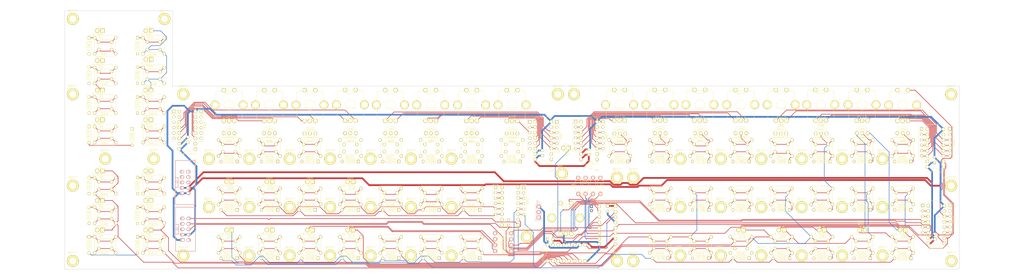
<source format=kicad_pcb>
(kicad_pcb (version 4) (host pcbnew 4.0.2-stable)
  (layers (0 F.Cu signal) (31 B.Cu signal) (34 B.Paste user) (35 F.Paste user) (36 B.SilkS user) (37 F.SilkS user) (38 B.Mask user) (39 F.Mask user) (44 Edge.Cuts user))
  (net 0 "")
  (net 1 "Net-(D101-Pad1)")
  (net 2 "Net-(D102-Pad1)")
  (net 3 /I0)
  (net 4 /I1)
  (net 5 /I2)
  (net 6 /I3)
  (net 7 /I4)
  (net 8 /I5)
  (net 9 /I6)
  (net 10 /I7)
  (net 11 GND)
  (net 12 /O6)
  (net 13 /O7)
  (net 14 /O1)
  (net 15 /O3)
  (net 16 /O5)
  (net 17 /O0)
  (net 18 /O2)
  (net 19 /O4)
  (net 20 +5V)
  (net 21 /O13)
  (net 22 /O14)
  (net 23 /O15)
  (net 24 /O16)
  (net 25 /O17)
  (net 26 /O10)
  (net 27 /I14)
  (net 28 /I15)
  (net 29 /I16)
  (net 30 /I17)
  (net 31 /I10)
  (net 32 /I11)
  (net 33 /I12)
  (net 34 /I13)
  (net 35 "Net-(D8-Pad1)")
  (net 36 "Net-(D9-Pad1)")
  (net 37 "Net-(D10-Pad1)")
  (net 38 "Net-(D11-Pad1)")
  (net 39 "Net-(D12-Pad1)")
  (net 40 "Net-(D13-Pad1)")
  (net 41 "Net-(D14-Pad1)")
  (net 42 "Net-(D22-Pad1)")
  (net 43 "Net-(D23-Pad1)")
  (net 44 "Net-(D24-Pad1)")
  (net 45 "Net-(D25-Pad1)")
  (net 46 "Net-(D26-Pad1)")
  (net 47 "Net-(D27-Pad1)")
  (net 48 "Net-(D28-Pad1)")
  (net 49 "Net-(D32-Pad1)")
  (net 50 "Net-(D33-Pad1)")
  (net 51 "Net-(D34-Pad1)")
  (net 52 "Net-(D38-Pad1)")
  (net 53 "Net-(D39-Pad1)")
  (net 54 "Net-(D40-Pad1)")
  (net 55 "Net-(D44-Pad1)")
  (net 56 "Net-(D45-Pad1)")
  (net 57 "Net-(D46-Pad1)")
  (net 58 "Net-(D50-Pad1)")
  (net 59 "Net-(D51-Pad1)")
  (net 60 "Net-(D52-Pad1)")
  (net 61 "Net-(D54-Pad1)")
  (net 62 "Net-(D55-Pad1)")
  (net 63 "Net-(D56-Pad1)")
  (net 64 "Net-(D58-Pad1)")
  (net 65 "Net-(D59-Pad1)")
  (net 66 "Net-(D60-Pad1)")
  (net 67 "Net-(D62-Pad1)")
  (net 68 "Net-(D63-Pad1)")
  (net 69 "Net-(D64-Pad1)")
  (net 70 "Net-(D66-Pad1)")
  (net 71 "Net-(D69-Pad1)")
  (net 72 "Net-(D71-Pad1)")
  (net 73 "Net-(D72-Pad1)")
  (net 74 "Net-(D73-Pad1)")
  (net 75 "Net-(D75-Pad1)")
  (net 76 "Net-(D76-Pad1)")
  (net 77 "Net-(D77-Pad1)")
  (net 78 "Net-(D80-Pad1)")
  (net 79 "Net-(D81-Pad1)")
  (net 80 "Net-(D82-Pad1)")
  (net 81 "Net-(D85-Pad1)")
  (net 82 "Net-(D86-Pad1)")
  (net 83 "Net-(D87-Pad1)")
  (net 84 "Net-(D90-Pad1)")
  (net 85 "Net-(D91-Pad1)")
  (net 86 "Net-(D92-Pad1)")
  (net 87 "Net-(D95-Pad1)")
  (net 88 "Net-(D96-Pad1)")
  (net 89 "Net-(D97-Pad1)")
  (net 90 "Net-(D100-Pad1)")
  (net 91 "Net-(ec1-PadP$GN)")
  (net 92 "Net-(U1-Pad9)")
  (net 93 /I26)
  (net 94 /I27)
  (net 95 /I24)
  (net 96 /I25)
  (net 97 /I22)
  (net 98 /I23)
  (net 99 /I20)
  (net 100 /I21)
  (net 101 /I56)
  (net 102 /I54)
  (net 103 /I55)
  (net 104 /I36)
  (net 105 /I37)
  (net 106 /I34)
  (net 107 /I35)
  (net 108 /I32)
  (net 109 /I33)
  (net 110 /I30)
  (net 111 /I31)
  (net 112 /I46)
  (net 113 /I47)
  (net 114 /I44)
  (net 115 /I45)
  (net 116 /I42)
  (net 117 /I43)
  (net 118 /I40)
  (net 119 /I41)
  (net 120 /I53)
  (net 121 /I52)
  (net 122 /I51)
  (net 123 /I50)
  (net 124 /011)
  (net 125 /012)
  (net 126 /02)
  (net 127 /I57)
  (net 128 "Net-(R8-Pad1)")
  (net 129 "Net-(R1-Pad1)")
  (net 130 "Net-(R2-Pad1)")
  (net 131 "Net-(R3-Pad1)")
  (net 132 "Net-(R4-Pad1)")
  (net 133 "Net-(R5-Pad2)")
  (net 134 "Net-(R6-Pad1)")
  (net 135 "Net-(R7-Pad1)")
  (net 136 "Net-(RR3-Pad2)")
  (net 137 "Net-(RR5-Pad2)")
  (net 138 "Net-(RR6-Pad2)")
  (net 139 "Net-(RR8-Pad2)")
  (net 140 "Net-(RR10-Pad2)")
  (net 141 "Net-(RR12-Pad2)")
  (net 142 "Net-(U1-Pad1)")
  (net 143 "Net-(U1-Pad2)")
  (net 144 "Net-(U7-Pad14)")
  (net 145 "Net-(U8-Pad9)")
  (net 146 "Net-(J3-Pad2)")
  (net 147 "Net-(U7-Pad9)")
  (module PEC11-Switch_ba (layer F.Cu) (at 118.11 120.65)
    (fp_text reference ec1 (at 0.11938 5.4737) (layer F.SilkS) (effects (font (size 1.27 1.27) (thickness 0.0889))))
    (fp_text value SW_Enc (at 0 -5.4864) (layer F.SilkS) (effects (font (size 0.8128 0.8128) (thickness 0.0889))))
    (pad P$1 thru_hole circle (at -2.49936 -7.00024) (size 1.99898 1.99898) (drill 1.00076) (layers *.Cu F.Paste F.SilkS F.Mask) (net 11 GND))
    (pad P$2 thru_hole circle (at 2.49936 -7.00024) (size 1.99898 1.99898) (drill 0.99822) (layers *.Cu F.Paste F.SilkS F.Mask) (net 127 /I57))
    (pad P$B thru_hole circle (at -2.49936 7.50062) (size 1.99898 1.99898) (drill 1.00076) (layers *.Cu F.Paste F.SilkS F.Mask) (net 10 /I7))
    (pad P$A thru_hole circle (at 2.49936 7.50062) (size 1.99898 1.99898) (drill 1.00076) (layers *.Cu F.Paste F.SilkS F.Mask) (net 9 /I6))
    (pad P$C thru_hole circle (at 0 7.50062) (size 1.99898 1.99898) (drill 1.00076) (layers *.Cu F.Paste F.SilkS F.Mask) (net 11 GND))
    (pad P$GN thru_hole circle (at -6.59892 0) (size 4.09956 4.09956) (drill 2.60096) (layers *.Cu F.Paste F.SilkS F.Mask) (net 91 "Net-(ec1-PadP$GN)"))
    (pad P$GN thru_hole circle (at 6.59892 0) (size 4.09956 4.09956) (drill 2.60096) (layers *.Cu F.Paste F.SilkS F.Mask) (net 91 "Net-(ec1-PadP$GN)"))
  )
  (module Mounting_Holes:MountingHole_3.2mm_M3_DIN965_Pad (layer F.Cu) (at 96.52 115.57)
    (fp_text reference REF** (at 0 -3.8) (layer F.SilkS))
    (fp_text value MountingHole_3.2mm_M3_Pad_Via)
    (pad 1 thru_hole circle (at 0 0) (size 5.6 5.6) (drill 3.2) (layers *.Cu *.Mask F.SilkS))
  )
  (module Mounting_Holes:MountingHole_3.2mm_M3_DIN965_Pad (layer F.Cu) (at 96.52 191.77)
    (fp_text reference REF** (at 0 -3.8) (layer F.SilkS))
    (fp_text value MountingHole_3.2mm_M3_Pad_Via)
    (pad 1 thru_hole circle (at 0 0) (size 5.6 5.6) (drill 3.2) (layers *.Cu *.Mask F.SilkS))
  )
  (module Mounting_Holes:MountingHole_3.2mm_M3_DIN965_Pad (layer F.Cu) (at 258.445 182.88)
    (fp_text reference REF** (at 0 -3.8) (layer F.SilkS))
    (fp_text value MountingHole_3.2mm_M3_Pad_Via)
    (pad 1 thru_hole circle (at 0 0) (size 5.6 5.6) (drill 3.2) (layers *.Cu *.Mask F.SilkS))
  )
  (module Mounting_Holes:MountingHole_3.2mm_M3_DIN965_Pad (layer F.Cu) (at 300.99 154.94)
    (fp_text reference REF** (at 0 -3.8) (layer F.SilkS))
    (fp_text value MountingHole_3.2mm_M3_Pad_Via)
    (pad 1 thru_hole circle (at 0 0) (size 5.6 5.6) (drill 3.2) (layers *.Cu *.Mask F.SilkS))
  )
  (module Mounting_Holes:MountingHole_3.2mm_M3_DIN965_Pad (layer F.Cu) (at 308.61 154.94)
    (fp_text reference REF** (at 0 -3.8) (layer F.SilkS))
    (fp_text value MountingHole_3.2mm_M3_Pad_Via)
    (pad 1 thru_hole circle (at 0 0) (size 5.6 5.6) (drill 3.2) (layers *.Cu *.Mask F.SilkS))
  )
  (module Mounting_Holes:MountingHole_3.2mm_M3_DIN965_Pad (layer F.Cu) (at 300.99 194.31)
    (fp_text reference REF** (at 0 -3.8) (layer F.SilkS))
    (fp_text value MountingHole_3.2mm_M3_Pad_Via)
    (pad 1 thru_hole circle (at 0 0) (size 5.6 5.6) (drill 3.2) (layers *.Cu *.Mask F.SilkS))
  )
  (module Mounting_Holes:MountingHole_3.2mm_M3_DIN965_Pad (layer F.Cu) (at 308.61 194.31)
    (fp_text reference REF** (at 0 -3.8) (layer F.SilkS))
    (fp_text value MountingHole_3.2mm_M3_Pad_Via)
    (pad 1 thru_hole circle (at 0 0) (size 5.6 5.6) (drill 3.2) (layers *.Cu *.Mask F.SilkS))
  )
  (module Mounting_Holes:MountingHole_3.2mm_M3_DIN965_Pad (layer F.Cu) (at 274.955 153.035)
    (fp_text reference REF** (at 0 -3.8) (layer F.SilkS))
    (fp_text value MountingHole_3.2mm_M3_Pad_Via)
    (pad 1 thru_hole circle (at 0 0) (size 5.6 5.6) (drill 3.2) (layers *.Cu *.Mask F.SilkS))
  )
  (module Mounting_Holes:MountingHole_3.2mm_M3_DIN965_Pad (layer F.Cu) (at 280.67 115.57)
    (fp_text reference REF** (at 0 -3.8) (layer F.SilkS))
    (fp_text value MountingHole_3.2mm_M3_Pad_Via)
    (pad 1 thru_hole circle (at 0 0) (size 5.6 5.6) (drill 3.2) (layers *.Cu *.Mask F.SilkS))
  )
  (module Mounting_Holes:MountingHole_3.2mm_M3_DIN965_Pad (layer F.Cu) (at 273.05 115.57)
    (fp_text reference REF** (at 0 -3.8) (layer F.SilkS))
    (fp_text value MountingHole_3.2mm_M3_Pad_Via)
    (pad 1 thru_hole circle (at 0 0) (size 5.6 5.6) (drill 3.2) (layers *.Cu *.Mask F.SilkS))
  )
  (module Mounting_Holes:MountingHole_3.2mm_M3_DIN965_Pad (layer F.Cu) (at 426.085 191.77)
    (fp_text reference REF** (at 0 -3.8) (layer F.SilkS))
    (fp_text value MountingHole_3.2mm_M3_Pad_Via)
    (pad 1 thru_hole circle (at 0 0) (size 5.6 5.6) (drill 3.2) (layers *.Cu *.Mask F.SilkS))
  )
  (module Mounting_Holes:MountingHole_3.2mm_M3_DIN965_Pad (layer F.Cu) (at 330.835 191.77)
    (fp_text reference REF** (at 0 -3.8) (layer F.SilkS))
    (fp_text value MountingHole_3.2mm_M3_Pad_Via)
    (pad 1 thru_hole circle (at 0 0) (size 5.6 5.6) (drill 3.2) (layers *.Cu *.Mask F.SilkS))
  )
  (module Mounting_Holes:MountingHole_3.2mm_M3_DIN965_Pad (layer F.Cu) (at 349.885 191.77)
    (fp_text reference REF** (at 0 -3.8) (layer F.SilkS))
    (fp_text value MountingHole_3.2mm_M3_Pad_Via)
    (pad 1 thru_hole circle (at 0 0) (size 5.6 5.6) (drill 3.2) (layers *.Cu *.Mask F.SilkS))
  )
  (module Mounting_Holes:MountingHole_3.2mm_M3_DIN965_Pad (layer F.Cu) (at 368.935 191.77)
    (fp_text reference REF** (at 0 -3.8) (layer F.SilkS))
    (fp_text value MountingHole_3.2mm_M3_Pad_Via)
    (pad 1 thru_hole circle (at 0 0) (size 5.6 5.6) (drill 3.2) (layers *.Cu *.Mask F.SilkS))
  )
  (module Mounting_Holes:MountingHole_3.2mm_M3_DIN965_Pad (layer F.Cu) (at 387.985 191.77)
    (fp_text reference REF** (at 0 -3.8) (layer F.SilkS))
    (fp_text value MountingHole_3.2mm_M3_Pad_Via)
    (pad 1 thru_hole circle (at 0 0) (size 5.6 5.6) (drill 3.2) (layers *.Cu *.Mask F.SilkS))
  )
  (module Mounting_Holes:MountingHole_3.2mm_M3_DIN965_Pad (layer F.Cu) (at 407.035 191.77)
    (fp_text reference REF** (at 0 -3.8) (layer F.SilkS))
    (fp_text value MountingHole_3.2mm_M3_Pad_Via)
    (pad 1 thru_hole circle (at 0 0) (size 5.6 5.6) (drill 3.2) (layers *.Cu *.Mask F.SilkS))
  )
  (module Mounting_Holes:MountingHole_3.2mm_M3_DIN965_Pad (layer F.Cu) (at 407.035 168.91)
    (fp_text reference REF** (at 0 -3.8) (layer F.SilkS))
    (fp_text value MountingHole_3.2mm_M3_Pad_Via)
    (pad 1 thru_hole circle (at 0 0) (size 5.6 5.6) (drill 3.2) (layers *.Cu *.Mask F.SilkS))
  )
  (module Mounting_Holes:MountingHole_3.2mm_M3_DIN965_Pad (layer F.Cu) (at 426.085 168.91)
    (fp_text reference REF** (at 0 -3.8) (layer F.SilkS))
    (fp_text value MountingHole_3.2mm_M3_Pad_Via)
    (pad 1 thru_hole circle (at 0 0) (size 5.6 5.6) (drill 3.2) (layers *.Cu *.Mask F.SilkS))
  )
  (module Mounting_Holes:MountingHole_3.2mm_M3_DIN965_Pad (layer F.Cu) (at 426.085 146.05)
    (fp_text reference REF** (at 0 -3.8) (layer F.SilkS))
    (fp_text value MountingHole_3.2mm_M3_Pad_Via)
    (pad 1 thru_hole circle (at 0 0) (size 5.6 5.6) (drill 3.2) (layers *.Cu *.Mask F.SilkS))
  )
  (module Mounting_Holes:MountingHole_3.2mm_M3_DIN965_Pad (layer F.Cu) (at 407.035 146.05)
    (fp_text reference REF** (at 0 -3.8) (layer F.SilkS))
    (fp_text value MountingHole_3.2mm_M3_Pad_Via)
    (pad 1 thru_hole circle (at 0 0) (size 5.6 5.6) (drill 3.2) (layers *.Cu *.Mask F.SilkS))
  )
  (module Mounting_Holes:MountingHole_3.2mm_M3_DIN965_Pad (layer F.Cu) (at 387.985 146.05)
    (fp_text reference REF** (at 0 -3.8) (layer F.SilkS))
    (fp_text value MountingHole_3.2mm_M3_Pad_Via)
    (pad 1 thru_hole circle (at 0 0) (size 5.6 5.6) (drill 3.2) (layers *.Cu *.Mask F.SilkS))
  )
  (module Mounting_Holes:MountingHole_3.2mm_M3_DIN965_Pad (layer F.Cu) (at 387.985 168.91)
    (fp_text reference REF** (at 0 -3.8) (layer F.SilkS))
    (fp_text value MountingHole_3.2mm_M3_Pad_Via)
    (pad 1 thru_hole circle (at 0 0) (size 5.6 5.6) (drill 3.2) (layers *.Cu *.Mask F.SilkS))
  )
  (module Mounting_Holes:MountingHole_3.2mm_M3_DIN965_Pad (layer F.Cu) (at 368.935 168.91)
    (fp_text reference REF** (at 0 -3.8) (layer F.SilkS))
    (fp_text value MountingHole_3.2mm_M3_Pad_Via)
    (pad 1 thru_hole circle (at 0 0) (size 5.6 5.6) (drill 3.2) (layers *.Cu *.Mask F.SilkS))
  )
  (module Mounting_Holes:MountingHole_3.2mm_M3_DIN965_Pad (layer F.Cu) (at 349.885 168.91)
    (fp_text reference REF** (at 0 -3.8) (layer F.SilkS))
    (fp_text value MountingHole_3.2mm_M3_Pad_Via)
    (pad 1 thru_hole circle (at 0 0) (size 5.6 5.6) (drill 3.2) (layers *.Cu *.Mask F.SilkS))
  )
  (module Mounting_Holes:MountingHole_3.2mm_M3_DIN965_Pad (layer F.Cu) (at 330.835 168.91)
    (fp_text reference REF** (at 0 -3.8) (layer F.SilkS))
    (fp_text value MountingHole_3.2mm_M3_Pad_Via)
    (pad 1 thru_hole circle (at 0 0) (size 5.6 5.6) (drill 3.2) (layers *.Cu *.Mask F.SilkS))
  )
  (module Mounting_Holes:MountingHole_3.2mm_M3_DIN965_Pad (layer F.Cu) (at 368.935 146.05)
    (fp_text reference REF** (at 0 -3.8) (layer F.SilkS))
    (fp_text value MountingHole_3.2mm_M3_Pad_Via)
    (pad 1 thru_hole circle (at 0 0) (size 5.6 5.6) (drill 3.2) (layers *.Cu *.Mask F.SilkS))
  )
  (module Mounting_Holes:MountingHole_3.2mm_M3_DIN965_Pad (layer F.Cu) (at 349.885 146.05)
    (fp_text reference REF** (at 0 -3.8) (layer F.SilkS))
    (fp_text value MountingHole_3.2mm_M3_Pad_Via)
    (pad 1 thru_hole circle (at 0 0) (size 5.6 5.6) (drill 3.2) (layers *.Cu *.Mask F.SilkS))
  )
  (module Mounting_Holes:MountingHole_3.2mm_M3_DIN965_Pad (layer F.Cu) (at 330.835 146.05)
    (fp_text reference REF** (at 0 -3.8) (layer F.SilkS))
    (fp_text value MountingHole_3.2mm_M3_Pad_Via)
    (pad 1 thru_hole circle (at 0 0) (size 5.6 5.6) (drill 3.2) (layers *.Cu *.Mask F.SilkS))
  )
  (module Mounting_Holes:MountingHole_3.2mm_M3_DIN965_Pad (layer F.Cu) (at 203.835 168.91)
    (fp_text reference REF** (at 0 -3.8) (layer F.SilkS))
    (fp_text value MountingHole_3.2mm_M3_Pad_Via)
    (pad 1 thru_hole circle (at 0 0) (size 5.6 5.6) (drill 3.2) (layers *.Cu *.Mask F.SilkS))
  )
  (module Mounting_Holes:MountingHole_3.2mm_M3_DIN965_Pad (layer F.Cu) (at 203.835 146.05)
    (fp_text reference REF** (at 0 -3.8) (layer F.SilkS))
    (fp_text value MountingHole_3.2mm_M3_Pad_Via)
    (pad 1 thru_hole circle (at 0 0) (size 5.6 5.6) (drill 3.2) (layers *.Cu *.Mask F.SilkS))
  )
  (module Mounting_Holes:MountingHole_3.2mm_M3_DIN965_Pad (layer F.Cu) (at 203.835 191.77)
    (fp_text reference REF** (at 0 -3.8) (layer F.SilkS))
    (fp_text value MountingHole_3.2mm_M3_Pad_Via)
    (pad 1 thru_hole circle (at 0 0) (size 5.6 5.6) (drill 3.2) (layers *.Cu *.Mask F.SilkS))
  )
  (module Mounting_Holes:MountingHole_3.2mm_M3_DIN965_Pad (layer F.Cu) (at 222.885 146.05)
    (fp_text reference REF** (at 0 -3.8) (layer F.SilkS))
    (fp_text value MountingHole_3.2mm_M3_Pad_Via)
    (pad 1 thru_hole circle (at 0 0) (size 5.6 5.6) (drill 3.2) (layers *.Cu *.Mask F.SilkS))
  )
  (module Mounting_Holes:MountingHole_3.2mm_M3_DIN965_Pad (layer F.Cu) (at 222.885 168.91)
    (fp_text reference REF** (at 0 -3.8) (layer F.SilkS))
    (fp_text value MountingHole_3.2mm_M3_Pad_Via)
    (pad 1 thru_hole circle (at 0 0) (size 5.6 5.6) (drill 3.2) (layers *.Cu *.Mask F.SilkS))
  )
  (module Mounting_Holes:MountingHole_3.2mm_M3_DIN965_Pad (layer F.Cu) (at 222.885 191.77)
    (fp_text reference REF** (at 0 -3.8) (layer F.SilkS))
    (fp_text value MountingHole_3.2mm_M3_Pad_Via)
    (pad 1 thru_hole circle (at 0 0) (size 5.6 5.6) (drill 3.2) (layers *.Cu *.Mask F.SilkS))
  )
  (module Mounting_Holes:MountingHole_3.2mm_M3_DIN965_Pad (layer F.Cu) (at 165.735 168.91)
    (fp_text reference REF** (at 0 -3.8) (layer F.SilkS))
    (fp_text value MountingHole_3.2mm_M3_Pad_Via)
    (pad 1 thru_hole circle (at 0 0) (size 5.6 5.6) (drill 3.2) (layers *.Cu *.Mask F.SilkS))
  )
  (module Mounting_Holes:MountingHole_3.2mm_M3_DIN965_Pad (layer F.Cu) (at 165.735 146.05)
    (fp_text reference REF** (at 0 -3.8) (layer F.SilkS))
    (fp_text value MountingHole_3.2mm_M3_Pad_Via)
    (pad 1 thru_hole circle (at 0 0) (size 5.6 5.6) (drill 3.2) (layers *.Cu *.Mask F.SilkS))
  )
  (module Mounting_Holes:MountingHole_3.2mm_M3_DIN965_Pad (layer F.Cu) (at 165.735 191.77)
    (fp_text reference REF** (at 0 -3.8) (layer F.SilkS))
    (fp_text value MountingHole_3.2mm_M3_Pad_Via)
    (pad 1 thru_hole circle (at 0 0) (size 5.6 5.6) (drill 3.2) (layers *.Cu *.Mask F.SilkS))
  )
  (module Mounting_Holes:MountingHole_3.2mm_M3_DIN965_Pad (layer F.Cu) (at 184.785 146.05)
    (fp_text reference REF** (at 0 -3.8) (layer F.SilkS))
    (fp_text value MountingHole_3.2mm_M3_Pad_Via)
    (pad 1 thru_hole circle (at 0 0) (size 5.6 5.6) (drill 3.2) (layers *.Cu *.Mask F.SilkS))
  )
  (module Mounting_Holes:MountingHole_3.2mm_M3_DIN965_Pad (layer F.Cu) (at 184.785 168.91)
    (fp_text reference REF** (at 0 -3.8) (layer F.SilkS))
    (fp_text value MountingHole_3.2mm_M3_Pad_Via)
    (pad 1 thru_hole circle (at 0 0) (size 5.6 5.6) (drill 3.2) (layers *.Cu *.Mask F.SilkS))
  )
  (module Mounting_Holes:MountingHole_3.2mm_M3_DIN965_Pad (layer F.Cu) (at 184.785 191.77)
    (fp_text reference REF** (at 0 -3.8) (layer F.SilkS))
    (fp_text value MountingHole_3.2mm_M3_Pad_Via)
    (pad 1 thru_hole circle (at 0 0) (size 5.6 5.6) (drill 3.2) (layers *.Cu *.Mask F.SilkS))
  )
  (module Mounting_Holes:MountingHole_3.2mm_M3_DIN965_Pad (layer F.Cu) (at 146.685 146.05)
    (fp_text reference REF** (at 0 -3.8) (layer F.SilkS))
    (fp_text value MountingHole_3.2mm_M3_Pad_Via)
    (pad 1 thru_hole circle (at 0 0) (size 5.6 5.6) (drill 3.2) (layers *.Cu *.Mask F.SilkS))
  )
  (module Mounting_Holes:MountingHole_3.2mm_M3_DIN965_Pad (layer F.Cu) (at 146.685 168.91)
    (fp_text reference REF** (at 0 -3.8) (layer F.SilkS))
    (fp_text value MountingHole_3.2mm_M3_Pad_Via)
    (pad 1 thru_hole circle (at 0 0) (size 5.6 5.6) (drill 3.2) (layers *.Cu *.Mask F.SilkS))
  )
  (module Mounting_Holes:MountingHole_3.2mm_M3_DIN965_Pad (layer F.Cu) (at 146.685 191.77)
    (fp_text reference REF** (at 0 -3.8) (layer F.SilkS))
    (fp_text value MountingHole_3.2mm_M3_Pad_Via)
    (pad 1 thru_hole circle (at 0 0) (size 5.6 5.6) (drill 3.2) (layers *.Cu *.Mask F.SilkS))
  )
  (module DIP-16_W7.62mm (layer F.Cu) (at 102.235 141.478 180)
    (fp_text reference U1 (at 0 -5.22 180) (layer F.SilkS))
    (fp_text value 74HC165)
    (pad 1 thru_hole oval (at 0 0 180) (size 1.6 1.6) (drill 0.8) (layers *.Cu *.Mask F.SilkS) (net 142 "Net-(U1-Pad1)"))
    (pad 2 thru_hole oval (at 0 2.54 180) (size 1.6 1.6) (drill 0.8) (layers *.Cu *.Mask F.SilkS) (net 143 "Net-(U1-Pad2)"))
    (pad 3 thru_hole oval (at 0 5.08 180) (size 1.6 1.6) (drill 0.8) (layers *.Cu *.Mask F.SilkS) (net 7 /I4))
    (pad 4 thru_hole oval (at 0 7.62 180) (size 1.6 1.6) (drill 0.8) (layers *.Cu *.Mask F.SilkS) (net 8 /I5))
    (pad 5 thru_hole oval (at 0 10.16 180) (size 1.6 1.6) (drill 0.8) (layers *.Cu *.Mask F.SilkS) (net 9 /I6))
    (pad 6 thru_hole oval (at 0 12.7 180) (size 1.6 1.6) (drill 0.8) (layers *.Cu *.Mask F.SilkS) (net 10 /I7))
    (pad 7 thru_hole oval (at 0 15.24 180) (size 1.6 1.6) (drill 0.8) (layers *.Cu *.Mask F.SilkS))
    (pad 8 thru_hole oval (at 0 17.78 180) (size 1.6 1.6) (drill 0.8) (layers *.Cu *.Mask F.SilkS) (net 11 GND))
    (pad 9 thru_hole oval (at 7.62 17.78 180) (size 1.6 1.6) (drill 0.8) (layers *.Cu *.Mask F.SilkS) (net 92 "Net-(U1-Pad9)"))
    (pad 10 thru_hole oval (at 7.62 15.24 180) (size 1.6 1.6) (drill 0.8) (layers *.Cu *.Mask F.SilkS) (net 136 "Net-(RR3-Pad2)"))
    (pad 11 thru_hole oval (at 7.62 12.7 180) (size 1.6 1.6) (drill 0.8) (layers *.Cu *.Mask F.SilkS) (net 3 /I0))
    (pad 12 thru_hole oval (at 7.62 10.16 180) (size 1.6 1.6) (drill 0.8) (layers *.Cu *.Mask F.SilkS) (net 4 /I1))
    (pad 13 thru_hole oval (at 7.62 7.62 180) (size 1.6 1.6) (drill 0.8) (layers *.Cu *.Mask F.SilkS) (net 5 /I2))
    (pad 14 thru_hole oval (at 7.62 5.08 180) (size 1.6 1.6) (drill 0.8) (layers *.Cu *.Mask F.SilkS) (net 6 /I3))
    (pad 15 thru_hole oval (at 7.62 2.54 180) (size 1.6 1.6) (drill 0.8) (layers *.Cu *.Mask F.SilkS) (net 11 GND))
    (pad 16 thru_hole oval (at 7.62 0 180) (size 1.6 1.6) (drill 0.8) (layers *.Cu *.Mask F.SilkS) (net 20 +5V))
  )
  (module LEDs:LED-5MM-3 (layer F.Cu) (at 120.65 133.985 180)
    (fp_text reference D29 (at 2.54508 -3.91668 180) (layer F.SilkS))
    (fp_text value Led_gp1)
    (pad 1 thru_hole circle (at 0 0) (size 1.6764 1.6764) (drill 0.8128) (layers *.Cu *.Mask F.SilkS) (net 124 /011))
    (pad 2 thru_hole circle (at 2.54 0) (size 1.6764 1.6764) (drill 0.8128) (layers *.Cu *.Mask F.SilkS) (net 15 /O3))
    (pad 3 thru_hole circle (at 5.08 0) (size 1.6764 1.6764) (drill 0.8128) (layers *.Cu *.Mask F.SilkS) (net 26 /O10))
  )
  (module LEDs:LED-5MM-3 (layer F.Cu) (at 139.7 133.985 180)
    (fp_text reference D35 (at 2.54508 -3.91668 180) (layer F.SilkS))
    (fp_text value Led_gp2)
    (pad 1 thru_hole circle (at 0 0) (size 1.6764 1.6764) (drill 0.8128) (layers *.Cu *.Mask F.SilkS) (net 21 /O13))
    (pad 2 thru_hole circle (at 2.54 0) (size 1.6764 1.6764) (drill 0.8128) (layers *.Cu *.Mask F.SilkS) (net 15 /O3))
    (pad 3 thru_hole circle (at 5.08 0) (size 1.6764 1.6764) (drill 0.8128) (layers *.Cu *.Mask F.SilkS) (net 125 /012))
  )
  (module LEDs:LED-5MM-3 (layer F.Cu) (at 158.75 134.112 180)
    (fp_text reference D41 (at 2.54508 -3.91668 180) (layer F.SilkS))
    (fp_text value Led_gp3)
    (pad 1 thru_hole circle (at 0 0) (size 1.6764 1.6764) (drill 0.8128) (layers *.Cu *.Mask F.SilkS) (net 23 /O15))
    (pad 2 thru_hole circle (at 2.54 0) (size 1.6764 1.6764) (drill 0.8128) (layers *.Cu *.Mask F.SilkS) (net 18 /O2))
    (pad 3 thru_hole circle (at 5.08 0) (size 1.6764 1.6764) (drill 0.8128) (layers *.Cu *.Mask F.SilkS) (net 22 /O14))
  )
  (module LEDs:LED-5MM-3 (layer F.Cu) (at 177.8 133.985 180)
    (fp_text reference D47 (at 2.54508 -3.91668 180) (layer F.SilkS))
    (fp_text value Led_gp4)
    (pad 1 thru_hole circle (at 0 0) (size 1.6764 1.6764) (drill 0.8128) (layers *.Cu *.Mask F.SilkS) (net 25 /O17))
    (pad 2 thru_hole circle (at 2.54 0) (size 1.6764 1.6764) (drill 0.8128) (layers *.Cu *.Mask F.SilkS) (net 18 /O2))
    (pad 3 thru_hole circle (at 5.08 0) (size 1.6764 1.6764) (drill 0.8128) (layers *.Cu *.Mask F.SilkS) (net 24 /O16))
  )
  (module LEDs:LED-5MM-3 (layer F.Cu) (at 196.85 133.985 180)
    (fp_text reference D53 (at 2.54508 -3.91668 180) (layer F.SilkS))
    (fp_text value Led_gp5)
    (pad 1 thru_hole circle (at 0 0) (size 1.6764 1.6764) (drill 0.8128) (layers *.Cu *.Mask F.SilkS) (net 124 /011))
    (pad 2 thru_hole circle (at 2.54 0) (size 1.6764 1.6764) (drill 0.8128) (layers *.Cu *.Mask F.SilkS) (net 14 /O1))
    (pad 3 thru_hole circle (at 5.08 0) (size 1.6764 1.6764) (drill 0.8128) (layers *.Cu *.Mask F.SilkS) (net 26 /O10))
  )
  (module LEDs:LED-5MM-3 (layer F.Cu) (at 215.9 133.985 180)
    (fp_text reference D57 (at 2.54508 -3.91668 180) (layer F.SilkS))
    (fp_text value Led_gp6)
    (pad 1 thru_hole circle (at 0 0) (size 1.6764 1.6764) (drill 0.8128) (layers *.Cu *.Mask F.SilkS) (net 21 /O13))
    (pad 2 thru_hole circle (at 2.54 0) (size 1.6764 1.6764) (drill 0.8128) (layers *.Cu *.Mask F.SilkS) (net 14 /O1))
    (pad 3 thru_hole circle (at 5.08 0) (size 1.6764 1.6764) (drill 0.8128) (layers *.Cu *.Mask F.SilkS) (net 125 /012))
  )
  (module LEDs:LED-5MM-3 (layer F.Cu) (at 234.95 133.985 180)
    (fp_text reference D61 (at 2.54508 -3.91668 180) (layer F.SilkS))
    (fp_text value Led_gp7)
    (pad 1 thru_hole circle (at 0 0) (size 1.6764 1.6764) (drill 0.8128) (layers *.Cu *.Mask F.SilkS) (net 23 /O15))
    (pad 2 thru_hole circle (at 2.54 0) (size 1.6764 1.6764) (drill 0.8128) (layers *.Cu *.Mask F.SilkS) (net 17 /O0))
    (pad 3 thru_hole circle (at 5.08 0) (size 1.6764 1.6764) (drill 0.8128) (layers *.Cu *.Mask F.SilkS) (net 22 /O14))
  )
  (module LEDs:LED-5MM-3 (layer F.Cu) (at 254 134.112 180)
    (fp_text reference D65 (at 2.54508 -3.91668 180) (layer F.SilkS))
    (fp_text value Led_gp8)
    (pad 1 thru_hole circle (at 0 0) (size 1.6764 1.6764) (drill 0.8128) (layers *.Cu *.Mask F.SilkS) (net 25 /O17))
    (pad 2 thru_hole circle (at 2.54 0) (size 1.6764 1.6764) (drill 0.8128) (layers *.Cu *.Mask F.SilkS) (net 17 /O0))
    (pad 3 thru_hole circle (at 5.08 0) (size 1.6764 1.6764) (drill 0.8128) (layers *.Cu *.Mask F.SilkS) (net 24 /O16))
  )
  (module LEDs:LED-5MM-3 (layer F.Cu) (at 304.8 134.112 180)
    (fp_text reference D68 (at 2.54508 -3.91668 180) (layer F.SilkS))
    (fp_text value Led_gp9)
    (pad 1 thru_hole circle (at 0 0) (size 1.6764 1.6764) (drill 0.8128) (layers *.Cu *.Mask F.SilkS) (net 124 /011))
    (pad 2 thru_hole circle (at 2.54 0) (size 1.6764 1.6764) (drill 0.8128) (layers *.Cu *.Mask F.SilkS) (net 19 /O4))
    (pad 3 thru_hole circle (at 5.08 0) (size 1.6764 1.6764) (drill 0.8128) (layers *.Cu *.Mask F.SilkS) (net 26 /O10))
  )
  (module LEDs:LED-5MM-3 (layer F.Cu) (at 323.85 133.985 180)
    (fp_text reference D70 (at 2.54508 -3.91668 180) (layer F.SilkS))
    (fp_text value Led_gp10)
    (pad 1 thru_hole circle (at 0 0) (size 1.6764 1.6764) (drill 0.8128) (layers *.Cu *.Mask F.SilkS) (net 21 /O13))
    (pad 2 thru_hole circle (at 2.54 0) (size 1.6764 1.6764) (drill 0.8128) (layers *.Cu *.Mask F.SilkS) (net 19 /O4))
    (pad 3 thru_hole circle (at 5.08 0) (size 1.6764 1.6764) (drill 0.8128) (layers *.Cu *.Mask F.SilkS) (net 125 /012))
  )
  (module LEDs:LED-5MM-3 (layer F.Cu) (at 342.9 133.985 180)
    (fp_text reference D74 (at 2.54508 -3.91668 180) (layer F.SilkS))
    (fp_text value Led_gp11)
    (pad 1 thru_hole circle (at 0 0) (size 1.6764 1.6764) (drill 0.8128) (layers *.Cu *.Mask F.SilkS) (net 23 /O15))
    (pad 2 thru_hole circle (at 2.54 0) (size 1.6764 1.6764) (drill 0.8128) (layers *.Cu *.Mask F.SilkS) (net 16 /O5))
    (pad 3 thru_hole circle (at 5.08 0) (size 1.6764 1.6764) (drill 0.8128) (layers *.Cu *.Mask F.SilkS) (net 22 /O14))
  )
  (module LEDs:LED-5MM-3 (layer F.Cu) (at 361.95 133.985 180)
    (fp_text reference D78 (at 2.54508 -3.91668 180) (layer F.SilkS))
    (fp_text value Led_gp12)
    (pad 1 thru_hole circle (at 0 0) (size 1.6764 1.6764) (drill 0.8128) (layers *.Cu *.Mask F.SilkS) (net 25 /O17))
    (pad 2 thru_hole circle (at 2.54 0) (size 1.6764 1.6764) (drill 0.8128) (layers *.Cu *.Mask F.SilkS) (net 16 /O5))
    (pad 3 thru_hole circle (at 5.08 0) (size 1.6764 1.6764) (drill 0.8128) (layers *.Cu *.Mask F.SilkS) (net 24 /O16))
  )
  (module LEDs:LED-5MM-3 (layer F.Cu) (at 375.60516 134.12294)
    (fp_text reference D83 (at 2.54508 -3.91668) (layer F.SilkS))
    (fp_text value Led_gp13)
    (pad 1 thru_hole circle (at 0 0 180) (size 1.6764 1.6764) (drill 0.8128) (layers *.Cu *.Mask F.SilkS) (net 124 /011))
    (pad 2 thru_hole circle (at 2.54 0 180) (size 1.6764 1.6764) (drill 0.8128) (layers *.Cu *.Mask F.SilkS) (net 12 /O6))
    (pad 3 thru_hole circle (at 5.08 0 180) (size 1.6764 1.6764) (drill 0.8128) (layers *.Cu *.Mask F.SilkS) (net 26 /O10))
  )
  (module LEDs:LED-5MM-3 (layer F.Cu) (at 394.60516 134.12294)
    (fp_text reference D88 (at 2.54508 -3.91668) (layer F.SilkS))
    (fp_text value Led_gp14)
    (pad 1 thru_hole circle (at 0 0 180) (size 1.6764 1.6764) (drill 0.8128) (layers *.Cu *.Mask F.SilkS) (net 21 /O13))
    (pad 2 thru_hole circle (at 2.54 0 180) (size 1.6764 1.6764) (drill 0.8128) (layers *.Cu *.Mask F.SilkS) (net 12 /O6))
    (pad 3 thru_hole circle (at 5.08 0 180) (size 1.6764 1.6764) (drill 0.8128) (layers *.Cu *.Mask F.SilkS) (net 125 /012))
  )
  (module LEDs:LED-5MM-3 (layer F.Cu) (at 419.1 133.985 180)
    (fp_text reference D93 (at 2.54508 -3.91668 180) (layer F.SilkS))
    (fp_text value Led_gp15)
    (pad 1 thru_hole circle (at 0 0) (size 1.6764 1.6764) (drill 0.8128) (layers *.Cu *.Mask F.SilkS) (net 23 /O15))
    (pad 2 thru_hole circle (at 2.54 0) (size 1.6764 1.6764) (drill 0.8128) (layers *.Cu *.Mask F.SilkS) (net 13 /O7))
    (pad 3 thru_hole circle (at 5.08 0) (size 1.6764 1.6764) (drill 0.8128) (layers *.Cu *.Mask F.SilkS) (net 22 /O14))
  )
  (module LEDs:LED-5MM-3 (layer F.Cu) (at 438.15 133.985 180)
    (fp_text reference D99 (at 2.54508 -3.91668 180) (layer F.SilkS))
    (fp_text value Led_gp16)
    (pad 1 thru_hole circle (at 0 0) (size 1.6764 1.6764) (drill 0.8128) (layers *.Cu *.Mask F.SilkS) (net 25 /O17))
    (pad 2 thru_hole circle (at 2.54 0) (size 1.6764 1.6764) (drill 0.8128) (layers *.Cu *.Mask F.SilkS) (net 13 /O7))
    (pad 3 thru_hole circle (at 5.08 0) (size 1.6764 1.6764) (drill 0.8128) (layers *.Cu *.Mask F.SilkS) (net 24 /O16))
  )
  (module "empreinte ksir:vasch_strip_5x2" (layer B.Cu) (at 97.536 179.324 90)
    (fp_text reference j2 (at 0.2 -4 90) (layer B.SilkS) (effects (font (thickness 0.2032)) (justify mirror)))
    (fp_text value CONN_02X05 hide)
    (pad 9 thru_hole oval (at 5.08 -1.27 90) (size 1.5 2) (drill 1 (offset 0 -0.25)) (layers *.Cu *.Mask B.SilkS))
    (pad 10 thru_hole oval (at 5.08 1.27 90) (size 1.5 2) (drill 1 (offset 0 0.25)) (layers *.Cu *.Mask B.SilkS) (net 142 "Net-(U1-Pad1)"))
    (pad 8 thru_hole oval (at 2.54 1.27 90) (size 1.5 2) (drill 1 (offset 0 0.25)) (layers *.Cu *.Mask B.SilkS) (net 143 "Net-(U1-Pad2)"))
    (pad 7 thru_hole oval (at 2.54 -1.27 90) (size 1.5 2) (drill 1 (offset 0 -0.25)) (layers *.Cu *.Mask B.SilkS) (net 143 "Net-(U1-Pad2)"))
    (pad 1 thru_hole rect (at -5.08 -1.27 90) (size 1.5 2) (drill 1 (offset 0 -0.25)) (layers *.Cu *.Mask B.SilkS) (net 11 GND))
    (pad 2 thru_hole oval (at -5.08 1.27 90) (size 1.5 2) (drill 1 (offset 0 0.25)) (layers *.Cu *.Mask B.SilkS) (net 11 GND))
    (pad 3 thru_hole oval (at -2.54 -1.27 90) (size 1.5 2) (drill 1 (offset 0 -0.25)) (layers *.Cu *.Mask B.SilkS) (net 20 +5V))
    (pad 4 thru_hole oval (at -2.54 1.27 90) (size 1.5 2) (drill 1 (offset 0 0.25)) (layers *.Cu *.Mask B.SilkS) (net 20 +5V))
    (pad 5 thru_hole oval (at 0 -1.27 90) (size 1.5 2) (drill 1 (offset 0 -0.25)) (layers *.Cu *.Mask B.SilkS) (net 140 "Net-(RR10-Pad2)"))
    (pad 6 thru_hole oval (at 0 1.27 90) (size 1.5 2) (drill 1 (offset 0 0.25)) (layers *.Cu *.Mask B.SilkS) (net 145 "Net-(U8-Pad9)"))
  )
  (module "empreinte ksir:vasch_strip_5x2" (layer B.Cu) (at 97.409 157.226 90)
    (fp_text reference j1 (at 0.2 -4 90) (layer B.SilkS) (effects (font (thickness 0.2032)) (justify mirror)))
    (fp_text value CONN_02X05 hide)
    (pad 9 thru_hole oval (at 5.08 -1.27 90) (size 1.5 2) (drill 1 (offset 0 -0.25)) (layers *.Cu *.Mask B.SilkS))
    (pad 10 thru_hole oval (at 5.08 1.27 90) (size 1.5 2) (drill 1 (offset 0 0.25)) (layers *.Cu *.Mask B.SilkS) (net 142 "Net-(U1-Pad1)"))
    (pad 8 thru_hole oval (at 2.54 1.27 90) (size 1.5 2) (drill 1 (offset 0 0.25)) (layers *.Cu *.Mask B.SilkS) (net 143 "Net-(U1-Pad2)"))
    (pad 7 thru_hole oval (at 2.54 -1.27 90) (size 1.5 2) (drill 1 (offset 0 -0.25)) (layers *.Cu *.Mask B.SilkS) (net 143 "Net-(U1-Pad2)"))
    (pad 1 thru_hole rect (at -5.08 -1.27 90) (size 1.5 2) (drill 1 (offset 0 -0.25)) (layers *.Cu *.Mask B.SilkS) (net 11 GND))
    (pad 2 thru_hole oval (at -5.08 1.27 90) (size 1.5 2) (drill 1 (offset 0 0.25)) (layers *.Cu *.Mask B.SilkS) (net 11 GND))
    (pad 3 thru_hole oval (at -2.54 -1.27 90) (size 1.5 2) (drill 1 (offset 0 -0.25)) (layers *.Cu *.Mask B.SilkS) (net 20 +5V))
    (pad 4 thru_hole oval (at -2.54 1.27 90) (size 1.5 2) (drill 1 (offset 0 0.25)) (layers *.Cu *.Mask B.SilkS) (net 20 +5V))
    (pad 5 thru_hole oval (at 0 -1.27 90) (size 1.5 2) (drill 1 (offset 0 -0.25)) (layers *.Cu *.Mask B.SilkS) (net 92 "Net-(U1-Pad9)"))
    (pad 6 thru_hole oval (at 0 1.27 90) (size 1.5 2) (drill 1 (offset 0 0.25)) (layers *.Cu *.Mask B.SilkS) (net 144 "Net-(U7-Pad14)"))
  )
  (module Resistors_ThroughHole:Resistor_Horizontal_RM7mm (layer F.Cu) (at 251.079 181.229 180)
    (fp_text reference R8 (at 4 -2.5 180) (layer F.SilkS))
    (fp_text value r220)
    (pad 1 thru_hole circle (at 0 0 180) (size 1.99898 1.99898) (drill 1.00076) (layers *.Cu *.SilkS *.Mask) (net 128 "Net-(R8-Pad1)"))
    (pad 2 thru_hole circle (at 7.62 0 180) (size 1.99898 1.99898) (drill 1.00076) (layers *.Cu *.SilkS *.Mask) (net 22 /O14))
  )
  (module "empreinte ksir:DIP-16_W7.62mm" (layer F.Cu) (at 292.608 168.529)
    (fp_text reference U8 (at 0 -5.22) (layer F.SilkS))
    (fp_text value 74HC595PWR)
    (pad 1 thru_hole oval (at 0 0) (size 1.6 1.6) (drill 0.8) (layers *.Cu *.Mask F.SilkS) (net 134 "Net-(R6-Pad1)"))
    (pad 2 thru_hole oval (at 0 2.54) (size 1.6 1.6) (drill 0.8) (layers *.Cu *.Mask F.SilkS) (net 135 "Net-(R7-Pad1)"))
    (pad 3 thru_hole oval (at 0 5.08) (size 1.6 1.6) (drill 0.8) (layers *.Cu *.Mask F.SilkS) (net 128 "Net-(R8-Pad1)"))
    (pad 4 thru_hole oval (at 0 7.62) (size 1.6 1.6) (drill 0.8) (layers *.Cu *.Mask F.SilkS) (net 132 "Net-(R4-Pad1)"))
    (pad 5 thru_hole oval (at 0 10.16) (size 1.6 1.6) (drill 0.8) (layers *.Cu *.Mask F.SilkS) (net 131 "Net-(R3-Pad1)"))
    (pad 6 thru_hole oval (at 0 12.7) (size 1.6 1.6) (drill 0.8) (layers *.Cu *.Mask F.SilkS) (net 130 "Net-(R2-Pad1)"))
    (pad 7 thru_hole oval (at 0 15.24) (size 1.6 1.6) (drill 0.8) (layers *.Cu *.Mask F.SilkS) (net 129 "Net-(R1-Pad1)"))
    (pad 8 thru_hole oval (at 0 17.78) (size 1.6 1.6) (drill 0.8) (layers *.Cu *.Mask F.SilkS) (net 11 GND))
    (pad 9 thru_hole oval (at 7.62 17.78) (size 1.6 1.6) (drill 0.8) (layers *.Cu *.Mask F.SilkS) (net 145 "Net-(U8-Pad9)"))
    (pad 10 thru_hole oval (at 7.62 15.24) (size 1.6 1.6) (drill 0.8) (layers *.Cu *.Mask F.SilkS) (net 20 +5V))
    (pad 11 thru_hole oval (at 7.62 12.7) (size 1.6 1.6) (drill 0.8) (layers *.Cu *.Mask F.SilkS) (net 143 "Net-(U1-Pad2)"))
    (pad 12 thru_hole oval (at 7.62 10.16) (size 1.6 1.6) (drill 0.8) (layers *.Cu *.Mask F.SilkS) (net 142 "Net-(U1-Pad1)"))
    (pad 13 thru_hole oval (at 7.62 7.62) (size 1.6 1.6) (drill 0.8) (layers *.Cu *.Mask F.SilkS) (net 11 GND))
    (pad 14 thru_hole oval (at 7.62 5.08) (size 1.6 1.6) (drill 0.8) (layers *.Cu *.Mask F.SilkS) (net 147 "Net-(U7-Pad9)"))
    (pad 15 thru_hole oval (at 7.62 2.54) (size 1.6 1.6) (drill 0.8) (layers *.Cu *.Mask F.SilkS) (net 133 "Net-(R5-Pad2)"))
    (pad 16 thru_hole oval (at 7.62 0) (size 1.6 1.6) (drill 0.8) (layers *.Cu *.Mask F.SilkS) (net 20 +5V))
  )
  (module "empreinte ksir:DIP-16_W7.62mm" (layer F.Cu) (at 268.224 194.31 90)
    (fp_text reference U7 (at 5 2 180) (layer F.SilkS))
    (fp_text value 74HC595PWR)
    (pad 1 thru_hole oval (at 0 0 90) (size 1.6 1.6) (drill 0.8) (layers *.Cu *.Mask F.SilkS) (net 12 /O6))
    (pad 2 thru_hole oval (at 0 2.54 90) (size 1.6 1.6) (drill 0.8) (layers *.Cu *.Mask F.SilkS) (net 16 /O5))
    (pad 3 thru_hole oval (at 0 5.08 90) (size 1.6 1.6) (drill 0.8) (layers *.Cu *.Mask F.SilkS) (net 19 /O4))
    (pad 4 thru_hole oval (at 0 7.62 90) (size 1.6 1.6) (drill 0.8) (layers *.Cu *.Mask F.SilkS) (net 15 /O3))
    (pad 5 thru_hole oval (at 0 10.16 90) (size 1.6 1.6) (drill 0.8) (layers *.Cu *.Mask F.SilkS) (net 126 /02))
    (pad 6 thru_hole oval (at 0 12.7 90) (size 1.6 1.6) (drill 0.8) (layers *.Cu *.Mask F.SilkS) (net 14 /O1))
    (pad 7 thru_hole oval (at 0 15.24 90) (size 1.6 1.6) (drill 0.8) (layers *.Cu *.Mask F.SilkS) (net 17 /O0))
    (pad 8 thru_hole oval (at 0 17.78 90) (size 1.6 1.6) (drill 0.8) (layers *.Cu *.Mask F.SilkS) (net 11 GND))
    (pad 9 thru_hole oval (at 7.62 17.78 90) (size 1.6 1.6) (drill 0.8) (layers *.Cu *.Mask F.SilkS) (net 147 "Net-(U7-Pad9)"))
    (pad 10 thru_hole oval (at 7.62 15.24 90) (size 1.6 1.6) (drill 0.8) (layers *.Cu *.Mask F.SilkS) (net 20 +5V))
    (pad 11 thru_hole oval (at 7.62 12.7 90) (size 1.6 1.6) (drill 0.8) (layers *.Cu *.Mask F.SilkS) (net 143 "Net-(U1-Pad2)"))
    (pad 12 thru_hole oval (at 7.62 10.16 90) (size 1.6 1.6) (drill 0.8) (layers *.Cu *.Mask F.SilkS) (net 142 "Net-(U1-Pad1)"))
    (pad 13 thru_hole oval (at 7.62 7.62 90) (size 1.6 1.6) (drill 0.8) (layers *.Cu *.Mask F.SilkS) (net 11 GND))
    (pad 14 thru_hole oval (at 7.62 5.08 90) (size 1.6 1.6) (drill 0.8) (layers *.Cu *.Mask F.SilkS) (net 144 "Net-(U7-Pad14)"))
    (pad 15 thru_hole oval (at 7.62 2.54 90) (size 1.6 1.6) (drill 0.8) (layers *.Cu *.Mask F.SilkS) (net 13 /O7))
    (pad 16 thru_hole oval (at 7.62 0 90) (size 1.6 1.6) (drill 0.8) (layers *.Cu *.Mask F.SilkS) (net 20 +5V))
  )
  (module "empreinte ksir:DIP-16_W7.62mm" (layer F.Cu) (at 455.265864 185.993912 180)
    (fp_text reference U6 (at 3.018864 12.638912 180) (layer F.SilkS))
    (fp_text value 74HC165)
    (pad 1 thru_hole oval (at 0 0 180) (size 1.6 1.6) (drill 0.8) (layers *.Cu *.Mask F.SilkS) (net 142 "Net-(U1-Pad1)"))
    (pad 2 thru_hole oval (at 0 2.54 180) (size 1.6 1.6) (drill 0.8) (layers *.Cu *.Mask F.SilkS) (net 143 "Net-(U1-Pad2)"))
    (pad 3 thru_hole oval (at 0 5.08 180) (size 1.6 1.6) (drill 0.8) (layers *.Cu *.Mask F.SilkS) (net 102 /I54))
    (pad 4 thru_hole oval (at 0 7.62 180) (size 1.6 1.6) (drill 0.8) (layers *.Cu *.Mask F.SilkS) (net 103 /I55))
    (pad 5 thru_hole oval (at 0 10.16 180) (size 1.6 1.6) (drill 0.8) (layers *.Cu *.Mask F.SilkS) (net 101 /I56))
    (pad 6 thru_hole oval (at 0 12.7 180) (size 1.6 1.6) (drill 0.8) (layers *.Cu *.Mask F.SilkS) (net 127 /I57))
    (pad 7 thru_hole oval (at 0 15.24 180) (size 1.6 1.6) (drill 0.8) (layers *.Cu *.Mask F.SilkS))
    (pad 8 thru_hole oval (at 0 17.78 180) (size 1.6 1.6) (drill 0.8) (layers *.Cu *.Mask F.SilkS) (net 11 GND))
    (pad 9 thru_hole oval (at 7.62 17.78 180) (size 1.6 1.6) (drill 0.8) (layers *.Cu *.Mask F.SilkS) (net 139 "Net-(RR8-Pad2)"))
    (pad 10 thru_hole oval (at 7.62 15.24 180) (size 1.6 1.6) (drill 0.8) (layers *.Cu *.Mask F.SilkS) (net 141 "Net-(RR12-Pad2)"))
    (pad 11 thru_hole oval (at 7.62 12.7 180) (size 1.6 1.6) (drill 0.8) (layers *.Cu *.Mask F.SilkS) (net 123 /I50))
    (pad 12 thru_hole oval (at 7.62 10.16 180) (size 1.6 1.6) (drill 0.8) (layers *.Cu *.Mask F.SilkS) (net 122 /I51))
    (pad 13 thru_hole oval (at 7.62 7.62 180) (size 1.6 1.6) (drill 0.8) (layers *.Cu *.Mask F.SilkS) (net 121 /I52))
    (pad 14 thru_hole oval (at 7.62 5.08 180) (size 1.6 1.6) (drill 0.8) (layers *.Cu *.Mask F.SilkS) (net 120 /I53))
    (pad 15 thru_hole oval (at 7.62 2.54 180) (size 1.6 1.6) (drill 0.8) (layers *.Cu *.Mask F.SilkS) (net 11 GND))
    (pad 16 thru_hole oval (at 7.62 0 180) (size 1.6 1.6) (drill 0.8) (layers *.Cu *.Mask F.SilkS) (net 20 +5V))
  )
  (module "empreinte ksir:DIP-16_W7.62mm" (layer F.Cu) (at 454.838194 149.876812 180)
    (fp_text reference U5 (at 0 -5.22 180) (layer F.SilkS))
    (fp_text value 74HC165)
    (pad 1 thru_hole oval (at 0 0 180) (size 1.6 1.6) (drill 0.8) (layers *.Cu *.Mask F.SilkS) (net 142 "Net-(U1-Pad1)"))
    (pad 2 thru_hole oval (at 0 2.54 180) (size 1.6 1.6) (drill 0.8) (layers *.Cu *.Mask F.SilkS) (net 143 "Net-(U1-Pad2)"))
    (pad 3 thru_hole oval (at 0 5.08 180) (size 1.6 1.6) (drill 0.8) (layers *.Cu *.Mask F.SilkS) (net 114 /I44))
    (pad 4 thru_hole oval (at 0 7.62 180) (size 1.6 1.6) (drill 0.8) (layers *.Cu *.Mask F.SilkS) (net 115 /I45))
    (pad 5 thru_hole oval (at 0 10.16 180) (size 1.6 1.6) (drill 0.8) (layers *.Cu *.Mask F.SilkS) (net 112 /I46))
    (pad 6 thru_hole oval (at 0 12.7 180) (size 1.6 1.6) (drill 0.8) (layers *.Cu *.Mask F.SilkS) (net 113 /I47))
    (pad 7 thru_hole oval (at 0 15.24 180) (size 1.6 1.6) (drill 0.8) (layers *.Cu *.Mask F.SilkS))
    (pad 8 thru_hole oval (at 0 17.78 180) (size 1.6 1.6) (drill 0.8) (layers *.Cu *.Mask F.SilkS) (net 11 GND))
    (pad 9 thru_hole oval (at 7.62 17.78 180) (size 1.6 1.6) (drill 0.8) (layers *.Cu *.Mask F.SilkS) (net 141 "Net-(RR12-Pad2)"))
    (pad 10 thru_hole oval (at 7.62 15.24 180) (size 1.6 1.6) (drill 0.8) (layers *.Cu *.Mask F.SilkS) (net 140 "Net-(RR10-Pad2)"))
    (pad 11 thru_hole oval (at 7.62 12.7 180) (size 1.6 1.6) (drill 0.8) (layers *.Cu *.Mask F.SilkS) (net 118 /I40))
    (pad 12 thru_hole oval (at 7.62 10.16 180) (size 1.6 1.6) (drill 0.8) (layers *.Cu *.Mask F.SilkS) (net 119 /I41))
    (pad 13 thru_hole oval (at 7.62 7.62 180) (size 1.6 1.6) (drill 0.8) (layers *.Cu *.Mask F.SilkS) (net 116 /I42))
    (pad 14 thru_hole oval (at 7.62 5.08 180) (size 1.6 1.6) (drill 0.8) (layers *.Cu *.Mask F.SilkS) (net 117 /I43))
    (pad 15 thru_hole oval (at 7.62 2.54 180) (size 1.6 1.6) (drill 0.8) (layers *.Cu *.Mask F.SilkS) (net 11 GND))
    (pad 16 thru_hole oval (at 7.62 0 180) (size 1.6 1.6) (drill 0.8) (layers *.Cu *.Mask F.SilkS) (net 20 +5V))
  )
  (module "empreinte ksir:DIP-16_W7.62mm" (layer F.Cu) (at 291.592 146.304 180)
    (fp_text reference U4 (at 0 -5.22 180) (layer F.SilkS))
    (fp_text value 74HC165)
    (pad 1 thru_hole oval (at 0 0 180) (size 1.6 1.6) (drill 0.8) (layers *.Cu *.Mask F.SilkS) (net 142 "Net-(U1-Pad1)"))
    (pad 2 thru_hole oval (at 0 2.54 180) (size 1.6 1.6) (drill 0.8) (layers *.Cu *.Mask F.SilkS) (net 143 "Net-(U1-Pad2)"))
    (pad 3 thru_hole oval (at 0 5.08 180) (size 1.6 1.6) (drill 0.8) (layers *.Cu *.Mask F.SilkS) (net 106 /I34))
    (pad 4 thru_hole oval (at 0 7.62 180) (size 1.6 1.6) (drill 0.8) (layers *.Cu *.Mask F.SilkS) (net 107 /I35))
    (pad 5 thru_hole oval (at 0 10.16 180) (size 1.6 1.6) (drill 0.8) (layers *.Cu *.Mask F.SilkS) (net 104 /I36))
    (pad 6 thru_hole oval (at 0 12.7 180) (size 1.6 1.6) (drill 0.8) (layers *.Cu *.Mask F.SilkS) (net 105 /I37))
    (pad 7 thru_hole oval (at 0 15.24 180) (size 1.6 1.6) (drill 0.8) (layers *.Cu *.Mask F.SilkS))
    (pad 8 thru_hole oval (at 0 17.78 180) (size 1.6 1.6) (drill 0.8) (layers *.Cu *.Mask F.SilkS) (net 11 GND))
    (pad 9 thru_hole oval (at 7.62 17.78 180) (size 1.6 1.6) (drill 0.8) (layers *.Cu *.Mask F.SilkS) (net 138 "Net-(RR6-Pad2)"))
    (pad 10 thru_hole oval (at 7.62 15.24 180) (size 1.6 1.6) (drill 0.8) (layers *.Cu *.Mask F.SilkS) (net 139 "Net-(RR8-Pad2)"))
    (pad 11 thru_hole oval (at 7.62 12.7 180) (size 1.6 1.6) (drill 0.8) (layers *.Cu *.Mask F.SilkS) (net 110 /I30))
    (pad 12 thru_hole oval (at 7.62 10.16 180) (size 1.6 1.6) (drill 0.8) (layers *.Cu *.Mask F.SilkS) (net 111 /I31))
    (pad 13 thru_hole oval (at 7.62 7.62 180) (size 1.6 1.6) (drill 0.8) (layers *.Cu *.Mask F.SilkS) (net 108 /I32))
    (pad 14 thru_hole oval (at 7.62 5.08 180) (size 1.6 1.6) (drill 0.8) (layers *.Cu *.Mask F.SilkS) (net 109 /I33))
    (pad 15 thru_hole oval (at 7.62 2.54 180) (size 1.6 1.6) (drill 0.8) (layers *.Cu *.Mask F.SilkS) (net 11 GND))
    (pad 16 thru_hole oval (at 7.62 0 180) (size 1.6 1.6) (drill 0.8) (layers *.Cu *.Mask F.SilkS) (net 20 +5V))
  )
  (module "empreinte ksir:DIP-16_W7.62mm" (layer F.Cu) (at 270.002 146.304 180)
    (fp_text reference U3 (at 0 -5.22 180) (layer F.SilkS))
    (fp_text value 74HC165)
    (pad 1 thru_hole oval (at 0 0 180) (size 1.6 1.6) (drill 0.8) (layers *.Cu *.Mask F.SilkS) (net 142 "Net-(U1-Pad1)"))
    (pad 2 thru_hole oval (at 0 2.54 180) (size 1.6 1.6) (drill 0.8) (layers *.Cu *.Mask F.SilkS) (net 143 "Net-(U1-Pad2)"))
    (pad 3 thru_hole oval (at 0 5.08 180) (size 1.6 1.6) (drill 0.8) (layers *.Cu *.Mask F.SilkS) (net 95 /I24))
    (pad 4 thru_hole oval (at 0 7.62 180) (size 1.6 1.6) (drill 0.8) (layers *.Cu *.Mask F.SilkS) (net 96 /I25))
    (pad 5 thru_hole oval (at 0 10.16 180) (size 1.6 1.6) (drill 0.8) (layers *.Cu *.Mask F.SilkS) (net 93 /I26))
    (pad 6 thru_hole oval (at 0 12.7 180) (size 1.6 1.6) (drill 0.8) (layers *.Cu *.Mask F.SilkS) (net 94 /I27))
    (pad 7 thru_hole oval (at 0 15.24 180) (size 1.6 1.6) (drill 0.8) (layers *.Cu *.Mask F.SilkS))
    (pad 8 thru_hole oval (at 0 17.78 180) (size 1.6 1.6) (drill 0.8) (layers *.Cu *.Mask F.SilkS) (net 11 GND))
    (pad 9 thru_hole oval (at 7.62 17.78 180) (size 1.6 1.6) (drill 0.8) (layers *.Cu *.Mask F.SilkS) (net 137 "Net-(RR5-Pad2)"))
    (pad 10 thru_hole oval (at 7.62 15.24 180) (size 1.6 1.6) (drill 0.8) (layers *.Cu *.Mask F.SilkS) (net 138 "Net-(RR6-Pad2)"))
    (pad 11 thru_hole oval (at 7.62 12.7 180) (size 1.6 1.6) (drill 0.8) (layers *.Cu *.Mask F.SilkS) (net 99 /I20))
    (pad 12 thru_hole oval (at 7.62 10.16 180) (size 1.6 1.6) (drill 0.8) (layers *.Cu *.Mask F.SilkS) (net 100 /I21))
    (pad 13 thru_hole oval (at 7.62 7.62 180) (size 1.6 1.6) (drill 0.8) (layers *.Cu *.Mask F.SilkS) (net 97 /I22))
    (pad 14 thru_hole oval (at 7.62 5.08 180) (size 1.6 1.6) (drill 0.8) (layers *.Cu *.Mask F.SilkS) (net 98 /I23))
    (pad 15 thru_hole oval (at 7.62 2.54 180) (size 1.6 1.6) (drill 0.8) (layers *.Cu *.Mask F.SilkS) (net 11 GND))
    (pad 16 thru_hole oval (at 7.62 0 180) (size 1.6 1.6) (drill 0.8) (layers *.Cu *.Mask F.SilkS) (net 20 +5V))
  )
  (module "empreinte ksir:DIP-16_W7.62mm" (layer F.Cu) (at 254.381 177.292 180)
    (fp_text reference U2 (at 0 -5.22 180) (layer F.SilkS))
    (fp_text value 74HC165)
    (pad 1 thru_hole oval (at 0 0 180) (size 1.6 1.6) (drill 0.8) (layers *.Cu *.Mask F.SilkS) (net 142 "Net-(U1-Pad1)"))
    (pad 2 thru_hole oval (at 0 2.54 180) (size 1.6 1.6) (drill 0.8) (layers *.Cu *.Mask F.SilkS) (net 143 "Net-(U1-Pad2)"))
    (pad 3 thru_hole oval (at 0 5.08 180) (size 1.6 1.6) (drill 0.8) (layers *.Cu *.Mask F.SilkS) (net 27 /I14))
    (pad 4 thru_hole oval (at 0 7.62 180) (size 1.6 1.6) (drill 0.8) (layers *.Cu *.Mask F.SilkS) (net 28 /I15))
    (pad 5 thru_hole oval (at 0 10.16 180) (size 1.6 1.6) (drill 0.8) (layers *.Cu *.Mask F.SilkS) (net 29 /I16))
    (pad 6 thru_hole oval (at 0 12.7 180) (size 1.6 1.6) (drill 0.8) (layers *.Cu *.Mask F.SilkS) (net 30 /I17))
    (pad 7 thru_hole oval (at 0 15.24 180) (size 1.6 1.6) (drill 0.8) (layers *.Cu *.Mask F.SilkS))
    (pad 8 thru_hole oval (at 0 17.78 180) (size 1.6 1.6) (drill 0.8) (layers *.Cu *.Mask F.SilkS) (net 11 GND))
    (pad 9 thru_hole oval (at 7.62 17.78 180) (size 1.6 1.6) (drill 0.8) (layers *.Cu *.Mask F.SilkS) (net 136 "Net-(RR3-Pad2)"))
    (pad 10 thru_hole oval (at 7.62 15.24 180) (size 1.6 1.6) (drill 0.8) (layers *.Cu *.Mask F.SilkS) (net 137 "Net-(RR5-Pad2)"))
    (pad 11 thru_hole oval (at 7.62 12.7 180) (size 1.6 1.6) (drill 0.8) (layers *.Cu *.Mask F.SilkS) (net 31 /I10))
    (pad 12 thru_hole oval (at 7.62 10.16 180) (size 1.6 1.6) (drill 0.8) (layers *.Cu *.Mask F.SilkS) (net 32 /I11))
    (pad 13 thru_hole oval (at 7.62 7.62 180) (size 1.6 1.6) (drill 0.8) (layers *.Cu *.Mask F.SilkS) (net 33 /I12))
    (pad 14 thru_hole oval (at 7.62 5.08 180) (size 1.6 1.6) (drill 0.8) (layers *.Cu *.Mask F.SilkS) (net 34 /I13))
    (pad 15 thru_hole oval (at 7.62 2.54 180) (size 1.6 1.6) (drill 0.8) (layers *.Cu *.Mask F.SilkS) (net 11 GND))
    (pad 16 thru_hole oval (at 7.62 0 180) (size 1.6 1.6) (drill 0.8) (layers *.Cu *.Mask F.SilkS) (net 20 +5V))
  )
  (module Resistors_ThroughHole:Resistor_Horizontal_RM7mm (layer F.Cu) (at 282.62816 162.67194 90)
    (fp_text reference R1 (at 4 -2.5 90) (layer F.SilkS))
    (fp_text value 470ohm)
    (pad 1 thru_hole circle (at 0 0 90) (size 1.99898 1.99898) (drill 1.00076) (layers *.Cu *.SilkS *.Mask) (net 129 "Net-(R1-Pad1)"))
    (pad 2 thru_hole circle (at 7.62 0 90) (size 1.99898 1.99898) (drill 1.00076) (layers *.Cu *.SilkS *.Mask) (net 26 /O10))
  )
  (module Resistors_ThroughHole:Resistor_Horizontal_RM7mm (layer F.Cu) (at 286.12816 162.67194 90)
    (fp_text reference R2 (at 5.62 0 90) (layer F.SilkS))
    (fp_text value 1k)
    (pad 1 thru_hole circle (at 0 0 90) (size 1.99898 1.99898) (drill 1.00076) (layers *.Cu *.SilkS *.Mask) (net 130 "Net-(R2-Pad1)"))
    (pad 2 thru_hole circle (at 7.62 0 90) (size 1.99898 1.99898) (drill 1.00076) (layers *.Cu *.SilkS *.Mask) (net 124 /011))
  )
  (module Resistors_ThroughHole:Resistor_Horizontal_RM7mm (layer F.Cu) (at 289.62816 162.67194 90)
    (fp_text reference R3 (at -0.183 -5.167 90) (layer F.SilkS))
    (fp_text value 470ohm)
    (pad 1 thru_hole circle (at 0 0 90) (size 1.99898 1.99898) (drill 1.00076) (layers *.Cu *.SilkS *.Mask) (net 131 "Net-(R3-Pad1)"))
    (pad 2 thru_hole circle (at 7.62 0 90) (size 1.99898 1.99898) (drill 1.00076) (layers *.Cu *.SilkS *.Mask) (net 125 /012))
  )
  (module Resistors_ThroughHole:Resistor_Horizontal_RM7mm (layer F.Cu) (at 293.12816 162.67194 90)
    (fp_text reference R4 (at 4.5 0.5 90) (layer F.SilkS))
    (fp_text value 1k)
    (pad 1 thru_hole circle (at 0 0 90) (size 1.99898 1.99898) (drill 1.00076) (layers *.Cu *.SilkS *.Mask) (net 132 "Net-(R4-Pad1)"))
    (pad 2 thru_hole circle (at 7.62 0 90) (size 1.99898 1.99898) (drill 1.00076) (layers *.Cu *.SilkS *.Mask) (net 21 /O13))
  )
  (module Resistors_ThroughHole:Resistor_Horizontal_RM7mm (layer F.Cu) (at 243.459 189.611)
    (fp_text reference R5 (at 4.128 1.048) (layer F.SilkS))
    (fp_text value r220)
    (pad 1 thru_hole circle (at 0 0) (size 1.99898 1.99898) (drill 1.00076) (layers *.Cu *.SilkS *.Mask) (net 25 /O17))
    (pad 2 thru_hole circle (at 7.62 0) (size 1.99898 1.99898) (drill 1.00076) (layers *.Cu *.SilkS *.Mask) (net 133 "Net-(R5-Pad2)"))
  )
  (module Resistors_ThroughHole:Resistor_Horizontal_RM7mm (layer F.Cu) (at 251.079 186.817 180)
    (fp_text reference R6 (at 3.62 -2.5 180) (layer F.SilkS))
    (fp_text value r220)
    (pad 1 thru_hole circle (at 0 0 180) (size 1.99898 1.99898) (drill 1.00076) (layers *.Cu *.SilkS *.Mask) (net 134 "Net-(R6-Pad1)"))
    (pad 2 thru_hole circle (at 7.62 0 180) (size 1.99898 1.99898) (drill 1.00076) (layers *.Cu *.SilkS *.Mask) (net 24 /O16))
  )
  (module Resistors_ThroughHole:Resistor_Horizontal_RM7mm (layer F.Cu) (at 251.079 184.023 180)
    (fp_text reference R7 (at 4.12 -2.5 180) (layer F.SilkS))
    (fp_text value r220)
    (pad 1 thru_hole circle (at 0 0 180) (size 1.99898 1.99898) (drill 1.00076) (layers *.Cu *.SilkS *.Mask) (net 135 "Net-(R7-Pad1)"))
    (pad 2 thru_hole circle (at 7.62 0 180) (size 1.99898 1.99898) (drill 1.00076) (layers *.Cu *.SilkS *.Mask) (net 23 /O15))
  )
  (module "empreinte ksir:Resistor_Array_SIP6" (layer F.Cu) (at 104.902 130.048 270)
    (fp_text reference RR2 (at 0.254 -2.032 270) (layer F.SilkS))
    (fp_text value 5x10k)
    (pad 1 thru_hole rect (at -6.35 0 270) (size 1.397 1.397) (drill 0.8128) (layers *.Cu *.Mask F.SilkS) (net 146 "Net-(J3-Pad2)"))
    (pad 2 thru_hole circle (at -3.81 0 270) (size 1.397 1.397) (drill 0.8128) (layers *.Cu *.Mask F.SilkS))
    (pad 3 thru_hole circle (at -1.27 0 270) (size 1.397 1.397) (drill 0.8128) (layers *.Cu *.Mask F.SilkS) (net 10 /I7))
    (pad 4 thru_hole circle (at 1.27 0 270) (size 1.397 1.397) (drill 0.8128) (layers *.Cu *.Mask F.SilkS) (net 9 /I6))
    (pad 5 thru_hole circle (at 3.81 0 270) (size 1.397 1.397) (drill 0.8128) (layers *.Cu *.Mask F.SilkS) (net 8 /I5))
    (pad 6 thru_hole circle (at 6.35 0 270) (size 1.397 1.397) (drill 0.8128) (layers *.Cu *.Mask F.SilkS) (net 7 /I4))
  )
  (module "empreinte ksir:Resistor_Array_SIP6" (layer F.Cu) (at 272.542 135.001 270)
    (fp_text reference RR1 (at 0.254 -2.032 270) (layer F.SilkS))
    (fp_text value 5x10k)
    (pad 1 thru_hole rect (at -6.35 0 270) (size 1.397 1.397) (drill 0.8128) (layers *.Cu *.Mask F.SilkS) (net 146 "Net-(J3-Pad2)"))
    (pad 2 thru_hole circle (at -3.81 0 270) (size 1.397 1.397) (drill 0.8128) (layers *.Cu *.Mask F.SilkS))
    (pad 3 thru_hole circle (at -1.27 0 270) (size 1.397 1.397) (drill 0.8128) (layers *.Cu *.Mask F.SilkS) (net 94 /I27))
    (pad 4 thru_hole circle (at 1.27 0 270) (size 1.397 1.397) (drill 0.8128) (layers *.Cu *.Mask F.SilkS) (net 93 /I26))
    (pad 5 thru_hole circle (at 3.81 0 270) (size 1.397 1.397) (drill 0.8128) (layers *.Cu *.Mask F.SilkS) (net 96 /I25))
    (pad 6 thru_hole circle (at 6.35 0 270) (size 1.397 1.397) (drill 0.8128) (layers *.Cu *.Mask F.SilkS) (net 95 /I24))
  )
  (module "empreinte ksir:Resistor_Array_SIP6" (layer F.Cu) (at 92.075 130.048 270)
    (fp_text reference RR3 (at 0.254 -2.032 270) (layer F.SilkS))
    (fp_text value 5x10k)
    (pad 1 thru_hole rect (at -6.35 0 270) (size 1.397 1.397) (drill 0.8128) (layers *.Cu *.Mask F.SilkS) (net 146 "Net-(J3-Pad2)"))
    (pad 2 thru_hole circle (at -3.81 0 270) (size 1.397 1.397) (drill 0.8128) (layers *.Cu *.Mask F.SilkS) (net 136 "Net-(RR3-Pad2)"))
    (pad 3 thru_hole circle (at -1.27 0 270) (size 1.397 1.397) (drill 0.8128) (layers *.Cu *.Mask F.SilkS) (net 3 /I0))
    (pad 4 thru_hole circle (at 1.27 0 270) (size 1.397 1.397) (drill 0.8128) (layers *.Cu *.Mask F.SilkS) (net 4 /I1))
    (pad 5 thru_hole circle (at 3.81 0 270) (size 1.397 1.397) (drill 0.8128) (layers *.Cu *.Mask F.SilkS) (net 5 /I2))
    (pad 6 thru_hole circle (at 6.35 0 270) (size 1.397 1.397) (drill 0.8128) (layers *.Cu *.Mask F.SilkS) (net 6 /I3))
  )
  (module "empreinte ksir:Resistor_Array_SIP6" (layer F.Cu) (at 256.921 165.989 270)
    (fp_text reference RR4 (at 0.254 -2.032 270) (layer F.SilkS))
    (fp_text value 5x10k)
    (pad 1 thru_hole rect (at -6.35 0 270) (size 1.397 1.397) (drill 0.8128) (layers *.Cu *.Mask F.SilkS) (net 146 "Net-(J3-Pad2)"))
    (pad 2 thru_hole circle (at -3.81 0 270) (size 1.397 1.397) (drill 0.8128) (layers *.Cu *.Mask F.SilkS))
    (pad 3 thru_hole circle (at -1.27 0 270) (size 1.397 1.397) (drill 0.8128) (layers *.Cu *.Mask F.SilkS) (net 30 /I17))
    (pad 4 thru_hole circle (at 1.27 0 270) (size 1.397 1.397) (drill 0.8128) (layers *.Cu *.Mask F.SilkS) (net 29 /I16))
    (pad 5 thru_hole circle (at 3.81 0 270) (size 1.397 1.397) (drill 0.8128) (layers *.Cu *.Mask F.SilkS) (net 28 /I15))
    (pad 6 thru_hole circle (at 6.35 0 270) (size 1.397 1.397) (drill 0.8128) (layers *.Cu *.Mask F.SilkS) (net 27 /I14))
  )
  (module "empreinte ksir:Resistor_Array_SIP6" (layer F.Cu) (at 243.713 165.862 270)
    (fp_text reference RR5 (at 0.254 -2.032 270) (layer F.SilkS))
    (fp_text value 5x10k)
    (pad 1 thru_hole rect (at -6.35 0 270) (size 1.397 1.397) (drill 0.8128) (layers *.Cu *.Mask F.SilkS) (net 146 "Net-(J3-Pad2)"))
    (pad 2 thru_hole circle (at -3.81 0 270) (size 1.397 1.397) (drill 0.8128) (layers *.Cu *.Mask F.SilkS) (net 137 "Net-(RR5-Pad2)"))
    (pad 3 thru_hole circle (at -1.27 0 270) (size 1.397 1.397) (drill 0.8128) (layers *.Cu *.Mask F.SilkS) (net 31 /I10))
    (pad 4 thru_hole circle (at 1.27 0 270) (size 1.397 1.397) (drill 0.8128) (layers *.Cu *.Mask F.SilkS) (net 32 /I11))
    (pad 5 thru_hole circle (at 3.81 0 270) (size 1.397 1.397) (drill 0.8128) (layers *.Cu *.Mask F.SilkS) (net 33 /I12))
    (pad 6 thru_hole circle (at 6.35 0 270) (size 1.397 1.397) (drill 0.8128) (layers *.Cu *.Mask F.SilkS) (net 34 /I13))
  )
  (module "empreinte ksir:Resistor_Array_SIP6" (layer F.Cu) (at 259.842 135.001 270)
    (fp_text reference RR6 (at 0.254 -2.032 270) (layer F.SilkS))
    (fp_text value 5x10k)
    (pad 1 thru_hole rect (at -6.35 0 270) (size 1.397 1.397) (drill 0.8128) (layers *.Cu *.Mask F.SilkS) (net 146 "Net-(J3-Pad2)"))
    (pad 2 thru_hole circle (at -3.81 0 270) (size 1.397 1.397) (drill 0.8128) (layers *.Cu *.Mask F.SilkS) (net 138 "Net-(RR6-Pad2)"))
    (pad 3 thru_hole circle (at -1.27 0 270) (size 1.397 1.397) (drill 0.8128) (layers *.Cu *.Mask F.SilkS) (net 99 /I20))
    (pad 4 thru_hole circle (at 1.27 0 270) (size 1.397 1.397) (drill 0.8128) (layers *.Cu *.Mask F.SilkS) (net 100 /I21))
    (pad 5 thru_hole circle (at 3.81 0 270) (size 1.397 1.397) (drill 0.8128) (layers *.Cu *.Mask F.SilkS) (net 97 /I22))
    (pad 6 thru_hole circle (at 6.35 0 270) (size 1.397 1.397) (drill 0.8128) (layers *.Cu *.Mask F.SilkS) (net 98 /I23))
  )
  (module "empreinte ksir:Resistor_Array_SIP6" (layer F.Cu) (at 294.259 134.874 270)
    (fp_text reference RR7 (at 0.254 -2.032 270) (layer F.SilkS))
    (fp_text value 5x10k)
    (pad 1 thru_hole rect (at -6.35 0 270) (size 1.397 1.397) (drill 0.8128) (layers *.Cu *.Mask F.SilkS) (net 146 "Net-(J3-Pad2)"))
    (pad 2 thru_hole circle (at -3.81 0 270) (size 1.397 1.397) (drill 0.8128) (layers *.Cu *.Mask F.SilkS))
    (pad 3 thru_hole circle (at -1.27 0 270) (size 1.397 1.397) (drill 0.8128) (layers *.Cu *.Mask F.SilkS) (net 105 /I37))
    (pad 4 thru_hole circle (at 1.27 0 270) (size 1.397 1.397) (drill 0.8128) (layers *.Cu *.Mask F.SilkS) (net 104 /I36))
    (pad 5 thru_hole circle (at 3.81 0 270) (size 1.397 1.397) (drill 0.8128) (layers *.Cu *.Mask F.SilkS) (net 107 /I35))
    (pad 6 thru_hole circle (at 6.35 0 270) (size 1.397 1.397) (drill 0.8128) (layers *.Cu *.Mask F.SilkS) (net 106 /I34))
  )
  (module "empreinte ksir:Resistor_Array_SIP6" (layer F.Cu) (at 281.432 134.874 270)
    (fp_text reference RR8 (at 0.254 -2.032 270) (layer F.SilkS))
    (fp_text value 5x10k)
    (pad 1 thru_hole rect (at -6.35 0 270) (size 1.397 1.397) (drill 0.8128) (layers *.Cu *.Mask F.SilkS) (net 146 "Net-(J3-Pad2)"))
    (pad 2 thru_hole circle (at -3.81 0 270) (size 1.397 1.397) (drill 0.8128) (layers *.Cu *.Mask F.SilkS) (net 139 "Net-(RR8-Pad2)"))
    (pad 3 thru_hole circle (at -1.27 0 270) (size 1.397 1.397) (drill 0.8128) (layers *.Cu *.Mask F.SilkS) (net 110 /I30))
    (pad 4 thru_hole circle (at 1.27 0 270) (size 1.397 1.397) (drill 0.8128) (layers *.Cu *.Mask F.SilkS) (net 111 /I31))
    (pad 5 thru_hole circle (at 3.81 0 270) (size 1.397 1.397) (drill 0.8128) (layers *.Cu *.Mask F.SilkS) (net 108 /I32))
    (pad 6 thru_hole circle (at 6.35 0 270) (size 1.397 1.397) (drill 0.8128) (layers *.Cu *.Mask F.SilkS) (net 109 /I33))
  )
  (module "empreinte ksir:Resistor_Array_SIP6" (layer F.Cu) (at 457.824354 138.323752 270)
    (fp_text reference RR9 (at 0.254 -2.032 270) (layer F.SilkS))
    (fp_text value 5x10k)
    (pad 1 thru_hole rect (at -6.35 0 270) (size 1.397 1.397) (drill 0.8128) (layers *.Cu *.Mask F.SilkS) (net 146 "Net-(J3-Pad2)"))
    (pad 2 thru_hole circle (at -3.81 0 270) (size 1.397 1.397) (drill 0.8128) (layers *.Cu *.Mask F.SilkS))
    (pad 3 thru_hole circle (at -1.27 0 270) (size 1.397 1.397) (drill 0.8128) (layers *.Cu *.Mask F.SilkS) (net 113 /I47))
    (pad 4 thru_hole circle (at 1.27 0 270) (size 1.397 1.397) (drill 0.8128) (layers *.Cu *.Mask F.SilkS) (net 112 /I46))
    (pad 5 thru_hole circle (at 3.81 0 270) (size 1.397 1.397) (drill 0.8128) (layers *.Cu *.Mask F.SilkS) (net 115 /I45))
    (pad 6 thru_hole circle (at 6.35 0 270) (size 1.397 1.397) (drill 0.8128) (layers *.Cu *.Mask F.SilkS) (net 114 /I44))
  )
  (module "empreinte ksir:Resistor_Array_SIP6" (layer F.Cu) (at 444.489354 138.323752 270)
    (fp_text reference RR10 (at 0.254 -2.032 270) (layer F.SilkS))
    (fp_text value 5x10k)
    (pad 1 thru_hole rect (at -6.35 0 270) (size 1.397 1.397) (drill 0.8128) (layers *.Cu *.Mask F.SilkS) (net 146 "Net-(J3-Pad2)"))
    (pad 2 thru_hole circle (at -3.81 0 270) (size 1.397 1.397) (drill 0.8128) (layers *.Cu *.Mask F.SilkS) (net 140 "Net-(RR10-Pad2)"))
    (pad 3 thru_hole circle (at -1.27 0 270) (size 1.397 1.397) (drill 0.8128) (layers *.Cu *.Mask F.SilkS) (net 118 /I40))
    (pad 4 thru_hole circle (at 1.27 0 270) (size 1.397 1.397) (drill 0.8128) (layers *.Cu *.Mask F.SilkS) (net 119 /I41))
    (pad 5 thru_hole circle (at 3.81 0 270) (size 1.397 1.397) (drill 0.8128) (layers *.Cu *.Mask F.SilkS) (net 116 /I42))
    (pad 6 thru_hole circle (at 6.35 0 270) (size 1.397 1.397) (drill 0.8128) (layers *.Cu *.Mask F.SilkS) (net 117 /I43))
  )
  (module "empreinte ksir:Resistor_Array_SIP6" (layer F.Cu) (at 457.866824 174.464852 270)
    (fp_text reference RR11 (at 0.254 -2.032 270) (layer F.SilkS))
    (fp_text value 5x10k)
    (pad 1 thru_hole rect (at -6.35 0 270) (size 1.397 1.397) (drill 0.8128) (layers *.Cu *.Mask F.SilkS) (net 146 "Net-(J3-Pad2)"))
    (pad 2 thru_hole circle (at -3.81 0 270) (size 1.397 1.397) (drill 0.8128) (layers *.Cu *.Mask F.SilkS))
    (pad 3 thru_hole circle (at -1.27 0 270) (size 1.397 1.397) (drill 0.8128) (layers *.Cu *.Mask F.SilkS) (net 127 /I57))
    (pad 4 thru_hole circle (at 1.27 0 270) (size 1.397 1.397) (drill 0.8128) (layers *.Cu *.Mask F.SilkS) (net 101 /I56))
    (pad 5 thru_hole circle (at 3.81 0 270) (size 1.397 1.397) (drill 0.8128) (layers *.Cu *.Mask F.SilkS) (net 103 /I55))
    (pad 6 thru_hole circle (at 6.35 0 270) (size 1.397 1.397) (drill 0.8128) (layers *.Cu *.Mask F.SilkS) (net 102 /I54))
  )
  (module "empreinte ksir:Resistor_Array_SIP6" (layer F.Cu) (at 445.039824 174.464852 270)
    (fp_text reference RR12 (at 0.254 -2.032 270) (layer F.SilkS))
    (fp_text value 5x10k)
    (pad 1 thru_hole rect (at -6.35 0 270) (size 1.397 1.397) (drill 0.8128) (layers *.Cu *.Mask F.SilkS) (net 146 "Net-(J3-Pad2)"))
    (pad 2 thru_hole circle (at -3.81 0 270) (size 1.397 1.397) (drill 0.8128) (layers *.Cu *.Mask F.SilkS) (net 141 "Net-(RR12-Pad2)"))
    (pad 3 thru_hole circle (at -1.27 0 270) (size 1.397 1.397) (drill 0.8128) (layers *.Cu *.Mask F.SilkS) (net 123 /I50))
    (pad 4 thru_hole circle (at 1.27 0 270) (size 1.397 1.397) (drill 0.8128) (layers *.Cu *.Mask F.SilkS) (net 122 /I51))
    (pad 5 thru_hole circle (at 3.81 0 270) (size 1.397 1.397) (drill 0.8128) (layers *.Cu *.Mask F.SilkS) (net 121 /I52))
    (pad 6 thru_hole circle (at 6.35 0 270) (size 1.397 1.397) (drill 0.8128) (layers *.Cu *.Mask F.SilkS) (net 120 /I53))
  )
  (module Discret:DO-35 (layer F.Cu) (at 52.07 92.71 90)
    (fp_text reference D8 (at 0 0 90) (layer F.SilkS))
    (fp_text value D)
    (pad 1 thru_hole rect (at 3.81 0 90) (size 1.4224 1.4224) (drill 0.6096) (layers *.Cu *.Mask F.SilkS) (net 35 "Net-(D8-Pad1)"))
    (pad 2 thru_hole circle (at -3.81 0 90) (size 1.4224 1.4224) (drill 0.6096) (layers *.Cu *.Mask F.SilkS) (net 29 /I16))
  )
  (module Discret:DO-35 (layer F.Cu) (at 52.07 106.68 90)
    (fp_text reference D9 (at 0 0 90) (layer F.SilkS))
    (fp_text value D)
    (pad 1 thru_hole rect (at 3.81 0 90) (size 1.4224 1.4224) (drill 0.6096) (layers *.Cu *.Mask F.SilkS) (net 36 "Net-(D9-Pad1)"))
    (pad 2 thru_hole circle (at -3.81 0 90) (size 1.4224 1.4224) (drill 0.6096) (layers *.Cu *.Mask F.SilkS) (net 30 /I17))
  )
  (module Discret:DO-35 (layer F.Cu) (at 52.07 120.65 90)
    (fp_text reference D10 (at 0 0 90) (layer F.SilkS))
    (fp_text value D)
    (pad 1 thru_hole rect (at 3.81 0 90) (size 1.4224 1.4224) (drill 0.6096) (layers *.Cu *.Mask F.SilkS) (net 37 "Net-(D10-Pad1)"))
    (pad 2 thru_hole circle (at -3.81 0 90) (size 1.4224 1.4224) (drill 0.6096) (layers *.Cu *.Mask F.SilkS) (net 29 /I16))
  )
  (module Discret:DO-35 (layer F.Cu) (at 52.07 134.62 90)
    (fp_text reference D11 (at 0 0 90) (layer F.SilkS))
    (fp_text value D)
    (pad 1 thru_hole rect (at 3.81 0 90) (size 1.4224 1.4224) (drill 0.6096) (layers *.Cu *.Mask F.SilkS) (net 38 "Net-(D11-Pad1)"))
    (pad 2 thru_hole circle (at -3.81 0 90) (size 1.4224 1.4224) (drill 0.6096) (layers *.Cu *.Mask F.SilkS) (net 30 /I17))
  )
  (module Discret:DO-35 (layer F.Cu) (at 52.07 158.75 90)
    (fp_text reference D12 (at 0 0 90) (layer F.SilkS))
    (fp_text value D)
    (pad 1 thru_hole rect (at 3.81 0 90) (size 1.4224 1.4224) (drill 0.6096) (layers *.Cu *.Mask F.SilkS) (net 39 "Net-(D12-Pad1)"))
    (pad 2 thru_hole circle (at -3.81 0 90) (size 1.4224 1.4224) (drill 0.6096) (layers *.Cu *.Mask F.SilkS) (net 29 /I16))
  )
  (module Discret:DO-35 (layer F.Cu) (at 52.07 172.72 90)
    (fp_text reference D13 (at 0 0 90) (layer F.SilkS))
    (fp_text value D)
    (pad 1 thru_hole rect (at 3.81 0 90) (size 1.4224 1.4224) (drill 0.6096) (layers *.Cu *.Mask F.SilkS) (net 40 "Net-(D13-Pad1)"))
    (pad 2 thru_hole circle (at -3.81 0 90) (size 1.4224 1.4224) (drill 0.6096) (layers *.Cu *.Mask F.SilkS) (net 30 /I17))
  )
  (module Discret:DO-35 (layer F.Cu) (at 52.07 186.69 90)
    (fp_text reference D14 (at 0 0 90) (layer F.SilkS))
    (fp_text value D)
    (pad 1 thru_hole rect (at 3.81 0 90) (size 1.4224 1.4224) (drill 0.6096) (layers *.Cu *.Mask F.SilkS) (net 41 "Net-(D14-Pad1)"))
    (pad 2 thru_hole circle (at -3.81 0 90) (size 1.4224 1.4224) (drill 0.6096) (layers *.Cu *.Mask F.SilkS) (net 29 /I16))
  )
  (module Discret:DO-35 (layer F.Cu) (at 74.93 92.71 90)
    (fp_text reference D22 (at 0 0 90) (layer F.SilkS))
    (fp_text value D)
    (pad 1 thru_hole rect (at 3.81 0 90) (size 1.4224 1.4224) (drill 0.6096) (layers *.Cu *.Mask F.SilkS) (net 42 "Net-(D22-Pad1)"))
    (pad 2 thru_hole circle (at -3.81 0 90) (size 1.4224 1.4224) (drill 0.6096) (layers *.Cu *.Mask F.SilkS) (net 29 /I16))
  )
  (module Discret:DO-35 (layer F.Cu) (at 74.93 106.68 90)
    (fp_text reference D23 (at 0 0 90) (layer F.SilkS))
    (fp_text value D)
    (pad 1 thru_hole rect (at 3.81 0 90) (size 1.4224 1.4224) (drill 0.6096) (layers *.Cu *.Mask F.SilkS) (net 43 "Net-(D23-Pad1)"))
    (pad 2 thru_hole circle (at -3.81 0 90) (size 1.4224 1.4224) (drill 0.6096) (layers *.Cu *.Mask F.SilkS) (net 30 /I17))
  )
  (module Discret:DO-35 (layer F.Cu) (at 74.93 120.65 90)
    (fp_text reference D24 (at 0 0 90) (layer F.SilkS))
    (fp_text value D)
    (pad 1 thru_hole rect (at 3.81 0 90) (size 1.4224 1.4224) (drill 0.6096) (layers *.Cu *.Mask F.SilkS) (net 44 "Net-(D24-Pad1)"))
    (pad 2 thru_hole circle (at -3.81 0 90) (size 1.4224 1.4224) (drill 0.6096) (layers *.Cu *.Mask F.SilkS) (net 29 /I16))
  )
  (module Discret:DO-35 (layer F.Cu) (at 72.35916 135.86894 90)
    (fp_text reference D25 (at 0 0 90) (layer F.SilkS))
    (fp_text value D)
    (pad 1 thru_hole rect (at 3.81 0 90) (size 1.4224 1.4224) (drill 0.6096) (layers *.Cu *.Mask F.SilkS) (net 45 "Net-(D25-Pad1)"))
    (pad 2 thru_hole circle (at -3.81 0 90) (size 1.4224 1.4224) (drill 0.6096) (layers *.Cu *.Mask F.SilkS) (net 30 /I17))
  )
  (module Discret:DO-35 (layer F.Cu) (at 74.93 158.75 90)
    (fp_text reference D26 (at 0 0 90) (layer F.SilkS))
    (fp_text value D)
    (pad 1 thru_hole rect (at 3.81 0 90) (size 1.4224 1.4224) (drill 0.6096) (layers *.Cu *.Mask F.SilkS) (net 46 "Net-(D26-Pad1)"))
    (pad 2 thru_hole circle (at -3.81 0 90) (size 1.4224 1.4224) (drill 0.6096) (layers *.Cu *.Mask F.SilkS) (net 29 /I16))
  )
  (module Discret:DO-35 (layer F.Cu) (at 74.93 172.86894 90)
    (fp_text reference D27 (at 0 0 90) (layer F.SilkS))
    (fp_text value D)
    (pad 1 thru_hole rect (at 3.81 0 90) (size 1.4224 1.4224) (drill 0.6096) (layers *.Cu *.Mask F.SilkS) (net 47 "Net-(D27-Pad1)"))
    (pad 2 thru_hole circle (at -3.81 0 90) (size 1.4224 1.4224) (drill 0.6096) (layers *.Cu *.Mask F.SilkS) (net 30 /I17))
  )
  (module Discret:DO-35 (layer F.Cu) (at 74.93 186.69 90)
    (fp_text reference D28 (at 0 0 90) (layer F.SilkS))
    (fp_text value D)
    (pad 1 thru_hole rect (at 3.81 0 90) (size 1.4224 1.4224) (drill 0.6096) (layers *.Cu *.Mask F.SilkS) (net 48 "Net-(D28-Pad1)"))
    (pad 2 thru_hole circle (at -3.81 0 90) (size 1.4224 1.4224) (drill 0.6096) (layers *.Cu *.Mask F.SilkS) (net 29 /I16))
  )
  (module Discret:DO-35 (layer F.Cu) (at 118.14516 147.32)
    (fp_text reference D32 (at 0 0) (layer F.SilkS))
    (fp_text value D)
    (pad 1 thru_hole rect (at 3.81 0) (size 1.4224 1.4224) (drill 0.6096) (layers *.Cu *.Mask F.SilkS) (net 49 "Net-(D32-Pad1)"))
    (pad 2 thru_hole circle (at -3.81 0) (size 1.4224 1.4224) (drill 0.6096) (layers *.Cu *.Mask F.SilkS) (net 31 /I10))
  )
  (module Discret:DO-35 (layer F.Cu) (at 118.11 170.18)
    (fp_text reference D33 (at 0 0) (layer F.SilkS))
    (fp_text value D)
    (pad 1 thru_hole rect (at 3.81 0) (size 1.4224 1.4224) (drill 0.6096) (layers *.Cu *.Mask F.SilkS) (net 50 "Net-(D33-Pad1)"))
    (pad 2 thru_hole circle (at -3.81 0) (size 1.4224 1.4224) (drill 0.6096) (layers *.Cu *.Mask F.SilkS) (net 34 /I13))
  )
  (module Discret:DO-35 (layer F.Cu) (at 118.11 193.04)
    (fp_text reference D34 (at 0 0) (layer F.SilkS))
    (fp_text value D)
    (pad 1 thru_hole rect (at 3.81 0) (size 1.4224 1.4224) (drill 0.6096) (layers *.Cu *.Mask F.SilkS) (net 51 "Net-(D34-Pad1)"))
    (pad 2 thru_hole circle (at -3.81 0) (size 1.4224 1.4224) (drill 0.6096) (layers *.Cu *.Mask F.SilkS) (net 28 /I15))
  )
  (module Discret:DO-35 (layer F.Cu) (at 137.16 147.32)
    (fp_text reference D38 (at 0 0) (layer F.SilkS))
    (fp_text value D)
    (pad 1 thru_hole rect (at 3.81 0) (size 1.4224 1.4224) (drill 0.6096) (layers *.Cu *.Mask F.SilkS) (net 52 "Net-(D38-Pad1)"))
    (pad 2 thru_hole circle (at -3.81 0) (size 1.4224 1.4224) (drill 0.6096) (layers *.Cu *.Mask F.SilkS) (net 32 /I11))
  )
  (module Discret:DO-35 (layer F.Cu) (at 137.16 170.18)
    (fp_text reference D39 (at 0 0) (layer F.SilkS))
    (fp_text value D)
    (pad 1 thru_hole rect (at 3.81 0) (size 1.4224 1.4224) (drill 0.6096) (layers *.Cu *.Mask F.SilkS) (net 53 "Net-(D39-Pad1)"))
    (pad 2 thru_hole circle (at -3.81 0) (size 1.4224 1.4224) (drill 0.6096) (layers *.Cu *.Mask F.SilkS) (net 33 /I12))
  )
  (module Discret:DO-35 (layer F.Cu) (at 137.16 193.04)
    (fp_text reference D40 (at 0 0) (layer F.SilkS))
    (fp_text value D)
    (pad 1 thru_hole rect (at 3.81 0) (size 1.4224 1.4224) (drill 0.6096) (layers *.Cu *.Mask F.SilkS) (net 54 "Net-(D40-Pad1)"))
    (pad 2 thru_hole circle (at -3.81 0) (size 1.4224 1.4224) (drill 0.6096) (layers *.Cu *.Mask F.SilkS) (net 27 /I14))
  )
  (module Discret:DO-35 (layer F.Cu) (at 156.21 147.32)
    (fp_text reference D44 (at 0 0) (layer F.SilkS))
    (fp_text value D)
    (pad 1 thru_hole rect (at 3.81 0) (size 1.4224 1.4224) (drill 0.6096) (layers *.Cu *.Mask F.SilkS) (net 55 "Net-(D44-Pad1)"))
    (pad 2 thru_hole circle (at -3.81 0) (size 1.4224 1.4224) (drill 0.6096) (layers *.Cu *.Mask F.SilkS) (net 31 /I10))
  )
  (module Discret:DO-35 (layer F.Cu) (at 154.94 170.18)
    (fp_text reference D45 (at 0 0) (layer F.SilkS))
    (fp_text value D)
    (pad 1 thru_hole rect (at 3.81 0) (size 1.4224 1.4224) (drill 0.6096) (layers *.Cu *.Mask F.SilkS) (net 56 "Net-(D45-Pad1)"))
    (pad 2 thru_hole circle (at -3.81 0) (size 1.4224 1.4224) (drill 0.6096) (layers *.Cu *.Mask F.SilkS) (net 34 /I13))
  )
  (module Discret:DO-35 (layer F.Cu) (at 156.21 193.04)
    (fp_text reference D46 (at 0 0) (layer F.SilkS))
    (fp_text value D)
    (pad 1 thru_hole rect (at 3.81 0) (size 1.4224 1.4224) (drill 0.6096) (layers *.Cu *.Mask F.SilkS) (net 57 "Net-(D46-Pad1)"))
    (pad 2 thru_hole circle (at -3.81 0) (size 1.4224 1.4224) (drill 0.6096) (layers *.Cu *.Mask F.SilkS) (net 28 /I15))
  )
  (module Discret:DO-35 (layer F.Cu) (at 175.26 147.32)
    (fp_text reference D50 (at 0 0) (layer F.SilkS))
    (fp_text value D)
    (pad 1 thru_hole rect (at 3.81 0) (size 1.4224 1.4224) (drill 0.6096) (layers *.Cu *.Mask F.SilkS) (net 58 "Net-(D50-Pad1)"))
    (pad 2 thru_hole circle (at -3.81 0) (size 1.4224 1.4224) (drill 0.6096) (layers *.Cu *.Mask F.SilkS) (net 32 /I11))
  )
  (module Discret:DO-35 (layer F.Cu) (at 175.26 170.18)
    (fp_text reference D51 (at 0 0) (layer F.SilkS))
    (fp_text value D)
    (pad 1 thru_hole rect (at 3.81 0) (size 1.4224 1.4224) (drill 0.6096) (layers *.Cu *.Mask F.SilkS) (net 59 "Net-(D51-Pad1)"))
    (pad 2 thru_hole circle (at -3.81 0) (size 1.4224 1.4224) (drill 0.6096) (layers *.Cu *.Mask F.SilkS) (net 33 /I12))
  )
  (module Discret:DO-35 (layer F.Cu) (at 175.26 193.04)
    (fp_text reference D52 (at 0 0) (layer F.SilkS))
    (fp_text value D)
    (pad 1 thru_hole rect (at 3.81 0) (size 1.4224 1.4224) (drill 0.6096) (layers *.Cu *.Mask F.SilkS) (net 60 "Net-(D52-Pad1)"))
    (pad 2 thru_hole circle (at -3.81 0) (size 1.4224 1.4224) (drill 0.6096) (layers *.Cu *.Mask F.SilkS) (net 27 /I14))
  )
  (module Discret:DO-35 (layer F.Cu) (at 194.31 147.32)
    (fp_text reference D54 (at 0 0) (layer F.SilkS))
    (fp_text value D)
    (pad 1 thru_hole rect (at 3.81 0) (size 1.4224 1.4224) (drill 0.6096) (layers *.Cu *.Mask F.SilkS) (net 61 "Net-(D54-Pad1)"))
    (pad 2 thru_hole circle (at -3.81 0) (size 1.4224 1.4224) (drill 0.6096) (layers *.Cu *.Mask F.SilkS) (net 31 /I10))
  )
  (module Discret:DO-35 (layer F.Cu) (at 194.31 170.18)
    (fp_text reference D55 (at 0 0) (layer F.SilkS))
    (fp_text value D)
    (pad 1 thru_hole rect (at 3.81 0) (size 1.4224 1.4224) (drill 0.6096) (layers *.Cu *.Mask F.SilkS) (net 62 "Net-(D55-Pad1)"))
    (pad 2 thru_hole circle (at -3.81 0) (size 1.4224 1.4224) (drill 0.6096) (layers *.Cu *.Mask F.SilkS) (net 34 /I13))
  )
  (module Discret:DO-35 (layer F.Cu) (at 194.31 193.04)
    (fp_text reference D56 (at 0 0) (layer F.SilkS))
    (fp_text value D)
    (pad 1 thru_hole rect (at 3.81 0) (size 1.4224 1.4224) (drill 0.6096) (layers *.Cu *.Mask F.SilkS) (net 63 "Net-(D56-Pad1)"))
    (pad 2 thru_hole circle (at -3.81 0) (size 1.4224 1.4224) (drill 0.6096) (layers *.Cu *.Mask F.SilkS) (net 28 /I15))
  )
  (module Discret:DO-35 (layer F.Cu) (at 213.36 147.32)
    (fp_text reference D58 (at 0 0) (layer F.SilkS))
    (fp_text value D)
    (pad 1 thru_hole rect (at 3.81 0) (size 1.4224 1.4224) (drill 0.6096) (layers *.Cu *.Mask F.SilkS) (net 64 "Net-(D58-Pad1)"))
    (pad 2 thru_hole circle (at -3.81 0) (size 1.4224 1.4224) (drill 0.6096) (layers *.Cu *.Mask F.SilkS) (net 32 /I11))
  )
  (module Discret:DO-35 (layer F.Cu) (at 213.36 170.18)
    (fp_text reference D59 (at 0 0) (layer F.SilkS))
    (fp_text value D)
    (pad 1 thru_hole rect (at 3.81 0) (size 1.4224 1.4224) (drill 0.6096) (layers *.Cu *.Mask F.SilkS) (net 65 "Net-(D59-Pad1)"))
    (pad 2 thru_hole circle (at -3.81 0) (size 1.4224 1.4224) (drill 0.6096) (layers *.Cu *.Mask F.SilkS) (net 33 /I12))
  )
  (module Discret:DO-35 (layer F.Cu) (at 213.36 193.04)
    (fp_text reference D60 (at 0 0) (layer F.SilkS))
    (fp_text value D)
    (pad 1 thru_hole rect (at 3.81 0) (size 1.4224 1.4224) (drill 0.6096) (layers *.Cu *.Mask F.SilkS) (net 66 "Net-(D60-Pad1)"))
    (pad 2 thru_hole circle (at -3.81 0) (size 1.4224 1.4224) (drill 0.6096) (layers *.Cu *.Mask F.SilkS) (net 27 /I14))
  )
  (module Discret:DO-35 (layer F.Cu) (at 232.41 147.32)
    (fp_text reference D62 (at 0 0) (layer F.SilkS))
    (fp_text value D)
    (pad 1 thru_hole rect (at 3.81 0) (size 1.4224 1.4224) (drill 0.6096) (layers *.Cu *.Mask F.SilkS) (net 67 "Net-(D62-Pad1)"))
    (pad 2 thru_hole circle (at -3.81 0) (size 1.4224 1.4224) (drill 0.6096) (layers *.Cu *.Mask F.SilkS) (net 31 /I10))
  )
  (module Discret:DO-35 (layer F.Cu) (at 232.41 170.18)
    (fp_text reference D63 (at 0 0) (layer F.SilkS))
    (fp_text value D)
    (pad 1 thru_hole rect (at 3.81 0) (size 1.4224 1.4224) (drill 0.6096) (layers *.Cu *.Mask F.SilkS) (net 68 "Net-(D63-Pad1)"))
    (pad 2 thru_hole circle (at -3.81 0) (size 1.4224 1.4224) (drill 0.6096) (layers *.Cu *.Mask F.SilkS) (net 34 /I13))
  )
  (module Discret:DO-35 (layer F.Cu) (at 232.41 193.04)
    (fp_text reference D64 (at 0 0) (layer F.SilkS))
    (fp_text value D)
    (pad 1 thru_hole rect (at 3.81 0) (size 1.4224 1.4224) (drill 0.6096) (layers *.Cu *.Mask F.SilkS) (net 69 "Net-(D64-Pad1)"))
    (pad 2 thru_hole circle (at -3.81 0) (size 1.4224 1.4224) (drill 0.6096) (layers *.Cu *.Mask F.SilkS) (net 28 /I15))
  )
  (module Discret:DO-35 (layer F.Cu) (at 251.46 147.32)
    (fp_text reference D66 (at 0 0) (layer F.SilkS))
    (fp_text value D)
    (pad 1 thru_hole rect (at 3.81 0) (size 1.4224 1.4224) (drill 0.6096) (layers *.Cu *.Mask F.SilkS) (net 70 "Net-(D66-Pad1)"))
    (pad 2 thru_hole circle (at -3.81 0) (size 1.4224 1.4224) (drill 0.6096) (layers *.Cu *.Mask F.SilkS) (net 32 /I11))
  )
  (module Discret:DO-35 (layer F.Cu) (at 302.26 147.32)
    (fp_text reference D69 (at 0 0) (layer F.SilkS))
    (fp_text value D)
    (pad 1 thru_hole rect (at 3.81 0) (size 1.4224 1.4224) (drill 0.6096) (layers *.Cu *.Mask F.SilkS) (net 71 "Net-(D69-Pad1)"))
    (pad 2 thru_hole circle (at -3.81 0) (size 1.4224 1.4224) (drill 0.6096) (layers *.Cu *.Mask F.SilkS) (net 31 /I10))
  )
  (module Discret:DO-35 (layer F.Cu) (at 321.31 147.32)
    (fp_text reference D71 (at 0 0) (layer F.SilkS))
    (fp_text value D)
    (pad 1 thru_hole rect (at 3.81 0) (size 1.4224 1.4224) (drill 0.6096) (layers *.Cu *.Mask F.SilkS) (net 72 "Net-(D71-Pad1)"))
    (pad 2 thru_hole circle (at -3.81 0) (size 1.4224 1.4224) (drill 0.6096) (layers *.Cu *.Mask F.SilkS) (net 32 /I11))
  )
  (module Discret:DO-35 (layer F.Cu) (at 321.31 170.18)
    (fp_text reference D72 (at 0 0) (layer F.SilkS))
    (fp_text value D)
    (pad 1 thru_hole rect (at 3.81 0) (size 1.4224 1.4224) (drill 0.6096) (layers *.Cu *.Mask F.SilkS) (net 73 "Net-(D72-Pad1)"))
    (pad 2 thru_hole circle (at -3.81 0) (size 1.4224 1.4224) (drill 0.6096) (layers *.Cu *.Mask F.SilkS) (net 33 /I12))
  )
  (module Discret:DO-35 (layer F.Cu) (at 321.31 193.04)
    (fp_text reference D73 (at 0 0) (layer F.SilkS))
    (fp_text value D)
    (pad 1 thru_hole rect (at 3.81 0) (size 1.4224 1.4224) (drill 0.6096) (layers *.Cu *.Mask F.SilkS) (net 74 "Net-(D73-Pad1)"))
    (pad 2 thru_hole circle (at -3.81 0) (size 1.4224 1.4224) (drill 0.6096) (layers *.Cu *.Mask F.SilkS) (net 27 /I14))
  )
  (module Discret:DO-35 (layer F.Cu) (at 340.36 147.32)
    (fp_text reference D75 (at 0 0) (layer F.SilkS))
    (fp_text value D)
    (pad 1 thru_hole rect (at 3.81 0) (size 1.4224 1.4224) (drill 0.6096) (layers *.Cu *.Mask F.SilkS) (net 75 "Net-(D75-Pad1)"))
    (pad 2 thru_hole circle (at -3.81 0) (size 1.4224 1.4224) (drill 0.6096) (layers *.Cu *.Mask F.SilkS) (net 31 /I10))
  )
  (module Discret:DO-35 (layer F.Cu) (at 340.36 170.18)
    (fp_text reference D76 (at 0 0) (layer F.SilkS))
    (fp_text value D)
    (pad 1 thru_hole rect (at 3.81 0) (size 1.4224 1.4224) (drill 0.6096) (layers *.Cu *.Mask F.SilkS) (net 76 "Net-(D76-Pad1)"))
    (pad 2 thru_hole circle (at -3.81 0) (size 1.4224 1.4224) (drill 0.6096) (layers *.Cu *.Mask F.SilkS) (net 34 /I13))
  )
  (module Discret:DO-35 (layer F.Cu) (at 340.36 193.04)
    (fp_text reference D77 (at 0 0) (layer F.SilkS))
    (fp_text value D)
    (pad 1 thru_hole rect (at 3.81 0) (size 1.4224 1.4224) (drill 0.6096) (layers *.Cu *.Mask F.SilkS) (net 77 "Net-(D77-Pad1)"))
    (pad 2 thru_hole circle (at -3.81 0) (size 1.4224 1.4224) (drill 0.6096) (layers *.Cu *.Mask F.SilkS) (net 28 /I15))
  )
  (module Discret:DO-35 (layer F.Cu) (at 359.41 147.32)
    (fp_text reference D80 (at 0 0) (layer F.SilkS))
    (fp_text value D)
    (pad 1 thru_hole rect (at 3.81 0) (size 1.4224 1.4224) (drill 0.6096) (layers *.Cu *.Mask F.SilkS) (net 78 "Net-(D80-Pad1)"))
    (pad 2 thru_hole circle (at -3.81 0) (size 1.4224 1.4224) (drill 0.6096) (layers *.Cu *.Mask F.SilkS) (net 32 /I11))
  )
  (module Discret:DO-35 (layer F.Cu) (at 359.41 170.18)
    (fp_text reference D81 (at 0 0) (layer F.SilkS))
    (fp_text value D)
    (pad 1 thru_hole rect (at 3.81 0) (size 1.4224 1.4224) (drill 0.6096) (layers *.Cu *.Mask F.SilkS) (net 79 "Net-(D81-Pad1)"))
    (pad 2 thru_hole circle (at -3.81 0) (size 1.4224 1.4224) (drill 0.6096) (layers *.Cu *.Mask F.SilkS) (net 33 /I12))
  )
  (module Discret:DO-35 (layer F.Cu) (at 359.41 193.04)
    (fp_text reference D82 (at 0 0) (layer F.SilkS))
    (fp_text value D)
    (pad 1 thru_hole rect (at 3.81 0) (size 1.4224 1.4224) (drill 0.6096) (layers *.Cu *.Mask F.SilkS) (net 80 "Net-(D82-Pad1)"))
    (pad 2 thru_hole circle (at -3.81 0) (size 1.4224 1.4224) (drill 0.6096) (layers *.Cu *.Mask F.SilkS) (net 27 /I14))
  )
  (module Discret:DO-35 (layer F.Cu) (at 378.46 147.32)
    (fp_text reference D85 (at 0 0) (layer F.SilkS))
    (fp_text value D)
    (pad 1 thru_hole rect (at 3.81 0) (size 1.4224 1.4224) (drill 0.6096) (layers *.Cu *.Mask F.SilkS) (net 81 "Net-(D85-Pad1)"))
    (pad 2 thru_hole circle (at -3.81 0) (size 1.4224 1.4224) (drill 0.6096) (layers *.Cu *.Mask F.SilkS) (net 31 /I10))
  )
  (module Discret:DO-35 (layer F.Cu) (at 378.46 170.18)
    (fp_text reference D86 (at 0 0) (layer F.SilkS))
    (fp_text value D)
    (pad 1 thru_hole rect (at 3.81 0) (size 1.4224 1.4224) (drill 0.6096) (layers *.Cu *.Mask F.SilkS) (net 82 "Net-(D86-Pad1)"))
    (pad 2 thru_hole circle (at -3.81 0) (size 1.4224 1.4224) (drill 0.6096) (layers *.Cu *.Mask F.SilkS) (net 34 /I13))
  )
  (module Discret:DO-35 (layer F.Cu) (at 397.51 193.04)
    (fp_text reference D87 (at 0 0) (layer F.SilkS))
    (fp_text value D)
    (pad 1 thru_hole rect (at 3.81 0) (size 1.4224 1.4224) (drill 0.6096) (layers *.Cu *.Mask F.SilkS) (net 83 "Net-(D87-Pad1)"))
    (pad 2 thru_hole circle (at -3.81 0) (size 1.4224 1.4224) (drill 0.6096) (layers *.Cu *.Mask F.SilkS) (net 28 /I15))
  )
  (module Discret:DO-35 (layer F.Cu) (at 397.51 147.32)
    (fp_text reference D90 (at 0 0) (layer F.SilkS))
    (fp_text value D)
    (pad 1 thru_hole rect (at 3.81 0) (size 1.4224 1.4224) (drill 0.6096) (layers *.Cu *.Mask F.SilkS) (net 84 "Net-(D90-Pad1)"))
    (pad 2 thru_hole circle (at -3.81 0) (size 1.4224 1.4224) (drill 0.6096) (layers *.Cu *.Mask F.SilkS) (net 32 /I11))
  )
  (module Discret:DO-35 (layer F.Cu) (at 397.51 170.18)
    (fp_text reference D91 (at 0 0) (layer F.SilkS))
    (fp_text value D)
    (pad 1 thru_hole rect (at 3.81 0) (size 1.4224 1.4224) (drill 0.6096) (layers *.Cu *.Mask F.SilkS) (net 85 "Net-(D91-Pad1)"))
    (pad 2 thru_hole circle (at -3.81 0) (size 1.4224 1.4224) (drill 0.6096) (layers *.Cu *.Mask F.SilkS) (net 33 /I12))
  )
  (module Discret:DO-35 (layer F.Cu) (at 378.46 193.04)
    (fp_text reference D92 (at 0 0) (layer F.SilkS))
    (fp_text value D)
    (pad 1 thru_hole rect (at 3.81 0) (size 1.4224 1.4224) (drill 0.6096) (layers *.Cu *.Mask F.SilkS) (net 86 "Net-(D92-Pad1)"))
    (pad 2 thru_hole circle (at -3.81 0) (size 1.4224 1.4224) (drill 0.6096) (layers *.Cu *.Mask F.SilkS) (net 27 /I14))
  )
  (module Discret:DO-35 (layer F.Cu) (at 416.56 147.32)
    (fp_text reference D95 (at 0 0) (layer F.SilkS))
    (fp_text value D)
    (pad 1 thru_hole rect (at 3.81 0) (size 1.4224 1.4224) (drill 0.6096) (layers *.Cu *.Mask F.SilkS) (net 87 "Net-(D95-Pad1)"))
    (pad 2 thru_hole circle (at -3.81 0) (size 1.4224 1.4224) (drill 0.6096) (layers *.Cu *.Mask F.SilkS) (net 31 /I10))
  )
  (module Discret:DO-35 (layer F.Cu) (at 416.56 170.18)
    (fp_text reference D96 (at 0 0) (layer F.SilkS))
    (fp_text value D)
    (pad 1 thru_hole rect (at 3.81 0) (size 1.4224 1.4224) (drill 0.6096) (layers *.Cu *.Mask F.SilkS) (net 88 "Net-(D96-Pad1)"))
    (pad 2 thru_hole circle (at -3.81 0) (size 1.4224 1.4224) (drill 0.6096) (layers *.Cu *.Mask F.SilkS) (net 34 /I13))
  )
  (module Discret:DO-35 (layer F.Cu) (at 416.56 193.04)
    (fp_text reference D97 (at 0 0) (layer F.SilkS))
    (fp_text value D)
    (pad 1 thru_hole rect (at 3.81 0) (size 1.4224 1.4224) (drill 0.6096) (layers *.Cu *.Mask F.SilkS) (net 89 "Net-(D97-Pad1)"))
    (pad 2 thru_hole circle (at -3.81 0) (size 1.4224 1.4224) (drill 0.6096) (layers *.Cu *.Mask F.SilkS) (net 28 /I15))
  )
  (module Discret:DO-35 (layer F.Cu) (at 435.61 147.32)
    (fp_text reference D100 (at 0 0) (layer F.SilkS))
    (fp_text value D)
    (pad 1 thru_hole rect (at 3.81 0) (size 1.4224 1.4224) (drill 0.6096) (layers *.Cu *.Mask F.SilkS) (net 90 "Net-(D100-Pad1)"))
    (pad 2 thru_hole circle (at -3.81 0) (size 1.4224 1.4224) (drill 0.6096) (layers *.Cu *.Mask F.SilkS) (net 32 /I11))
  )
  (module Discret:DO-35 (layer F.Cu) (at 435.64516 170.18)
    (fp_text reference D101 (at 0 0 180) (layer F.SilkS))
    (fp_text value D)
    (pad 1 thru_hole rect (at 3.81 0) (size 1.4224 1.4224) (drill 0.6096) (layers *.Cu *.Mask F.SilkS) (net 1 "Net-(D101-Pad1)"))
    (pad 2 thru_hole circle (at -3.81 0) (size 1.4224 1.4224) (drill 0.6096) (layers *.Cu *.Mask F.SilkS) (net 33 /I12))
  )
  (module Discret:DO-35 (layer F.Cu) (at 435.61 193.04)
    (fp_text reference D102 (at 0 0) (layer F.SilkS))
    (fp_text value D)
    (pad 1 thru_hole rect (at 3.81 0) (size 1.4224 1.4224) (drill 0.6096) (layers *.Cu *.Mask F.SilkS) (net 2 "Net-(D102-Pad1)"))
    (pad 2 thru_hole circle (at -3.81 0) (size 1.4224 1.4224) (drill 0.6096) (layers *.Cu *.Mask F.SilkS) (net 27 /I14))
  )
  (module Pin_Headers:Pin_Header_Straight_1x02_Pitch2.00mm (layer F.Cu) (at 288.925 168.529)
    (fp_text reference j5 (at 0 -5) (layer F.SilkS))
    (fp_text value CONN_01X02)
    (pad 1 thru_hole rect (at 0 0) (size 1.35 1.35) (drill 0.8) (layers *.Cu *.Mask) (net 20 +5V))
    (pad 2 thru_hole circle (at 0 2) (size 1.35 1.35) (drill 0.8) (layers *.Cu *.Mask) (net 11 GND))
  )
  (module Capacitors_ThroughHole:C_Disc_D3_P2.5 (layer F.Cu) (at 296.545 168.315 270)
    (fp_text reference C8 (at 1.25 -2.5 270) (layer F.SilkS))
    (fp_text value C)
    (pad 1 thru_hole rect (at 0 0 270) (size 1.3 1.3) (drill 0.8) (layers *.Cu *.Mask F.SilkS) (net 20 +5V))
    (pad 2 thru_hole circle (at 2.5 0 270) (size 1.3 1.3) (drill 0.8001) (layers *.Cu *.Mask F.SilkS) (net 11 GND))
  )
  (module Capacitors_ThroughHole:C_Disc_D3_P2.5 (layer F.Cu) (at 268.224 184.023)
    (fp_text reference C7 (at 1.25 -2.5) (layer F.SilkS))
    (fp_text value C)
    (pad 1 thru_hole rect (at 0 0) (size 1.3 1.3) (drill 0.8) (layers *.Cu *.Mask F.SilkS) (net 20 +5V))
    (pad 2 thru_hole circle (at 2.5 0) (size 1.3 1.3) (drill 0.8001) (layers *.Cu *.Mask F.SilkS) (net 11 GND))
  )
  (module Capacitors_ThroughHole:C_Disc_D3_P2.5 (layer F.Cu) (at 450.723 184.023 90)
    (fp_text reference C6 (at 1.25 -2.5 90) (layer F.SilkS))
    (fp_text value C)
    (pad 1 thru_hole rect (at 0 0 90) (size 1.3 1.3) (drill 0.8) (layers *.Cu *.Mask F.SilkS) (net 20 +5V))
    (pad 2 thru_hole circle (at 2.5 0 90) (size 1.3 1.3) (drill 0.8001) (layers *.Cu *.Mask F.SilkS) (net 11 GND))
  )
  (module Capacitors_ThroughHole:C_Disc_D3_P2.5 (layer F.Cu) (at 450.596 147.828 90)
    (fp_text reference C5 (at 1.25 -2.5 90) (layer F.SilkS))
    (fp_text value C)
    (pad 1 thru_hole rect (at 0 0 90) (size 1.3 1.3) (drill 0.8) (layers *.Cu *.Mask F.SilkS) (net 20 +5V))
    (pad 2 thru_hole circle (at 2.5 0 90) (size 1.3 1.3) (drill 0.8001) (layers *.Cu *.Mask F.SilkS) (net 11 GND))
  )
  (module Capacitors_ThroughHole:C_Disc_D3_P2.5 (layer F.Cu) (at 287.655 144.105 90)
    (fp_text reference C4 (at -5.989 0.929 90) (layer F.SilkS))
    (fp_text value C)
    (pad 1 thru_hole rect (at 0 0 90) (size 1.3 1.3) (drill 0.8) (layers *.Cu *.Mask F.SilkS) (net 20 +5V))
    (pad 2 thru_hole circle (at 2.5 0 90) (size 1.3 1.3) (drill 0.8001) (layers *.Cu *.Mask F.SilkS) (net 11 GND))
  )
  (module Capacitors_ThroughHole:C_Disc_D3_P2.5 (layer F.Cu) (at 265.684 144.613 90)
    (fp_text reference C3 (at 1.25 -2.5 90) (layer F.SilkS))
    (fp_text value C)
    (pad 1 thru_hole rect (at 0 0 90) (size 1.3 1.3) (drill 0.8) (layers *.Cu *.Mask F.SilkS) (net 20 +5V))
    (pad 2 thru_hole circle (at 2.5 0 90) (size 1.3 1.3) (drill 0.8001) (layers *.Cu *.Mask F.SilkS) (net 11 GND))
  )
  (module Capacitors_ThroughHole:C_Disc_D3_P2.5 (layer F.Cu) (at 249.80316 177.33794 90)
    (fp_text reference C2 (at 1.25 -2.5 90) (layer F.SilkS))
    (fp_text value C)
    (pad 1 thru_hole rect (at 0 0 90) (size 1.3 1.3) (drill 0.8) (layers *.Cu *.Mask F.SilkS) (net 20 +5V))
    (pad 2 thru_hole circle (at 2.5 0 90) (size 1.3 1.3) (drill 0.8001) (layers *.Cu *.Mask F.SilkS) (net 11 GND))
  )
  (module Capacitors_ThroughHole:C_Disc_D3_P2.5 (layer F.Cu) (at 98.679 138.263 90)
    (fp_text reference C1 (at 1.25 -2.5 90) (layer F.SilkS))
    (fp_text value C)
    (pad 1 thru_hole rect (at 0 0 90) (size 1.3 1.3) (drill 0.8) (layers *.Cu *.Mask F.SilkS) (net 20 +5V))
    (pad 2 thru_hole circle (at 2.5 0 90) (size 1.3 1.3) (drill 0.8001) (layers *.Cu *.Mask F.SilkS) (net 11 GND))
  )
  (module "empreinte ksir:LED-3MM" (layer F.Cu) (at 118.11 156.845)
    (fp_text reference D30 (at 0.64 3.06) (layer F.SilkS))
    (fp_text value "LED edit")
    (fp_text user K (at -2.96 1.74) (layer F.SilkS))
    (pad 1 thru_hole rect (at 1.27 0 270) (size 2 2) (drill 1.00076) (layers *.Cu *.Mask F.SilkS) (net 15 /O3))
    (pad 2 thru_hole circle (at -1.27 0 180) (size 2 2) (drill 1.00076) (layers *.Cu *.Mask F.SilkS) (net 22 /O14))
  )
  (module "empreinte ksir:LED-3MM" (layer F.Cu) (at 435.61 179.705)
    (fp_text reference D98 (at 0.64 3.06) (layer F.SilkS))
    (fp_text value "LED fwd")
    (fp_text user K (at -2.96 1.74) (layer F.SilkS))
    (pad 1 thru_hole rect (at 1.27 0 270) (size 2 2) (drill 1.00076) (layers *.Cu *.Mask F.SilkS) (net 13 /O7))
    (pad 2 thru_hole circle (at -1.27 0 180) (size 2 2) (drill 1.00076) (layers *.Cu *.Mask F.SilkS) (net 23 /O15))
  )
  (module "empreinte ksir:LED-3MM" (layer F.Cu) (at 416.56 179.705 180)
    (fp_text reference D94 (at 0.64 3.06 180) (layer F.SilkS))
    (fp_text value "LED play")
    (fp_text user K (at -2.96 1.74 180) (layer F.SilkS))
    (pad 1 thru_hole rect (at 1.27 0 90) (size 2 2) (drill 1.00076) (layers *.Cu *.Mask F.SilkS) (net 13 /O7))
    (pad 2 thru_hole circle (at -1.27 0) (size 2 2) (drill 1.00076) (layers *.Cu *.Mask F.SilkS) (net 22 /O14))
  )
  (module "empreinte ksir:LED-3MM" (layer F.Cu) (at 378.46 179.705)
    (fp_text reference D89 (at 0.64 3.06) (layer F.SilkS))
    (fp_text value "LED pause")
    (fp_text user K (at -2.96 1.74) (layer F.SilkS))
    (pad 1 thru_hole rect (at 1.27 0 270) (size 2 2) (drill 1.00076) (layers *.Cu *.Mask F.SilkS) (net 12 /O6))
    (pad 2 thru_hole circle (at -1.27 0 180) (size 2 2) (drill 1.00076) (layers *.Cu *.Mask F.SilkS) (net 22 /O14))
  )
  (module "empreinte ksir:LED-3MM" (layer F.Cu) (at 397.51 179.705)
    (fp_text reference D84 (at 0.64 3.06) (layer F.SilkS))
    (fp_text value "LED stop")
    (fp_text user K (at -2.96 1.74) (layer F.SilkS))
    (pad 1 thru_hole rect (at 1.27 0 270) (size 2 2) (drill 1.00076) (layers *.Cu *.Mask F.SilkS) (net 16 /O5))
    (pad 2 thru_hole circle (at -1.27 0 180) (size 2 2) (drill 1.00076) (layers *.Cu *.Mask F.SilkS) (net 22 /O14))
  )
  (module "empreinte ksir:LED-3MM" (layer F.Cu) (at 359.41 179.705)
    (fp_text reference D79 (at 0.64 3.06) (layer F.SilkS))
    (fp_text value "LED rwd")
    (fp_text user K (at -2.96 1.74) (layer F.SilkS))
    (pad 1 thru_hole rect (at 1.27 0 270) (size 2 2) (drill 1.00076) (layers *.Cu *.Mask F.SilkS) (net 12 /O6))
    (pad 2 thru_hole circle (at -1.27 0 180) (size 2 2) (drill 1.00076) (layers *.Cu *.Mask F.SilkS) (net 23 /O15))
  )
  (module "empreinte ksir:LED-3MM" (layer F.Cu) (at 276.86 140.97)
    (fp_text reference D67 (at 0.64 3.06) (layer F.SilkS))
    (fp_text value "LED beat")
    (fp_text user K (at -2.96 1.74) (layer F.SilkS))
    (pad 1 thru_hole rect (at 1.27 0 270) (size 2 2) (drill 1.00076) (layers *.Cu *.Mask F.SilkS) (net 13 /O7))
    (pad 2 thru_hole circle (at -1.27 0 180) (size 2 2) (drill 1.00076) (layers *.Cu *.Mask F.SilkS) (net 25 /O17))
  )
  (module "empreinte ksir:LED-3MM" (layer F.Cu) (at 175.26 179.705)
    (fp_text reference D49 (at 0.64 3.06) (layer F.SilkS))
    (fp_text value "LED all")
    (fp_text user K (at -2.96 1.74) (layer F.SilkS))
    (pad 1 thru_hole rect (at 1.27 0 270) (size 2 2) (drill 1.00076) (layers *.Cu *.Mask F.SilkS) (net 126 /02))
    (pad 2 thru_hole circle (at -1.27 0 180) (size 2 2) (drill 1.00076) (layers *.Cu *.Mask F.SilkS) (net 25 /O17))
  )
  (module "empreinte ksir:LED-3MM" (layer F.Cu) (at 175.26 156.845)
    (fp_text reference D48 (at 0.64 3.06) (layer F.SilkS))
    (fp_text value "LED song")
    (fp_text user K (at -2.96 1.74) (layer F.SilkS))
    (pad 1 thru_hole rect (at 1.27 0 270) (size 2 2) (drill 1.00076) (layers *.Cu *.Mask F.SilkS) (net 126 /02))
    (pad 2 thru_hole circle (at -1.27 0 180) (size 2 2) (drill 1.00076) (layers *.Cu *.Mask F.SilkS) (net 23 /O15))
  )
  (module "empreinte ksir:LED-3MM" (layer F.Cu) (at 156.21 179.705)
    (fp_text reference D43 (at 0.64 3.06) (layer F.SilkS))
    (fp_text value "LED fast")
    (fp_text user K (at -2.96 1.74) (layer F.SilkS))
    (pad 1 thru_hole rect (at 1.27 0 270) (size 2 2) (drill 1.00076) (layers *.Cu *.Mask F.SilkS) (net 126 /02))
    (pad 2 thru_hole circle (at -1.27 0 180) (size 2 2) (drill 1.00076) (layers *.Cu *.Mask F.SilkS) (net 24 /O16))
  )
  (module "empreinte ksir:LED-3MM" (layer F.Cu) (at 156.21 156.845)
    (fp_text reference D42 (at 0.64 3.06) (layer F.SilkS))
    (fp_text value "LED patern")
    (fp_text user K (at -2.96 1.74) (layer F.SilkS))
    (pad 1 thru_hole rect (at 1.27 0 270) (size 2 2) (drill 1.00076) (layers *.Cu *.Mask F.SilkS) (net 126 /02))
    (pad 2 thru_hole circle (at -1.27 0 180) (size 2 2) (drill 1.00076) (layers *.Cu *.Mask F.SilkS) (net 22 /O14))
  )
  (module "empreinte ksir:LED-3MM" (layer F.Cu) (at 137.16 179.705)
    (fp_text reference D37 (at 0.64 3.06) (layer F.SilkS))
    (fp_text value "LED solo")
    (fp_text user K (at -2.96 1.74) (layer F.SilkS))
    (pad 1 thru_hole rect (at 1.27 0 270) (size 2 2) (drill 1.00076) (layers *.Cu *.Mask F.SilkS) (net 18 /O2))
    (pad 2 thru_hole circle (at -1.27 0 180) (size 2 2) (drill 1.00076) (layers *.Cu *.Mask F.SilkS) (net 24 /O16))
  )
  (module "empreinte ksir:LED-3MM" (layer F.Cu) (at 137.16 156.845)
    (fp_text reference D36 (at 0.64 3.06) (layer F.SilkS))
    (fp_text value "LED mute")
    (fp_text user K (at -2.96 1.74) (layer F.SilkS))
    (pad 1 thru_hole rect (at 1.27 0 270) (size 2 2) (drill 1.00076) (layers *.Cu *.Mask F.SilkS) (net 126 /02))
    (pad 2 thru_hole circle (at -1.27 0 180) (size 2 2) (drill 1.00076) (layers *.Cu *.Mask F.SilkS) (net 22 /O14))
  )
  (module "empreinte ksir:LED-3MM" (layer F.Cu) (at 118.11 179.705)
    (fp_text reference D31 (at 0.64 3.06) (layer F.SilkS))
    (fp_text value "LED step view")
    (fp_text user K (at -2.96 1.74) (layer F.SilkS))
    (pad 1 thru_hole rect (at 1.27 0 270) (size 2 2) (drill 1.00076) (layers *.Cu *.Mask F.SilkS) (net 16 /O5))
    (pad 2 thru_hole circle (at -1.27 0 180) (size 2 2) (drill 1.00076) (layers *.Cu *.Mask F.SilkS) (net 24 /O16))
  )
  (module "empreinte ksir:LED-3MM" (layer F.Cu) (at 80.01 179.705)
    (fp_text reference D21 (at 0.64 3.06) (layer F.SilkS))
    (fp_text value LED_prm_ly_c)
    (fp_text user K (at -2.96 1.74) (layer F.SilkS))
    (pad 1 thru_hole rect (at 1.27 0 270) (size 2 2) (drill 1.00076) (layers *.Cu *.Mask F.SilkS) (net 19 /O4))
    (pad 2 thru_hole circle (at -1.27 0 180) (size 2 2) (drill 1.00076) (layers *.Cu *.Mask F.SilkS) (net 25 /O17))
  )
  (module "empreinte ksir:LED-3MM" (layer F.Cu) (at 80.01 165.735)
    (fp_text reference D20 (at 0.64 3.06) (layer F.SilkS))
    (fp_text value LED_prm_ly_b)
    (fp_text user K (at -2.96 1.74) (layer F.SilkS))
    (pad 1 thru_hole rect (at 1.27 0 270) (size 2 2) (drill 1.00076) (layers *.Cu *.Mask F.SilkS) (net 19 /O4))
    (pad 2 thru_hole circle (at -1.27 0 180) (size 2 2) (drill 1.00076) (layers *.Cu *.Mask F.SilkS) (net 24 /O16))
  )
  (module "empreinte ksir:LED-3MM" (layer F.Cu) (at 80.01 151.765)
    (fp_text reference D19 (at 0.64 3.06) (layer F.SilkS))
    (fp_text value LED_prm_ly_a)
    (fp_text user K (at -2.96 1.74) (layer F.SilkS))
    (pad 1 thru_hole rect (at 1.27 0 270) (size 2 2) (drill 1.00076) (layers *.Cu *.Mask F.SilkS) (net 19 /O4))
    (pad 2 thru_hole circle (at -1.27 0 180) (size 2 2) (drill 1.00076) (layers *.Cu *.Mask F.SilkS) (net 23 /O15))
  )
  (module "empreinte ksir:LED-3MM" (layer F.Cu) (at 80.01 127.635)
    (fp_text reference D18 (at 0.64 3.06) (layer F.SilkS))
    (fp_text value "LED trck 4")
    (fp_text user K (at -2.96 1.74) (layer F.SilkS))
    (pad 1 thru_hole rect (at 1.27 0 270) (size 2 2) (drill 1.00076) (layers *.Cu *.Mask F.SilkS) (net 15 /O3))
    (pad 2 thru_hole circle (at -1.27 0 180) (size 2 2) (drill 1.00076) (layers *.Cu *.Mask F.SilkS) (net 24 /O16))
  )
  (module "empreinte ksir:LED-3MM" (layer F.Cu) (at 80.01 113.665)
    (fp_text reference D17 (at 0.64 3.06) (layer F.SilkS))
    (fp_text value "LED trck 3")
    (fp_text user K (at -2.96 1.74) (layer F.SilkS))
    (pad 1 thru_hole rect (at 1.27 0 270) (size 2 2) (drill 1.00076) (layers *.Cu *.Mask F.SilkS) (net 14 /O1))
    (pad 2 thru_hole circle (at -1.27 0 180) (size 2 2) (drill 1.00076) (layers *.Cu *.Mask F.SilkS) (net 23 /O15))
  )
  (module "empreinte ksir:LED-3MM" (layer F.Cu) (at 80.14516 99.12294)
    (fp_text reference D16 (at 0.64 3.06) (layer F.SilkS))
    (fp_text value "LED trck 2")
    (fp_text user K (at -2.96 1.74) (layer F.SilkS))
    (pad 1 thru_hole rect (at 1.27 0 270) (size 2 2) (drill 1.00076) (layers *.Cu *.Mask F.SilkS) (net 15 /O3))
    (pad 2 thru_hole circle (at -1.27 0 180) (size 2 2) (drill 1.00076) (layers *.Cu *.Mask F.SilkS) (net 23 /O15))
  )
  (module "empreinte ksir:LED-3MM" (layer F.Cu) (at 80.14516 85.62294)
    (fp_text reference D15 (at 0.64 3.06) (layer F.SilkS))
    (fp_text value "LED trck 1")
    (fp_text user K (at -2.96 1.74) (layer F.SilkS))
    (pad 1 thru_hole rect (at 1.27 0 270) (size 2 2) (drill 1.00076) (layers *.Cu *.Mask F.SilkS) (net 14 /O1))
    (pad 2 thru_hole circle (at -1.27 0 180) (size 2 2) (drill 1.00076) (layers *.Cu *.Mask F.SilkS) (net 24 /O16))
  )
  (module "empreinte ksir:LED-3MM" (layer F.Cu) (at 57.15 179.705)
    (fp_text reference D7 (at 0.64 3.06) (layer F.SilkS))
    (fp_text value LED_trg_ly_c)
    (fp_text user K (at -2.96 1.74) (layer F.SilkS))
    (pad 1 thru_hole rect (at 1.27 0 270) (size 2 2) (drill 1.00076) (layers *.Cu *.Mask F.SilkS) (net 12 /O6))
    (pad 2 thru_hole circle (at -1.27 0 180) (size 2 2) (drill 1.00076) (layers *.Cu *.Mask F.SilkS) (net 25 /O17))
  )
  (module "empreinte ksir:LED-3MM" (layer F.Cu) (at 57.15 165.735)
    (fp_text reference D6 (at 0.64 3.06) (layer F.SilkS))
    (fp_text value LED_trg_ly_b)
    (fp_text user K (at -2.96 1.74) (layer F.SilkS))
    (pad 1 thru_hole rect (at 1.27 0 270) (size 2 2) (drill 1.00076) (layers *.Cu *.Mask F.SilkS) (net 12 /O6))
    (pad 2 thru_hole circle (at -1.27 0 180) (size 2 2) (drill 1.00076) (layers *.Cu *.Mask F.SilkS) (net 24 /O16))
  )
  (module "empreinte ksir:LED-3MM" (layer F.Cu) (at 57.15 151.765)
    (fp_text reference D5 (at 0.64 3.06) (layer F.SilkS))
    (fp_text value LED_trg_ly_a)
    (fp_text user K (at -2.96 1.74) (layer F.SilkS))
    (pad 1 thru_hole rect (at 1.27 0 270) (size 2 2) (drill 1.00076) (layers *.Cu *.Mask F.SilkS) (net 12 /O6))
    (pad 2 thru_hole circle (at -1.27 0 180) (size 2 2) (drill 1.00076) (layers *.Cu *.Mask F.SilkS) (net 23 /O15))
  )
  (module "empreinte ksir:LED-3MM" (layer F.Cu) (at 57.15 127.635)
    (fp_text reference D4 (at 0.64 3.06) (layer F.SilkS))
    (fp_text value LED_trck_gr_4)
    (fp_text user K (at -2.96 1.74) (layer F.SilkS))
    (pad 1 thru_hole rect (at 1.27 0 270) (size 2 2) (drill 1.00076) (layers *.Cu *.Mask F.SilkS) (net 17 /O0))
    (pad 2 thru_hole circle (at -1.27 0 180) (size 2 2) (drill 1.00076) (layers *.Cu *.Mask F.SilkS) (net 25 /O17))
  )
  (module "empreinte ksir:LED-3MM" (layer F.Cu) (at 57.15 113.665)
    (fp_text reference D3 (at 0.64 3.06) (layer F.SilkS))
    (fp_text value LED_trck_gr_3)
    (fp_text user K (at -2.96 1.74) (layer F.SilkS))
    (pad 1 thru_hole rect (at 1.27 0 270) (size 2 2) (drill 1.00076) (layers *.Cu *.Mask F.SilkS) (net 17 /O0))
    (pad 2 thru_hole circle (at -1.27 0 180) (size 2 2) (drill 1.00076) (layers *.Cu *.Mask F.SilkS) (net 24 /O16))
  )
  (module "empreinte ksir:LED-3MM" (layer F.Cu) (at 57.15 99.695)
    (fp_text reference D2 (at 0.64 3.06) (layer F.SilkS))
    (fp_text value "LED trck gr 2")
    (fp_text user K (at -2.96 1.74) (layer F.SilkS))
    (pad 1 thru_hole rect (at 1.27 0 270) (size 2 2) (drill 1.00076) (layers *.Cu *.Mask F.SilkS) (net 17 /O0))
    (pad 2 thru_hole circle (at -1.27 0 180) (size 2 2) (drill 1.00076) (layers *.Cu *.Mask F.SilkS) (net 23 /O15))
  )
  (module "empreinte ksir:LED-3MM" (layer F.Cu) (at 57.15 85.598)
    (fp_text reference D1 (at 0.64 3.06) (layer F.SilkS))
    (fp_text value "LED trck gr 1")
    (fp_text user K (at -2.96 1.74) (layer F.SilkS))
    (pad 1 thru_hole rect (at 1.27 0 270) (size 2 2) (drill 1.00076) (layers *.Cu *.Mask F.SilkS) (net 17 /O0))
    (pad 2 thru_hole circle (at -1.27 0 180) (size 2 2) (drill 1.00076) (layers *.Cu *.Mask F.SilkS) (net 22 /O14))
  )
  (module "empreinte ksir:Pin_Header_Straight_1x03" (layer B.Cu) (at 264.033 173.736)
    (fp_text reference J3 (at -0.254 -7.366) (layer B.SilkS) (effects (justify mirror)))
    (fp_text value CONN_01X03)
    (pad 1 thru_hole rect (at 0 0) (size 2.032 1.7272) (drill 1.016) (layers *.Cu *.Mask B.SilkS) (net 11 GND))
    (pad 2 thru_hole oval (at 0 -2.54) (size 2.032 1.7272) (drill 1.016) (layers *.Cu *.Mask B.SilkS) (net 146 "Net-(J3-Pad2)"))
    (pad 3 thru_hole oval (at 0 -5.08) (size 2.032 1.7272) (drill 1.016) (layers *.Cu *.Mask B.SilkS) (net 20 +5V))
  )
  (module "empreinte ksir:multibp_ks" (layer F.Cu) (at 59.69 92.71)
    (fp_text reference SW1 (at -0.254 4.064) (layer F.SilkS))
    (fp_text value SW_trck_gr_1)
    (pad 1 thru_hole circle (at 5 -3.746) (size 1.524 1.524) (drill 0.762) (layers *.Cu *.Mask F.SilkS) (net 35 "Net-(D8-Pad1)"))
    (pad 2 thru_hole circle (at 5 3.746) (size 1.524 1.524) (drill 0.762) (layers *.Cu *.Mask F.SilkS) (net 17 /O0))
    (pad 2 thru_hole circle (at -5 3.746) (size 1.524 1.524) (drill 0.762) (layers *.Cu *.Mask F.SilkS) (net 17 /O0))
    (pad 2 thru_hole circle (at -3 1.746) (size 1.524 1.524) (drill 0.762) (layers *.Cu *.Mask F.SilkS) (net 17 /O0))
    (pad 2 thru_hole circle (at 3 1.746) (size 1.524 1.524) (drill 0.762) (layers *.Cu *.Mask F.SilkS) (net 17 /O0))
    (pad 1 thru_hole circle (at 3 -1.746) (size 1.524 1.524) (drill 0.762) (layers *.Cu *.Mask F.SilkS) (net 35 "Net-(D8-Pad1)"))
    (pad 1 thru_hole circle (at -3 -1.746) (size 1.524 1.524) (drill 0.762) (layers *.Cu *.Mask F.SilkS) (net 35 "Net-(D8-Pad1)"))
    (pad 1 thru_hole circle (at -5 -3.746) (size 1.524 1.524) (drill 0.762) (layers *.Cu *.Mask F.SilkS) (net 35 "Net-(D8-Pad1)"))
  )
  (module "empreinte ksir:multibp_ks" (layer F.Cu) (at 59.69 106.68)
    (fp_text reference SW2 (at -0.254 4.064) (layer F.SilkS))
    (fp_text value SW_trck_gr_2)
    (pad 1 thru_hole circle (at 5 -3.746) (size 1.524 1.524) (drill 0.762) (layers *.Cu *.Mask F.SilkS) (net 36 "Net-(D9-Pad1)"))
    (pad 2 thru_hole circle (at 5 3.746) (size 1.524 1.524) (drill 0.762) (layers *.Cu *.Mask F.SilkS) (net 17 /O0))
    (pad 2 thru_hole circle (at -5 3.746) (size 1.524 1.524) (drill 0.762) (layers *.Cu *.Mask F.SilkS) (net 17 /O0))
    (pad 2 thru_hole circle (at -3 1.746) (size 1.524 1.524) (drill 0.762) (layers *.Cu *.Mask F.SilkS) (net 17 /O0))
    (pad 2 thru_hole circle (at 3 1.746) (size 1.524 1.524) (drill 0.762) (layers *.Cu *.Mask F.SilkS) (net 17 /O0))
    (pad 1 thru_hole circle (at 3 -1.746) (size 1.524 1.524) (drill 0.762) (layers *.Cu *.Mask F.SilkS) (net 36 "Net-(D9-Pad1)"))
    (pad 1 thru_hole circle (at -3 -1.746) (size 1.524 1.524) (drill 0.762) (layers *.Cu *.Mask F.SilkS) (net 36 "Net-(D9-Pad1)"))
    (pad 1 thru_hole circle (at -5 -3.746) (size 1.524 1.524) (drill 0.762) (layers *.Cu *.Mask F.SilkS) (net 36 "Net-(D9-Pad1)"))
  )
  (module "empreinte ksir:multibp_ks" (layer F.Cu) (at 59.69 120.65)
    (fp_text reference SW3 (at -0.254 4.064) (layer F.SilkS))
    (fp_text value SW_trck_gr_3)
    (pad 1 thru_hole circle (at 5 -3.746) (size 1.524 1.524) (drill 0.762) (layers *.Cu *.Mask F.SilkS) (net 37 "Net-(D10-Pad1)"))
    (pad 2 thru_hole circle (at 5 3.746) (size 1.524 1.524) (drill 0.762) (layers *.Cu *.Mask F.SilkS) (net 18 /O2))
    (pad 2 thru_hole circle (at -5 3.746) (size 1.524 1.524) (drill 0.762) (layers *.Cu *.Mask F.SilkS) (net 18 /O2))
    (pad 2 thru_hole circle (at -3 1.746) (size 1.524 1.524) (drill 0.762) (layers *.Cu *.Mask F.SilkS) (net 18 /O2))
    (pad 2 thru_hole circle (at 3 1.746) (size 1.524 1.524) (drill 0.762) (layers *.Cu *.Mask F.SilkS) (net 18 /O2))
    (pad 1 thru_hole circle (at 3 -1.746) (size 1.524 1.524) (drill 0.762) (layers *.Cu *.Mask F.SilkS) (net 37 "Net-(D10-Pad1)"))
    (pad 1 thru_hole circle (at -3 -1.746) (size 1.524 1.524) (drill 0.762) (layers *.Cu *.Mask F.SilkS) (net 37 "Net-(D10-Pad1)"))
    (pad 1 thru_hole circle (at -5 -3.746) (size 1.524 1.524) (drill 0.762) (layers *.Cu *.Mask F.SilkS) (net 37 "Net-(D10-Pad1)"))
  )
  (module "empreinte ksir:multibp_ks" (layer F.Cu) (at 59.69 134.62)
    (fp_text reference SW4 (at -0.254 4.064) (layer F.SilkS))
    (fp_text value SW_trck_gr_4)
    (pad 1 thru_hole circle (at 5 -3.746) (size 1.524 1.524) (drill 0.762) (layers *.Cu *.Mask F.SilkS) (net 38 "Net-(D11-Pad1)"))
    (pad 2 thru_hole circle (at 5 3.746) (size 1.524 1.524) (drill 0.762) (layers *.Cu *.Mask F.SilkS) (net 18 /O2))
    (pad 2 thru_hole circle (at -5 3.746) (size 1.524 1.524) (drill 0.762) (layers *.Cu *.Mask F.SilkS) (net 18 /O2))
    (pad 2 thru_hole circle (at -3 1.746) (size 1.524 1.524) (drill 0.762) (layers *.Cu *.Mask F.SilkS) (net 18 /O2))
    (pad 2 thru_hole circle (at 3 1.746) (size 1.524 1.524) (drill 0.762) (layers *.Cu *.Mask F.SilkS) (net 18 /O2))
    (pad 1 thru_hole circle (at 3 -1.746) (size 1.524 1.524) (drill 0.762) (layers *.Cu *.Mask F.SilkS) (net 38 "Net-(D11-Pad1)"))
    (pad 1 thru_hole circle (at -3 -1.746) (size 1.524 1.524) (drill 0.762) (layers *.Cu *.Mask F.SilkS) (net 38 "Net-(D11-Pad1)"))
    (pad 1 thru_hole circle (at -5 -3.746) (size 1.524 1.524) (drill 0.762) (layers *.Cu *.Mask F.SilkS) (net 38 "Net-(D11-Pad1)"))
  )
  (module "empreinte ksir:multibp_ks" (layer F.Cu) (at 59.69 158.75)
    (fp_text reference SW5 (at -0.254 4.064) (layer F.SilkS))
    (fp_text value SW_trg_ly_a)
    (pad 1 thru_hole circle (at 5 -3.746) (size 1.524 1.524) (drill 0.762) (layers *.Cu *.Mask F.SilkS) (net 39 "Net-(D12-Pad1)"))
    (pad 2 thru_hole circle (at 5 3.746) (size 1.524 1.524) (drill 0.762) (layers *.Cu *.Mask F.SilkS) (net 12 /O6))
    (pad 2 thru_hole circle (at -5 3.746) (size 1.524 1.524) (drill 0.762) (layers *.Cu *.Mask F.SilkS) (net 12 /O6))
    (pad 2 thru_hole circle (at -3 1.746) (size 1.524 1.524) (drill 0.762) (layers *.Cu *.Mask F.SilkS) (net 12 /O6))
    (pad 2 thru_hole circle (at 3 1.746) (size 1.524 1.524) (drill 0.762) (layers *.Cu *.Mask F.SilkS) (net 12 /O6))
    (pad 1 thru_hole circle (at 3 -1.746) (size 1.524 1.524) (drill 0.762) (layers *.Cu *.Mask F.SilkS) (net 39 "Net-(D12-Pad1)"))
    (pad 1 thru_hole circle (at -3 -1.746) (size 1.524 1.524) (drill 0.762) (layers *.Cu *.Mask F.SilkS) (net 39 "Net-(D12-Pad1)"))
    (pad 1 thru_hole circle (at -5 -3.746) (size 1.524 1.524) (drill 0.762) (layers *.Cu *.Mask F.SilkS) (net 39 "Net-(D12-Pad1)"))
  )
  (module "empreinte ksir:multibp_ks" (layer F.Cu) (at 59.69 172.72)
    (fp_text reference SW6 (at -0.254 4.064) (layer F.SilkS))
    (fp_text value SW_trg_ly_b)
    (pad 1 thru_hole circle (at 5 -3.746) (size 1.524 1.524) (drill 0.762) (layers *.Cu *.Mask F.SilkS) (net 40 "Net-(D13-Pad1)"))
    (pad 2 thru_hole circle (at 5 3.746) (size 1.524 1.524) (drill 0.762) (layers *.Cu *.Mask F.SilkS) (net 12 /O6))
    (pad 2 thru_hole circle (at -5 3.746) (size 1.524 1.524) (drill 0.762) (layers *.Cu *.Mask F.SilkS) (net 12 /O6))
    (pad 2 thru_hole circle (at -3 1.746) (size 1.524 1.524) (drill 0.762) (layers *.Cu *.Mask F.SilkS) (net 12 /O6))
    (pad 2 thru_hole circle (at 3 1.746) (size 1.524 1.524) (drill 0.762) (layers *.Cu *.Mask F.SilkS) (net 12 /O6))
    (pad 1 thru_hole circle (at 3 -1.746) (size 1.524 1.524) (drill 0.762) (layers *.Cu *.Mask F.SilkS) (net 40 "Net-(D13-Pad1)"))
    (pad 1 thru_hole circle (at -3 -1.746) (size 1.524 1.524) (drill 0.762) (layers *.Cu *.Mask F.SilkS) (net 40 "Net-(D13-Pad1)"))
    (pad 1 thru_hole circle (at -5 -3.746) (size 1.524 1.524) (drill 0.762) (layers *.Cu *.Mask F.SilkS) (net 40 "Net-(D13-Pad1)"))
  )
  (module "empreinte ksir:multibp_ks" (layer F.Cu) (at 59.69 186.69)
    (fp_text reference SW7 (at -0.254 4.064) (layer F.SilkS))
    (fp_text value SW_trg_ly_c)
    (pad 1 thru_hole circle (at 5 -3.746) (size 1.524 1.524) (drill 0.762) (layers *.Cu *.Mask F.SilkS) (net 41 "Net-(D14-Pad1)"))
    (pad 2 thru_hole circle (at 5 3.746) (size 1.524 1.524) (drill 0.762) (layers *.Cu *.Mask F.SilkS) (net 13 /O7))
    (pad 2 thru_hole circle (at -5 3.746) (size 1.524 1.524) (drill 0.762) (layers *.Cu *.Mask F.SilkS) (net 13 /O7))
    (pad 2 thru_hole circle (at -3 1.746) (size 1.524 1.524) (drill 0.762) (layers *.Cu *.Mask F.SilkS) (net 13 /O7))
    (pad 2 thru_hole circle (at 3 1.746) (size 1.524 1.524) (drill 0.762) (layers *.Cu *.Mask F.SilkS) (net 13 /O7))
    (pad 1 thru_hole circle (at 3 -1.746) (size 1.524 1.524) (drill 0.762) (layers *.Cu *.Mask F.SilkS) (net 41 "Net-(D14-Pad1)"))
    (pad 1 thru_hole circle (at -3 -1.746) (size 1.524 1.524) (drill 0.762) (layers *.Cu *.Mask F.SilkS) (net 41 "Net-(D14-Pad1)"))
    (pad 1 thru_hole circle (at -5 -3.746) (size 1.524 1.524) (drill 0.762) (layers *.Cu *.Mask F.SilkS) (net 41 "Net-(D14-Pad1)"))
  )
  (module "empreinte ksir:multibp_ks" (layer F.Cu) (at 82.55 92.71)
    (fp_text reference SW8 (at -0.254 4.064) (layer F.SilkS))
    (fp_text value SW_trck_1)
    (pad 1 thru_hole circle (at 5 -3.746) (size 1.524 1.524) (drill 0.762) (layers *.Cu *.Mask F.SilkS) (net 42 "Net-(D22-Pad1)"))
    (pad 2 thru_hole circle (at 5 3.746) (size 1.524 1.524) (drill 0.762) (layers *.Cu *.Mask F.SilkS) (net 14 /O1))
    (pad 2 thru_hole circle (at -5 3.746) (size 1.524 1.524) (drill 0.762) (layers *.Cu *.Mask F.SilkS) (net 14 /O1))
    (pad 2 thru_hole circle (at -3 1.746) (size 1.524 1.524) (drill 0.762) (layers *.Cu *.Mask F.SilkS) (net 14 /O1))
    (pad 2 thru_hole circle (at 3 1.746) (size 1.524 1.524) (drill 0.762) (layers *.Cu *.Mask F.SilkS) (net 14 /O1))
    (pad 1 thru_hole circle (at 3 -1.746) (size 1.524 1.524) (drill 0.762) (layers *.Cu *.Mask F.SilkS) (net 42 "Net-(D22-Pad1)"))
    (pad 1 thru_hole circle (at -3 -1.746) (size 1.524 1.524) (drill 0.762) (layers *.Cu *.Mask F.SilkS) (net 42 "Net-(D22-Pad1)"))
    (pad 1 thru_hole circle (at -5 -3.746) (size 1.524 1.524) (drill 0.762) (layers *.Cu *.Mask F.SilkS) (net 42 "Net-(D22-Pad1)"))
  )
  (module "empreinte ksir:multibp_ks" (layer F.Cu) (at 82.55 106.68)
    (fp_text reference SW9 (at -0.254 4.064) (layer F.SilkS))
    (fp_text value SW_trck_2)
    (pad 1 thru_hole circle (at 5 -3.746) (size 1.524 1.524) (drill 0.762) (layers *.Cu *.Mask F.SilkS) (net 43 "Net-(D23-Pad1)"))
    (pad 2 thru_hole circle (at 5 3.746) (size 1.524 1.524) (drill 0.762) (layers *.Cu *.Mask F.SilkS) (net 14 /O1))
    (pad 2 thru_hole circle (at -5 3.746) (size 1.524 1.524) (drill 0.762) (layers *.Cu *.Mask F.SilkS) (net 14 /O1))
    (pad 2 thru_hole circle (at -3 1.746) (size 1.524 1.524) (drill 0.762) (layers *.Cu *.Mask F.SilkS) (net 14 /O1))
    (pad 2 thru_hole circle (at 3 1.746) (size 1.524 1.524) (drill 0.762) (layers *.Cu *.Mask F.SilkS) (net 14 /O1))
    (pad 1 thru_hole circle (at 3 -1.746) (size 1.524 1.524) (drill 0.762) (layers *.Cu *.Mask F.SilkS) (net 43 "Net-(D23-Pad1)"))
    (pad 1 thru_hole circle (at -3 -1.746) (size 1.524 1.524) (drill 0.762) (layers *.Cu *.Mask F.SilkS) (net 43 "Net-(D23-Pad1)"))
    (pad 1 thru_hole circle (at -5 -3.746) (size 1.524 1.524) (drill 0.762) (layers *.Cu *.Mask F.SilkS) (net 43 "Net-(D23-Pad1)"))
  )
  (module "empreinte ksir:multibp_ks" (layer F.Cu) (at 82.55 120.65)
    (fp_text reference SW10 (at -0.254 4.064) (layer F.SilkS))
    (fp_text value SW_trck_3)
    (pad 1 thru_hole circle (at 5 -3.746) (size 1.524 1.524) (drill 0.762) (layers *.Cu *.Mask F.SilkS) (net 44 "Net-(D24-Pad1)"))
    (pad 2 thru_hole circle (at 5 3.746) (size 1.524 1.524) (drill 0.762) (layers *.Cu *.Mask F.SilkS) (net 15 /O3))
    (pad 2 thru_hole circle (at -5 3.746) (size 1.524 1.524) (drill 0.762) (layers *.Cu *.Mask F.SilkS) (net 15 /O3))
    (pad 2 thru_hole circle (at -3 1.746) (size 1.524 1.524) (drill 0.762) (layers *.Cu *.Mask F.SilkS) (net 15 /O3))
    (pad 2 thru_hole circle (at 3 1.746) (size 1.524 1.524) (drill 0.762) (layers *.Cu *.Mask F.SilkS) (net 15 /O3))
    (pad 1 thru_hole circle (at 3 -1.746) (size 1.524 1.524) (drill 0.762) (layers *.Cu *.Mask F.SilkS) (net 44 "Net-(D24-Pad1)"))
    (pad 1 thru_hole circle (at -3 -1.746) (size 1.524 1.524) (drill 0.762) (layers *.Cu *.Mask F.SilkS) (net 44 "Net-(D24-Pad1)"))
    (pad 1 thru_hole circle (at -5 -3.746) (size 1.524 1.524) (drill 0.762) (layers *.Cu *.Mask F.SilkS) (net 44 "Net-(D24-Pad1)"))
  )
  (module "empreinte ksir:multibp_ks" (layer F.Cu) (at 82.598 134.62294)
    (fp_text reference SW11 (at -0.254 4.064) (layer F.SilkS))
    (fp_text value SW_trck_4)
    (pad 1 thru_hole circle (at 5 -3.746) (size 1.524 1.524) (drill 0.762) (layers *.Cu *.Mask F.SilkS) (net 45 "Net-(D25-Pad1)"))
    (pad 2 thru_hole circle (at 5 3.746) (size 1.524 1.524) (drill 0.762) (layers *.Cu *.Mask F.SilkS) (net 15 /O3))
    (pad 2 thru_hole circle (at -5 3.746) (size 1.524 1.524) (drill 0.762) (layers *.Cu *.Mask F.SilkS) (net 15 /O3))
    (pad 2 thru_hole circle (at -3 1.746) (size 1.524 1.524) (drill 0.762) (layers *.Cu *.Mask F.SilkS) (net 15 /O3))
    (pad 2 thru_hole circle (at 3 1.746) (size 1.524 1.524) (drill 0.762) (layers *.Cu *.Mask F.SilkS) (net 15 /O3))
    (pad 1 thru_hole circle (at 3 -1.746) (size 1.524 1.524) (drill 0.762) (layers *.Cu *.Mask F.SilkS) (net 45 "Net-(D25-Pad1)"))
    (pad 1 thru_hole circle (at -3 -1.746) (size 1.524 1.524) (drill 0.762) (layers *.Cu *.Mask F.SilkS) (net 45 "Net-(D25-Pad1)"))
    (pad 1 thru_hole circle (at -5 -3.746) (size 1.524 1.524) (drill 0.762) (layers *.Cu *.Mask F.SilkS) (net 45 "Net-(D25-Pad1)"))
  )
  (module "empreinte ksir:multibp_ks" (layer F.Cu) (at 82.55 158.75)
    (fp_text reference SW12 (at -0.254 4.064) (layer F.SilkS))
    (fp_text value SW_prm_ly_a)
    (pad 1 thru_hole circle (at 5 -3.746) (size 1.524 1.524) (drill 0.762) (layers *.Cu *.Mask F.SilkS) (net 46 "Net-(D26-Pad1)"))
    (pad 2 thru_hole circle (at 5 3.746) (size 1.524 1.524) (drill 0.762) (layers *.Cu *.Mask F.SilkS) (net 19 /O4))
    (pad 2 thru_hole circle (at -5 3.746) (size 1.524 1.524) (drill 0.762) (layers *.Cu *.Mask F.SilkS) (net 19 /O4))
    (pad 2 thru_hole circle (at -3 1.746) (size 1.524 1.524) (drill 0.762) (layers *.Cu *.Mask F.SilkS) (net 19 /O4))
    (pad 2 thru_hole circle (at 3 1.746) (size 1.524 1.524) (drill 0.762) (layers *.Cu *.Mask F.SilkS) (net 19 /O4))
    (pad 1 thru_hole circle (at 3 -1.746) (size 1.524 1.524) (drill 0.762) (layers *.Cu *.Mask F.SilkS) (net 46 "Net-(D26-Pad1)"))
    (pad 1 thru_hole circle (at -3 -1.746) (size 1.524 1.524) (drill 0.762) (layers *.Cu *.Mask F.SilkS) (net 46 "Net-(D26-Pad1)"))
    (pad 1 thru_hole circle (at -5 -3.746) (size 1.524 1.524) (drill 0.762) (layers *.Cu *.Mask F.SilkS) (net 46 "Net-(D26-Pad1)"))
  )
  (module "empreinte ksir:multibp_ks" (layer F.Cu) (at 82.55 172.72)
    (fp_text reference SW13 (at -0.254 4.064) (layer F.SilkS))
    (fp_text value SW_prm_ly_b)
    (pad 1 thru_hole circle (at 5 -3.746) (size 1.524 1.524) (drill 0.762) (layers *.Cu *.Mask F.SilkS) (net 47 "Net-(D27-Pad1)"))
    (pad 2 thru_hole circle (at 5 3.746) (size 1.524 1.524) (drill 0.762) (layers *.Cu *.Mask F.SilkS) (net 19 /O4))
    (pad 2 thru_hole circle (at -5 3.746) (size 1.524 1.524) (drill 0.762) (layers *.Cu *.Mask F.SilkS) (net 19 /O4))
    (pad 2 thru_hole circle (at -3 1.746) (size 1.524 1.524) (drill 0.762) (layers *.Cu *.Mask F.SilkS) (net 19 /O4))
    (pad 2 thru_hole circle (at 3 1.746) (size 1.524 1.524) (drill 0.762) (layers *.Cu *.Mask F.SilkS) (net 19 /O4))
    (pad 1 thru_hole circle (at 3 -1.746) (size 1.524 1.524) (drill 0.762) (layers *.Cu *.Mask F.SilkS) (net 47 "Net-(D27-Pad1)"))
    (pad 1 thru_hole circle (at -3 -1.746) (size 1.524 1.524) (drill 0.762) (layers *.Cu *.Mask F.SilkS) (net 47 "Net-(D27-Pad1)"))
    (pad 1 thru_hole circle (at -5 -3.746) (size 1.524 1.524) (drill 0.762) (layers *.Cu *.Mask F.SilkS) (net 47 "Net-(D27-Pad1)"))
  )
  (module "empreinte ksir:multibp_ks" (layer F.Cu) (at 82.55 186.69)
    (fp_text reference SW14 (at -0.254 4.064) (layer F.SilkS))
    (fp_text value SW_prm_ly_c)
    (pad 1 thru_hole circle (at 5 -3.746) (size 1.524 1.524) (drill 0.762) (layers *.Cu *.Mask F.SilkS) (net 48 "Net-(D28-Pad1)"))
    (pad 2 thru_hole circle (at 5 3.746) (size 1.524 1.524) (drill 0.762) (layers *.Cu *.Mask F.SilkS) (net 16 /O5))
    (pad 2 thru_hole circle (at -5 3.746) (size 1.524 1.524) (drill 0.762) (layers *.Cu *.Mask F.SilkS) (net 16 /O5))
    (pad 2 thru_hole circle (at -3 1.746) (size 1.524 1.524) (drill 0.762) (layers *.Cu *.Mask F.SilkS) (net 16 /O5))
    (pad 2 thru_hole circle (at 3 1.746) (size 1.524 1.524) (drill 0.762) (layers *.Cu *.Mask F.SilkS) (net 16 /O5))
    (pad 1 thru_hole circle (at 3 -1.746) (size 1.524 1.524) (drill 0.762) (layers *.Cu *.Mask F.SilkS) (net 48 "Net-(D28-Pad1)"))
    (pad 1 thru_hole circle (at -3 -1.746) (size 1.524 1.524) (drill 0.762) (layers *.Cu *.Mask F.SilkS) (net 48 "Net-(D28-Pad1)"))
    (pad 1 thru_hole circle (at -5 -3.746) (size 1.524 1.524) (drill 0.762) (layers *.Cu *.Mask F.SilkS) (net 48 "Net-(D28-Pad1)"))
  )
  (module "empreinte ksir:multibp_ks" (layer F.Cu) (at 118.11 140.97)
    (fp_text reference SW15 (at -0.254 4.064) (layer F.SilkS))
    (fp_text value SW_mixer_GP1)
    (pad 1 thru_hole circle (at 5 -3.746) (size 1.524 1.524) (drill 0.762) (layers *.Cu *.Mask F.SilkS) (net 49 "Net-(D32-Pad1)"))
    (pad 2 thru_hole circle (at 5 3.746) (size 1.524 1.524) (drill 0.762) (layers *.Cu *.Mask F.SilkS) (net 15 /O3))
    (pad 2 thru_hole circle (at -5 3.746) (size 1.524 1.524) (drill 0.762) (layers *.Cu *.Mask F.SilkS) (net 15 /O3))
    (pad 2 thru_hole circle (at -3 1.746) (size 1.524 1.524) (drill 0.762) (layers *.Cu *.Mask F.SilkS) (net 15 /O3))
    (pad 2 thru_hole circle (at 3 1.746) (size 1.524 1.524) (drill 0.762) (layers *.Cu *.Mask F.SilkS) (net 15 /O3))
    (pad 1 thru_hole circle (at 3 -1.746) (size 1.524 1.524) (drill 0.762) (layers *.Cu *.Mask F.SilkS) (net 49 "Net-(D32-Pad1)"))
    (pad 1 thru_hole circle (at -3 -1.746) (size 1.524 1.524) (drill 0.762) (layers *.Cu *.Mask F.SilkS) (net 49 "Net-(D32-Pad1)"))
    (pad 1 thru_hole circle (at -5 -3.746) (size 1.524 1.524) (drill 0.762) (layers *.Cu *.Mask F.SilkS) (net 49 "Net-(D32-Pad1)"))
  )
  (module "empreinte ksir:multibp_ks" (layer F.Cu) (at 118.11 163.83)
    (fp_text reference SW16 (at -0.254 4.064) (layer F.SilkS))
    (fp_text value SW_edit)
    (pad 1 thru_hole circle (at 5 -3.746) (size 1.524 1.524) (drill 0.762) (layers *.Cu *.Mask F.SilkS) (net 50 "Net-(D33-Pad1)"))
    (pad 2 thru_hole circle (at 5 3.746) (size 1.524 1.524) (drill 0.762) (layers *.Cu *.Mask F.SilkS) (net 15 /O3))
    (pad 2 thru_hole circle (at -5 3.746) (size 1.524 1.524) (drill 0.762) (layers *.Cu *.Mask F.SilkS) (net 15 /O3))
    (pad 2 thru_hole circle (at -3 1.746) (size 1.524 1.524) (drill 0.762) (layers *.Cu *.Mask F.SilkS) (net 15 /O3))
    (pad 2 thru_hole circle (at 3 1.746) (size 1.524 1.524) (drill 0.762) (layers *.Cu *.Mask F.SilkS) (net 15 /O3))
    (pad 1 thru_hole circle (at 3 -1.746) (size 1.524 1.524) (drill 0.762) (layers *.Cu *.Mask F.SilkS) (net 50 "Net-(D33-Pad1)"))
    (pad 1 thru_hole circle (at -3 -1.746) (size 1.524 1.524) (drill 0.762) (layers *.Cu *.Mask F.SilkS) (net 50 "Net-(D33-Pad1)"))
    (pad 1 thru_hole circle (at -5 -3.746) (size 1.524 1.524) (drill 0.762) (layers *.Cu *.Mask F.SilkS) (net 50 "Net-(D33-Pad1)"))
  )
  (module "empreinte ksir:multibp_ks" (layer F.Cu) (at 118.11 186.69)
    (fp_text reference SW17 (at -0.254 4.064) (layer F.SilkS))
    (fp_text value SW_step_view)
    (pad 1 thru_hole circle (at 5 -3.746) (size 1.524 1.524) (drill 0.762) (layers *.Cu *.Mask F.SilkS) (net 51 "Net-(D34-Pad1)"))
    (pad 2 thru_hole circle (at 5 3.746) (size 1.524 1.524) (drill 0.762) (layers *.Cu *.Mask F.SilkS) (net 15 /O3))
    (pad 2 thru_hole circle (at -5 3.746) (size 1.524 1.524) (drill 0.762) (layers *.Cu *.Mask F.SilkS) (net 15 /O3))
    (pad 2 thru_hole circle (at -3 1.746) (size 1.524 1.524) (drill 0.762) (layers *.Cu *.Mask F.SilkS) (net 15 /O3))
    (pad 2 thru_hole circle (at 3 1.746) (size 1.524 1.524) (drill 0.762) (layers *.Cu *.Mask F.SilkS) (net 15 /O3))
    (pad 1 thru_hole circle (at 3 -1.746) (size 1.524 1.524) (drill 0.762) (layers *.Cu *.Mask F.SilkS) (net 51 "Net-(D34-Pad1)"))
    (pad 1 thru_hole circle (at -3 -1.746) (size 1.524 1.524) (drill 0.762) (layers *.Cu *.Mask F.SilkS) (net 51 "Net-(D34-Pad1)"))
    (pad 1 thru_hole circle (at -5 -3.746) (size 1.524 1.524) (drill 0.762) (layers *.Cu *.Mask F.SilkS) (net 51 "Net-(D34-Pad1)"))
  )
  (module "empreinte ksir:multibp_ks" (layer F.Cu) (at 137.16 140.97)
    (fp_text reference SW18 (at -0.254 4.064) (layer F.SilkS))
    (fp_text value SW_event_GP2)
    (pad 1 thru_hole circle (at 5 -3.746) (size 1.524 1.524) (drill 0.762) (layers *.Cu *.Mask F.SilkS) (net 52 "Net-(D38-Pad1)"))
    (pad 2 thru_hole circle (at 5 3.746) (size 1.524 1.524) (drill 0.762) (layers *.Cu *.Mask F.SilkS) (net 15 /O3))
    (pad 2 thru_hole circle (at -5 3.746) (size 1.524 1.524) (drill 0.762) (layers *.Cu *.Mask F.SilkS) (net 15 /O3))
    (pad 2 thru_hole circle (at -3 1.746) (size 1.524 1.524) (drill 0.762) (layers *.Cu *.Mask F.SilkS) (net 15 /O3))
    (pad 2 thru_hole circle (at 3 1.746) (size 1.524 1.524) (drill 0.762) (layers *.Cu *.Mask F.SilkS) (net 15 /O3))
    (pad 1 thru_hole circle (at 3 -1.746) (size 1.524 1.524) (drill 0.762) (layers *.Cu *.Mask F.SilkS) (net 52 "Net-(D38-Pad1)"))
    (pad 1 thru_hole circle (at -3 -1.746) (size 1.524 1.524) (drill 0.762) (layers *.Cu *.Mask F.SilkS) (net 52 "Net-(D38-Pad1)"))
    (pad 1 thru_hole circle (at -5 -3.746) (size 1.524 1.524) (drill 0.762) (layers *.Cu *.Mask F.SilkS) (net 52 "Net-(D38-Pad1)"))
  )
  (module "empreinte ksir:multibp_ks" (layer F.Cu) (at 137.16 163.83)
    (fp_text reference SW19 (at -0.254 4.064) (layer F.SilkS))
    (fp_text value SW_mute)
    (pad 1 thru_hole circle (at 5 -3.746) (size 1.524 1.524) (drill 0.762) (layers *.Cu *.Mask F.SilkS) (net 53 "Net-(D39-Pad1)"))
    (pad 2 thru_hole circle (at 5 3.746) (size 1.524 1.524) (drill 0.762) (layers *.Cu *.Mask F.SilkS) (net 18 /O2))
    (pad 2 thru_hole circle (at -5 3.746) (size 1.524 1.524) (drill 0.762) (layers *.Cu *.Mask F.SilkS) (net 18 /O2))
    (pad 2 thru_hole circle (at -3 1.746) (size 1.524 1.524) (drill 0.762) (layers *.Cu *.Mask F.SilkS) (net 18 /O2))
    (pad 2 thru_hole circle (at 3 1.746) (size 1.524 1.524) (drill 0.762) (layers *.Cu *.Mask F.SilkS) (net 18 /O2))
    (pad 1 thru_hole circle (at 3 -1.746) (size 1.524 1.524) (drill 0.762) (layers *.Cu *.Mask F.SilkS) (net 53 "Net-(D39-Pad1)"))
    (pad 1 thru_hole circle (at -3 -1.746) (size 1.524 1.524) (drill 0.762) (layers *.Cu *.Mask F.SilkS) (net 53 "Net-(D39-Pad1)"))
    (pad 1 thru_hole circle (at -5 -3.746) (size 1.524 1.524) (drill 0.762) (layers *.Cu *.Mask F.SilkS) (net 53 "Net-(D39-Pad1)"))
  )
  (module "empreinte ksir:multibp_ks" (layer F.Cu) (at 137.16 186.69)
    (fp_text reference SW20 (at -0.254 4.064) (layer F.SilkS))
    (fp_text value SW_solo)
    (pad 1 thru_hole circle (at 5 -3.746) (size 1.524 1.524) (drill 0.762) (layers *.Cu *.Mask F.SilkS) (net 54 "Net-(D40-Pad1)"))
    (pad 2 thru_hole circle (at 5 3.746) (size 1.524 1.524) (drill 0.762) (layers *.Cu *.Mask F.SilkS) (net 18 /O2))
    (pad 2 thru_hole circle (at -5 3.746) (size 1.524 1.524) (drill 0.762) (layers *.Cu *.Mask F.SilkS) (net 18 /O2))
    (pad 2 thru_hole circle (at -3 1.746) (size 1.524 1.524) (drill 0.762) (layers *.Cu *.Mask F.SilkS) (net 18 /O2))
    (pad 2 thru_hole circle (at 3 1.746) (size 1.524 1.524) (drill 0.762) (layers *.Cu *.Mask F.SilkS) (net 18 /O2))
    (pad 1 thru_hole circle (at 3 -1.746) (size 1.524 1.524) (drill 0.762) (layers *.Cu *.Mask F.SilkS) (net 54 "Net-(D40-Pad1)"))
    (pad 1 thru_hole circle (at -3 -1.746) (size 1.524 1.524) (drill 0.762) (layers *.Cu *.Mask F.SilkS) (net 54 "Net-(D40-Pad1)"))
    (pad 1 thru_hole circle (at -5 -3.746) (size 1.524 1.524) (drill 0.762) (layers *.Cu *.Mask F.SilkS) (net 54 "Net-(D40-Pad1)"))
  )
  (module "empreinte ksir:multibp_ks" (layer F.Cu) (at 156.21 140.97)
    (fp_text reference SW21 (at -0.254 4.064) (layer F.SilkS))
    (fp_text value SW_mode_GP3)
    (pad 1 thru_hole circle (at 5 -3.746) (size 1.524 1.524) (drill 0.762) (layers *.Cu *.Mask F.SilkS) (net 55 "Net-(D44-Pad1)"))
    (pad 2 thru_hole circle (at 5 3.746) (size 1.524 1.524) (drill 0.762) (layers *.Cu *.Mask F.SilkS) (net 18 /O2))
    (pad 2 thru_hole circle (at -5 3.746) (size 1.524 1.524) (drill 0.762) (layers *.Cu *.Mask F.SilkS) (net 18 /O2))
    (pad 2 thru_hole circle (at -3 1.746) (size 1.524 1.524) (drill 0.762) (layers *.Cu *.Mask F.SilkS) (net 18 /O2))
    (pad 2 thru_hole circle (at 3 1.746) (size 1.524 1.524) (drill 0.762) (layers *.Cu *.Mask F.SilkS) (net 18 /O2))
    (pad 1 thru_hole circle (at 3 -1.746) (size 1.524 1.524) (drill 0.762) (layers *.Cu *.Mask F.SilkS) (net 55 "Net-(D44-Pad1)"))
    (pad 1 thru_hole circle (at -3 -1.746) (size 1.524 1.524) (drill 0.762) (layers *.Cu *.Mask F.SilkS) (net 55 "Net-(D44-Pad1)"))
    (pad 1 thru_hole circle (at -5 -3.746) (size 1.524 1.524) (drill 0.762) (layers *.Cu *.Mask F.SilkS) (net 55 "Net-(D44-Pad1)"))
  )
  (module "empreinte ksir:multibp_ks" (layer F.Cu) (at 156.21 163.83)
    (fp_text reference SW22 (at -0.254 4.064) (layer F.SilkS))
    (fp_text value SW_pattern)
    (pad 1 thru_hole circle (at 5 -3.746) (size 1.524 1.524) (drill 0.762) (layers *.Cu *.Mask F.SilkS) (net 56 "Net-(D45-Pad1)"))
    (pad 2 thru_hole circle (at 5 3.746) (size 1.524 1.524) (drill 0.762) (layers *.Cu *.Mask F.SilkS) (net 18 /O2))
    (pad 2 thru_hole circle (at -5 3.746) (size 1.524 1.524) (drill 0.762) (layers *.Cu *.Mask F.SilkS) (net 18 /O2))
    (pad 2 thru_hole circle (at -3 1.746) (size 1.524 1.524) (drill 0.762) (layers *.Cu *.Mask F.SilkS) (net 18 /O2))
    (pad 2 thru_hole circle (at 3 1.746) (size 1.524 1.524) (drill 0.762) (layers *.Cu *.Mask F.SilkS) (net 18 /O2))
    (pad 1 thru_hole circle (at 3 -1.746) (size 1.524 1.524) (drill 0.762) (layers *.Cu *.Mask F.SilkS) (net 56 "Net-(D45-Pad1)"))
    (pad 1 thru_hole circle (at -3 -1.746) (size 1.524 1.524) (drill 0.762) (layers *.Cu *.Mask F.SilkS) (net 56 "Net-(D45-Pad1)"))
    (pad 1 thru_hole circle (at -5 -3.746) (size 1.524 1.524) (drill 0.762) (layers *.Cu *.Mask F.SilkS) (net 56 "Net-(D45-Pad1)"))
  )
  (module "empreinte ksir:multibp_ks" (layer F.Cu) (at 156.21 186.69)
    (fp_text reference SW23 (at -0.254 4.064) (layer F.SilkS))
    (fp_text value SW_fast)
    (pad 1 thru_hole circle (at 5 -3.746) (size 1.524 1.524) (drill 0.762) (layers *.Cu *.Mask F.SilkS) (net 57 "Net-(D46-Pad1)"))
    (pad 2 thru_hole circle (at 5 3.746) (size 1.524 1.524) (drill 0.762) (layers *.Cu *.Mask F.SilkS) (net 18 /O2))
    (pad 2 thru_hole circle (at -5 3.746) (size 1.524 1.524) (drill 0.762) (layers *.Cu *.Mask F.SilkS) (net 18 /O2))
    (pad 2 thru_hole circle (at -3 1.746) (size 1.524 1.524) (drill 0.762) (layers *.Cu *.Mask F.SilkS) (net 18 /O2))
    (pad 2 thru_hole circle (at 3 1.746) (size 1.524 1.524) (drill 0.762) (layers *.Cu *.Mask F.SilkS) (net 18 /O2))
    (pad 1 thru_hole circle (at 3 -1.746) (size 1.524 1.524) (drill 0.762) (layers *.Cu *.Mask F.SilkS) (net 57 "Net-(D46-Pad1)"))
    (pad 1 thru_hole circle (at -3 -1.746) (size 1.524 1.524) (drill 0.762) (layers *.Cu *.Mask F.SilkS) (net 57 "Net-(D46-Pad1)"))
    (pad 1 thru_hole circle (at -5 -3.746) (size 1.524 1.524) (drill 0.762) (layers *.Cu *.Mask F.SilkS) (net 57 "Net-(D46-Pad1)"))
  )
  (module "empreinte ksir:multibp_ks" (layer F.Cu) (at 175.26 140.97)
    (fp_text reference SW24 (at -0.254 4.064) (layer F.SilkS))
    (fp_text value SW_direction_GP4)
    (pad 1 thru_hole circle (at 5 -3.746) (size 1.524 1.524) (drill 0.762) (layers *.Cu *.Mask F.SilkS) (net 58 "Net-(D50-Pad1)"))
    (pad 2 thru_hole circle (at 5 3.746) (size 1.524 1.524) (drill 0.762) (layers *.Cu *.Mask F.SilkS) (net 18 /O2))
    (pad 2 thru_hole circle (at -5 3.746) (size 1.524 1.524) (drill 0.762) (layers *.Cu *.Mask F.SilkS) (net 18 /O2))
    (pad 2 thru_hole circle (at -3 1.746) (size 1.524 1.524) (drill 0.762) (layers *.Cu *.Mask F.SilkS) (net 18 /O2))
    (pad 2 thru_hole circle (at 3 1.746) (size 1.524 1.524) (drill 0.762) (layers *.Cu *.Mask F.SilkS) (net 18 /O2))
    (pad 1 thru_hole circle (at 3 -1.746) (size 1.524 1.524) (drill 0.762) (layers *.Cu *.Mask F.SilkS) (net 58 "Net-(D50-Pad1)"))
    (pad 1 thru_hole circle (at -3 -1.746) (size 1.524 1.524) (drill 0.762) (layers *.Cu *.Mask F.SilkS) (net 58 "Net-(D50-Pad1)"))
    (pad 1 thru_hole circle (at -5 -3.746) (size 1.524 1.524) (drill 0.762) (layers *.Cu *.Mask F.SilkS) (net 58 "Net-(D50-Pad1)"))
  )
  (module "empreinte ksir:multibp_ks" (layer F.Cu) (at 175.26 163.83)
    (fp_text reference SW25 (at -0.254 4.064) (layer F.SilkS))
    (fp_text value SW_song)
    (pad 1 thru_hole circle (at 5 -3.746) (size 1.524 1.524) (drill 0.762) (layers *.Cu *.Mask F.SilkS) (net 59 "Net-(D51-Pad1)"))
    (pad 2 thru_hole circle (at 5 3.746) (size 1.524 1.524) (drill 0.762) (layers *.Cu *.Mask F.SilkS) (net 14 /O1))
    (pad 2 thru_hole circle (at -5 3.746) (size 1.524 1.524) (drill 0.762) (layers *.Cu *.Mask F.SilkS) (net 14 /O1))
    (pad 2 thru_hole circle (at -3 1.746) (size 1.524 1.524) (drill 0.762) (layers *.Cu *.Mask F.SilkS) (net 14 /O1))
    (pad 2 thru_hole circle (at 3 1.746) (size 1.524 1.524) (drill 0.762) (layers *.Cu *.Mask F.SilkS) (net 14 /O1))
    (pad 1 thru_hole circle (at 3 -1.746) (size 1.524 1.524) (drill 0.762) (layers *.Cu *.Mask F.SilkS) (net 59 "Net-(D51-Pad1)"))
    (pad 1 thru_hole circle (at -3 -1.746) (size 1.524 1.524) (drill 0.762) (layers *.Cu *.Mask F.SilkS) (net 59 "Net-(D51-Pad1)"))
    (pad 1 thru_hole circle (at -5 -3.746) (size 1.524 1.524) (drill 0.762) (layers *.Cu *.Mask F.SilkS) (net 59 "Net-(D51-Pad1)"))
  )
  (module "empreinte ksir:multibp_ks" (layer F.Cu) (at 175.26 186.69)
    (fp_text reference SW26 (at -0.254 4.064) (layer F.SilkS))
    (fp_text value SW_all)
    (pad 1 thru_hole circle (at 5 -3.746) (size 1.524 1.524) (drill 0.762) (layers *.Cu *.Mask F.SilkS) (net 60 "Net-(D52-Pad1)"))
    (pad 2 thru_hole circle (at 5 3.746) (size 1.524 1.524) (drill 0.762) (layers *.Cu *.Mask F.SilkS) (net 14 /O1))
    (pad 2 thru_hole circle (at -5 3.746) (size 1.524 1.524) (drill 0.762) (layers *.Cu *.Mask F.SilkS) (net 14 /O1))
    (pad 2 thru_hole circle (at -3 1.746) (size 1.524 1.524) (drill 0.762) (layers *.Cu *.Mask F.SilkS) (net 14 /O1))
    (pad 2 thru_hole circle (at 3 1.746) (size 1.524 1.524) (drill 0.762) (layers *.Cu *.Mask F.SilkS) (net 14 /O1))
    (pad 1 thru_hole circle (at 3 -1.746) (size 1.524 1.524) (drill 0.762) (layers *.Cu *.Mask F.SilkS) (net 60 "Net-(D52-Pad1)"))
    (pad 1 thru_hole circle (at -3 -1.746) (size 1.524 1.524) (drill 0.762) (layers *.Cu *.Mask F.SilkS) (net 60 "Net-(D52-Pad1)"))
    (pad 1 thru_hole circle (at -5 -3.746) (size 1.524 1.524) (drill 0.762) (layers *.Cu *.Mask F.SilkS) (net 60 "Net-(D52-Pad1)"))
  )
  (module "empreinte ksir:multibp_ks" (layer F.Cu) (at 194.31 140.97)
    (fp_text reference SW27 (at -0.254 4.064) (layer F.SilkS))
    (fp_text value SW_diyder_GP5)
    (pad 1 thru_hole circle (at 5 -3.746) (size 1.524 1.524) (drill 0.762) (layers *.Cu *.Mask F.SilkS) (net 61 "Net-(D54-Pad1)"))
    (pad 2 thru_hole circle (at 5 3.746) (size 1.524 1.524) (drill 0.762) (layers *.Cu *.Mask F.SilkS) (net 14 /O1))
    (pad 2 thru_hole circle (at -5 3.746) (size 1.524 1.524) (drill 0.762) (layers *.Cu *.Mask F.SilkS) (net 14 /O1))
    (pad 2 thru_hole circle (at -3 1.746) (size 1.524 1.524) (drill 0.762) (layers *.Cu *.Mask F.SilkS) (net 14 /O1))
    (pad 2 thru_hole circle (at 3 1.746) (size 1.524 1.524) (drill 0.762) (layers *.Cu *.Mask F.SilkS) (net 14 /O1))
    (pad 1 thru_hole circle (at 3 -1.746) (size 1.524 1.524) (drill 0.762) (layers *.Cu *.Mask F.SilkS) (net 61 "Net-(D54-Pad1)"))
    (pad 1 thru_hole circle (at -3 -1.746) (size 1.524 1.524) (drill 0.762) (layers *.Cu *.Mask F.SilkS) (net 61 "Net-(D54-Pad1)"))
    (pad 1 thru_hole circle (at -5 -3.746) (size 1.524 1.524) (drill 0.762) (layers *.Cu *.Mask F.SilkS) (net 61 "Net-(D54-Pad1)"))
  )
  (module "empreinte ksir:multibp_ks" (layer F.Cu) (at 194.31 163.83)
    (fp_text reference SW28 (at -0.254 4.064) (layer F.SilkS))
    (fp_text value SW_copy)
    (pad 1 thru_hole circle (at 5 -3.746) (size 1.524 1.524) (drill 0.762) (layers *.Cu *.Mask F.SilkS) (net 62 "Net-(D55-Pad1)"))
    (pad 2 thru_hole circle (at 5 3.746) (size 1.524 1.524) (drill 0.762) (layers *.Cu *.Mask F.SilkS) (net 14 /O1))
    (pad 2 thru_hole circle (at -5 3.746) (size 1.524 1.524) (drill 0.762) (layers *.Cu *.Mask F.SilkS) (net 14 /O1))
    (pad 2 thru_hole circle (at -3 1.746) (size 1.524 1.524) (drill 0.762) (layers *.Cu *.Mask F.SilkS) (net 14 /O1))
    (pad 2 thru_hole circle (at 3 1.746) (size 1.524 1.524) (drill 0.762) (layers *.Cu *.Mask F.SilkS) (net 14 /O1))
    (pad 1 thru_hole circle (at 3 -1.746) (size 1.524 1.524) (drill 0.762) (layers *.Cu *.Mask F.SilkS) (net 62 "Net-(D55-Pad1)"))
    (pad 1 thru_hole circle (at -3 -1.746) (size 1.524 1.524) (drill 0.762) (layers *.Cu *.Mask F.SilkS) (net 62 "Net-(D55-Pad1)"))
    (pad 1 thru_hole circle (at -5 -3.746) (size 1.524 1.524) (drill 0.762) (layers *.Cu *.Mask F.SilkS) (net 62 "Net-(D55-Pad1)"))
  )
  (module "empreinte ksir:multibp_ks" (layer F.Cu) (at 194.31 186.69)
    (fp_text reference SW29 (at -0.254 4.064) (layer F.SilkS))
    (fp_text value SW_menu)
    (pad 1 thru_hole circle (at 5 -3.746) (size 1.524 1.524) (drill 0.762) (layers *.Cu *.Mask F.SilkS) (net 63 "Net-(D56-Pad1)"))
    (pad 2 thru_hole circle (at 5 3.746) (size 1.524 1.524) (drill 0.762) (layers *.Cu *.Mask F.SilkS) (net 14 /O1))
    (pad 2 thru_hole circle (at -5 3.746) (size 1.524 1.524) (drill 0.762) (layers *.Cu *.Mask F.SilkS) (net 14 /O1))
    (pad 2 thru_hole circle (at -3 1.746) (size 1.524 1.524) (drill 0.762) (layers *.Cu *.Mask F.SilkS) (net 14 /O1))
    (pad 2 thru_hole circle (at 3 1.746) (size 1.524 1.524) (drill 0.762) (layers *.Cu *.Mask F.SilkS) (net 14 /O1))
    (pad 1 thru_hole circle (at 3 -1.746) (size 1.524 1.524) (drill 0.762) (layers *.Cu *.Mask F.SilkS) (net 63 "Net-(D56-Pad1)"))
    (pad 1 thru_hole circle (at -3 -1.746) (size 1.524 1.524) (drill 0.762) (layers *.Cu *.Mask F.SilkS) (net 63 "Net-(D56-Pad1)"))
    (pad 1 thru_hole circle (at -5 -3.746) (size 1.524 1.524) (drill 0.762) (layers *.Cu *.Mask F.SilkS) (net 63 "Net-(D56-Pad1)"))
  )
  (module "empreinte ksir:multibp_ks" (layer F.Cu) (at 213.36 140.97)
    (fp_text reference SW30 (at -0.254 4.064) (layer F.SilkS))
    (fp_text value SW_length_GP6)
    (pad 1 thru_hole circle (at 5 -3.746) (size 1.524 1.524) (drill 0.762) (layers *.Cu *.Mask F.SilkS) (net 64 "Net-(D58-Pad1)"))
    (pad 2 thru_hole circle (at 5 3.746) (size 1.524 1.524) (drill 0.762) (layers *.Cu *.Mask F.SilkS) (net 14 /O1))
    (pad 2 thru_hole circle (at -5 3.746) (size 1.524 1.524) (drill 0.762) (layers *.Cu *.Mask F.SilkS) (net 14 /O1))
    (pad 2 thru_hole circle (at -3 1.746) (size 1.524 1.524) (drill 0.762) (layers *.Cu *.Mask F.SilkS) (net 14 /O1))
    (pad 2 thru_hole circle (at 3 1.746) (size 1.524 1.524) (drill 0.762) (layers *.Cu *.Mask F.SilkS) (net 14 /O1))
    (pad 1 thru_hole circle (at 3 -1.746) (size 1.524 1.524) (drill 0.762) (layers *.Cu *.Mask F.SilkS) (net 64 "Net-(D58-Pad1)"))
    (pad 1 thru_hole circle (at -3 -1.746) (size 1.524 1.524) (drill 0.762) (layers *.Cu *.Mask F.SilkS) (net 64 "Net-(D58-Pad1)"))
    (pad 1 thru_hole circle (at -5 -3.746) (size 1.524 1.524) (drill 0.762) (layers *.Cu *.Mask F.SilkS) (net 64 "Net-(D58-Pad1)"))
  )
  (module "empreinte ksir:multibp_ks" (layer F.Cu) (at 213.36 163.83)
    (fp_text reference SW31 (at -0.254 4.064) (layer F.SilkS))
    (fp_text value SW_paste)
    (pad 1 thru_hole circle (at 5 -3.746) (size 1.524 1.524) (drill 0.762) (layers *.Cu *.Mask F.SilkS) (net 65 "Net-(D59-Pad1)"))
    (pad 2 thru_hole circle (at 5 3.746) (size 1.524 1.524) (drill 0.762) (layers *.Cu *.Mask F.SilkS) (net 17 /O0))
    (pad 2 thru_hole circle (at -5 3.746) (size 1.524 1.524) (drill 0.762) (layers *.Cu *.Mask F.SilkS) (net 17 /O0))
    (pad 2 thru_hole circle (at -3 1.746) (size 1.524 1.524) (drill 0.762) (layers *.Cu *.Mask F.SilkS) (net 17 /O0))
    (pad 2 thru_hole circle (at 3 1.746) (size 1.524 1.524) (drill 0.762) (layers *.Cu *.Mask F.SilkS) (net 17 /O0))
    (pad 1 thru_hole circle (at 3 -1.746) (size 1.524 1.524) (drill 0.762) (layers *.Cu *.Mask F.SilkS) (net 65 "Net-(D59-Pad1)"))
    (pad 1 thru_hole circle (at -3 -1.746) (size 1.524 1.524) (drill 0.762) (layers *.Cu *.Mask F.SilkS) (net 65 "Net-(D59-Pad1)"))
    (pad 1 thru_hole circle (at -5 -3.746) (size 1.524 1.524) (drill 0.762) (layers *.Cu *.Mask F.SilkS) (net 65 "Net-(D59-Pad1)"))
  )
  (module "empreinte ksir:multibp_ks" (layer F.Cu) (at 213.36 186.69)
    (fp_text reference SW32 (at -0.254 4.064) (layer F.SilkS))
    (fp_text value SW_select)
    (pad 1 thru_hole circle (at 5 -3.746) (size 1.524 1.524) (drill 0.762) (layers *.Cu *.Mask F.SilkS) (net 66 "Net-(D60-Pad1)"))
    (pad 2 thru_hole circle (at 5 3.746) (size 1.524 1.524) (drill 0.762) (layers *.Cu *.Mask F.SilkS) (net 17 /O0))
    (pad 2 thru_hole circle (at -5 3.746) (size 1.524 1.524) (drill 0.762) (layers *.Cu *.Mask F.SilkS) (net 17 /O0))
    (pad 2 thru_hole circle (at -3 1.746) (size 1.524 1.524) (drill 0.762) (layers *.Cu *.Mask F.SilkS) (net 17 /O0))
    (pad 2 thru_hole circle (at 3 1.746) (size 1.524 1.524) (drill 0.762) (layers *.Cu *.Mask F.SilkS) (net 17 /O0))
    (pad 1 thru_hole circle (at 3 -1.746) (size 1.524 1.524) (drill 0.762) (layers *.Cu *.Mask F.SilkS) (net 66 "Net-(D60-Pad1)"))
    (pad 1 thru_hole circle (at -3 -1.746) (size 1.524 1.524) (drill 0.762) (layers *.Cu *.Mask F.SilkS) (net 66 "Net-(D60-Pad1)"))
    (pad 1 thru_hole circle (at -5 -3.746) (size 1.524 1.524) (drill 0.762) (layers *.Cu *.Mask F.SilkS) (net 66 "Net-(D60-Pad1)"))
  )
  (module "empreinte ksir:multibp_ks" (layer F.Cu) (at 232.41 140.97)
    (fp_text reference SW33 (at -0.254 4.064) (layer F.SilkS))
    (fp_text value SW_transpose_GP7)
    (pad 1 thru_hole circle (at 5 -3.746) (size 1.524 1.524) (drill 0.762) (layers *.Cu *.Mask F.SilkS) (net 67 "Net-(D62-Pad1)"))
    (pad 2 thru_hole circle (at 5 3.746) (size 1.524 1.524) (drill 0.762) (layers *.Cu *.Mask F.SilkS) (net 17 /O0))
    (pad 2 thru_hole circle (at -5 3.746) (size 1.524 1.524) (drill 0.762) (layers *.Cu *.Mask F.SilkS) (net 17 /O0))
    (pad 2 thru_hole circle (at -3 1.746) (size 1.524 1.524) (drill 0.762) (layers *.Cu *.Mask F.SilkS) (net 17 /O0))
    (pad 2 thru_hole circle (at 3 1.746) (size 1.524 1.524) (drill 0.762) (layers *.Cu *.Mask F.SilkS) (net 17 /O0))
    (pad 1 thru_hole circle (at 3 -1.746) (size 1.524 1.524) (drill 0.762) (layers *.Cu *.Mask F.SilkS) (net 67 "Net-(D62-Pad1)"))
    (pad 1 thru_hole circle (at -3 -1.746) (size 1.524 1.524) (drill 0.762) (layers *.Cu *.Mask F.SilkS) (net 67 "Net-(D62-Pad1)"))
    (pad 1 thru_hole circle (at -5 -3.746) (size 1.524 1.524) (drill 0.762) (layers *.Cu *.Mask F.SilkS) (net 67 "Net-(D62-Pad1)"))
  )
  (module "empreinte ksir:multibp_ks" (layer F.Cu) (at 232.41 163.83)
    (fp_text reference SW34 (at -0.254 4.064) (layer F.SilkS))
    (fp_text value SW_clear)
    (pad 1 thru_hole circle (at 5 -3.746) (size 1.524 1.524) (drill 0.762) (layers *.Cu *.Mask F.SilkS) (net 68 "Net-(D63-Pad1)"))
    (pad 2 thru_hole circle (at 5 3.746) (size 1.524 1.524) (drill 0.762) (layers *.Cu *.Mask F.SilkS) (net 17 /O0))
    (pad 2 thru_hole circle (at -5 3.746) (size 1.524 1.524) (drill 0.762) (layers *.Cu *.Mask F.SilkS) (net 17 /O0))
    (pad 2 thru_hole circle (at -3 1.746) (size 1.524 1.524) (drill 0.762) (layers *.Cu *.Mask F.SilkS) (net 17 /O0))
    (pad 2 thru_hole circle (at 3 1.746) (size 1.524 1.524) (drill 0.762) (layers *.Cu *.Mask F.SilkS) (net 17 /O0))
    (pad 1 thru_hole circle (at 3 -1.746) (size 1.524 1.524) (drill 0.762) (layers *.Cu *.Mask F.SilkS) (net 68 "Net-(D63-Pad1)"))
    (pad 1 thru_hole circle (at -3 -1.746) (size 1.524 1.524) (drill 0.762) (layers *.Cu *.Mask F.SilkS) (net 68 "Net-(D63-Pad1)"))
    (pad 1 thru_hole circle (at -5 -3.746) (size 1.524 1.524) (drill 0.762) (layers *.Cu *.Mask F.SilkS) (net 68 "Net-(D63-Pad1)"))
  )
  (module "empreinte ksir:multibp_ks" (layer F.Cu) (at 232.41 186.69)
    (fp_text reference SW35 (at -0.254 4.064) (layer F.SilkS))
    (fp_text value SW_exit)
    (pad 1 thru_hole circle (at 5 -3.746) (size 1.524 1.524) (drill 0.762) (layers *.Cu *.Mask F.SilkS) (net 69 "Net-(D64-Pad1)"))
    (pad 2 thru_hole circle (at 5 3.746) (size 1.524 1.524) (drill 0.762) (layers *.Cu *.Mask F.SilkS) (net 17 /O0))
    (pad 2 thru_hole circle (at -5 3.746) (size 1.524 1.524) (drill 0.762) (layers *.Cu *.Mask F.SilkS) (net 17 /O0))
    (pad 2 thru_hole circle (at -3 1.746) (size 1.524 1.524) (drill 0.762) (layers *.Cu *.Mask F.SilkS) (net 17 /O0))
    (pad 2 thru_hole circle (at 3 1.746) (size 1.524 1.524) (drill 0.762) (layers *.Cu *.Mask F.SilkS) (net 17 /O0))
    (pad 1 thru_hole circle (at 3 -1.746) (size 1.524 1.524) (drill 0.762) (layers *.Cu *.Mask F.SilkS) (net 69 "Net-(D64-Pad1)"))
    (pad 1 thru_hole circle (at -3 -1.746) (size 1.524 1.524) (drill 0.762) (layers *.Cu *.Mask F.SilkS) (net 69 "Net-(D64-Pad1)"))
    (pad 1 thru_hole circle (at -5 -3.746) (size 1.524 1.524) (drill 0.762) (layers *.Cu *.Mask F.SilkS) (net 69 "Net-(D64-Pad1)"))
  )
  (module "empreinte ksir:multibp_ks" (layer F.Cu) (at 251.46 140.97)
    (fp_text reference SW36 (at -0.254 4.064) (layer F.SilkS))
    (fp_text value SW_grooove_GP8)
    (pad 1 thru_hole circle (at 5 -3.746) (size 1.524 1.524) (drill 0.762) (layers *.Cu *.Mask F.SilkS) (net 70 "Net-(D66-Pad1)"))
    (pad 2 thru_hole circle (at 5 3.746) (size 1.524 1.524) (drill 0.762) (layers *.Cu *.Mask F.SilkS) (net 17 /O0))
    (pad 2 thru_hole circle (at -5 3.746) (size 1.524 1.524) (drill 0.762) (layers *.Cu *.Mask F.SilkS) (net 17 /O0))
    (pad 2 thru_hole circle (at -3 1.746) (size 1.524 1.524) (drill 0.762) (layers *.Cu *.Mask F.SilkS) (net 17 /O0))
    (pad 2 thru_hole circle (at 3 1.746) (size 1.524 1.524) (drill 0.762) (layers *.Cu *.Mask F.SilkS) (net 17 /O0))
    (pad 1 thru_hole circle (at 3 -1.746) (size 1.524 1.524) (drill 0.762) (layers *.Cu *.Mask F.SilkS) (net 70 "Net-(D66-Pad1)"))
    (pad 1 thru_hole circle (at -3 -1.746) (size 1.524 1.524) (drill 0.762) (layers *.Cu *.Mask F.SilkS) (net 70 "Net-(D66-Pad1)"))
    (pad 1 thru_hole circle (at -5 -3.746) (size 1.524 1.524) (drill 0.762) (layers *.Cu *.Mask F.SilkS) (net 70 "Net-(D66-Pad1)"))
  )
  (module "empreinte ksir:multibp_ks" (layer F.Cu) (at 302.26 140.97)
    (fp_text reference SW37 (at -0.254 4.064) (layer F.SilkS))
    (fp_text value SW_trigger_GP9)
    (pad 1 thru_hole circle (at 5 -3.746) (size 1.524 1.524) (drill 0.762) (layers *.Cu *.Mask F.SilkS) (net 19 /O4))
    (pad 2 thru_hole circle (at 5 3.746) (size 1.524 1.524) (drill 0.762) (layers *.Cu *.Mask F.SilkS) (net 71 "Net-(D69-Pad1)"))
    (pad 2 thru_hole circle (at -5 3.746) (size 1.524 1.524) (drill 0.762) (layers *.Cu *.Mask F.SilkS) (net 71 "Net-(D69-Pad1)"))
    (pad 2 thru_hole circle (at -3 1.746) (size 1.524 1.524) (drill 0.762) (layers *.Cu *.Mask F.SilkS) (net 71 "Net-(D69-Pad1)"))
    (pad 2 thru_hole circle (at 3 1.746) (size 1.524 1.524) (drill 0.762) (layers *.Cu *.Mask F.SilkS) (net 71 "Net-(D69-Pad1)"))
    (pad 1 thru_hole circle (at 3 -1.746) (size 1.524 1.524) (drill 0.762) (layers *.Cu *.Mask F.SilkS) (net 19 /O4))
    (pad 1 thru_hole circle (at -3 -1.746) (size 1.524 1.524) (drill 0.762) (layers *.Cu *.Mask F.SilkS) (net 19 /O4))
    (pad 1 thru_hole circle (at -5 -3.746) (size 1.524 1.524) (drill 0.762) (layers *.Cu *.Mask F.SilkS) (net 19 /O4))
  )
  (module "empreinte ksir:multibp_ks" (layer F.Cu) (at 321.31 140.97)
    (fp_text reference SW38 (at -0.254 4.064) (layer F.SilkS))
    (fp_text value SW_fx_GP10)
    (pad 1 thru_hole circle (at 5 -3.746) (size 1.524 1.524) (drill 0.762) (layers *.Cu *.Mask F.SilkS) (net 19 /O4))
    (pad 2 thru_hole circle (at 5 3.746) (size 1.524 1.524) (drill 0.762) (layers *.Cu *.Mask F.SilkS) (net 72 "Net-(D71-Pad1)"))
    (pad 2 thru_hole circle (at -5 3.746) (size 1.524 1.524) (drill 0.762) (layers *.Cu *.Mask F.SilkS) (net 72 "Net-(D71-Pad1)"))
    (pad 2 thru_hole circle (at -3 1.746) (size 1.524 1.524) (drill 0.762) (layers *.Cu *.Mask F.SilkS) (net 72 "Net-(D71-Pad1)"))
    (pad 2 thru_hole circle (at 3 1.746) (size 1.524 1.524) (drill 0.762) (layers *.Cu *.Mask F.SilkS) (net 72 "Net-(D71-Pad1)"))
    (pad 1 thru_hole circle (at 3 -1.746) (size 1.524 1.524) (drill 0.762) (layers *.Cu *.Mask F.SilkS) (net 19 /O4))
    (pad 1 thru_hole circle (at -3 -1.746) (size 1.524 1.524) (drill 0.762) (layers *.Cu *.Mask F.SilkS) (net 19 /O4))
    (pad 1 thru_hole circle (at -5 -3.746) (size 1.524 1.524) (drill 0.762) (layers *.Cu *.Mask F.SilkS) (net 19 /O4))
  )
  (module "empreinte ksir:multibp_ks" (layer F.Cu) (at 321.31 163.83)
    (fp_text reference SW39 (at -0.254 4.064) (layer F.SilkS))
    (fp_text value SW_down)
    (pad 1 thru_hole circle (at 5 -3.746) (size 1.524 1.524) (drill 0.762) (layers *.Cu *.Mask F.SilkS) (net 19 /O4))
    (pad 2 thru_hole circle (at 5 3.746) (size 1.524 1.524) (drill 0.762) (layers *.Cu *.Mask F.SilkS) (net 73 "Net-(D72-Pad1)"))
    (pad 2 thru_hole circle (at -5 3.746) (size 1.524 1.524) (drill 0.762) (layers *.Cu *.Mask F.SilkS) (net 73 "Net-(D72-Pad1)"))
    (pad 2 thru_hole circle (at -3 1.746) (size 1.524 1.524) (drill 0.762) (layers *.Cu *.Mask F.SilkS) (net 73 "Net-(D72-Pad1)"))
    (pad 2 thru_hole circle (at 3 1.746) (size 1.524 1.524) (drill 0.762) (layers *.Cu *.Mask F.SilkS) (net 73 "Net-(D72-Pad1)"))
    (pad 1 thru_hole circle (at 3 -1.746) (size 1.524 1.524) (drill 0.762) (layers *.Cu *.Mask F.SilkS) (net 19 /O4))
    (pad 1 thru_hole circle (at -3 -1.746) (size 1.524 1.524) (drill 0.762) (layers *.Cu *.Mask F.SilkS) (net 19 /O4))
    (pad 1 thru_hole circle (at -5 -3.746) (size 1.524 1.524) (drill 0.762) (layers *.Cu *.Mask F.SilkS) (net 19 /O4))
  )
  (module "empreinte ksir:multibp_ks" (layer F.Cu) (at 321.31 186.69)
    (fp_text reference SW40 (at -0.254 4.064) (layer F.SilkS))
    (fp_text value SW_scrub)
    (pad 1 thru_hole circle (at 5 -3.746) (size 1.524 1.524) (drill 0.762) (layers *.Cu *.Mask F.SilkS) (net 19 /O4))
    (pad 2 thru_hole circle (at 5 3.746) (size 1.524 1.524) (drill 0.762) (layers *.Cu *.Mask F.SilkS) (net 74 "Net-(D73-Pad1)"))
    (pad 2 thru_hole circle (at -5 3.746) (size 1.524 1.524) (drill 0.762) (layers *.Cu *.Mask F.SilkS) (net 74 "Net-(D73-Pad1)"))
    (pad 2 thru_hole circle (at -3 1.746) (size 1.524 1.524) (drill 0.762) (layers *.Cu *.Mask F.SilkS) (net 74 "Net-(D73-Pad1)"))
    (pad 2 thru_hole circle (at 3 1.746) (size 1.524 1.524) (drill 0.762) (layers *.Cu *.Mask F.SilkS) (net 74 "Net-(D73-Pad1)"))
    (pad 1 thru_hole circle (at 3 -1.746) (size 1.524 1.524) (drill 0.762) (layers *.Cu *.Mask F.SilkS) (net 19 /O4))
    (pad 1 thru_hole circle (at -3 -1.746) (size 1.524 1.524) (drill 0.762) (layers *.Cu *.Mask F.SilkS) (net 19 /O4))
    (pad 1 thru_hole circle (at -5 -3.746) (size 1.524 1.524) (drill 0.762) (layers *.Cu *.Mask F.SilkS) (net 19 /O4))
  )
  (module "empreinte ksir:multibp_ks" (layer F.Cu) (at 340.36 140.97)
    (fp_text reference SW41 (at -0.254 4.064) (layer F.SilkS))
    (fp_text value SW_manual_GP11)
    (pad 1 thru_hole circle (at 5 -3.746) (size 1.524 1.524) (drill 0.762) (layers *.Cu *.Mask F.SilkS) (net 16 /O5))
    (pad 2 thru_hole circle (at 5 3.746) (size 1.524 1.524) (drill 0.762) (layers *.Cu *.Mask F.SilkS) (net 75 "Net-(D75-Pad1)"))
    (pad 2 thru_hole circle (at -5 3.746) (size 1.524 1.524) (drill 0.762) (layers *.Cu *.Mask F.SilkS) (net 75 "Net-(D75-Pad1)"))
    (pad 2 thru_hole circle (at -3 1.746) (size 1.524 1.524) (drill 0.762) (layers *.Cu *.Mask F.SilkS) (net 75 "Net-(D75-Pad1)"))
    (pad 2 thru_hole circle (at 3 1.746) (size 1.524 1.524) (drill 0.762) (layers *.Cu *.Mask F.SilkS) (net 75 "Net-(D75-Pad1)"))
    (pad 1 thru_hole circle (at 3 -1.746) (size 1.524 1.524) (drill 0.762) (layers *.Cu *.Mask F.SilkS) (net 16 /O5))
    (pad 1 thru_hole circle (at -3 -1.746) (size 1.524 1.524) (drill 0.762) (layers *.Cu *.Mask F.SilkS) (net 16 /O5))
    (pad 1 thru_hole circle (at -5 -3.746) (size 1.524 1.524) (drill 0.762) (layers *.Cu *.Mask F.SilkS) (net 16 /O5))
  )
  (module "empreinte ksir:multibp_ks" (layer F.Cu) (at 340.36 163.83)
    (fp_text reference SW42 (at -0.254 4.064) (layer F.SilkS))
    (fp_text value SW_up)
    (pad 1 thru_hole circle (at 5 -3.746) (size 1.524 1.524) (drill 0.762) (layers *.Cu *.Mask F.SilkS) (net 19 /O4))
    (pad 2 thru_hole circle (at 5 3.746) (size 1.524 1.524) (drill 0.762) (layers *.Cu *.Mask F.SilkS) (net 76 "Net-(D76-Pad1)"))
    (pad 2 thru_hole circle (at -5 3.746) (size 1.524 1.524) (drill 0.762) (layers *.Cu *.Mask F.SilkS) (net 76 "Net-(D76-Pad1)"))
    (pad 2 thru_hole circle (at -3 1.746) (size 1.524 1.524) (drill 0.762) (layers *.Cu *.Mask F.SilkS) (net 76 "Net-(D76-Pad1)"))
    (pad 2 thru_hole circle (at 3 1.746) (size 1.524 1.524) (drill 0.762) (layers *.Cu *.Mask F.SilkS) (net 76 "Net-(D76-Pad1)"))
    (pad 1 thru_hole circle (at 3 -1.746) (size 1.524 1.524) (drill 0.762) (layers *.Cu *.Mask F.SilkS) (net 19 /O4))
    (pad 1 thru_hole circle (at -3 -1.746) (size 1.524 1.524) (drill 0.762) (layers *.Cu *.Mask F.SilkS) (net 19 /O4))
    (pad 1 thru_hole circle (at -5 -3.746) (size 1.524 1.524) (drill 0.762) (layers *.Cu *.Mask F.SilkS) (net 19 /O4))
  )
  (module "empreinte ksir:multibp_ks" (layer F.Cu) (at 340.36 186.69)
    (fp_text reference SW43 (at -0.254 4.064) (layer F.SilkS))
    (fp_text value SW_metronome)
    (pad 1 thru_hole circle (at 5 -3.746) (size 1.524 1.524) (drill 0.762) (layers *.Cu *.Mask F.SilkS) (net 19 /O4))
    (pad 2 thru_hole circle (at 5 3.746) (size 1.524 1.524) (drill 0.762) (layers *.Cu *.Mask F.SilkS) (net 77 "Net-(D77-Pad1)"))
    (pad 2 thru_hole circle (at -5 3.746) (size 1.524 1.524) (drill 0.762) (layers *.Cu *.Mask F.SilkS) (net 77 "Net-(D77-Pad1)"))
    (pad 2 thru_hole circle (at -3 1.746) (size 1.524 1.524) (drill 0.762) (layers *.Cu *.Mask F.SilkS) (net 77 "Net-(D77-Pad1)"))
    (pad 2 thru_hole circle (at 3 1.746) (size 1.524 1.524) (drill 0.762) (layers *.Cu *.Mask F.SilkS) (net 77 "Net-(D77-Pad1)"))
    (pad 1 thru_hole circle (at 3 -1.746) (size 1.524 1.524) (drill 0.762) (layers *.Cu *.Mask F.SilkS) (net 19 /O4))
    (pad 1 thru_hole circle (at -3 -1.746) (size 1.524 1.524) (drill 0.762) (layers *.Cu *.Mask F.SilkS) (net 19 /O4))
    (pad 1 thru_hole circle (at -5 -3.746) (size 1.524 1.524) (drill 0.762) (layers *.Cu *.Mask F.SilkS) (net 19 /O4))
  )
  (module "empreinte ksir:multibp_ks" (layer F.Cu) (at 359.41 140.97)
    (fp_text reference SW44 (at -0.254 4.064) (layer F.SilkS))
    (fp_text value SW_morph_GP12)
    (pad 1 thru_hole circle (at 5 -3.746) (size 1.524 1.524) (drill 0.762) (layers *.Cu *.Mask F.SilkS) (net 16 /O5))
    (pad 2 thru_hole circle (at 5 3.746) (size 1.524 1.524) (drill 0.762) (layers *.Cu *.Mask F.SilkS) (net 78 "Net-(D80-Pad1)"))
    (pad 2 thru_hole circle (at -5 3.746) (size 1.524 1.524) (drill 0.762) (layers *.Cu *.Mask F.SilkS) (net 78 "Net-(D80-Pad1)"))
    (pad 2 thru_hole circle (at -3 1.746) (size 1.524 1.524) (drill 0.762) (layers *.Cu *.Mask F.SilkS) (net 78 "Net-(D80-Pad1)"))
    (pad 2 thru_hole circle (at 3 1.746) (size 1.524 1.524) (drill 0.762) (layers *.Cu *.Mask F.SilkS) (net 78 "Net-(D80-Pad1)"))
    (pad 1 thru_hole circle (at 3 -1.746) (size 1.524 1.524) (drill 0.762) (layers *.Cu *.Mask F.SilkS) (net 16 /O5))
    (pad 1 thru_hole circle (at -3 -1.746) (size 1.524 1.524) (drill 0.762) (layers *.Cu *.Mask F.SilkS) (net 16 /O5))
    (pad 1 thru_hole circle (at -5 -3.746) (size 1.524 1.524) (drill 0.762) (layers *.Cu *.Mask F.SilkS) (net 16 /O5))
  )
  (module "empreinte ksir:multibp_ks" (layer F.Cu) (at 359.41 163.83)
    (fp_text reference SW45 (at -0.254 4.064) (layer F.SilkS))
    (fp_text value SW_utility)
    (pad 1 thru_hole circle (at 5 -3.746) (size 1.524 1.524) (drill 0.762) (layers *.Cu *.Mask F.SilkS) (net 16 /O5))
    (pad 2 thru_hole circle (at 5 3.746) (size 1.524 1.524) (drill 0.762) (layers *.Cu *.Mask F.SilkS) (net 79 "Net-(D81-Pad1)"))
    (pad 2 thru_hole circle (at -5 3.746) (size 1.524 1.524) (drill 0.762) (layers *.Cu *.Mask F.SilkS) (net 79 "Net-(D81-Pad1)"))
    (pad 2 thru_hole circle (at -3 1.746) (size 1.524 1.524) (drill 0.762) (layers *.Cu *.Mask F.SilkS) (net 79 "Net-(D81-Pad1)"))
    (pad 2 thru_hole circle (at 3 1.746) (size 1.524 1.524) (drill 0.762) (layers *.Cu *.Mask F.SilkS) (net 79 "Net-(D81-Pad1)"))
    (pad 1 thru_hole circle (at 3 -1.746) (size 1.524 1.524) (drill 0.762) (layers *.Cu *.Mask F.SilkS) (net 16 /O5))
    (pad 1 thru_hole circle (at -3 -1.746) (size 1.524 1.524) (drill 0.762) (layers *.Cu *.Mask F.SilkS) (net 16 /O5))
    (pad 1 thru_hole circle (at -5 -3.746) (size 1.524 1.524) (drill 0.762) (layers *.Cu *.Mask F.SilkS) (net 16 /O5))
  )
  (module "empreinte ksir:multibp_ks" (layer F.Cu) (at 359.41 186.69)
    (fp_text reference SW46 (at -0.254 4.064) (layer F.SilkS))
    (fp_text value SW_reward)
    (pad 1 thru_hole circle (at 5 -3.746) (size 1.524 1.524) (drill 0.762) (layers *.Cu *.Mask F.SilkS) (net 16 /O5))
    (pad 2 thru_hole circle (at 5 3.746) (size 1.524 1.524) (drill 0.762) (layers *.Cu *.Mask F.SilkS) (net 80 "Net-(D82-Pad1)"))
    (pad 2 thru_hole circle (at -5 3.746) (size 1.524 1.524) (drill 0.762) (layers *.Cu *.Mask F.SilkS) (net 80 "Net-(D82-Pad1)"))
    (pad 2 thru_hole circle (at -3 1.746) (size 1.524 1.524) (drill 0.762) (layers *.Cu *.Mask F.SilkS) (net 80 "Net-(D82-Pad1)"))
    (pad 2 thru_hole circle (at 3 1.746) (size 1.524 1.524) (drill 0.762) (layers *.Cu *.Mask F.SilkS) (net 80 "Net-(D82-Pad1)"))
    (pad 1 thru_hole circle (at 3 -1.746) (size 1.524 1.524) (drill 0.762) (layers *.Cu *.Mask F.SilkS) (net 16 /O5))
    (pad 1 thru_hole circle (at -3 -1.746) (size 1.524 1.524) (drill 0.762) (layers *.Cu *.Mask F.SilkS) (net 16 /O5))
    (pad 1 thru_hole circle (at -5 -3.746) (size 1.524 1.524) (drill 0.762) (layers *.Cu *.Mask F.SilkS) (net 16 /O5))
  )
  (module "empreinte ksir:multibp_ks" (layer F.Cu) (at 378.46 140.97)
    (fp_text reference SW47 (at -0.254 4.064) (layer F.SilkS))
    (fp_text value SW_bpm_GP13)
    (pad 1 thru_hole circle (at 5 -3.746) (size 1.524 1.524) (drill 0.762) (layers *.Cu *.Mask F.SilkS) (net 12 /O6))
    (pad 2 thru_hole circle (at 5 3.746) (size 1.524 1.524) (drill 0.762) (layers *.Cu *.Mask F.SilkS) (net 81 "Net-(D85-Pad1)"))
    (pad 2 thru_hole circle (at -5 3.746) (size 1.524 1.524) (drill 0.762) (layers *.Cu *.Mask F.SilkS) (net 81 "Net-(D85-Pad1)"))
    (pad 2 thru_hole circle (at -3 1.746) (size 1.524 1.524) (drill 0.762) (layers *.Cu *.Mask F.SilkS) (net 81 "Net-(D85-Pad1)"))
    (pad 2 thru_hole circle (at 3 1.746) (size 1.524 1.524) (drill 0.762) (layers *.Cu *.Mask F.SilkS) (net 81 "Net-(D85-Pad1)"))
    (pad 1 thru_hole circle (at 3 -1.746) (size 1.524 1.524) (drill 0.762) (layers *.Cu *.Mask F.SilkS) (net 12 /O6))
    (pad 1 thru_hole circle (at -3 -1.746) (size 1.524 1.524) (drill 0.762) (layers *.Cu *.Mask F.SilkS) (net 12 /O6))
    (pad 1 thru_hole circle (at -5 -3.746) (size 1.524 1.524) (drill 0.762) (layers *.Cu *.Mask F.SilkS) (net 12 /O6))
  )
  (module "empreinte ksir:multibp_ks" (layer F.Cu) (at 378.46 163.83)
    (fp_text reference SW48 (at -0.254 4.064) (layer F.SilkS))
    (fp_text value SW_f1)
    (pad 1 thru_hole circle (at 5 -3.746) (size 1.524 1.524) (drill 0.762) (layers *.Cu *.Mask F.SilkS) (net 16 /O5))
    (pad 2 thru_hole circle (at 5 3.746) (size 1.524 1.524) (drill 0.762) (layers *.Cu *.Mask F.SilkS) (net 82 "Net-(D86-Pad1)"))
    (pad 2 thru_hole circle (at -5 3.746) (size 1.524 1.524) (drill 0.762) (layers *.Cu *.Mask F.SilkS) (net 82 "Net-(D86-Pad1)"))
    (pad 2 thru_hole circle (at -3 1.746) (size 1.524 1.524) (drill 0.762) (layers *.Cu *.Mask F.SilkS) (net 82 "Net-(D86-Pad1)"))
    (pad 2 thru_hole circle (at 3 1.746) (size 1.524 1.524) (drill 0.762) (layers *.Cu *.Mask F.SilkS) (net 82 "Net-(D86-Pad1)"))
    (pad 1 thru_hole circle (at 3 -1.746) (size 1.524 1.524) (drill 0.762) (layers *.Cu *.Mask F.SilkS) (net 16 /O5))
    (pad 1 thru_hole circle (at -3 -1.746) (size 1.524 1.524) (drill 0.762) (layers *.Cu *.Mask F.SilkS) (net 16 /O5))
    (pad 1 thru_hole circle (at -5 -3.746) (size 1.524 1.524) (drill 0.762) (layers *.Cu *.Mask F.SilkS) (net 16 /O5))
  )
  (module "empreinte ksir:multibp_ks" (layer F.Cu) (at 397.51 186.69)
    (fp_text reference SW49 (at -0.254 4.064) (layer F.SilkS))
    (fp_text value SW_stop)
    (pad 1 thru_hole circle (at 5 -3.746) (size 1.524 1.524) (drill 0.762) (layers *.Cu *.Mask F.SilkS) (net 16 /O5))
    (pad 2 thru_hole circle (at 5 3.746) (size 1.524 1.524) (drill 0.762) (layers *.Cu *.Mask F.SilkS) (net 83 "Net-(D87-Pad1)"))
    (pad 2 thru_hole circle (at -5 3.746) (size 1.524 1.524) (drill 0.762) (layers *.Cu *.Mask F.SilkS) (net 83 "Net-(D87-Pad1)"))
    (pad 2 thru_hole circle (at -3 1.746) (size 1.524 1.524) (drill 0.762) (layers *.Cu *.Mask F.SilkS) (net 83 "Net-(D87-Pad1)"))
    (pad 2 thru_hole circle (at 3 1.746) (size 1.524 1.524) (drill 0.762) (layers *.Cu *.Mask F.SilkS) (net 83 "Net-(D87-Pad1)"))
    (pad 1 thru_hole circle (at 3 -1.746) (size 1.524 1.524) (drill 0.762) (layers *.Cu *.Mask F.SilkS) (net 16 /O5))
    (pad 1 thru_hole circle (at -3 -1.746) (size 1.524 1.524) (drill 0.762) (layers *.Cu *.Mask F.SilkS) (net 16 /O5))
    (pad 1 thru_hole circle (at -5 -3.746) (size 1.524 1.524) (drill 0.762) (layers *.Cu *.Mask F.SilkS) (net 16 /O5))
  )
  (module "empreinte ksir:multibp_ks" (layer F.Cu) (at 397.51 140.97)
    (fp_text reference SW50 (at -0.254 4.064) (layer F.SilkS))
    (fp_text value SW_save_GP14)
    (pad 1 thru_hole circle (at 5 -3.746) (size 1.524 1.524) (drill 0.762) (layers *.Cu *.Mask F.SilkS) (net 12 /O6))
    (pad 2 thru_hole circle (at 5 3.746) (size 1.524 1.524) (drill 0.762) (layers *.Cu *.Mask F.SilkS) (net 84 "Net-(D90-Pad1)"))
    (pad 2 thru_hole circle (at -5 3.746) (size 1.524 1.524) (drill 0.762) (layers *.Cu *.Mask F.SilkS) (net 84 "Net-(D90-Pad1)"))
    (pad 2 thru_hole circle (at -3 1.746) (size 1.524 1.524) (drill 0.762) (layers *.Cu *.Mask F.SilkS) (net 84 "Net-(D90-Pad1)"))
    (pad 2 thru_hole circle (at 3 1.746) (size 1.524 1.524) (drill 0.762) (layers *.Cu *.Mask F.SilkS) (net 84 "Net-(D90-Pad1)"))
    (pad 1 thru_hole circle (at 3 -1.746) (size 1.524 1.524) (drill 0.762) (layers *.Cu *.Mask F.SilkS) (net 12 /O6))
    (pad 1 thru_hole circle (at -3 -1.746) (size 1.524 1.524) (drill 0.762) (layers *.Cu *.Mask F.SilkS) (net 12 /O6))
    (pad 1 thru_hole circle (at -5 -3.746) (size 1.524 1.524) (drill 0.762) (layers *.Cu *.Mask F.SilkS) (net 12 /O6))
  )
  (module "empreinte ksir:multibp_ks" (layer F.Cu) (at 397.51 163.83)
    (fp_text reference SW51 (at -0.254 4.064) (layer F.SilkS))
    (fp_text value SW_f2)
    (pad 1 thru_hole circle (at 5 -3.746) (size 1.524 1.524) (drill 0.762) (layers *.Cu *.Mask F.SilkS) (net 12 /O6))
    (pad 2 thru_hole circle (at 5 3.746) (size 1.524 1.524) (drill 0.762) (layers *.Cu *.Mask F.SilkS) (net 85 "Net-(D91-Pad1)"))
    (pad 2 thru_hole circle (at -5 3.746) (size 1.524 1.524) (drill 0.762) (layers *.Cu *.Mask F.SilkS) (net 85 "Net-(D91-Pad1)"))
    (pad 2 thru_hole circle (at -3 1.746) (size 1.524 1.524) (drill 0.762) (layers *.Cu *.Mask F.SilkS) (net 85 "Net-(D91-Pad1)"))
    (pad 2 thru_hole circle (at 3 1.746) (size 1.524 1.524) (drill 0.762) (layers *.Cu *.Mask F.SilkS) (net 85 "Net-(D91-Pad1)"))
    (pad 1 thru_hole circle (at 3 -1.746) (size 1.524 1.524) (drill 0.762) (layers *.Cu *.Mask F.SilkS) (net 12 /O6))
    (pad 1 thru_hole circle (at -3 -1.746) (size 1.524 1.524) (drill 0.762) (layers *.Cu *.Mask F.SilkS) (net 12 /O6))
    (pad 1 thru_hole circle (at -5 -3.746) (size 1.524 1.524) (drill 0.762) (layers *.Cu *.Mask F.SilkS) (net 12 /O6))
  )
  (module "empreinte ksir:multibp_ks" (layer F.Cu) (at 378.46 186.69)
    (fp_text reference SW52 (at -0.254 4.064) (layer F.SilkS))
    (fp_text value SW_pause)
    (pad 1 thru_hole circle (at 5 -3.746) (size 1.524 1.524) (drill 0.762) (layers *.Cu *.Mask F.SilkS) (net 12 /O6))
    (pad 2 thru_hole circle (at 5 3.746) (size 1.524 1.524) (drill 0.762) (layers *.Cu *.Mask F.SilkS) (net 86 "Net-(D92-Pad1)"))
    (pad 2 thru_hole circle (at -5 3.746) (size 1.524 1.524) (drill 0.762) (layers *.Cu *.Mask F.SilkS) (net 86 "Net-(D92-Pad1)"))
    (pad 2 thru_hole circle (at -3 1.746) (size 1.524 1.524) (drill 0.762) (layers *.Cu *.Mask F.SilkS) (net 86 "Net-(D92-Pad1)"))
    (pad 2 thru_hole circle (at 3 1.746) (size 1.524 1.524) (drill 0.762) (layers *.Cu *.Mask F.SilkS) (net 86 "Net-(D92-Pad1)"))
    (pad 1 thru_hole circle (at 3 -1.746) (size 1.524 1.524) (drill 0.762) (layers *.Cu *.Mask F.SilkS) (net 12 /O6))
    (pad 1 thru_hole circle (at -3 -1.746) (size 1.524 1.524) (drill 0.762) (layers *.Cu *.Mask F.SilkS) (net 12 /O6))
    (pad 1 thru_hole circle (at -5 -3.746) (size 1.524 1.524) (drill 0.762) (layers *.Cu *.Mask F.SilkS) (net 12 /O6))
  )
  (module "empreinte ksir:multibp_ks" (layer F.Cu) (at 416.56 140.97)
    (fp_text reference SW53 (at -0.254 4.064) (layer F.SilkS))
    (fp_text value SW_midi_GP15)
    (pad 1 thru_hole circle (at 5 -3.746) (size 1.524 1.524) (drill 0.762) (layers *.Cu *.Mask F.SilkS) (net 13 /O7))
    (pad 2 thru_hole circle (at 5 3.746) (size 1.524 1.524) (drill 0.762) (layers *.Cu *.Mask F.SilkS) (net 87 "Net-(D95-Pad1)"))
    (pad 2 thru_hole circle (at -5 3.746) (size 1.524 1.524) (drill 0.762) (layers *.Cu *.Mask F.SilkS) (net 87 "Net-(D95-Pad1)"))
    (pad 2 thru_hole circle (at -3 1.746) (size 1.524 1.524) (drill 0.762) (layers *.Cu *.Mask F.SilkS) (net 87 "Net-(D95-Pad1)"))
    (pad 2 thru_hole circle (at 3 1.746) (size 1.524 1.524) (drill 0.762) (layers *.Cu *.Mask F.SilkS) (net 87 "Net-(D95-Pad1)"))
    (pad 1 thru_hole circle (at 3 -1.746) (size 1.524 1.524) (drill 0.762) (layers *.Cu *.Mask F.SilkS) (net 13 /O7))
    (pad 1 thru_hole circle (at -3 -1.746) (size 1.524 1.524) (drill 0.762) (layers *.Cu *.Mask F.SilkS) (net 13 /O7))
    (pad 1 thru_hole circle (at -5 -3.746) (size 1.524 1.524) (drill 0.762) (layers *.Cu *.Mask F.SilkS) (net 13 /O7))
  )
  (module "empreinte ksir:multibp_ks" (layer F.Cu) (at 416.56 163.83)
    (fp_text reference SW54 (at -0.254 4.064) (layer F.SilkS))
    (fp_text value SW_f3)
    (pad 1 thru_hole circle (at 5 -3.746) (size 1.524 1.524) (drill 0.762) (layers *.Cu *.Mask F.SilkS) (net 12 /O6))
    (pad 2 thru_hole circle (at 5 3.746) (size 1.524 1.524) (drill 0.762) (layers *.Cu *.Mask F.SilkS) (net 88 "Net-(D96-Pad1)"))
    (pad 2 thru_hole circle (at -5 3.746) (size 1.524 1.524) (drill 0.762) (layers *.Cu *.Mask F.SilkS) (net 88 "Net-(D96-Pad1)"))
    (pad 2 thru_hole circle (at -3 1.746) (size 1.524 1.524) (drill 0.762) (layers *.Cu *.Mask F.SilkS) (net 88 "Net-(D96-Pad1)"))
    (pad 2 thru_hole circle (at 3 1.746) (size 1.524 1.524) (drill 0.762) (layers *.Cu *.Mask F.SilkS) (net 88 "Net-(D96-Pad1)"))
    (pad 1 thru_hole circle (at 3 -1.746) (size 1.524 1.524) (drill 0.762) (layers *.Cu *.Mask F.SilkS) (net 12 /O6))
    (pad 1 thru_hole circle (at -3 -1.746) (size 1.524 1.524) (drill 0.762) (layers *.Cu *.Mask F.SilkS) (net 12 /O6))
    (pad 1 thru_hole circle (at -5 -3.746) (size 1.524 1.524) (drill 0.762) (layers *.Cu *.Mask F.SilkS) (net 12 /O6))
  )
  (module "empreinte ksir:multibp_ks" (layer F.Cu) (at 416.56 186.69)
    (fp_text reference SW55 (at -0.254 4.064) (layer F.SilkS))
    (fp_text value SW_play)
    (pad 1 thru_hole circle (at 5 -3.746) (size 1.524 1.524) (drill 0.762) (layers *.Cu *.Mask F.SilkS) (net 12 /O6))
    (pad 2 thru_hole circle (at 5 3.746) (size 1.524 1.524) (drill 0.762) (layers *.Cu *.Mask F.SilkS) (net 89 "Net-(D97-Pad1)"))
    (pad 2 thru_hole circle (at -5 3.746) (size 1.524 1.524) (drill 0.762) (layers *.Cu *.Mask F.SilkS) (net 89 "Net-(D97-Pad1)"))
    (pad 2 thru_hole circle (at -3 1.746) (size 1.524 1.524) (drill 0.762) (layers *.Cu *.Mask F.SilkS) (net 89 "Net-(D97-Pad1)"))
    (pad 2 thru_hole circle (at 3 1.746) (size 1.524 1.524) (drill 0.762) (layers *.Cu *.Mask F.SilkS) (net 89 "Net-(D97-Pad1)"))
    (pad 1 thru_hole circle (at 3 -1.746) (size 1.524 1.524) (drill 0.762) (layers *.Cu *.Mask F.SilkS) (net 12 /O6))
    (pad 1 thru_hole circle (at -3 -1.746) (size 1.524 1.524) (drill 0.762) (layers *.Cu *.Mask F.SilkS) (net 12 /O6))
    (pad 1 thru_hole circle (at -5 -3.746) (size 1.524 1.524) (drill 0.762) (layers *.Cu *.Mask F.SilkS) (net 12 /O6))
  )
  (module "empreinte ksir:multibp_ks" (layer F.Cu) (at 435.61 140.97)
    (fp_text reference SW56 (at -0.254 4.064) (layer F.SilkS))
    (fp_text value "SW_sys ex_GP16")
    (pad 1 thru_hole circle (at 5 -3.746) (size 1.524 1.524) (drill 0.762) (layers *.Cu *.Mask F.SilkS) (net 13 /O7))
    (pad 2 thru_hole circle (at 5 3.746) (size 1.524 1.524) (drill 0.762) (layers *.Cu *.Mask F.SilkS) (net 90 "Net-(D100-Pad1)"))
    (pad 2 thru_hole circle (at -5 3.746) (size 1.524 1.524) (drill 0.762) (layers *.Cu *.Mask F.SilkS) (net 90 "Net-(D100-Pad1)"))
    (pad 2 thru_hole circle (at -3 1.746) (size 1.524 1.524) (drill 0.762) (layers *.Cu *.Mask F.SilkS) (net 90 "Net-(D100-Pad1)"))
    (pad 2 thru_hole circle (at 3 1.746) (size 1.524 1.524) (drill 0.762) (layers *.Cu *.Mask F.SilkS) (net 90 "Net-(D100-Pad1)"))
    (pad 1 thru_hole circle (at 3 -1.746) (size 1.524 1.524) (drill 0.762) (layers *.Cu *.Mask F.SilkS) (net 13 /O7))
    (pad 1 thru_hole circle (at -3 -1.746) (size 1.524 1.524) (drill 0.762) (layers *.Cu *.Mask F.SilkS) (net 13 /O7))
    (pad 1 thru_hole circle (at -5 -3.746) (size 1.524 1.524) (drill 0.762) (layers *.Cu *.Mask F.SilkS) (net 13 /O7))
  )
  (module "empreinte ksir:multibp_ks" (layer F.Cu) (at 435.61 163.83)
    (fp_text reference SW57 (at -0.254 4.064) (layer F.SilkS))
    (fp_text value SW_f4)
    (pad 1 thru_hole circle (at 5 -3.746) (size 1.524 1.524) (drill 0.762) (layers *.Cu *.Mask F.SilkS) (net 13 /O7))
    (pad 2 thru_hole circle (at 5 3.746) (size 1.524 1.524) (drill 0.762) (layers *.Cu *.Mask F.SilkS) (net 1 "Net-(D101-Pad1)"))
    (pad 2 thru_hole circle (at -5 3.746) (size 1.524 1.524) (drill 0.762) (layers *.Cu *.Mask F.SilkS) (net 1 "Net-(D101-Pad1)"))
    (pad 2 thru_hole circle (at -3 1.746) (size 1.524 1.524) (drill 0.762) (layers *.Cu *.Mask F.SilkS) (net 1 "Net-(D101-Pad1)"))
    (pad 2 thru_hole circle (at 3 1.746) (size 1.524 1.524) (drill 0.762) (layers *.Cu *.Mask F.SilkS) (net 1 "Net-(D101-Pad1)"))
    (pad 1 thru_hole circle (at 3 -1.746) (size 1.524 1.524) (drill 0.762) (layers *.Cu *.Mask F.SilkS) (net 13 /O7))
    (pad 1 thru_hole circle (at -3 -1.746) (size 1.524 1.524) (drill 0.762) (layers *.Cu *.Mask F.SilkS) (net 13 /O7))
    (pad 1 thru_hole circle (at -5 -3.746) (size 1.524 1.524) (drill 0.762) (layers *.Cu *.Mask F.SilkS) (net 13 /O7))
  )
  (module "empreinte ksir:multibp_ks" (layer F.Cu) (at 435.61 186.69)
    (fp_text reference SW58 (at -0.254 4.064) (layer F.SilkS))
    (fp_text value SW_forward)
    (pad 1 thru_hole circle (at 5 -3.746) (size 1.524 1.524) (drill 0.762) (layers *.Cu *.Mask F.SilkS) (net 13 /O7))
    (pad 2 thru_hole circle (at 5 3.746) (size 1.524 1.524) (drill 0.762) (layers *.Cu *.Mask F.SilkS) (net 2 "Net-(D102-Pad1)"))
    (pad 2 thru_hole circle (at -5 3.746) (size 1.524 1.524) (drill 0.762) (layers *.Cu *.Mask F.SilkS) (net 2 "Net-(D102-Pad1)"))
    (pad 2 thru_hole circle (at -3 1.746) (size 1.524 1.524) (drill 0.762) (layers *.Cu *.Mask F.SilkS) (net 2 "Net-(D102-Pad1)"))
    (pad 2 thru_hole circle (at 3 1.746) (size 1.524 1.524) (drill 0.762) (layers *.Cu *.Mask F.SilkS) (net 2 "Net-(D102-Pad1)"))
    (pad 1 thru_hole circle (at 3 -1.746) (size 1.524 1.524) (drill 0.762) (layers *.Cu *.Mask F.SilkS) (net 13 /O7))
    (pad 1 thru_hole circle (at -3 -1.746) (size 1.524 1.524) (drill 0.762) (layers *.Cu *.Mask F.SilkS) (net 13 /O7))
    (pad 1 thru_hole circle (at -5 -3.746) (size 1.524 1.524) (drill 0.762) (layers *.Cu *.Mask F.SilkS) (net 13 /O7))
  )
  (module Mounting_Holes:MountingHole_3.2mm_M3_DIN965_Pad (layer F.Cu) (at 108.585 168.91)
    (fp_text reference REF** (at 0 -3.8) (layer F.SilkS))
    (fp_text value MountingHole_3.2mm_M3_Pad_Via)
    (pad 1 thru_hole circle (at 0 0) (size 5.6 5.6) (drill 3.2) (layers *.Cu *.Mask F.SilkS))
  )
  (module Mounting_Holes:MountingHole_3.2mm_M3_DIN965_Pad (layer F.Cu) (at 108.585 146.05)
    (fp_text reference REF** (at 0 -3.8) (layer F.SilkS))
    (fp_text value MountingHole_3.2mm_M3_Pad_Via)
    (pad 1 thru_hole circle (at 0 0) (size 5.6 5.6) (drill 3.2) (layers *.Cu *.Mask F.SilkS))
  )
  (module Mounting_Holes:MountingHole_3.2mm_M3_DIN965_Pad (layer F.Cu) (at 87.63 80.01)
    (fp_text reference REF** (at 0 -3.8) (layer F.SilkS))
    (fp_text value MountingHole_3.2mm_M3_Pad_Via)
    (pad 1 thru_hole circle (at 0 0) (size 5.6 5.6) (drill 3.2) (layers *.Cu *.Mask F.SilkS))
  )
  (module Mounting_Holes:MountingHole_3.2mm_M3_DIN965_Pad (layer F.Cu) (at 44.45 115.57)
    (fp_text reference REF** (at 0 -3.8) (layer F.SilkS))
    (fp_text value MountingHole_3.2mm_M3_Pad_Via)
    (pad 1 thru_hole circle (at 0 0) (size 5.6 5.6) (drill 3.2) (layers *.Cu *.Mask F.SilkS))
  )
  (module Mounting_Holes:MountingHole_3.2mm_M3_DIN965_Pad (layer F.Cu) (at 44.45 158.75)
    (fp_text reference REF** (at 0 -3.8) (layer F.SilkS))
    (fp_text value MountingHole_3.2mm_M3_Pad_Via)
    (pad 1 thru_hole circle (at 0 0) (size 5.6 5.6) (drill 3.2) (layers *.Cu *.Mask F.SilkS))
  )
  (module Mounting_Holes:MountingHole_3.2mm_M3_DIN965_Pad (layer F.Cu) (at 82.55 146.05)
    (fp_text reference REF** (at 0 -3.8) (layer F.SilkS))
    (fp_text value MountingHole_3.2mm_M3_Pad_Via)
    (pad 1 thru_hole circle (at 0 0) (size 5.6 5.6) (drill 3.2) (layers *.Cu *.Mask F.SilkS))
  )
  (module Mounting_Holes:MountingHole_3.2mm_M3_DIN965_Pad (layer F.Cu) (at 458.47 158.75)
    (fp_text reference REF** (at 0 -3.8) (layer F.SilkS))
    (fp_text value MountingHole_3.2mm_M3_Pad_Via)
    (pad 1 thru_hole circle (at 0 0) (size 5.6 5.6) (drill 3.2) (layers *.Cu *.Mask F.SilkS))
  )
  (module Mounting_Holes:MountingHole_3.2mm_M3_DIN965_Pad (layer F.Cu) (at 458.47 115.684)
    (fp_text reference REF** (at 0 -3.8) (layer F.SilkS))
    (fp_text value MountingHole_3.2mm_M3_Pad_Via)
    (pad 1 thru_hole circle (at 0 0) (size 5.6 5.6) (drill 3.2) (layers *.Cu *.Mask F.SilkS))
  )
  (module Mounting_Holes:MountingHole_3.2mm_M3_DIN965_Pad (layer F.Cu) (at 458.550944 194.31)
    (fp_text reference REF** (at 0 -3.8) (layer F.SilkS))
    (fp_text value MountingHole_3.2mm_M3_Pad_Via)
    (pad 1 thru_hole circle (at 0 0) (size 5.6 5.6) (drill 3.2) (layers *.Cu *.Mask F.SilkS))
  )
  (module Mounting_Holes:MountingHole_3.2mm_M3_DIN965_Pad (layer F.Cu) (at 44.45 194.31)
    (fp_text reference REF** (at 0 -3.8) (layer F.SilkS))
    (fp_text value MountingHole_3.2mm_M3_Pad_Via)
    (pad 1 thru_hole circle (at 0 0) (size 5.6 5.6) (drill 3.2) (layers *.Cu *.Mask F.SilkS))
  )
  (module Mounting_Holes:MountingHole_3.2mm_M3_DIN965_Pad (layer F.Cu) (at 59.69 146.05)
    (fp_text reference REF** (at 0 -3.8) (layer F.SilkS))
    (fp_text value MountingHole_3.2mm_M3_Pad_Via)
    (pad 1 thru_hole circle (at 0 0) (size 5.6 5.6) (drill 3.2) (layers *.Cu *.Mask F.SilkS))
  )
  (module Mounting_Holes:MountingHole_3.2mm_M3_DIN965_Pad (layer F.Cu) (at 44.45 80.01)
    (fp_text reference REF** (at 0 -3.8) (layer F.SilkS))
    (fp_text value MountingHole_3.2mm_M3_Pad_Via)
    (pad 1 thru_hole circle (at 0 0) (size 5.6 5.6) (drill 3.2) (layers *.Cu *.Mask F.SilkS))
  )
  (module Mounting_Holes:MountingHole_3.2mm_M3_DIN965_Pad (layer F.Cu) (at 127.635 191.77)
    (fp_text reference REF** (at 0 -3.8) (layer F.SilkS))
    (fp_text value MountingHole_3.2mm_M3_Pad_Via)
    (pad 1 thru_hole circle (at 0 0) (size 5.6 5.6) (drill 3.2) (layers *.Cu *.Mask F.SilkS))
  )
  (module Mounting_Holes:MountingHole_3.2mm_M3_DIN965_Pad (layer F.Cu) (at 127.635 168.91)
    (fp_text reference REF** (at 0 -3.8) (layer F.SilkS))
    (fp_text value MountingHole_3.2mm_M3_Pad_Via)
    (pad 1 thru_hole circle (at 0 0) (size 5.6 5.6) (drill 3.2) (layers *.Cu *.Mask F.SilkS))
  )
  (module Mounting_Holes:MountingHole_3.2mm_M3_DIN965_Pad (layer F.Cu) (at 127.635 146.05)
    (fp_text reference REF** (at 0 -3.8) (layer F.SilkS))
    (fp_text value MountingHole_3.2mm_M3_Pad_Via)
    (pad 1 thru_hole circle (at 0 0) (size 5.6 5.6) (drill 3.2) (layers *.Cu *.Mask F.SilkS))
  )
  (module "empreinte ksir:PEC11-Switch_ba" (layer F.Cu) (at 435.61 120.65)
    (fp_text reference ec17 (at 0.11938 5.4737) (layer F.SilkS) (effects (font (size 1.27 1.27) (thickness 0.0889))))
    (fp_text value SW_Enc (at 0 -5.4864) (layer F.SilkS) (effects (font (size 0.8128 0.8128) (thickness 0.0889))))
    (pad P$1 thru_hole circle (at -2.49936 -7.00024) (size 1.99898 1.99898) (drill 1.00076) (layers *.Cu F.Paste F.SilkS F.Mask) (net 11 GND))
    (pad P$2 thru_hole circle (at 2.49936 -7.00024) (size 1.99898 1.99898) (drill 0.99822) (layers *.Cu F.Paste F.SilkS F.Mask) (net 127 /I57))
    (pad P$B thru_hole circle (at -2.49936 7.50062) (size 1.99898 1.99898) (drill 1.00076) (layers *.Cu F.Paste F.SilkS F.Mask) (net 119 /I41))
    (pad P$A thru_hole circle (at 2.49936 7.50062) (size 1.99898 1.99898) (drill 1.00076) (layers *.Cu F.Paste F.SilkS F.Mask) (net 118 /I40))
    (pad P$C thru_hole circle (at 0 7.50062) (size 1.99898 1.99898) (drill 1.00076) (layers *.Cu F.Paste F.SilkS F.Mask) (net 11 GND))
    (pad P$GN thru_hole circle (at -6.59892 0) (size 4.09956 4.09956) (drill 2.60096) (layers *.Cu F.Paste F.SilkS F.Mask) (net 91 "Net-(ec1-PadP$GN)"))
    (pad P$GN thru_hole circle (at 6.59892 0) (size 4.09956 4.09956) (drill 2.60096) (layers *.Cu F.Paste F.SilkS F.Mask) (net 91 "Net-(ec1-PadP$GN)"))
  )
  (module "empreinte ksir:PEC11-Switch_ba" (layer F.Cu) (at 416.433 120.523)
    (fp_text reference ec16 (at 0.11938 5.4737) (layer F.SilkS) (effects (font (size 1.27 1.27) (thickness 0.0889))))
    (fp_text value SW_Enc (at 0 -5.4864) (layer F.SilkS) (effects (font (size 0.8128 0.8128) (thickness 0.0889))))
    (pad P$1 thru_hole circle (at -2.49936 -7.00024) (size 1.99898 1.99898) (drill 1.00076) (layers *.Cu F.Paste F.SilkS F.Mask) (net 11 GND))
    (pad P$2 thru_hole circle (at 2.49936 -7.00024) (size 1.99898 1.99898) (drill 0.99822) (layers *.Cu F.Paste F.SilkS F.Mask) (net 127 /I57))
    (pad P$B thru_hole circle (at -2.49936 7.50062) (size 1.99898 1.99898) (drill 1.00076) (layers *.Cu F.Paste F.SilkS F.Mask) (net 117 /I43))
    (pad P$A thru_hole circle (at 2.49936 7.50062) (size 1.99898 1.99898) (drill 1.00076) (layers *.Cu F.Paste F.SilkS F.Mask) (net 116 /I42))
    (pad P$C thru_hole circle (at 0 7.50062) (size 1.99898 1.99898) (drill 1.00076) (layers *.Cu F.Paste F.SilkS F.Mask) (net 11 GND))
    (pad P$GN thru_hole circle (at -6.59892 0) (size 4.09956 4.09956) (drill 2.60096) (layers *.Cu F.Paste F.SilkS F.Mask) (net 91 "Net-(ec1-PadP$GN)"))
    (pad P$GN thru_hole circle (at 6.59892 0) (size 4.09956 4.09956) (drill 2.60096) (layers *.Cu F.Paste F.SilkS F.Mask) (net 91 "Net-(ec1-PadP$GN)"))
  )
  (module "empreinte ksir:PEC11-Switch_ba" (layer F.Cu) (at 396.96816 120.49594)
    (fp_text reference ec15 (at 0.11938 5.4737) (layer F.SilkS) (effects (font (size 1.27 1.27) (thickness 0.0889))))
    (fp_text value SW_Enc (at 0 -5.4864) (layer F.SilkS) (effects (font (size 0.8128 0.8128) (thickness 0.0889))))
    (pad P$1 thru_hole circle (at -2.49936 -7.00024) (size 1.99898 1.99898) (drill 1.00076) (layers *.Cu F.Paste F.SilkS F.Mask) (net 11 GND))
    (pad P$2 thru_hole circle (at 2.49936 -7.00024) (size 1.99898 1.99898) (drill 0.99822) (layers *.Cu F.Paste F.SilkS F.Mask) (net 127 /I57))
    (pad P$B thru_hole circle (at -2.49936 7.50062) (size 1.99898 1.99898) (drill 1.00076) (layers *.Cu F.Paste F.SilkS F.Mask) (net 115 /I45))
    (pad P$A thru_hole circle (at 2.49936 7.50062) (size 1.99898 1.99898) (drill 1.00076) (layers *.Cu F.Paste F.SilkS F.Mask) (net 114 /I44))
    (pad P$C thru_hole circle (at 0 7.50062) (size 1.99898 1.99898) (drill 1.00076) (layers *.Cu F.Paste F.SilkS F.Mask) (net 11 GND))
    (pad P$GN thru_hole circle (at -6.59892 0) (size 4.09956 4.09956) (drill 2.60096) (layers *.Cu F.Paste F.SilkS F.Mask) (net 91 "Net-(ec1-PadP$GN)"))
    (pad P$GN thru_hole circle (at 6.59892 0) (size 4.09956 4.09956) (drill 2.60096) (layers *.Cu F.Paste F.SilkS F.Mask) (net 91 "Net-(ec1-PadP$GN)"))
  )
  (module "empreinte ksir:PEC11-Switch_ba" (layer F.Cu) (at 378.333 120.523)
    (fp_text reference ec14 (at 0.11938 5.4737) (layer F.SilkS) (effects (font (size 1.27 1.27) (thickness 0.0889))))
    (fp_text value SW_Enc (at 0 -5.4864) (layer F.SilkS) (effects (font (size 0.8128 0.8128) (thickness 0.0889))))
    (pad P$1 thru_hole circle (at -2.49936 -7.00024) (size 1.99898 1.99898) (drill 1.00076) (layers *.Cu F.Paste F.SilkS F.Mask) (net 11 GND))
    (pad P$2 thru_hole circle (at 2.49936 -7.00024) (size 1.99898 1.99898) (drill 0.99822) (layers *.Cu F.Paste F.SilkS F.Mask) (net 127 /I57))
    (pad P$B thru_hole circle (at -2.49936 7.50062) (size 1.99898 1.99898) (drill 1.00076) (layers *.Cu F.Paste F.SilkS F.Mask) (net 113 /I47))
    (pad P$A thru_hole circle (at 2.49936 7.50062) (size 1.99898 1.99898) (drill 1.00076) (layers *.Cu F.Paste F.SilkS F.Mask) (net 112 /I46))
    (pad P$C thru_hole circle (at 0 7.50062) (size 1.99898 1.99898) (drill 1.00076) (layers *.Cu F.Paste F.SilkS F.Mask) (net 11 GND))
    (pad P$GN thru_hole circle (at -6.59892 0) (size 4.09956 4.09956) (drill 2.60096) (layers *.Cu F.Paste F.SilkS F.Mask) (net 91 "Net-(ec1-PadP$GN)"))
    (pad P$GN thru_hole circle (at 6.59892 0) (size 4.09956 4.09956) (drill 2.60096) (layers *.Cu F.Paste F.SilkS F.Mask) (net 91 "Net-(ec1-PadP$GN)"))
  )
  (module "empreinte ksir:PEC11-Switch_ba" (layer F.Cu) (at 359.283 120.523)
    (fp_text reference ec13 (at 0.11938 5.4737) (layer F.SilkS) (effects (font (size 1.27 1.27) (thickness 0.0889))))
    (fp_text value SW_Enc (at 0 -5.4864) (layer F.SilkS) (effects (font (size 0.8128 0.8128) (thickness 0.0889))))
    (pad P$1 thru_hole circle (at -2.49936 -7.00024) (size 1.99898 1.99898) (drill 1.00076) (layers *.Cu F.Paste F.SilkS F.Mask) (net 11 GND))
    (pad P$2 thru_hole circle (at 2.49936 -7.00024) (size 1.99898 1.99898) (drill 0.99822) (layers *.Cu F.Paste F.SilkS F.Mask) (net 127 /I57))
    (pad P$B thru_hole circle (at -2.49936 7.50062) (size 1.99898 1.99898) (drill 1.00076) (layers *.Cu F.Paste F.SilkS F.Mask) (net 111 /I31))
    (pad P$A thru_hole circle (at 2.49936 7.50062) (size 1.99898 1.99898) (drill 1.00076) (layers *.Cu F.Paste F.SilkS F.Mask) (net 110 /I30))
    (pad P$C thru_hole circle (at 0 7.50062) (size 1.99898 1.99898) (drill 1.00076) (layers *.Cu F.Paste F.SilkS F.Mask) (net 11 GND))
    (pad P$GN thru_hole circle (at -6.59892 0) (size 4.09956 4.09956) (drill 2.60096) (layers *.Cu F.Paste F.SilkS F.Mask) (net 91 "Net-(ec1-PadP$GN)"))
    (pad P$GN thru_hole circle (at 6.59892 0) (size 4.09956 4.09956) (drill 2.60096) (layers *.Cu F.Paste F.SilkS F.Mask) (net 91 "Net-(ec1-PadP$GN)"))
  )
  (module "empreinte ksir:PEC11-Switch_ba" (layer F.Cu) (at 339.96816 120.49594)
    (fp_text reference ec12 (at 0.11938 5.4737) (layer F.SilkS) (effects (font (size 1.27 1.27) (thickness 0.0889))))
    (fp_text value SW_Enc (at 0 -5.4864) (layer F.SilkS) (effects (font (size 0.8128 0.8128) (thickness 0.0889))))
    (pad P$1 thru_hole circle (at -2.49936 -7.00024) (size 1.99898 1.99898) (drill 1.00076) (layers *.Cu F.Paste F.SilkS F.Mask) (net 11 GND))
    (pad P$2 thru_hole circle (at 2.49936 -7.00024) (size 1.99898 1.99898) (drill 0.99822) (layers *.Cu F.Paste F.SilkS F.Mask) (net 127 /I57))
    (pad P$B thru_hole circle (at -2.49936 7.50062) (size 1.99898 1.99898) (drill 1.00076) (layers *.Cu F.Paste F.SilkS F.Mask) (net 109 /I33))
    (pad P$A thru_hole circle (at 2.49936 7.50062) (size 1.99898 1.99898) (drill 1.00076) (layers *.Cu F.Paste F.SilkS F.Mask) (net 108 /I32))
    (pad P$C thru_hole circle (at 0 7.50062) (size 1.99898 1.99898) (drill 1.00076) (layers *.Cu F.Paste F.SilkS F.Mask) (net 11 GND))
    (pad P$GN thru_hole circle (at -6.59892 0) (size 4.09956 4.09956) (drill 2.60096) (layers *.Cu F.Paste F.SilkS F.Mask) (net 91 "Net-(ec1-PadP$GN)"))
    (pad P$GN thru_hole circle (at 6.59892 0) (size 4.09956 4.09956) (drill 2.60096) (layers *.Cu F.Paste F.SilkS F.Mask) (net 91 "Net-(ec1-PadP$GN)"))
  )
  (module "empreinte ksir:PEC11-Switch_ba" (layer F.Cu) (at 321.183 120.523)
    (fp_text reference ec11 (at 0.11938 5.4737) (layer F.SilkS) (effects (font (size 1.27 1.27) (thickness 0.0889))))
    (fp_text value SW_Enc (at 0 -5.4864) (layer F.SilkS) (effects (font (size 0.8128 0.8128) (thickness 0.0889))))
    (pad P$1 thru_hole circle (at -2.49936 -7.00024) (size 1.99898 1.99898) (drill 1.00076) (layers *.Cu F.Paste F.SilkS F.Mask) (net 11 GND))
    (pad P$2 thru_hole circle (at 2.49936 -7.00024) (size 1.99898 1.99898) (drill 0.99822) (layers *.Cu F.Paste F.SilkS F.Mask) (net 127 /I57))
    (pad P$B thru_hole circle (at -2.49936 7.50062) (size 1.99898 1.99898) (drill 1.00076) (layers *.Cu F.Paste F.SilkS F.Mask) (net 107 /I35))
    (pad P$A thru_hole circle (at 2.49936 7.50062) (size 1.99898 1.99898) (drill 1.00076) (layers *.Cu F.Paste F.SilkS F.Mask) (net 106 /I34))
    (pad P$C thru_hole circle (at 0 7.50062) (size 1.99898 1.99898) (drill 1.00076) (layers *.Cu F.Paste F.SilkS F.Mask) (net 11 GND))
    (pad P$GN thru_hole circle (at -6.59892 0) (size 4.09956 4.09956) (drill 2.60096) (layers *.Cu F.Paste F.SilkS F.Mask) (net 91 "Net-(ec1-PadP$GN)"))
    (pad P$GN thru_hole circle (at 6.59892 0) (size 4.09956 4.09956) (drill 2.60096) (layers *.Cu F.Paste F.SilkS F.Mask) (net 91 "Net-(ec1-PadP$GN)"))
  )
  (module "empreinte ksir:PEC11-Switch_ba" (layer F.Cu) (at 302.133 120.523)
    (fp_text reference ec10 (at 0.11938 5.4737) (layer F.SilkS) (effects (font (size 1.27 1.27) (thickness 0.0889))))
    (fp_text value SW_Enc (at 0 -5.4864) (layer F.SilkS) (effects (font (size 0.8128 0.8128) (thickness 0.0889))))
    (pad P$1 thru_hole circle (at -2.49936 -7.00024) (size 1.99898 1.99898) (drill 1.00076) (layers *.Cu F.Paste F.SilkS F.Mask) (net 11 GND))
    (pad P$2 thru_hole circle (at 2.49936 -7.00024) (size 1.99898 1.99898) (drill 0.99822) (layers *.Cu F.Paste F.SilkS F.Mask) (net 127 /I57))
    (pad P$B thru_hole circle (at -2.49936 7.50062) (size 1.99898 1.99898) (drill 1.00076) (layers *.Cu F.Paste F.SilkS F.Mask) (net 105 /I37))
    (pad P$A thru_hole circle (at 2.49936 7.50062) (size 1.99898 1.99898) (drill 1.00076) (layers *.Cu F.Paste F.SilkS F.Mask) (net 104 /I36))
    (pad P$C thru_hole circle (at 0 7.50062) (size 1.99898 1.99898) (drill 1.00076) (layers *.Cu F.Paste F.SilkS F.Mask) (net 11 GND))
    (pad P$GN thru_hole circle (at -6.59892 0) (size 4.09956 4.09956) (drill 2.60096) (layers *.Cu F.Paste F.SilkS F.Mask) (net 91 "Net-(ec1-PadP$GN)"))
    (pad P$GN thru_hole circle (at 6.59892 0) (size 4.09956 4.09956) (drill 2.60096) (layers *.Cu F.Paste F.SilkS F.Mask) (net 91 "Net-(ec1-PadP$GN)"))
  )
  (module "empreinte ksir:PEC11-Switch_ba" (layer F.Cu) (at 276.86 173.99)
    (fp_text reference ec9 (at 0.11938 5.4737) (layer F.SilkS) (effects (font (size 1.27 1.27) (thickness 0.0889))))
    (fp_text value SW_Enc (at 0 -5.4864) (layer F.SilkS) (effects (font (size 0.8128 0.8128) (thickness 0.0889))))
    (pad P$1 thru_hole circle (at -2.49936 -7.00024) (size 1.99898 1.99898) (drill 1.00076) (layers *.Cu F.Paste F.SilkS F.Mask) (net 11 GND))
    (pad P$2 thru_hole circle (at 2.49936 -7.00024) (size 1.99898 1.99898) (drill 0.99822) (layers *.Cu F.Paste F.SilkS F.Mask) (net 122 /I51))
    (pad P$B thru_hole circle (at -2.49936 7.50062) (size 1.99898 1.99898) (drill 1.00076) (layers *.Cu F.Paste F.SilkS F.Mask) (net 120 /I53))
    (pad P$A thru_hole circle (at 2.49936 7.50062) (size 1.99898 1.99898) (drill 1.00076) (layers *.Cu F.Paste F.SilkS F.Mask) (net 121 /I52))
    (pad P$C thru_hole circle (at 0 7.50062) (size 1.99898 1.99898) (drill 1.00076) (layers *.Cu F.Paste F.SilkS F.Mask) (net 11 GND))
    (pad P$GN thru_hole circle (at -6.59892 0) (size 4.09956 4.09956) (drill 2.60096) (layers *.Cu F.Paste F.SilkS F.Mask) (net 11 GND))
    (pad P$GN thru_hole circle (at 6.59892 0) (size 4.09956 4.09956) (drill 2.60096) (layers *.Cu F.Paste F.SilkS F.Mask) (net 11 GND))
  )
  (module "empreinte ksir:PEC11-Switch_ba" (layer F.Cu) (at 251.46 120.65)
    (fp_text reference ec8 (at 0.11938 5.4737) (layer F.SilkS) (effects (font (size 1.27 1.27) (thickness 0.0889))))
    (fp_text value SW_Enc (at 0 -5.4864) (layer F.SilkS) (effects (font (size 0.8128 0.8128) (thickness 0.0889))))
    (pad P$1 thru_hole circle (at -2.49936 -7.00024) (size 1.99898 1.99898) (drill 1.00076) (layers *.Cu F.Paste F.SilkS F.Mask) (net 11 GND))
    (pad P$2 thru_hole circle (at 2.49936 -7.00024) (size 1.99898 1.99898) (drill 0.99822) (layers *.Cu F.Paste F.SilkS F.Mask) (net 127 /I57))
    (pad P$B thru_hole circle (at -2.49936 7.50062) (size 1.99898 1.99898) (drill 1.00076) (layers *.Cu F.Paste F.SilkS F.Mask) (net 100 /I21))
    (pad P$A thru_hole circle (at 2.49936 7.50062) (size 1.99898 1.99898) (drill 1.00076) (layers *.Cu F.Paste F.SilkS F.Mask) (net 99 /I20))
    (pad P$C thru_hole circle (at 0 7.50062) (size 1.99898 1.99898) (drill 1.00076) (layers *.Cu F.Paste F.SilkS F.Mask) (net 11 GND))
    (pad P$GN thru_hole circle (at -6.59892 0) (size 4.09956 4.09956) (drill 2.60096) (layers *.Cu F.Paste F.SilkS F.Mask) (net 91 "Net-(ec1-PadP$GN)"))
    (pad P$GN thru_hole circle (at 6.59892 0) (size 4.09956 4.09956) (drill 2.60096) (layers *.Cu F.Paste F.SilkS F.Mask) (net 91 "Net-(ec1-PadP$GN)"))
  )
  (module "empreinte ksir:PEC11-Switch_ba" (layer F.Cu) (at 232.41 120.65)
    (fp_text reference ec7 (at 0.11938 5.4737) (layer F.SilkS) (effects (font (size 1.27 1.27) (thickness 0.0889))))
    (fp_text value SW_Enc (at 0 -5.4864) (layer F.SilkS) (effects (font (size 0.8128 0.8128) (thickness 0.0889))))
    (pad P$1 thru_hole circle (at -2.49936 -7.00024) (size 1.99898 1.99898) (drill 1.00076) (layers *.Cu F.Paste F.SilkS F.Mask) (net 11 GND))
    (pad P$2 thru_hole circle (at 2.49936 -7.00024) (size 1.99898 1.99898) (drill 0.99822) (layers *.Cu F.Paste F.SilkS F.Mask) (net 127 /I57))
    (pad P$B thru_hole circle (at -2.49936 7.50062) (size 1.99898 1.99898) (drill 1.00076) (layers *.Cu F.Paste F.SilkS F.Mask) (net 98 /I23))
    (pad P$A thru_hole circle (at 2.49936 7.50062) (size 1.99898 1.99898) (drill 1.00076) (layers *.Cu F.Paste F.SilkS F.Mask) (net 97 /I22))
    (pad P$C thru_hole circle (at 0 7.50062) (size 1.99898 1.99898) (drill 1.00076) (layers *.Cu F.Paste F.SilkS F.Mask) (net 11 GND))
    (pad P$GN thru_hole circle (at -6.59892 0) (size 4.09956 4.09956) (drill 2.60096) (layers *.Cu F.Paste F.SilkS F.Mask) (net 91 "Net-(ec1-PadP$GN)"))
    (pad P$GN thru_hole circle (at 6.59892 0) (size 4.09956 4.09956) (drill 2.60096) (layers *.Cu F.Paste F.SilkS F.Mask) (net 91 "Net-(ec1-PadP$GN)"))
  )
  (module "empreinte ksir:PEC11-Switch_ba" (layer F.Cu) (at 213.14516 120.62294)
    (fp_text reference ec6 (at 0.11938 5.4737) (layer F.SilkS) (effects (font (size 1.27 1.27) (thickness 0.0889))))
    (fp_text value SW_Enc (at 0 -5.4864) (layer F.SilkS) (effects (font (size 0.8128 0.8128) (thickness 0.0889))))
    (pad P$1 thru_hole circle (at -2.49936 -7.00024) (size 1.99898 1.99898) (drill 1.00076) (layers *.Cu F.Paste F.SilkS F.Mask) (net 11 GND))
    (pad P$2 thru_hole circle (at 2.49936 -7.00024) (size 1.99898 1.99898) (drill 0.99822) (layers *.Cu F.Paste F.SilkS F.Mask) (net 127 /I57))
    (pad P$B thru_hole circle (at -2.49936 7.50062) (size 1.99898 1.99898) (drill 1.00076) (layers *.Cu F.Paste F.SilkS F.Mask) (net 96 /I25))
    (pad P$A thru_hole circle (at 2.49936 7.50062) (size 1.99898 1.99898) (drill 1.00076) (layers *.Cu F.Paste F.SilkS F.Mask) (net 95 /I24))
    (pad P$C thru_hole circle (at 0 7.50062) (size 1.99898 1.99898) (drill 1.00076) (layers *.Cu F.Paste F.SilkS F.Mask) (net 11 GND))
    (pad P$GN thru_hole circle (at -6.59892 0) (size 4.09956 4.09956) (drill 2.60096) (layers *.Cu F.Paste F.SilkS F.Mask) (net 91 "Net-(ec1-PadP$GN)"))
    (pad P$GN thru_hole circle (at 6.59892 0) (size 4.09956 4.09956) (drill 2.60096) (layers *.Cu F.Paste F.SilkS F.Mask) (net 91 "Net-(ec1-PadP$GN)"))
  )
  (module "empreinte ksir:PEC11-Switch_ba" (layer F.Cu) (at 194.14516 120.62294)
    (fp_text reference ec5 (at 0.11938 5.4737) (layer F.SilkS) (effects (font (size 1.27 1.27) (thickness 0.0889))))
    (fp_text value SW_Enc (at 0 -5.4864) (layer F.SilkS) (effects (font (size 0.8128 0.8128) (thickness 0.0889))))
    (pad P$1 thru_hole circle (at -2.49936 -7.00024) (size 1.99898 1.99898) (drill 1.00076) (layers *.Cu F.Paste F.SilkS F.Mask) (net 11 GND))
    (pad P$2 thru_hole circle (at 2.49936 -7.00024) (size 1.99898 1.99898) (drill 0.99822) (layers *.Cu F.Paste F.SilkS F.Mask) (net 127 /I57))
    (pad P$B thru_hole circle (at -2.49936 7.50062) (size 1.99898 1.99898) (drill 1.00076) (layers *.Cu F.Paste F.SilkS F.Mask) (net 94 /I27))
    (pad P$A thru_hole circle (at 2.49936 7.50062) (size 1.99898 1.99898) (drill 1.00076) (layers *.Cu F.Paste F.SilkS F.Mask) (net 93 /I26))
    (pad P$C thru_hole circle (at 0 7.50062) (size 1.99898 1.99898) (drill 1.00076) (layers *.Cu F.Paste F.SilkS F.Mask) (net 11 GND))
    (pad P$GN thru_hole circle (at -6.59892 0) (size 4.09956 4.09956) (drill 2.60096) (layers *.Cu F.Paste F.SilkS F.Mask) (net 91 "Net-(ec1-PadP$GN)"))
    (pad P$GN thru_hole circle (at 6.59892 0) (size 4.09956 4.09956) (drill 2.60096) (layers *.Cu F.Paste F.SilkS F.Mask) (net 91 "Net-(ec1-PadP$GN)"))
  )
  (module "empreinte ksir:PEC11-Switch_ba" (layer F.Cu) (at 175.26 120.523)
    (fp_text reference ec4 (at 0.11938 5.4737) (layer F.SilkS) (effects (font (size 1.27 1.27) (thickness 0.0889))))
    (fp_text value SW_Enc (at 0 -5.4864) (layer F.SilkS) (effects (font (size 0.8128 0.8128) (thickness 0.0889))))
    (pad P$1 thru_hole circle (at -2.49936 -7.00024) (size 1.99898 1.99898) (drill 1.00076) (layers *.Cu F.Paste F.SilkS F.Mask) (net 11 GND))
    (pad P$2 thru_hole circle (at 2.49936 -7.00024) (size 1.99898 1.99898) (drill 0.99822) (layers *.Cu F.Paste F.SilkS F.Mask) (net 127 /I57))
    (pad P$B thru_hole circle (at -2.49936 7.50062) (size 1.99898 1.99898) (drill 1.00076) (layers *.Cu F.Paste F.SilkS F.Mask) (net 4 /I1))
    (pad P$A thru_hole circle (at 2.49936 7.50062) (size 1.99898 1.99898) (drill 1.00076) (layers *.Cu F.Paste F.SilkS F.Mask) (net 3 /I0))
    (pad P$C thru_hole circle (at 0 7.50062) (size 1.99898 1.99898) (drill 1.00076) (layers *.Cu F.Paste F.SilkS F.Mask) (net 11 GND))
    (pad P$GN thru_hole circle (at -6.59892 0) (size 4.09956 4.09956) (drill 2.60096) (layers *.Cu F.Paste F.SilkS F.Mask) (net 91 "Net-(ec1-PadP$GN)"))
    (pad P$GN thru_hole circle (at 6.59892 0) (size 4.09956 4.09956) (drill 2.60096) (layers *.Cu F.Paste F.SilkS F.Mask) (net 91 "Net-(ec1-PadP$GN)"))
  )
  (module "empreinte ksir:PEC11-Switch_ba" (layer F.Cu) (at 156.21 120.65)
    (fp_text reference ec3 (at 0.11938 5.4737) (layer F.SilkS) (effects (font (size 1.27 1.27) (thickness 0.0889))))
    (fp_text value SW_Enc (at 0 -5.4864) (layer F.SilkS) (effects (font (size 0.8128 0.8128) (thickness 0.0889))))
    (pad P$1 thru_hole circle (at -2.49936 -7.00024) (size 1.99898 1.99898) (drill 1.00076) (layers *.Cu F.Paste F.SilkS F.Mask) (net 11 GND))
    (pad P$2 thru_hole circle (at 2.49936 -7.00024) (size 1.99898 1.99898) (drill 0.99822) (layers *.Cu F.Paste F.SilkS F.Mask) (net 127 /I57))
    (pad P$B thru_hole circle (at -2.49936 7.50062) (size 1.99898 1.99898) (drill 1.00076) (layers *.Cu F.Paste F.SilkS F.Mask) (net 6 /I3))
    (pad P$A thru_hole circle (at 2.49936 7.50062) (size 1.99898 1.99898) (drill 1.00076) (layers *.Cu F.Paste F.SilkS F.Mask) (net 5 /I2))
    (pad P$C thru_hole circle (at 0 7.50062) (size 1.99898 1.99898) (drill 1.00076) (layers *.Cu F.Paste F.SilkS F.Mask) (net 11 GND))
    (pad P$GN thru_hole circle (at -6.59892 0) (size 4.09956 4.09956) (drill 2.60096) (layers *.Cu F.Paste F.SilkS F.Mask) (net 91 "Net-(ec1-PadP$GN)"))
    (pad P$GN thru_hole circle (at 6.59892 0) (size 4.09956 4.09956) (drill 2.60096) (layers *.Cu F.Paste F.SilkS F.Mask) (net 91 "Net-(ec1-PadP$GN)"))
  )
  (module "empreinte ksir:PEC11-Switch_ba" (layer F.Cu) (at 137.14516 120.62294)
    (fp_text reference ec2 (at 0.11938 5.4737) (layer F.SilkS) (effects (font (size 1.27 1.27) (thickness 0.0889))))
    (fp_text value SW_Enc (at 0 -5.4864) (layer F.SilkS) (effects (font (size 0.8128 0.8128) (thickness 0.0889))))
    (pad P$1 thru_hole circle (at -2.49936 -7.00024) (size 1.99898 1.99898) (drill 1.00076) (layers *.Cu F.Paste F.SilkS F.Mask) (net 11 GND))
    (pad P$2 thru_hole circle (at 2.49936 -7.00024) (size 1.99898 1.99898) (drill 0.99822) (layers *.Cu F.Paste F.SilkS F.Mask) (net 127 /I57))
    (pad P$B thru_hole circle (at -2.49936 7.50062) (size 1.99898 1.99898) (drill 1.00076) (layers *.Cu F.Paste F.SilkS F.Mask) (net 8 /I5))
    (pad P$A thru_hole circle (at 2.49936 7.50062) (size 1.99898 1.99898) (drill 1.00076) (layers *.Cu F.Paste F.SilkS F.Mask) (net 7 /I4))
    (pad P$C thru_hole circle (at 0 7.50062) (size 1.99898 1.99898) (drill 1.00076) (layers *.Cu F.Paste F.SilkS F.Mask) (net 11 GND))
    (pad P$GN thru_hole circle (at -6.59892 0) (size 4.09956 4.09956) (drill 2.60096) (layers *.Cu F.Paste F.SilkS F.Mask) (net 91 "Net-(ec1-PadP$GN)"))
    (pad P$GN thru_hole circle (at 6.59892 0) (size 4.09956 4.09956) (drill 2.60096) (layers *.Cu F.Paste F.SilkS F.Mask) (net 91 "Net-(ec1-PadP$GN)"))
  )
  (gr_line (start 40.64 76.2) (end 91.44 76.2) (layer Edge.Cuts) (width 0.15))
  (gr_line (start 462.28 111.76) (end 462.28 198.12) (angle 90) (layer Edge.Cuts) (width 0.15))
  (gr_line (start 91.44 111.76) (end 91.44 76.2) (angle 90) (layer Edge.Cuts) (width 0.15))
  (gr_line (start 462.28 111.76) (end 91.44 111.76) (angle 90) (layer Edge.Cuts) (width 0.15))
  (gr_line (start 462.28 198.12) (end 40.64 198.12) (angle 90) (layer Edge.Cuts) (width 0.15))
  (gr_line (start 40.64 76.2) (end 40.64 198.12) (angle 90) (layer Edge.Cuts) (width 0.15))
  (segment (start 440.61 167.576) (end 438.61 165.576) (width 0.25) (layer F.Cu) (net 1))
  (segment (start 438.61 165.576) (end 432.61 165.576) (width 0.25) (layer F.Cu) (net 1))
  (segment (start 432.61 165.576) (end 430.61 167.576) (width 0.25) (layer F.Cu) (net 1))
  (segment (start 432.61 188.436) (end 431.848001 189.197999) (width 0.25) (layer F.Cu) (net 2))
  (segment (start 431.848001 189.197999) (end 430.61 190.436) (width 0.25) (layer F.Cu) (net 2))
  (segment (start 438.61 188.436) (end 437.53237 188.436) (width 0.25) (layer F.Cu) (net 2))
  (segment (start 437.53237 188.436) (end 432.61 188.436) (width 0.25) (layer F.Cu) (net 2))
  (segment (start 440.61 190.436) (end 438.61 188.436) (width 0.25) (layer F.Cu) (net 2))
  (segment (start 439.42 193.04) (end 439.42 191.626) (width 0.25) (layer F.Cu) (net 2))
  (segment (start 439.42 191.626) (end 440.61 190.436) (width 0.25) (layer F.Cu) (net 2))
  (segment (start 96.774 124.311943) (end 96.774 126.619) (width 0.25) (layer F.Cu) (net 3))
  (segment (start 96.774 126.619) (end 94.615 128.778) (width 0.25) (layer F.Cu) (net 3))
  (segment (start 106.68 119.333597) (end 101.752346 119.333597) (width 0.25) (layer F.Cu) (net 3))
  (segment (start 101.752346 119.333597) (end 96.774 124.311943) (width 0.25) (layer F.Cu) (net 3))
  (segment (start 177.75936 128.02362) (end 172.760521 123.024781) (width 0.25) (layer F.Cu) (net 3))
  (segment (start 172.760521 123.024781) (end 110.371184 123.024781) (width 0.25) (layer F.Cu) (net 3))
  (segment (start 110.371184 123.024781) (end 106.68 119.333597) (width 0.25) (layer F.Cu) (net 3))
  (segment (start 169.763105 125.026085) (end 171.761151 127.024131) (width 0.25) (layer F.Cu) (net 4))
  (segment (start 111.310085 125.026085) (end 169.763105 125.026085) (width 0.25) (layer F.Cu) (net 4))
  (segment (start 171.761151 127.024131) (end 172.76064 128.02362) (width 0.25) (layer F.Cu) (net 4))
  (segment (start 106.067608 119.783608) (end 111.310085 125.026085) (width 0.25) (layer F.Cu) (net 4))
  (segment (start 101.938746 119.783608) (end 106.067608 119.783608) (width 0.25) (layer F.Cu) (net 4))
  (segment (start 97.409 124.313354) (end 101.938746 119.783608) (width 0.25) (layer F.Cu) (net 4))
  (segment (start 97.409 129.65537) (end 97.409 124.313354) (width 0.25) (layer F.Cu) (net 4))
  (segment (start 95.74637 131.318) (end 97.409 129.65537) (width 0.25) (layer F.Cu) (net 4))
  (segment (start 94.615 131.318) (end 95.74637 131.318) (width 0.25) (layer F.Cu) (net 4))
  (segment (start 156.034836 125.476096) (end 110.571331 125.476096) (width 0.25) (layer F.Cu) (net 5))
  (segment (start 97.536 130.937) (end 95.414999 133.058001) (width 0.25) (layer F.Cu) (net 5))
  (segment (start 97.536 130.164781) (end 97.536 130.937) (width 0.25) (layer F.Cu) (net 5))
  (segment (start 101.835765 120.523) (end 97.859011 124.499754) (width 0.25) (layer F.Cu) (net 5))
  (segment (start 97.859011 124.499754) (end 97.859011 129.84177) (width 0.25) (layer F.Cu) (net 5))
  (segment (start 105.618235 120.523) (end 101.835765 120.523) (width 0.25) (layer F.Cu) (net 5))
  (segment (start 158.70936 128.15062) (end 156.034836 125.476096) (width 0.25) (layer F.Cu) (net 5))
  (segment (start 110.571331 125.476096) (end 105.618235 120.523) (width 0.25) (layer F.Cu) (net 5))
  (segment (start 95.414999 133.058001) (end 94.615 133.858) (width 0.25) (layer F.Cu) (net 5))
  (segment (start 97.859011 129.84177) (end 97.536 130.164781) (width 0.25) (layer F.Cu) (net 5))
  (segment (start 95.251411 136.398) (end 94.615 136.398) (width 0.25) (layer F.Cu) (net 6))
  (segment (start 97.986011 133.6634) (end 95.251411 136.398) (width 0.25) (layer F.Cu) (net 6))
  (segment (start 97.986011 130.351181) (end 97.986011 133.6634) (width 0.25) (layer F.Cu) (net 6))
  (segment (start 150.384528 126.238) (end 121.929809 126.238) (width 0.25) (layer F.Cu) (net 6))
  (segment (start 98.309022 124.686154) (end 98.309022 130.02817) (width 0.25) (layer F.Cu) (net 6))
  (segment (start 98.309022 130.02817) (end 97.986011 130.351181) (width 0.25) (layer F.Cu) (net 6))
  (segment (start 101.837176 121.158) (end 98.309022 124.686154) (width 0.25) (layer F.Cu) (net 6))
  (segment (start 114.602083 125.926107) (end 114.348179 126.180011) (width 0.25) (layer F.Cu) (net 6))
  (segment (start 152.297148 128.15062) (end 150.384528 126.238) (width 0.25) (layer F.Cu) (net 6))
  (segment (start 116.619197 125.926107) (end 114.602083 125.926107) (width 0.25) (layer F.Cu) (net 6))
  (segment (start 121.617917 125.926107) (end 119.600803 125.926107) (width 0.25) (layer F.Cu) (net 6))
  (segment (start 105.616824 121.158) (end 101.837176 121.158) (width 0.25) (layer F.Cu) (net 6))
  (segment (start 110.638835 126.180011) (end 105.616824 121.158) (width 0.25) (layer F.Cu) (net 6))
  (segment (start 114.348179 126.180011) (end 110.638835 126.180011) (width 0.25) (layer F.Cu) (net 6))
  (segment (start 117.101443 125.926107) (end 116.860319 126.167231) (width 0.25) (layer F.Cu) (net 6))
  (segment (start 119.359679 126.167231) (end 119.118557 125.926107) (width 0.25) (layer F.Cu) (net 6))
  (segment (start 119.118557 125.926107) (end 117.101443 125.926107) (width 0.25) (layer F.Cu) (net 6))
  (segment (start 121.929809 126.238) (end 121.617917 125.926107) (width 0.25) (layer F.Cu) (net 6))
  (segment (start 153.71064 128.15062) (end 152.297148 128.15062) (width 0.25) (layer F.Cu) (net 6))
  (segment (start 116.860319 126.167231) (end 116.619197 125.926107) (width 0.25) (layer F.Cu) (net 6))
  (segment (start 119.600803 125.926107) (end 119.359679 126.167231) (width 0.25) (layer F.Cu) (net 6))
  (segment (start 138.320029 126.799069) (end 138.645031 127.124071) (width 0.25) (layer F.Cu) (net 7))
  (segment (start 138.645031 127.124071) (end 139.64452 128.12356) (width 0.25) (layer F.Cu) (net 7))
  (segment (start 105.865577 122.122988) (end 110.372611 126.630022) (width 0.25) (layer F.Cu) (net 7))
  (segment (start 117.033939 126.630022) (end 117.287843 126.376118) (width 0.25) (layer F.Cu) (net 7))
  (segment (start 119.186061 126.630022) (end 119.533299 126.630022) (width 0.25) (layer F.Cu) (net 7))
  (segment (start 119.787203 126.376118) (end 121.431517 126.376118) (width 0.25) (layer F.Cu) (net 7))
  (segment (start 117.287843 126.376118) (end 118.932157 126.376118) (width 0.25) (layer F.Cu) (net 7))
  (segment (start 118.932157 126.376118) (end 119.186061 126.630022) (width 0.25) (layer F.Cu) (net 7))
  (segment (start 121.431517 126.376118) (end 121.854467 126.799069) (width 0.25) (layer F.Cu) (net 7))
  (segment (start 119.533299 126.630022) (end 119.787203 126.376118) (width 0.25) (layer F.Cu) (net 7))
  (segment (start 114.534579 126.630022) (end 114.788483 126.376118) (width 0.25) (layer F.Cu) (net 7))
  (segment (start 110.372611 126.630022) (end 114.534579 126.630022) (width 0.25) (layer F.Cu) (net 7))
  (segment (start 100.659988 122.971599) (end 101.508599 122.122988) (width 0.25) (layer F.Cu) (net 7))
  (segment (start 102.235 136.398) (end 100.659988 134.822988) (width 0.25) (layer F.Cu) (net 7))
  (segment (start 121.854467 126.799069) (end 138.320029 126.799069) (width 0.25) (layer F.Cu) (net 7))
  (segment (start 101.508599 122.122988) (end 105.865577 122.122988) (width 0.25) (layer F.Cu) (net 7))
  (segment (start 100.659988 134.822988) (end 100.659988 122.971599) (width 0.25) (layer F.Cu) (net 7))
  (segment (start 116.432797 126.376118) (end 116.686701 126.630022) (width 0.25) (layer F.Cu) (net 7))
  (segment (start 114.788483 126.376118) (end 116.432797 126.376118) (width 0.25) (layer F.Cu) (net 7))
  (segment (start 116.686701 126.630022) (end 117.033939 126.630022) (width 0.25) (layer F.Cu) (net 7))
  (segment (start 114.720979 127.080033) (end 110.186211 127.080033) (width 0.25) (layer F.Cu) (net 8))
  (segment (start 134.6458 128.12356) (end 122.542548 128.12356) (width 0.25) (layer F.Cu) (net 8))
  (segment (start 105.679177 122.572999) (end 101.694999 122.572999) (width 0.25) (layer F.Cu) (net 8))
  (segment (start 101.435001 133.058001) (end 102.235 133.858) (width 0.25) (layer F.Cu) (net 8))
  (segment (start 110.186211 127.080033) (end 105.679177 122.572999) (width 0.25) (layer F.Cu) (net 8))
  (segment (start 101.109999 132.732999) (end 101.435001 133.058001) (width 0.25) (layer F.Cu) (net 8))
  (segment (start 101.109999 123.157999) (end 101.109999 132.732999) (width 0.25) (layer F.Cu) (net 8))
  (segment (start 101.694999 122.572999) (end 101.109999 123.157999) (width 0.25) (layer F.Cu) (net 8))
  (segment (start 114.974883 126.826129) (end 114.720979 127.080033) (width 0.25) (layer F.Cu) (net 8))
  (segment (start 118.999661 127.080033) (end 118.745757 126.826129) (width 0.25) (layer F.Cu) (net 8))
  (segment (start 116.246397 126.826129) (end 114.974883 126.826129) (width 0.25) (layer F.Cu) (net 8))
  (segment (start 116.500301 127.080033) (end 116.246397 126.826129) (width 0.25) (layer F.Cu) (net 8))
  (segment (start 117.220339 127.080033) (end 116.500301 127.080033) (width 0.25) (layer F.Cu) (net 8))
  (segment (start 117.474243 126.826129) (end 117.220339 127.080033) (width 0.25) (layer F.Cu) (net 8))
  (segment (start 118.745757 126.826129) (end 117.474243 126.826129) (width 0.25) (layer F.Cu) (net 8))
  (segment (start 119.719699 127.080033) (end 118.999661 127.080033) (width 0.25) (layer F.Cu) (net 8))
  (segment (start 119.973603 126.826129) (end 119.719699 127.080033) (width 0.25) (layer F.Cu) (net 8))
  (segment (start 121.245117 126.826129) (end 119.973603 126.826129) (width 0.25) (layer F.Cu) (net 8))
  (segment (start 122.542548 128.12356) (end 121.245117 126.826129) (width 0.25) (layer F.Cu) (net 8))
  (segment (start 114.98326 128.778) (end 115.61064 128.15062) (width 0.25) (layer F.Cu) (net 10))
  (segment (start 270.724 184.023) (end 271.449011 184.748011) (width 0.8) (layer F.Cu) (net 11))
  (segment (start 271.449011 184.748011) (end 273.902011 184.748011) (width 0.8) (layer F.Cu) (net 11))
  (segment (start 273.902011 184.748011) (end 275.044001 185.890001) (width 0.8) (layer F.Cu) (net 11))
  (segment (start 275.044001 185.890001) (end 275.844 186.69) (width 0.8) (layer F.Cu) (net 11))
  (segment (start 275.844 186.69) (end 277.244001 185.289999) (width 0.8) (layer B.Cu) (net 11))
  (segment (start 277.244001 185.289999) (end 291.588999 185.289999) (width 0.8) (layer B.Cu) (net 11))
  (segment (start 291.588999 185.289999) (end 291.808001 185.509001) (width 0.8) (layer B.Cu) (net 11))
  (segment (start 291.808001 185.509001) (end 292.608 186.309) (width 0.8) (layer B.Cu) (net 11))
  (segment (start 300.228 176.149) (end 296.545 172.466) (width 0.8) (layer B.Cu) (net 11))
  (segment (start 296.545 172.466) (end 296.545 170.815) (width 0.8) (layer B.Cu) (net 11))
  (segment (start 286.004 194.31) (end 287.13537 194.31) (width 0.8) (layer B.Cu) (net 11))
  (segment (start 287.13537 194.31) (end 292.608 188.83737) (width 0.8) (layer B.Cu) (net 11))
  (segment (start 292.608 188.83737) (end 292.608 187.44037) (width 0.8) (layer B.Cu) (net 11))
  (segment (start 292.608 187.44037) (end 292.608 186.309) (width 0.8) (layer B.Cu) (net 11))
  (segment (start 448.792088 183.453912) (end 450.723 181.523) (width 0.8) (layer F.Cu) (net 11))
  (segment (start 447.645864 183.453912) (end 448.792088 183.453912) (width 0.8) (layer F.Cu) (net 11))
  (segment (start 275.844 186.69) (end 275.844 182.50662) (width 0.8) (layer B.Cu) (net 11))
  (segment (start 275.844 182.50662) (end 276.86 181.49062) (width 0.8) (layer B.Cu) (net 11))
  (segment (start 283.972 143.764) (end 286.131 141.605) (width 0.8) (layer F.Cu) (net 11))
  (segment (start 286.131 141.605) (end 287.655 141.605) (width 0.8) (layer F.Cu) (net 11))
  (segment (start 287.655 141.605) (end 288.304999 140.955001) (width 0.8) (layer B.Cu) (net 11))
  (segment (start 288.304999 140.955001) (end 288.304999 131.811001) (width 0.8) (layer B.Cu) (net 11))
  (segment (start 288.304999 131.811001) (end 290.792001 129.323999) (width 0.8) (layer B.Cu) (net 11))
  (segment (start 290.792001 129.323999) (end 291.592 128.524) (width 0.8) (layer B.Cu) (net 11))
  (segment (start 265.684 142.113) (end 264.033 142.113) (width 0.8) (layer B.Cu) (net 11))
  (segment (start 264.033 142.113) (end 262.382 143.764) (width 0.8) (layer B.Cu) (net 11))
  (segment (start 453.438193 158.75) (end 448.818 158.75) (width 0.8) (layer F.Cu) (net 11))
  (segment (start 105.613001 155.244999) (end 98.679 162.179) (width 0.8) (layer F.Cu) (net 11))
  (segment (start 448.818 158.75) (end 446.151 156.083) (width 0.8) (layer F.Cu) (net 11))
  (segment (start 446.151 156.083) (end 324.555998 156.083) (width 0.8) (layer F.Cu) (net 11))
  (segment (start 298.943782 159.340012) (end 297.715769 158.111999) (width 0.8) (layer F.Cu) (net 11))
  (segment (start 324.555998 156.083) (end 321.916999 158.721999) (width 0.8) (layer F.Cu) (net 11))
  (segment (start 239.017001 158.111999) (end 238.633 158.496) (width 0.8) (layer F.Cu) (net 11))
  (segment (start 321.916999 158.721999) (end 311.274231 158.721999) (width 0.8) (layer F.Cu) (net 11))
  (segment (start 311.274231 158.721999) (end 310.656219 159.340012) (width 0.8) (layer F.Cu) (net 11))
  (segment (start 310.656219 159.340012) (end 298.943782 159.340012) (width 0.8) (layer F.Cu) (net 11))
  (segment (start 184.15 158.496) (end 180.898999 155.244999) (width 0.8) (layer F.Cu) (net 11))
  (segment (start 297.715769 158.111999) (end 239.017001 158.111999) (width 0.8) (layer F.Cu) (net 11))
  (segment (start 238.633 158.496) (end 184.15 158.496) (width 0.8) (layer F.Cu) (net 11))
  (segment (start 180.898999 155.244999) (end 105.613001 155.244999) (width 0.8) (layer F.Cu) (net 11))
  (segment (start 98.679 162.179) (end 98.679 162.306) (width 0.8) (layer F.Cu) (net 11))
  (segment (start 453.438193 155.575) (end 453.438193 158.75) (width 0.8) (layer B.Cu) (net 11))
  (segment (start 453.438193 158.75) (end 453.438193 166.386241) (width 0.8) (layer B.Cu) (net 11))
  (via (at 453.438193 158.75) (size 0.6) (drill 0.3) (layers F.Cu B.Cu) (net 11))
  (segment (start 453.438193 148.170193) (end 453.438193 155.575) (width 0.8) (layer B.Cu) (net 11))
  (segment (start 455.265864 168.213912) (end 450.723 172.756776) (width 0.8) (layer B.Cu) (net 11))
  (segment (start 450.723 172.756776) (end 450.723 181.523) (width 0.8) (layer B.Cu) (net 11))
  (segment (start 450.596 145.328) (end 453.438193 148.170193) (width 0.8) (layer B.Cu) (net 11))
  (segment (start 453.438193 166.386241) (end 454.465865 167.413913) (width 0.8) (layer B.Cu) (net 11))
  (segment (start 454.465865 167.413913) (end 455.265864 168.213912) (width 0.8) (layer B.Cu) (net 11))
  (segment (start 454.838194 132.096812) (end 450.596 136.339006) (width 0.8) (layer B.Cu) (net 11))
  (segment (start 450.596 136.339006) (end 450.596 145.328) (width 0.8) (layer B.Cu) (net 11))
  (segment (start 291.592 128.524) (end 293.878 126.238) (width 0.8) (layer B.Cu) (net 11))
  (segment (start 293.878 126.238) (end 448.979382 126.238) (width 0.8) (layer B.Cu) (net 11))
  (segment (start 448.979382 126.238) (end 454.038195 131.296813) (width 0.8) (layer B.Cu) (net 11))
  (segment (start 454.038195 131.296813) (end 454.838194 132.096812) (width 0.8) (layer B.Cu) (net 11))
  (segment (start 271.53763 125.857) (end 288.925 125.857) (width 0.8) (layer B.Cu) (net 11))
  (segment (start 288.925 125.857) (end 291.592 128.524) (width 0.8) (layer B.Cu) (net 11))
  (segment (start 270.002 128.524) (end 270.002 127.39263) (width 0.8) (layer B.Cu) (net 11))
  (segment (start 270.002 127.39263) (end 271.53763 125.857) (width 0.8) (layer B.Cu) (net 11))
  (segment (start 270.002 128.524) (end 265.684 132.842) (width 0.8) (layer B.Cu) (net 11))
  (segment (start 265.684 132.842) (end 265.684 142.113) (width 0.8) (layer B.Cu) (net 11))
  (segment (start 102.235 123.698) (end 103.533501 122.399499) (width 0.8) (layer B.Cu) (net 11))
  (segment (start 103.533501 122.399499) (end 109.338902 122.399499) (width 0.8) (layer B.Cu) (net 11))
  (segment (start 109.338902 122.399499) (end 112.161403 125.222) (width 0.8) (layer B.Cu) (net 11))
  (segment (start 112.161403 125.222) (end 266.7 125.222) (width 0.8) (layer B.Cu) (net 11))
  (segment (start 266.7 125.222) (end 270.002 128.524) (width 0.8) (layer B.Cu) (net 11))
  (segment (start 94.615 138.938) (end 95.504 138.938) (width 0.8) (layer B.Cu) (net 11))
  (segment (start 95.504 138.938) (end 98.679 135.763) (width 0.8) (layer B.Cu) (net 11))
  (segment (start 89.027 139.827) (end 89.027 123.577998) (width 0.8) (layer B.Cu) (net 11))
  (segment (start 89.027 123.577998) (end 88.960001 123.510999) (width 0.8) (layer B.Cu) (net 11))
  (segment (start 89.027 139.827) (end 91.44 142.24) (width 0.8) (layer B.Cu) (net 11))
  (segment (start 91.44 121.031) (end 88.960001 123.510999) (width 0.8) (layer B.Cu) (net 11))
  (segment (start 96.948998 121.031) (end 91.44 121.031) (width 0.8) (layer B.Cu) (net 11))
  (segment (start 102.235 123.698) (end 99.615998 123.698) (width 0.8) (layer B.Cu) (net 11))
  (segment (start 99.615998 123.698) (end 96.948998 121.031) (width 0.8) (layer B.Cu) (net 11))
  (segment (start 98.679 135.763) (end 98.679 124.587) (width 0.8) (layer B.Cu) (net 11))
  (segment (start 98.679 124.587) (end 99.568 123.698) (width 0.8) (layer B.Cu) (net 11))
  (segment (start 99.568 123.698) (end 102.235 123.698) (width 0.8) (layer B.Cu) (net 11))
  (segment (start 91.44 160.02) (end 91.44 142.24) (width 0.8) (layer B.Cu) (net 11))
  (segment (start 93.726 162.306) (end 91.44 160.02) (width 0.8) (layer B.Cu) (net 11))
  (segment (start 94.361 162.306) (end 93.726 162.306) (width 0.8) (layer B.Cu) (net 11))
  (segment (start 91.948 182.753) (end 93.599 184.404) (width 0.8) (layer B.Cu) (net 11))
  (segment (start 93.599 184.404) (end 96.266 184.404) (width 0.8) (layer B.Cu) (net 11))
  (segment (start 91.948 164.719) (end 91.948 182.753) (width 0.8) (layer B.Cu) (net 11))
  (segment (start 94.361 162.306) (end 91.948 164.719) (width 0.8) (layer B.Cu) (net 11))
  (segment (start 96.139 162.306) (end 94.361 162.306) (width 0.8) (layer B.Cu) (net 11))
  (segment (start 96.139 162.306) (end 98.679 162.306) (width 0.8) (layer B.Cu) (net 11))
  (segment (start 411.56 182.944) (end 408.472999 186.031001) (width 0.25) (layer F.Cu) (net 12))
  (segment (start 408.472999 186.031001) (end 386.547001 186.031001) (width 0.25) (layer F.Cu) (net 12))
  (segment (start 386.547001 186.031001) (end 384.221999 183.705999) (width 0.25) (layer F.Cu) (net 12))
  (segment (start 384.221999 183.705999) (end 383.46 182.944) (width 0.25) (layer F.Cu) (net 12))
  (segment (start 402.51 160.084) (end 398.653 156.227) (width 0.25) (layer B.Cu) (net 12))
  (segment (start 398.653 156.227) (end 398.653 141.081) (width 0.25) (layer B.Cu) (net 12))
  (segment (start 398.653 141.081) (end 399.748001 139.985999) (width 0.25) (layer B.Cu) (net 12))
  (segment (start 399.748001 139.985999) (end 400.51 139.224) (width 0.25) (layer B.Cu) (net 12))
  (segment (start 421.56 182.944) (end 419.333799 180.717799) (width 0.25) (layer B.Cu) (net 12))
  (segment (start 419.333799 180.717799) (end 419.333799 166.958561) (width 0.25) (layer B.Cu) (net 12))
  (segment (start 419.333799 166.958561) (end 418.472999 166.097761) (width 0.25) (layer B.Cu) (net 12))
  (segment (start 418.472999 166.097761) (end 418.472999 163.171001) (width 0.25) (layer B.Cu) (net 12))
  (segment (start 418.472999 163.171001) (end 418.798001 162.845999) (width 0.25) (layer B.Cu) (net 12))
  (segment (start 418.798001 162.845999) (end 419.56 162.084) (width 0.25) (layer B.Cu) (net 12))
  (segment (start 293.951998 196.723) (end 270.637 196.723) (width 0.25) (layer F.Cu) (net 12))
  (segment (start 366.293238 182.944) (end 361.888239 187.348999) (width 0.25) (layer F.Cu) (net 12))
  (segment (start 373.46 182.944) (end 366.293238 182.944) (width 0.25) (layer F.Cu) (net 12))
  (segment (start 361.888239 187.348999) (end 303.325999 187.348999) (width 0.25) (layer F.Cu) (net 12))
  (segment (start 303.325999 187.348999) (end 293.951998 196.723) (width 0.25) (layer F.Cu) (net 12))
  (segment (start 270.637 196.723) (end 268.224 194.31) (width 0.25) (layer F.Cu) (net 12))
  (segment (start 65.451999 177.227999) (end 64.69 176.466) (width 0.25) (layer F.Cu) (net 12))
  (segment (start 65.777001 182.880579) (end 65.777001 177.553001) (width 0.25) (layer F.Cu) (net 12))
  (segment (start 65.777001 177.553001) (end 65.451999 177.227999) (width 0.25) (layer F.Cu) (net 12))
  (segment (start 94.031601 197.554011) (end 91.372591 194.895001) (width 0.25) (layer F.Cu) (net 12))
  (segment (start 264.968967 197.565033) (end 127.3298 197.565033) (width 0.25) (layer F.Cu) (net 12))
  (segment (start 91.372591 194.895001) (end 77.791423 194.895001) (width 0.25) (layer F.Cu) (net 12))
  (segment (start 127.318778 197.554011) (end 94.031601 197.554011) (width 0.25) (layer F.Cu) (net 12))
  (segment (start 77.791423 194.895001) (end 65.777001 182.880579) (width 0.25) (layer F.Cu) (net 12))
  (segment (start 127.3298 197.565033) (end 127.318778 197.554011) (width 0.25) (layer F.Cu) (net 12))
  (segment (start 268.224 194.31) (end 264.968967 197.565033) (width 0.25) (layer F.Cu) (net 12))
  (segment (start 64.69 176.466) (end 65.777001 175.378999) (width 0.25) (layer F.Cu) (net 12))
  (segment (start 65.777001 175.378999) (end 65.777001 168.452239) (width 0.25) (layer F.Cu) (net 12))
  (segment (start 65.777001 168.452239) (end 63.059762 165.735) (width 0.25) (layer F.Cu) (net 12))
  (segment (start 63.059762 165.735) (end 59.67 165.735) (width 0.25) (layer F.Cu) (net 12))
  (segment (start 59.67 165.735) (end 58.42 165.735) (width 0.25) (layer F.Cu) (net 12))
  (segment (start 58.42 151.765) (end 63.059762 151.765) (width 0.25) (layer F.Cu) (net 12))
  (segment (start 63.059762 151.765) (end 65.777001 154.482239) (width 0.25) (layer F.Cu) (net 12))
  (segment (start 65.777001 154.482239) (end 65.777001 157.408999) (width 0.25) (layer F.Cu) (net 12))
  (segment (start 65.777001 157.408999) (end 63.451999 159.734001) (width 0.25) (layer F.Cu) (net 12))
  (segment (start 63.451999 159.734001) (end 62.69 160.496) (width 0.25) (layer F.Cu) (net 12))
  (segment (start 62.69 174.466) (end 56.69 174.466) (width 0.25) (layer F.Cu) (net 12))
  (segment (start 64.69 176.466) (end 64.69 177.54363) (width 0.25) (layer F.Cu) (net 12))
  (segment (start 64.69 177.54363) (end 63.059762 179.173868) (width 0.25) (layer F.Cu) (net 12))
  (segment (start 63.059762 179.173868) (end 63.059762 179.705) (width 0.25) (layer F.Cu) (net 12))
  (segment (start 58.42 179.705) (end 63.059762 179.705) (width 0.25) (layer F.Cu) (net 12))
  (segment (start 360.68 179.705) (end 370.221 179.705) (width 0.25) (layer F.Cu) (net 12))
  (segment (start 370.221 179.705) (end 373.46 182.944) (width 0.25) (layer F.Cu) (net 12))
  (segment (start 397.14516 134.12294) (end 397.14516 135.85916) (width 0.25) (layer F.Cu) (net 12))
  (segment (start 397.14516 135.85916) (end 400.51 139.224) (width 0.25) (layer F.Cu) (net 12))
  (segment (start 375.46 139.224) (end 374.698001 138.462001) (width 0.25) (layer F.Cu) (net 12))
  (segment (start 374.698001 138.462001) (end 373.46 137.224) (width 0.25) (layer F.Cu) (net 12))
  (segment (start 381.46 139.224) (end 380.38237 139.224) (width 0.25) (layer F.Cu) (net 12))
  (segment (start 380.38237 139.224) (end 375.46 139.224) (width 0.25) (layer F.Cu) (net 12))
  (segment (start 383.46 137.224) (end 381.46 139.224) (width 0.25) (layer F.Cu) (net 12))
  (segment (start 400.51 139.224) (end 402.51 137.224) (width 0.25) (layer F.Cu) (net 12))
  (segment (start 394.51 139.224) (end 400.51 139.224) (width 0.25) (layer F.Cu) (net 12))
  (segment (start 392.51 137.224) (end 394.51 139.224) (width 0.25) (layer F.Cu) (net 12))
  (segment (start 383.46 182.944) (end 380.221 179.705) (width 0.25) (layer F.Cu) (net 12))
  (segment (start 380.221 179.705) (end 379.73 179.705) (width 0.25) (layer F.Cu) (net 12))
  (segment (start 381.46 184.944) (end 382.221999 184.182001) (width 0.25) (layer F.Cu) (net 12))
  (segment (start 382.221999 184.182001) (end 383.46 182.944) (width 0.25) (layer F.Cu) (net 12))
  (segment (start 375.46 184.944) (end 376.53763 184.944) (width 0.25) (layer F.Cu) (net 12))
  (segment (start 376.53763 184.944) (end 381.46 184.944) (width 0.25) (layer F.Cu) (net 12))
  (segment (start 373.46 182.944) (end 375.46 184.944) (width 0.25) (layer F.Cu) (net 12))
  (segment (start 400.51 162.084) (end 402.51 160.084) (width 0.25) (layer F.Cu) (net 12))
  (segment (start 394.51 162.084) (end 400.51 162.084) (width 0.25) (layer F.Cu) (net 12))
  (segment (start 392.51 160.084) (end 394.51 162.084) (width 0.25) (layer F.Cu) (net 12))
  (segment (start 413.56 162.084) (end 411.56 160.084) (width 0.25) (layer F.Cu) (net 12))
  (segment (start 419.56 162.084) (end 418.48237 162.084) (width 0.25) (layer F.Cu) (net 12))
  (segment (start 418.48237 162.084) (end 413.56 162.084) (width 0.25) (layer F.Cu) (net 12))
  (segment (start 421.56 160.084) (end 419.56 162.084) (width 0.25) (layer F.Cu) (net 12))
  (segment (start 413.56 184.944) (end 414.63763 184.944) (width 0.25) (layer F.Cu) (net 12))
  (segment (start 414.63763 184.944) (end 419.56 184.944) (width 0.25) (layer F.Cu) (net 12))
  (segment (start 411.56 182.944) (end 413.56 184.944) (width 0.25) (layer F.Cu) (net 12))
  (segment (start 421.56 182.944) (end 419.56 184.944) (width 0.25) (layer F.Cu) (net 12))
  (segment (start 54.69 162.496) (end 57.929 165.735) (width 0.25) (layer F.Cu) (net 12))
  (segment (start 57.929 165.735) (end 58.42 165.735) (width 0.25) (layer F.Cu) (net 12))
  (segment (start 56.69 160.496) (end 54.69 162.496) (width 0.25) (layer F.Cu) (net 12))
  (segment (start 62.69 160.496) (end 61.61237 160.496) (width 0.25) (layer F.Cu) (net 12))
  (segment (start 61.61237 160.496) (end 56.69 160.496) (width 0.25) (layer F.Cu) (net 12))
  (segment (start 64.69 162.496) (end 63.928001 161.734001) (width 0.25) (layer F.Cu) (net 12))
  (segment (start 63.928001 161.734001) (end 62.69 160.496) (width 0.25) (layer F.Cu) (net 12))
  (segment (start 62.69 174.466) (end 63.451999 175.227999) (width 0.25) (layer F.Cu) (net 12))
  (segment (start 63.451999 175.227999) (end 64.69 176.466) (width 0.25) (layer F.Cu) (net 12))
  (segment (start 54.69 176.466) (end 55.451999 175.704001) (width 0.25) (layer F.Cu) (net 12))
  (segment (start 55.451999 175.704001) (end 56.69 174.466) (width 0.25) (layer F.Cu) (net 12))
  (segment (start 270.764 181.737) (end 273.036149 179.464851) (width 0.25) (layer B.Cu) (net 13))
  (segment (start 273.036149 179.464851) (end 273.036149 155.741151) (width 0.25) (layer B.Cu) (net 13))
  (segment (start 273.036149 155.741151) (end 271.829999 154.535001) (width 0.25) (layer B.Cu) (net 13))
  (segment (start 271.829999 154.535001) (end 271.829999 148.520001) (width 0.25) (layer B.Cu) (net 13))
  (segment (start 271.829999 148.520001) (end 278.13 142.22) (width 0.25) (layer B.Cu) (net 13))
  (segment (start 278.13 142.22) (end 278.13 140.97) (width 0.25) (layer B.Cu) (net 13))
  (segment (start 270.764 186.69) (end 270.764 181.737) (width 0.25) (layer B.Cu) (net 13))
  (segment (start 436.753 178.328) (end 436.753 163.941) (width 0.25) (layer B.Cu) (net 13))
  (segment (start 436.753 163.941) (end 438.61 162.084) (width 0.25) (layer B.Cu) (net 13))
  (segment (start 436.88 179.705) (end 436.88 178.455) (width 0.25) (layer B.Cu) (net 13))
  (segment (start 436.88 178.455) (end 436.753 178.328) (width 0.25) (layer B.Cu) (net 13))
  (segment (start 430.61 182.944) (end 429.53237 182.944) (width 0.25) (layer F.Cu) (net 13))
  (segment (start 429.53237 182.944) (end 427.618371 181.030001) (width 0.25) (layer F.Cu) (net 13))
  (segment (start 427.618371 181.030001) (end 415.365001 181.030001) (width 0.25) (layer F.Cu) (net 13))
  (segment (start 415.365001 181.030001) (end 415.29 180.955) (width 0.25) (layer F.Cu) (net 13))
  (segment (start 415.29 180.955) (end 415.29 179.705) (width 0.25) (layer F.Cu) (net 13))
  (segment (start 56.69 188.436) (end 55.928001 189.197999) (width 0.25) (layer F.Cu) (net 13))
  (segment (start 55.928001 189.197999) (end 54.69 190.436) (width 0.25) (layer F.Cu) (net 13))
  (segment (start 62.69 188.436) (end 56.69 188.436) (width 0.25) (layer F.Cu) (net 13))
  (segment (start 64.69 190.436) (end 62.69 188.436) (width 0.25) (layer F.Cu) (net 13))
  (segment (start 416.56 133.985) (end 419.799 137.224) (width 0.25) (layer F.Cu) (net 13))
  (segment (start 419.799 137.224) (end 421.56 137.224) (width 0.25) (layer F.Cu) (net 13))
  (segment (start 413.56 139.224) (end 411.56 137.224) (width 0.25) (layer F.Cu) (net 13))
  (segment (start 419.56 139.224) (end 418.48237 139.224) (width 0.25) (layer F.Cu) (net 13))
  (segment (start 418.48237 139.224) (end 413.56 139.224) (width 0.25) (layer F.Cu) (net 13))
  (segment (start 421.56 137.224) (end 420.798001 137.985999) (width 0.25) (layer F.Cu) (net 13))
  (segment (start 420.798001 137.985999) (end 419.56 139.224) (width 0.25) (layer F.Cu) (net 13))
  (segment (start 440.61 137.224) (end 438.849 137.224) (width 0.25) (layer F.Cu) (net 13))
  (segment (start 438.849 137.224) (end 435.61 133.985) (width 0.25) (layer F.Cu) (net 13))
  (segment (start 438.61 139.224) (end 437.53237 139.224) (width 0.25) (layer F.Cu) (net 13))
  (segment (start 437.53237 139.224) (end 432.61 139.224) (width 0.25) (layer F.Cu) (net 13))
  (segment (start 438.61 139.224) (end 440.61 137.224) (width 0.25) (layer F.Cu) (net 13))
  (segment (start 430.61 137.224) (end 432.61 139.224) (width 0.25) (layer F.Cu) (net 13))
  (segment (start 436.88 179.705) (end 436.88 180.955) (width 0.25) (layer F.Cu) (net 13))
  (segment (start 436.88 180.955) (end 438.869 182.944) (width 0.25) (layer F.Cu) (net 13))
  (segment (start 438.869 182.944) (end 439.53237 182.944) (width 0.25) (layer F.Cu) (net 13))
  (segment (start 439.53237 182.944) (end 440.61 182.944) (width 0.25) (layer F.Cu) (net 13))
  (segment (start 432.61 184.944) (end 430.61 182.944) (width 0.25) (layer F.Cu) (net 13))
  (segment (start 438.61 184.944) (end 437.53237 184.944) (width 0.25) (layer F.Cu) (net 13))
  (segment (start 437.53237 184.944) (end 432.61 184.944) (width 0.25) (layer F.Cu) (net 13))
  (segment (start 440.61 182.944) (end 439.848001 183.705999) (width 0.25) (layer F.Cu) (net 13))
  (segment (start 439.848001 183.705999) (end 438.61 184.944) (width 0.25) (layer F.Cu) (net 13))
  (segment (start 430.61 160.084) (end 432.61 162.084) (width 0.25) (layer F.Cu) (net 13))
  (segment (start 432.61 162.084) (end 438.61 162.084) (width 0.25) (layer F.Cu) (net 13))
  (segment (start 438.61 162.084) (end 440.61 160.084) (width 0.25) (layer F.Cu) (net 13))
  (segment (start 269.582657 191.458011) (end 269.509601 191.384955) (width 0.25) (layer F.Cu) (net 14))
  (segment (start 278.072011 191.458011) (end 269.582657 191.458011) (width 0.25) (layer F.Cu) (net 14))
  (segment (start 199.31 191.870002) (end 199.31 191.51363) (width 0.25) (layer F.Cu) (net 14))
  (segment (start 199.31 191.51363) (end 199.31 190.436) (width 0.25) (layer F.Cu) (net 14))
  (segment (start 263.055345 195.268009) (end 202.708007 195.268009) (width 0.25) (layer F.Cu) (net 14))
  (segment (start 266.938399 191.384955) (end 263.055345 195.268009) (width 0.25) (layer F.Cu) (net 14))
  (segment (start 269.509601 191.384955) (end 266.938399 191.384955) (width 0.25) (layer F.Cu) (net 14))
  (segment (start 202.708007 195.268009) (end 199.31 191.870002) (width 0.25) (layer F.Cu) (net 14))
  (segment (start 280.924 194.31) (end 278.072011 191.458011) (width 0.25) (layer F.Cu) (net 14))
  (segment (start 199.31 190.436) (end 197.31 188.436) (width 0.25) (layer F.Cu) (net 14))
  (segment (start 191.31 188.436) (end 192.38763 188.436) (width 0.25) (layer F.Cu) (net 14))
  (segment (start 192.38763 188.436) (end 197.31 188.436) (width 0.25) (layer F.Cu) (net 14))
  (segment (start 189.31 190.436) (end 191.31 188.436) (width 0.25) (layer F.Cu) (net 14))
  (segment (start 172.26 188.436) (end 171.498001 189.197999) (width 0.25) (layer F.Cu) (net 14))
  (segment (start 171.498001 189.197999) (end 170.26 190.436) (width 0.25) (layer F.Cu) (net 14))
  (segment (start 178.26 188.436) (end 177.18237 188.436) (width 0.25) (layer F.Cu) (net 14))
  (segment (start 177.18237 188.436) (end 172.26 188.436) (width 0.25) (layer F.Cu) (net 14))
  (segment (start 180.26 190.436) (end 178.26 188.436) (width 0.25) (layer F.Cu) (net 14))
  (segment (start 197.31 165.576) (end 199.31 167.576) (width 0.25) (layer F.Cu) (net 14))
  (segment (start 191.31 165.576) (end 192.38763 165.576) (width 0.25) (layer F.Cu) (net 14))
  (segment (start 192.38763 165.576) (end 197.31 165.576) (width 0.25) (layer F.Cu) (net 14))
  (segment (start 189.31 167.576) (end 190.071999 166.814001) (width 0.25) (layer F.Cu) (net 14))
  (segment (start 190.071999 166.814001) (end 191.31 165.576) (width 0.25) (layer F.Cu) (net 14))
  (segment (start 178.26 165.576) (end 180.26 167.576) (width 0.25) (layer F.Cu) (net 14))
  (segment (start 172.26 165.576) (end 173.33763 165.576) (width 0.25) (layer F.Cu) (net 14))
  (segment (start 173.33763 165.576) (end 178.26 165.576) (width 0.25) (layer F.Cu) (net 14))
  (segment (start 170.26 167.576) (end 172.26 165.576) (width 0.25) (layer F.Cu) (net 14))
  (segment (start 78.788001 109.187999) (end 79.55 108.426) (width 0.25) (layer B.Cu) (net 14))
  (segment (start 79.55 94.456) (end 81.41516 92.59084) (width 0.25) (layer B.Cu) (net 14))
  (segment (start 81.41516 92.59084) (end 85.531922 92.59084) (width 0.25) (layer B.Cu) (net 14))
  (segment (start 85.531922 92.59084) (end 88.637001 89.485761) (width 0.25) (layer B.Cu) (net 14))
  (segment (start 88.637001 89.485761) (end 88.637001 88.442239) (width 0.25) (layer B.Cu) (net 14))
  (segment (start 88.637001 88.442239) (end 85.817702 85.62294) (width 0.25) (layer B.Cu) (net 14))
  (segment (start 85.817702 85.62294) (end 82.66516 85.62294) (width 0.25) (layer B.Cu) (net 14))
  (segment (start 82.66516 85.62294) (end 81.41516 85.62294) (width 0.25) (layer B.Cu) (net 14))
  (segment (start 79.55 94.456) (end 77.55 96.456) (width 0.25) (layer B.Cu) (net 14))
  (segment (start 85.55 94.456) (end 79.55 94.456) (width 0.25) (layer B.Cu) (net 14))
  (segment (start 87.55 96.456) (end 86.788001 95.694001) (width 0.25) (layer B.Cu) (net 14))
  (segment (start 86.788001 95.694001) (end 85.55 94.456) (width 0.25) (layer B.Cu) (net 14))
  (segment (start 85.55 108.426) (end 88.637001 105.338999) (width 0.25) (layer B.Cu) (net 14))
  (segment (start 88.637001 105.338999) (end 88.637001 97.543001) (width 0.25) (layer B.Cu) (net 14))
  (segment (start 88.637001 97.543001) (end 88.311999 97.217999) (width 0.25) (layer B.Cu) (net 14))
  (segment (start 88.311999 97.217999) (end 87.55 96.456) (width 0.25) (layer B.Cu) (net 14))
  (segment (start 79.55 108.426) (end 81.28 110.156) (width 0.25) (layer B.Cu) (net 14))
  (segment (start 81.28 110.156) (end 81.28 113.665) (width 0.25) (layer B.Cu) (net 14))
  (segment (start 78.788001 109.187999) (end 77.55 110.426) (width 0.25) (layer B.Cu) (net 14))
  (segment (start 85.55 108.426) (end 87.55 110.426) (width 0.25) (layer B.Cu) (net 14))
  (segment (start 79.55 108.426) (end 80.62763 108.426) (width 0.25) (layer B.Cu) (net 14))
  (segment (start 80.62763 108.426) (end 85.55 108.426) (width 0.25) (layer B.Cu) (net 14))
  (segment (start 126.134999 194.895001) (end 123.11 191.870002) (width 0.25) (layer F.Cu) (net 15))
  (segment (start 184.10162 196.168031) (end 182.828591 194.895001) (width 0.25) (layer F.Cu) (net 15))
  (segment (start 273.892033 192.358033) (end 269.209857 192.358033) (width 0.25) (layer F.Cu) (net 15))
  (segment (start 275.844 194.31) (end 273.892033 192.358033) (width 0.25) (layer F.Cu) (net 15))
  (segment (start 267.311199 192.284977) (end 263.428145 196.168031) (width 0.25) (layer F.Cu) (net 15))
  (segment (start 123.11 191.51363) (end 123.11 190.436) (width 0.25) (layer F.Cu) (net 15))
  (segment (start 263.428145 196.168031) (end 184.10162 196.168031) (width 0.25) (layer F.Cu) (net 15))
  (segment (start 123.11 191.870002) (end 123.11 191.51363) (width 0.25) (layer F.Cu) (net 15))
  (segment (start 269.136801 192.284977) (end 267.311199 192.284977) (width 0.25) (layer F.Cu) (net 15))
  (segment (start 269.209857 192.358033) (end 269.136801 192.284977) (width 0.25) (layer F.Cu) (net 15))
  (segment (start 182.828591 194.895001) (end 126.134999 194.895001) (width 0.25) (layer F.Cu) (net 15))
  (segment (start 123.11 190.436) (end 121.11 188.436) (width 0.25) (layer F.Cu) (net 15))
  (segment (start 121.11 188.436) (end 115.11 188.436) (width 0.25) (layer F.Cu) (net 15))
  (segment (start 115.11 188.436) (end 113.11 190.436) (width 0.25) (layer F.Cu) (net 15))
  (segment (start 121.11 165.576) (end 123.11 167.576) (width 0.25) (layer F.Cu) (net 15))
  (segment (start 115.11 165.576) (end 116.18763 165.576) (width 0.25) (layer F.Cu) (net 15))
  (segment (start 116.18763 165.576) (end 121.11 165.576) (width 0.25) (layer F.Cu) (net 15))
  (segment (start 113.11 167.576) (end 115.11 165.576) (width 0.25) (layer F.Cu) (net 15))
  (segment (start 140.16 142.716) (end 140.921999 143.477999) (width 0.25) (layer F.Cu) (net 15))
  (segment (start 140.921999 143.477999) (end 142.16 144.716) (width 0.25) (layer F.Cu) (net 15))
  (segment (start 134.16 142.716) (end 135.23763 142.716) (width 0.25) (layer F.Cu) (net 15))
  (segment (start 135.23763 142.716) (end 140.16 142.716) (width 0.25) (layer F.Cu) (net 15))
  (segment (start 132.16 144.716) (end 132.921999 143.954001) (width 0.25) (layer F.Cu) (net 15))
  (segment (start 132.921999 143.954001) (end 134.16 142.716) (width 0.25) (layer F.Cu) (net 15))
  (segment (start 121.11 142.716) (end 121.871999 143.477999) (width 0.25) (layer F.Cu) (net 15))
  (segment (start 121.871999 143.477999) (end 123.11 144.716) (width 0.25) (layer F.Cu) (net 15))
  (segment (start 115.11 142.716) (end 115.871999 143.477999) (width 0.25) (layer F.Cu) (net 15))
  (segment (start 115.871999 143.477999) (end 120.348001 143.477999) (width 0.25) (layer F.Cu) (net 15))
  (segment (start 120.348001 143.477999) (end 121.11 142.716) (width 0.25) (layer F.Cu) (net 15))
  (segment (start 113.11 144.716) (end 113.871999 143.954001) (width 0.25) (layer F.Cu) (net 15))
  (segment (start 113.871999 143.954001) (end 115.11 142.716) (width 0.25) (layer F.Cu) (net 15))
  (segment (start 79.598 136.36894) (end 78.836001 137.130939) (width 0.25) (layer F.Cu) (net 15))
  (segment (start 78.836001 137.130939) (end 77.598 138.36894) (width 0.25) (layer F.Cu) (net 15))
  (segment (start 85.598 136.36894) (end 79.598 136.36894) (width 0.25) (layer F.Cu) (net 15))
  (segment (start 87.598 138.36894) (end 86.836001 137.606941) (width 0.25) (layer F.Cu) (net 15))
  (segment (start 86.836001 137.606941) (end 85.598 136.36894) (width 0.25) (layer F.Cu) (net 15))
  (segment (start 85.55 122.396) (end 86.311999 123.157999) (width 0.25) (layer F.Cu) (net 15))
  (segment (start 86.311999 123.157999) (end 87.55 124.396) (width 0.25) (layer F.Cu) (net 15))
  (segment (start 79.55 122.396) (end 80.62763 122.396) (width 0.25) (layer F.Cu) (net 15))
  (segment (start 80.62763 122.396) (end 85.55 122.396) (width 0.25) (layer F.Cu) (net 15))
  (segment (start 77.55 124.396) (end 79.55 122.396) (width 0.25) (layer F.Cu) (net 15))
  (segment (start 392.51 182.944) (end 389.422999 186.031001) (width 0.25) (layer B.Cu) (net 16))
  (segment (start 389.422999 186.031001) (end 367.497001 186.031001) (width 0.25) (layer B.Cu) (net 16))
  (segment (start 367.497001 186.031001) (end 365.171999 183.705999) (width 0.25) (layer B.Cu) (net 16))
  (segment (start 365.171999 183.705999) (end 364.41 182.944) (width 0.25) (layer B.Cu) (net 16))
  (segment (start 381.46 162.084) (end 381.46 163.16163) (width 0.25) (layer B.Cu) (net 16))
  (segment (start 381.46 163.16163) (end 380.372999 164.248631) (width 0.25) (layer B.Cu) (net 16))
  (segment (start 380.372999 164.248631) (end 380.372999 170.806999) (width 0.25) (layer B.Cu) (net 16))
  (segment (start 380.372999 170.806999) (end 391.748001 182.182001) (width 0.25) (layer B.Cu) (net 16))
  (segment (start 391.748001 182.182001) (end 392.51 182.944) (width 0.25) (layer B.Cu) (net 16))
  (segment (start 125.312189 195.345012) (end 122.301 195.345012) (width 0.25) (layer F.Cu) (net 16))
  (via (at 122.301 195.345012) (size 0.6) (drill 0.3) (layers F.Cu B.Cu) (net 16))
  (segment (start 119.38 192.424012) (end 122.301 195.345012) (width 0.25) (layer B.Cu) (net 16))
  (segment (start 119.38 179.705) (end 119.38 192.424012) (width 0.25) (layer B.Cu) (net 16))
  (segment (start 122.301 195.345012) (end 92.459012 195.345012) (width 0.25) (layer F.Cu) (net 16))
  (segment (start 303.348588 186.69) (end 354.664 186.69) (width 0.25) (layer F.Cu) (net 16))
  (segment (start 293.765599 196.272989) (end 303.348588 186.69) (width 0.25) (layer F.Cu) (net 16))
  (segment (start 272.726989 196.272989) (end 293.765599 196.272989) (width 0.25) (layer F.Cu) (net 16))
  (segment (start 354.664 186.69) (end 355.648001 185.705999) (width 0.25) (layer F.Cu) (net 16))
  (segment (start 355.648001 185.705999) (end 356.41 184.944) (width 0.25) (layer F.Cu) (net 16))
  (segment (start 270.764 194.31) (end 272.726989 196.272989) (width 0.25) (layer F.Cu) (net 16))
  (segment (start 267.683999 193.184999) (end 263.800945 197.068053) (width 0.25) (layer F.Cu) (net 16))
  (segment (start 263.800945 197.068053) (end 183.72882 197.068053) (width 0.25) (layer F.Cu) (net 16))
  (segment (start 92.459012 195.345012) (end 88.311999 191.197999) (width 0.25) (layer F.Cu) (net 16))
  (segment (start 88.311999 191.197999) (end 87.55 190.436) (width 0.25) (layer F.Cu) (net 16))
  (segment (start 268.764001 193.184999) (end 267.683999 193.184999) (width 0.25) (layer F.Cu) (net 16))
  (segment (start 269.089003 193.510001) (end 268.764001 193.184999) (width 0.25) (layer F.Cu) (net 16))
  (segment (start 270.764 194.31) (end 269.964001 193.510001) (width 0.25) (layer F.Cu) (net 16))
  (segment (start 182.455791 195.795023) (end 125.762198 195.795022) (width 0.25) (layer F.Cu) (net 16))
  (segment (start 183.72882 197.068053) (end 182.455791 195.795023) (width 0.25) (layer F.Cu) (net 16))
  (segment (start 269.964001 193.510001) (end 269.089003 193.510001) (width 0.25) (layer F.Cu) (net 16))
  (segment (start 125.762198 195.795022) (end 125.312189 195.345012) (width 0.25) (layer F.Cu) (net 16))
  (segment (start 79.55 188.436) (end 78.788001 189.197999) (width 0.25) (layer F.Cu) (net 16))
  (segment (start 78.788001 189.197999) (end 77.55 190.436) (width 0.25) (layer F.Cu) (net 16))
  (segment (start 85.55 188.436) (end 79.55 188.436) (width 0.25) (layer F.Cu) (net 16))
  (segment (start 87.55 190.436) (end 85.55 188.436) (width 0.25) (layer F.Cu) (net 16))
  (segment (start 359.41 133.985) (end 359.41 136.224) (width 0.25) (layer F.Cu) (net 16))
  (segment (start 359.41 136.224) (end 362.41 139.224) (width 0.25) (layer F.Cu) (net 16))
  (segment (start 340.36 133.985) (end 343.599 137.224) (width 0.25) (layer F.Cu) (net 16))
  (segment (start 343.599 137.224) (end 345.36 137.224) (width 0.25) (layer F.Cu) (net 16))
  (segment (start 343.36 139.224) (end 344.121999 138.462001) (width 0.25) (layer F.Cu) (net 16))
  (segment (start 344.121999 138.462001) (end 345.36 137.224) (width 0.25) (layer F.Cu) (net 16))
  (segment (start 337.36 139.224) (end 338.121999 139.985999) (width 0.25) (layer F.Cu) (net 16))
  (segment (start 338.121999 139.985999) (end 342.598001 139.985999) (width 0.25) (layer F.Cu) (net 16))
  (segment (start 342.598001 139.985999) (end 343.36 139.224) (width 0.25) (layer F.Cu) (net 16))
  (segment (start 335.36 137.224) (end 337.36 139.224) (width 0.25) (layer F.Cu) (net 16))
  (segment (start 356.41 139.224) (end 355.648001 138.462001) (width 0.25) (layer F.Cu) (net 16))
  (segment (start 355.648001 138.462001) (end 354.41 137.224) (width 0.25) (layer F.Cu) (net 16))
  (segment (start 362.41 139.224) (end 361.33237 139.224) (width 0.25) (layer F.Cu) (net 16))
  (segment (start 361.33237 139.224) (end 356.41 139.224) (width 0.25) (layer F.Cu) (net 16))
  (segment (start 364.41 137.224) (end 362.41 139.224) (width 0.25) (layer F.Cu) (net 16))
  (segment (start 402.51 182.944) (end 399.271 179.705) (width 0.25) (layer F.Cu) (net 16))
  (segment (start 399.271 179.705) (end 398.78 179.705) (width 0.25) (layer F.Cu) (net 16))
  (segment (start 400.51 184.944) (end 402.51 182.944) (width 0.25) (layer F.Cu) (net 16))
  (segment (start 394.51 184.944) (end 395.58763 184.944) (width 0.25) (layer F.Cu) (net 16))
  (segment (start 395.58763 184.944) (end 400.51 184.944) (width 0.25) (layer F.Cu) (net 16))
  (segment (start 392.51 182.944) (end 394.51 184.944) (width 0.25) (layer F.Cu) (net 16))
  (segment (start 362.41 184.944) (end 363.171999 184.182001) (width 0.25) (layer F.Cu) (net 16))
  (segment (start 363.171999 184.182001) (end 364.41 182.944) (width 0.25) (layer F.Cu) (net 16))
  (segment (start 356.41 184.944) (end 362.41 184.944) (width 0.25) (layer F.Cu) (net 16))
  (segment (start 354.41 182.944) (end 356.41 184.944) (width 0.25) (layer F.Cu) (net 16))
  (segment (start 362.41 162.084) (end 363.171999 161.322001) (width 0.25) (layer F.Cu) (net 16))
  (segment (start 363.171999 161.322001) (end 364.41 160.084) (width 0.25) (layer F.Cu) (net 16))
  (segment (start 356.41 162.084) (end 357.48763 162.084) (width 0.25) (layer F.Cu) (net 16))
  (segment (start 357.48763 162.084) (end 362.41 162.084) (width 0.25) (layer F.Cu) (net 16))
  (segment (start 354.41 160.084) (end 355.171999 160.845999) (width 0.25) (layer F.Cu) (net 16))
  (segment (start 355.171999 160.845999) (end 356.41 162.084) (width 0.25) (layer F.Cu) (net 16))
  (segment (start 381.46 162.084) (end 383.46 160.084) (width 0.25) (layer F.Cu) (net 16))
  (segment (start 375.46 162.084) (end 376.53763 162.084) (width 0.25) (layer F.Cu) (net 16))
  (segment (start 376.53763 162.084) (end 381.46 162.084) (width 0.25) (layer F.Cu) (net 16))
  (segment (start 373.46 160.084) (end 375.46 162.084) (width 0.25) (layer F.Cu) (net 16))
  (segment (start 238.171999 191.197999) (end 237.41 190.436) (width 0.25) (layer F.Cu) (net 17))
  (segment (start 238.359502 191.385502) (end 238.171999 191.197999) (width 0.25) (layer F.Cu) (net 17))
  (segment (start 249.620433 191.385502) (end 238.359502 191.385502) (width 0.25) (layer F.Cu) (net 17))
  (segment (start 250.070443 191.835513) (end 249.620433 191.385502) (width 0.25) (layer F.Cu) (net 17))
  (segment (start 265.123466 190.934944) (end 264.672909 191.385502) (width 0.25) (layer F.Cu) (net 17))
  (segment (start 252.537568 191.385502) (end 252.087557 191.835513) (width 0.25) (layer F.Cu) (net 17))
  (segment (start 280.088944 190.934944) (end 265.123466 190.934944) (width 0.25) (layer F.Cu) (net 17))
  (segment (start 283.464 194.31) (end 280.088944 190.934944) (width 0.25) (layer F.Cu) (net 17))
  (segment (start 264.672909 191.385502) (end 252.537568 191.385502) (width 0.25) (layer F.Cu) (net 17))
  (segment (start 252.087557 191.835513) (end 250.070443 191.835513) (width 0.25) (layer F.Cu) (net 17))
  (segment (start 227.41 190.436) (end 229.41 188.436) (width 0.25) (layer F.Cu) (net 17))
  (segment (start 229.41 188.436) (end 235.41 188.436) (width 0.25) (layer F.Cu) (net 17))
  (segment (start 235.41 188.436) (end 237.41 190.436) (width 0.25) (layer F.Cu) (net 17))
  (segment (start 216.36 188.436) (end 218.36 190.436) (width 0.25) (layer F.Cu) (net 17))
  (segment (start 210.36 188.436) (end 211.43763 188.436) (width 0.25) (layer F.Cu) (net 17))
  (segment (start 211.43763 188.436) (end 216.36 188.436) (width 0.25) (layer F.Cu) (net 17))
  (segment (start 208.36 190.436) (end 209.121999 189.674001) (width 0.25) (layer F.Cu) (net 17))
  (segment (start 209.121999 189.674001) (end 210.36 188.436) (width 0.25) (layer F.Cu) (net 17))
  (segment (start 229.41 165.576) (end 228.648001 166.337999) (width 0.25) (layer F.Cu) (net 17))
  (segment (start 228.648001 166.337999) (end 227.41 167.576) (width 0.25) (layer F.Cu) (net 17))
  (segment (start 235.41 165.576) (end 229.41 165.576) (width 0.25) (layer F.Cu) (net 17))
  (segment (start 237.41 167.576) (end 236.648001 166.814001) (width 0.25) (layer F.Cu) (net 17))
  (segment (start 236.648001 166.814001) (end 235.41 165.576) (width 0.25) (layer F.Cu) (net 17))
  (segment (start 218.36 167.576) (end 217.598001 166.814001) (width 0.25) (layer F.Cu) (net 17))
  (segment (start 217.598001 166.814001) (end 216.36 165.576) (width 0.25) (layer F.Cu) (net 17))
  (segment (start 210.36 165.576) (end 211.121999 166.337999) (width 0.25) (layer F.Cu) (net 17))
  (segment (start 211.121999 166.337999) (end 215.598001 166.337999) (width 0.25) (layer F.Cu) (net 17))
  (segment (start 215.598001 166.337999) (end 216.36 165.576) (width 0.25) (layer F.Cu) (net 17))
  (segment (start 208.36 167.576) (end 210.36 165.576) (width 0.25) (layer F.Cu) (net 17))
  (segment (start 62.69 94.456) (end 64.69 96.456) (width 0.25) (layer F.Cu) (net 17))
  (segment (start 56.69 94.456) (end 57.451999 95.217999) (width 0.25) (layer F.Cu) (net 17))
  (segment (start 57.451999 95.217999) (end 61.928001 95.217999) (width 0.25) (layer F.Cu) (net 17))
  (segment (start 61.928001 95.217999) (end 62.69 94.456) (width 0.25) (layer F.Cu) (net 17))
  (segment (start 54.69 96.456) (end 56.69 94.456) (width 0.25) (layer F.Cu) (net 17))
  (segment (start 54.69 110.426) (end 57.929 113.665) (width 0.25) (layer F.Cu) (net 17))
  (segment (start 57.929 113.665) (end 58.42 113.665) (width 0.25) (layer F.Cu) (net 17))
  (segment (start 62.69 108.426) (end 64.69 110.426) (width 0.25) (layer F.Cu) (net 17))
  (segment (start 56.69 108.426) (end 57.76763 108.426) (width 0.25) (layer F.Cu) (net 17))
  (segment (start 57.76763 108.426) (end 62.69 108.426) (width 0.25) (layer F.Cu) (net 17))
  (segment (start 54.69 110.426) (end 55.451999 109.664001) (width 0.25) (layer F.Cu) (net 17))
  (segment (start 55.451999 109.664001) (end 56.69 108.426) (width 0.25) (layer F.Cu) (net 17))
  (segment (start 151.21 190.436) (end 153.21 188.436) (width 0.25) (layer F.Cu) (net 18))
  (segment (start 153.21 188.436) (end 159.21 188.436) (width 0.25) (layer F.Cu) (net 18))
  (segment (start 159.21 188.436) (end 161.21 190.436) (width 0.25) (layer F.Cu) (net 18))
  (segment (start 142.16 190.436) (end 140.16 188.436) (width 0.25) (layer F.Cu) (net 18))
  (segment (start 140.16 188.436) (end 134.16 188.436) (width 0.25) (layer F.Cu) (net 18))
  (segment (start 134.16 188.436) (end 132.16 190.436) (width 0.25) (layer F.Cu) (net 18))
  (segment (start 159.21 165.576) (end 159.971999 166.337999) (width 0.25) (layer F.Cu) (net 18))
  (segment (start 159.971999 166.337999) (end 161.21 167.576) (width 0.25) (layer F.Cu) (net 18))
  (segment (start 153.21 165.576) (end 154.28763 165.576) (width 0.25) (layer F.Cu) (net 18))
  (segment (start 154.28763 165.576) (end 159.21 165.576) (width 0.25) (layer F.Cu) (net 18))
  (segment (start 151.21 167.576) (end 151.971999 166.814001) (width 0.25) (layer F.Cu) (net 18))
  (segment (start 151.971999 166.814001) (end 153.21 165.576) (width 0.25) (layer F.Cu) (net 18))
  (segment (start 140.16 165.576) (end 142.16 167.576) (width 0.25) (layer F.Cu) (net 18))
  (segment (start 134.16 165.576) (end 135.23763 165.576) (width 0.25) (layer F.Cu) (net 18))
  (segment (start 135.23763 165.576) (end 140.16 165.576) (width 0.25) (layer F.Cu) (net 18))
  (segment (start 132.16 167.576) (end 132.921999 166.814001) (width 0.25) (layer F.Cu) (net 18))
  (segment (start 132.921999 166.814001) (end 134.16 165.576) (width 0.25) (layer F.Cu) (net 18))
  (segment (start 159.21 142.716) (end 159.971999 143.477999) (width 0.25) (layer F.Cu) (net 18))
  (segment (start 159.971999 143.477999) (end 161.21 144.716) (width 0.25) (layer F.Cu) (net 18))
  (segment (start 153.21 142.716) (end 154.28763 142.716) (width 0.25) (layer F.Cu) (net 18))
  (segment (start 154.28763 142.716) (end 159.21 142.716) (width 0.25) (layer F.Cu) (net 18))
  (segment (start 151.21 144.716) (end 153.21 142.716) (width 0.25) (layer F.Cu) (net 18))
  (segment (start 62.69 122.396) (end 64.69 124.396) (width 0.25) (layer F.Cu) (net 18))
  (segment (start 56.69 122.396) (end 57.76763 122.396) (width 0.25) (layer F.Cu) (net 18))
  (segment (start 57.76763 122.396) (end 62.69 122.396) (width 0.25) (layer F.Cu) (net 18))
  (segment (start 54.69 124.396) (end 55.451999 123.634001) (width 0.25) (layer F.Cu) (net 18))
  (segment (start 55.451999 123.634001) (end 56.69 122.396) (width 0.25) (layer F.Cu) (net 18))
  (segment (start 56.69 136.366) (end 55.928001 137.127999) (width 0.25) (layer F.Cu) (net 18))
  (segment (start 55.928001 137.127999) (end 54.69 138.366) (width 0.25) (layer F.Cu) (net 18))
  (segment (start 62.69 136.366) (end 63.451999 137.127999) (width 0.25) (layer F.Cu) (net 18))
  (segment (start 63.451999 137.127999) (end 64.69 138.366) (width 0.25) (layer F.Cu) (net 18))
  (segment (start 56.69 136.366) (end 62.69 136.366) (width 0.25) (layer F.Cu) (net 18))
  (segment (start 335.36 182.944) (end 338.582 179.722) (width 0.25) (layer B.Cu) (net 19))
  (segment (start 338.582 179.722) (end 338.582 163.306) (width 0.25) (layer B.Cu) (net 19))
  (segment (start 338.582 163.306) (end 338.121999 162.845999) (width 0.25) (layer B.Cu) (net 19))
  (segment (start 338.121999 162.845999) (end 337.36 162.084) (width 0.25) (layer B.Cu) (net 19))
  (segment (start 274.103999 195.109999) (end 273.304 194.31) (width 0.25) (layer F.Cu) (net 19))
  (segment (start 290.847999 195.435001) (end 274.429001 195.435001) (width 0.25) (layer F.Cu) (net 19))
  (segment (start 295.348056 190.934944) (end 290.847999 195.435001) (width 0.25) (layer F.Cu) (net 19))
  (segment (start 274.429001 195.435001) (end 274.103999 195.109999) (width 0.25) (layer F.Cu) (net 19))
  (segment (start 298.467233 190.934944) (end 295.348056 190.934944) (width 0.25) (layer F.Cu) (net 19))
  (segment (start 306.458177 182.944) (end 298.467233 190.934944) (width 0.25) (layer F.Cu) (net 19))
  (segment (start 316.31 182.944) (end 306.458177 182.944) (width 0.25) (layer F.Cu) (net 19))
  (segment (start 89.535 183.320238) (end 85.919762 179.705) (width 0.25) (layer F.Cu) (net 19))
  (segment (start 89.535 189.410002) (end 89.535 183.320238) (width 0.25) (layer F.Cu) (net 19))
  (segment (start 263.614545 196.618042) (end 183.91522 196.618042) (width 0.25) (layer F.Cu) (net 19))
  (segment (start 95.019999 194.895001) (end 89.535 189.410002) (width 0.25) (layer F.Cu) (net 19))
  (segment (start 125.323598 194.720011) (end 122.000999 194.720011) (width 0.25) (layer F.Cu) (net 19))
  (segment (start 125.948599 195.345012) (end 125.323598 194.720011) (width 0.25) (layer F.Cu) (net 19))
  (segment (start 269.023457 192.808044) (end 268.950401 192.734988) (width 0.25) (layer F.Cu) (net 19))
  (segment (start 182.642191 195.345012) (end 125.948599 195.345012) (width 0.25) (layer F.Cu) (net 19))
  (segment (start 183.91522 196.618042) (end 182.642191 195.345012) (width 0.25) (layer F.Cu) (net 19))
  (segment (start 271.802044 192.808044) (end 269.023457 192.808044) (width 0.25) (layer F.Cu) (net 19))
  (segment (start 122.000999 194.720011) (end 121.826009 194.895001) (width 0.25) (layer F.Cu) (net 19))
  (segment (start 273.304 194.31) (end 271.802044 192.808044) (width 0.25) (layer F.Cu) (net 19))
  (segment (start 268.950401 192.734988) (end 267.497599 192.734988) (width 0.25) (layer F.Cu) (net 19))
  (segment (start 267.497599 192.734988) (end 263.614545 196.618042) (width 0.25) (layer F.Cu) (net 19))
  (segment (start 121.826009 194.895001) (end 95.019999 194.895001) (width 0.25) (layer F.Cu) (net 19))
  (segment (start 326.31 182.944) (end 335.36 182.944) (width 0.25) (layer F.Cu) (net 19))
  (segment (start 87.55 178.074762) (end 85.919762 179.705) (width 0.25) (layer F.Cu) (net 19))
  (segment (start 87.55 176.466) (end 87.55 178.074762) (width 0.25) (layer F.Cu) (net 19))
  (segment (start 79.55 174.466) (end 80.62763 174.466) (width 0.25) (layer F.Cu) (net 19))
  (segment (start 80.62763 174.466) (end 85.55 174.466) (width 0.25) (layer F.Cu) (net 19))
  (segment (start 77.55 176.466) (end 79.55 174.466) (width 0.25) (layer F.Cu) (net 19))
  (segment (start 87.55 176.466) (end 86.788001 175.704001) (width 0.25) (layer F.Cu) (net 19))
  (segment (start 86.788001 175.704001) (end 85.55 174.466) (width 0.25) (layer F.Cu) (net 19))
  (segment (start 302.26 134.112) (end 305.26 137.112) (width 0.25) (layer F.Cu) (net 19))
  (segment (start 305.26 137.112) (end 305.26 139.224) (width 0.25) (layer F.Cu) (net 19))
  (segment (start 321.31 133.985) (end 321.31 136.224) (width 0.25) (layer F.Cu) (net 19))
  (segment (start 321.31 136.224) (end 324.31 139.224) (width 0.25) (layer F.Cu) (net 19))
  (segment (start 324.31 139.224) (end 323.23237 139.224) (width 0.25) (layer F.Cu) (net 19))
  (segment (start 323.23237 139.224) (end 318.31 139.224) (width 0.25) (layer F.Cu) (net 19))
  (segment (start 326.31 137.224) (end 324.31 139.224) (width 0.25) (layer F.Cu) (net 19))
  (segment (start 316.31 137.224) (end 318.31 139.224) (width 0.25) (layer F.Cu) (net 19))
  (segment (start 305.26 139.224) (end 307.26 137.224) (width 0.25) (layer F.Cu) (net 19))
  (segment (start 299.26 139.224) (end 305.26 139.224) (width 0.25) (layer F.Cu) (net 19))
  (segment (start 297.26 137.224) (end 299.26 139.224) (width 0.25) (layer F.Cu) (net 19))
  (segment (start 343.36 184.944) (end 344.121999 184.182001) (width 0.25) (layer F.Cu) (net 19))
  (segment (start 344.121999 184.182001) (end 345.36 182.944) (width 0.25) (layer F.Cu) (net 19))
  (segment (start 337.36 184.944) (end 338.43763 184.944) (width 0.25) (layer F.Cu) (net 19))
  (segment (start 338.43763 184.944) (end 343.36 184.944) (width 0.25) (layer F.Cu) (net 19))
  (segment (start 335.36 182.944) (end 337.36 184.944) (width 0.25) (layer F.Cu) (net 19))
  (segment (start 317.548001 184.182001) (end 316.31 182.944) (width 0.25) (layer F.Cu) (net 19))
  (segment (start 318.31 184.944) (end 317.548001 184.182001) (width 0.25) (layer F.Cu) (net 19))
  (segment (start 324.31 184.944) (end 323.23237 184.944) (width 0.25) (layer F.Cu) (net 19))
  (segment (start 323.23237 184.944) (end 318.31 184.944) (width 0.25) (layer F.Cu) (net 19))
  (segment (start 326.31 182.944) (end 324.31 184.944) (width 0.25) (layer F.Cu) (net 19))
  (segment (start 318.31 162.084) (end 316.31 160.084) (width 0.25) (layer F.Cu) (net 19))
  (segment (start 324.31 162.084) (end 323.23237 162.084) (width 0.25) (layer F.Cu) (net 19))
  (segment (start 323.23237 162.084) (end 318.31 162.084) (width 0.25) (layer F.Cu) (net 19))
  (segment (start 326.31 160.084) (end 324.31 162.084) (width 0.25) (layer F.Cu) (net 19))
  (segment (start 337.36 162.084) (end 336.598001 161.322001) (width 0.25) (layer F.Cu) (net 19))
  (segment (start 336.598001 161.322001) (end 335.36 160.084) (width 0.25) (layer F.Cu) (net 19))
  (segment (start 343.36 162.084) (end 337.36 162.084) (width 0.25) (layer F.Cu) (net 19))
  (segment (start 345.36 160.084) (end 343.36 162.084) (width 0.25) (layer F.Cu) (net 19))
  (segment (start 85.55 160.496) (end 87.55 162.496) (width 0.25) (layer F.Cu) (net 19))
  (segment (start 79.55 160.496) (end 80.62763 160.496) (width 0.25) (layer F.Cu) (net 19))
  (segment (start 80.62763 160.496) (end 85.55 160.496) (width 0.25) (layer F.Cu) (net 19))
  (segment (start 77.55 162.496) (end 79.55 160.496) (width 0.25) (layer F.Cu) (net 19))
  (segment (start 81.28 179.705) (end 85.919762 179.705) (width 0.25) (layer F.Cu) (net 19))
  (segment (start 268.224 184.023) (end 268.224 186.69) (width 0.8) (layer B.Cu) (net 20))
  (segment (start 283.464 186.69) (end 282.063999 188.090001) (width 0.8) (layer B.Cu) (net 20))
  (segment (start 282.063999 188.090001) (end 269.624001 188.090001) (width 0.8) (layer B.Cu) (net 20))
  (segment (start 269.624001 188.090001) (end 269.023999 187.489999) (width 0.8) (layer B.Cu) (net 20))
  (segment (start 269.023999 187.489999) (end 268.224 186.69) (width 0.8) (layer B.Cu) (net 20))
  (segment (start 266.573 185.039) (end 266.573 171.0436) (width 0.8) (layer B.Cu) (net 20))
  (segment (start 266.573 171.0436) (end 264.1854 168.656) (width 0.8) (layer B.Cu) (net 20))
  (segment (start 264.1854 168.656) (end 264.033 168.656) (width 0.8) (layer B.Cu) (net 20))
  (segment (start 268.224 186.69) (end 266.573 185.039) (width 0.8) (layer B.Cu) (net 20))
  (segment (start 296.545 168.315) (end 300.014 168.315) (width 0.8) (layer F.Cu) (net 20))
  (segment (start 300.014 168.315) (end 300.228 168.529) (width 0.8) (layer F.Cu) (net 20))
  (segment (start 447.645864 185.993912) (end 448.752088 185.993912) (width 0.8) (layer F.Cu) (net 20))
  (segment (start 448.752088 185.993912) (end 450.723 184.023) (width 0.8) (layer F.Cu) (net 20))
  (segment (start 300.228 183.769) (end 299.09663 183.769) (width 0.8) (layer F.Cu) (net 20))
  (segment (start 299.09663 183.769) (end 295.156629 187.709001) (width 0.8) (layer F.Cu) (net 20))
  (segment (start 295.156629 187.709001) (end 289.095003 187.709001) (width 0.8) (layer F.Cu) (net 20))
  (segment (start 289.095003 187.709001) (end 286.676001 185.289999) (width 0.8) (layer F.Cu) (net 20))
  (segment (start 286.676001 185.289999) (end 284.864001 185.289999) (width 0.8) (layer F.Cu) (net 20))
  (segment (start 284.864001 185.289999) (end 284.263999 185.890001) (width 0.8) (layer F.Cu) (net 20))
  (segment (start 284.263999 185.890001) (end 283.464 186.69) (width 0.8) (layer F.Cu) (net 20))
  (segment (start 287.655 144.105) (end 286.171 144.105) (width 0.8) (layer F.Cu) (net 20))
  (segment (start 286.171 144.105) (end 283.972 146.304) (width 0.8) (layer F.Cu) (net 20))
  (segment (start 285.242 149.479) (end 287.655 147.066) (width 0.8) (layer F.Cu) (net 20))
  (segment (start 287.655 147.066) (end 287.655 144.105) (width 0.8) (layer F.Cu) (net 20))
  (segment (start 264.42563 149.479) (end 285.242 149.479) (width 0.8) (layer F.Cu) (net 20))
  (segment (start 262.382 146.304) (end 262.382 147.43537) (width 0.8) (layer F.Cu) (net 20))
  (segment (start 262.382 147.43537) (end 264.42563 149.479) (width 0.8) (layer F.Cu) (net 20))
  (segment (start 265.684 144.613) (end 264.073 144.613) (width 0.8) (layer B.Cu) (net 20))
  (segment (start 264.073 144.613) (end 262.382 146.304) (width 0.8) (layer B.Cu) (net 20))
  (segment (start 313.499013 155.082989) (end 447.075988 155.082989) (width 0.8) (layer F.Cu) (net 20))
  (segment (start 98.679 159.766) (end 106.048001 152.396999) (width 0.8) (layer F.Cu) (net 20))
  (segment (start 449.173 157.180001) (end 449.472999 157.48) (width 0.8) (layer F.Cu) (net 20))
  (segment (start 106.048001 152.396999) (end 243.317772 152.396999) (width 0.8) (layer F.Cu) (net 20))
  (segment (start 447.075988 155.082989) (end 449.173 157.180001) (width 0.8) (layer F.Cu) (net 20))
  (segment (start 243.317772 152.396999) (end 247.572204 156.651431) (width 0.8) (layer F.Cu) (net 20))
  (segment (start 247.572204 156.651431) (end 297.669429 156.651431) (width 0.8) (layer F.Cu) (net 20))
  (segment (start 299.357999 158.340001) (end 302.622001 158.340001) (width 0.8) (layer F.Cu) (net 20))
  (segment (start 297.669429 156.651431) (end 299.357999 158.340001) (width 0.8) (layer F.Cu) (net 20))
  (segment (start 302.622001 158.340001) (end 303.482002 157.48) (width 0.8) (layer F.Cu) (net 20))
  (segment (start 303.482002 157.48) (end 306.117998 157.48) (width 0.8) (layer F.Cu) (net 20))
  (segment (start 306.117998 157.48) (end 306.977999 158.340001) (width 0.8) (layer F.Cu) (net 20))
  (segment (start 306.977999 158.340001) (end 310.242001 158.340001) (width 0.8) (layer F.Cu) (net 20))
  (segment (start 310.242001 158.340001) (end 313.499013 155.082989) (width 0.8) (layer F.Cu) (net 20))
  (segment (start 449.472999 182.772999) (end 449.472999 157.48) (width 0.8) (layer B.Cu) (net 20))
  (segment (start 449.472999 157.48) (end 449.472999 152.131617) (width 0.8) (layer B.Cu) (net 20))
  (via (at 449.472999 157.48) (size 0.6) (drill 0.3) (layers F.Cu B.Cu) (net 20))
  (segment (start 450.596 147.828) (end 449.267006 147.828) (width 0.8) (layer B.Cu) (net 20))
  (segment (start 449.267006 147.828) (end 447.218194 149.876812) (width 0.8) (layer B.Cu) (net 20))
  (segment (start 450.723 184.023) (end 449.472999 182.772999) (width 0.8) (layer B.Cu) (net 20))
  (segment (start 449.472999 152.131617) (end 448.018193 150.676811) (width 0.8) (layer B.Cu) (net 20))
  (segment (start 448.018193 150.676811) (end 447.218194 149.876812) (width 0.8) (layer B.Cu) (net 20))
  (segment (start 94.615 141.478) (end 95.464 141.478) (width 0.8) (layer B.Cu) (net 20))
  (segment (start 95.464 141.478) (end 98.679 138.263) (width 0.8) (layer B.Cu) (net 20))
  (segment (start 101.092 159.766) (end 102.743 158.115) (width 0.8) (layer B.Cu) (net 20))
  (segment (start 102.743 158.115) (end 102.743 149.606) (width 0.8) (layer B.Cu) (net 20))
  (segment (start 102.743 149.606) (end 94.615 141.478) (width 0.8) (layer B.Cu) (net 20))
  (segment (start 102.108 160.782) (end 101.092 159.766) (width 0.8) (layer B.Cu) (net 20))
  (segment (start 101.092 159.766) (end 98.679 159.766) (width 0.8) (layer B.Cu) (net 20))
  (segment (start 102.108 179.578) (end 102.108 160.782) (width 0.8) (layer B.Cu) (net 20))
  (segment (start 99.822 181.864) (end 102.108 179.578) (width 0.8) (layer B.Cu) (net 20))
  (segment (start 98.806 181.864) (end 99.822 181.864) (width 0.8) (layer B.Cu) (net 20))
  (segment (start 96.266 181.864) (end 98.806 181.864) (width 0.8) (layer B.Cu) (net 20))
  (segment (start 96.139 159.766) (end 98.679 159.766) (width 0.8) (layer B.Cu) (net 20))
  (segment (start 414.02 133.985) (end 414.02 135.170393) (width 0.25) (layer B.Cu) (net 22))
  (segment (start 414.02 135.170393) (end 417.83 138.980393) (width 0.25) (layer B.Cu) (net 22))
  (segment (start 417.83 138.980393) (end 417.83 178.290787) (width 0.25) (layer B.Cu) (net 22))
  (segment (start 417.83 178.290787) (end 417.83 179.705) (width 0.25) (layer B.Cu) (net 22))
  (segment (start 396.24 179.705) (end 394.825787 179.705) (width 0.25) (layer F.Cu) (net 22))
  (segment (start 394.825787 179.705) (end 393.500786 178.379999) (width 0.25) (layer F.Cu) (net 22))
  (segment (start 393.500786 178.379999) (end 378.515001 178.379999) (width 0.25) (layer F.Cu) (net 22))
  (segment (start 378.515001 178.379999) (end 378.189999 178.705001) (width 0.25) (layer F.Cu) (net 22))
  (segment (start 378.189999 178.705001) (end 377.19 179.705) (width 0.25) (layer F.Cu) (net 22))
  (segment (start 416.504999 178.379999) (end 397.565001 178.379999) (width 0.25) (layer F.Cu) (net 22))
  (segment (start 417.83 179.705) (end 416.504999 178.379999) (width 0.25) (layer F.Cu) (net 22))
  (segment (start 397.565001 178.379999) (end 397.239999 178.705001) (width 0.25) (layer F.Cu) (net 22))
  (segment (start 397.239999 178.705001) (end 396.24 179.705) (width 0.25) (layer F.Cu) (net 22))
  (segment (start 358.14 179.705) (end 359.915012 177.929988) (width 0.25) (layer F.Cu) (net 23))
  (segment (start 359.915012 177.929988) (end 432.564988 177.929988) (width 0.25) (layer F.Cu) (net 23))
  (segment (start 432.564988 177.929988) (end 433.340001 178.705001) (width 0.25) (layer F.Cu) (net 23))
  (segment (start 433.340001 178.705001) (end 434.34 179.705) (width 0.25) (layer F.Cu) (net 23))
  (segment (start 434.34 179.705) (end 432.925787 179.705) (width 0.25) (layer B.Cu) (net 23))
  (segment (start 432.925787 179.705) (end 429.210001 175.989214) (width 0.25) (layer B.Cu) (net 23))
  (segment (start 429.210001 175.989214) (end 429.210001 142.909608) (width 0.25) (layer B.Cu) (net 23))
  (segment (start 429.210001 142.909608) (end 420.285393 133.985) (width 0.25) (layer B.Cu) (net 23))
  (segment (start 420.285393 133.985) (end 419.1 133.985) (width 0.25) (layer B.Cu) (net 23))
  (segment (start 195.127248 180.014248) (end 193.042989 177.929988) (width 0.25) (layer F.Cu) (net 24))
  (segment (start 193.042989 177.929988) (end 156.715012 177.929988) (width 0.25) (layer F.Cu) (net 24))
  (segment (start 156.715012 177.929988) (end 155.939999 178.705001) (width 0.25) (layer F.Cu) (net 24))
  (segment (start 155.939999 178.705001) (end 154.94 179.705) (width 0.25) (layer F.Cu) (net 24))
  (segment (start 237.49 180.014248) (end 195.127248 180.014248) (width 0.25) (layer F.Cu) (net 24))
  (segment (start 243.459 186.817) (end 243.459 185.983248) (width 0.25) (layer F.Cu) (net 24))
  (segment (start 243.459 185.983248) (end 237.49 180.014248) (width 0.25) (layer F.Cu) (net 24))
  (segment (start 175.315001 178.379999) (end 174.989999 178.705001) (width 0.25) (layer F.Cu) (net 25))
  (segment (start 194.940848 180.464259) (end 192.856589 178.379999) (width 0.25) (layer F.Cu) (net 25))
  (segment (start 242.134509 186.059747) (end 236.539021 180.464259) (width 0.25) (layer F.Cu) (net 25))
  (segment (start 242.134509 188.286509) (end 242.134509 186.059747) (width 0.25) (layer F.Cu) (net 25))
  (segment (start 243.459 189.611) (end 242.134509 188.286509) (width 0.25) (layer F.Cu) (net 25))
  (segment (start 192.856589 178.379999) (end 175.315001 178.379999) (width 0.25) (layer F.Cu) (net 25))
  (segment (start 174.989999 178.705001) (end 173.99 179.705) (width 0.25) (layer F.Cu) (net 25))
  (segment (start 236.539021 180.464259) (end 194.940848 180.464259) (width 0.25) (layer F.Cu) (net 25))
  (segment (start 208.838801 193.751199) (end 209.55 193.04) (width 0.25) (layer B.Cu) (net 27))
  (segment (start 206.940989 195.649011) (end 208.838801 193.751199) (width 0.25) (layer B.Cu) (net 27))
  (segment (start 202.452598 195.649011) (end 206.940989 195.649011) (width 0.25) (layer B.Cu) (net 27))
  (segment (start 201.698589 194.895001) (end 202.452598 195.649011) (width 0.25) (layer B.Cu) (net 27))
  (segment (start 189.281409 194.895001) (end 201.698589 194.895001) (width 0.25) (layer B.Cu) (net 27))
  (segment (start 188.831399 195.345012) (end 189.281409 194.895001) (width 0.25) (layer B.Cu) (net 27))
  (segment (start 173.755012 195.345012) (end 188.831399 195.345012) (width 0.25) (layer B.Cu) (net 27))
  (segment (start 171.45 193.04) (end 173.755012 195.345012) (width 0.25) (layer B.Cu) (net 27))
  (segment (start 170.738801 193.751199) (end 171.45 193.04) (width 0.25) (layer B.Cu) (net 27))
  (segment (start 168.459989 196.030011) (end 170.738801 193.751199) (width 0.25) (layer B.Cu) (net 27))
  (segment (start 136.340011 196.030011) (end 168.459989 196.030011) (width 0.25) (layer B.Cu) (net 27))
  (segment (start 133.35 193.04) (end 136.340011 196.030011) (width 0.25) (layer B.Cu) (net 27))
  (segment (start 213.945001 197.435001) (end 262.89 197.435001) (width 0.25) (layer B.Cu) (net 27))
  (segment (start 262.89 197.435001) (end 292.149999 197.435001) (width 0.25) (layer B.Cu) (net 27))
  (segment (start 257.619499 176.974499) (end 261.570001 180.925001) (width 0.25) (layer B.Cu) (net 27))
  (segment (start 261.570001 180.925001) (end 261.570001 196.115002) (width 0.25) (layer B.Cu) (net 27))
  (segment (start 261.570001 196.115002) (end 262.89 197.435001) (width 0.25) (layer B.Cu) (net 27))
  (segment (start 256.921 172.339) (end 257.619499 173.037499) (width 0.25) (layer B.Cu) (net 27))
  (segment (start 257.619499 173.037499) (end 257.619499 176.974499) (width 0.25) (layer B.Cu) (net 27))
  (segment (start 312.596999 191.184999) (end 314.452 193.04) (width 0.25) (layer B.Cu) (net 27))
  (segment (start 314.452 193.04) (end 317.5 193.04) (width 0.25) (layer B.Cu) (net 27))
  (segment (start 292.149999 197.435001) (end 298.400001 191.184999) (width 0.25) (layer B.Cu) (net 27))
  (segment (start 298.400001 191.184999) (end 312.596999 191.184999) (width 0.25) (layer B.Cu) (net 27))
  (segment (start 209.55 193.04) (end 213.945001 197.435001) (width 0.25) (layer B.Cu) (net 27))
  (segment (start 374.65 193.04) (end 376.505001 194.895001) (width 0.25) (layer F.Cu) (net 27))
  (segment (start 376.505001 194.895001) (end 429.944999 194.895001) (width 0.25) (layer F.Cu) (net 27))
  (segment (start 429.944999 194.895001) (end 431.088801 193.751199) (width 0.25) (layer F.Cu) (net 27))
  (segment (start 431.088801 193.751199) (end 431.8 193.04) (width 0.25) (layer F.Cu) (net 27))
  (segment (start 355.6 193.04) (end 357.455001 194.895001) (width 0.25) (layer F.Cu) (net 27))
  (segment (start 357.455001 194.895001) (end 372.794999 194.895001) (width 0.25) (layer F.Cu) (net 27))
  (segment (start 372.794999 194.895001) (end 373.938801 193.751199) (width 0.25) (layer F.Cu) (net 27))
  (segment (start 373.938801 193.751199) (end 374.65 193.04) (width 0.25) (layer F.Cu) (net 27))
  (segment (start 317.5 193.04) (end 319.355001 194.895001) (width 0.25) (layer F.Cu) (net 27))
  (segment (start 319.355001 194.895001) (end 353.744999 194.895001) (width 0.25) (layer F.Cu) (net 27))
  (segment (start 353.744999 194.895001) (end 354.888801 193.751199) (width 0.25) (layer F.Cu) (net 27))
  (segment (start 354.888801 193.751199) (end 355.6 193.04) (width 0.25) (layer F.Cu) (net 27))
  (segment (start 256.921 172.339) (end 254.508 172.339) (width 0.25) (layer F.Cu) (net 27))
  (segment (start 254.508 172.339) (end 254.381 172.212) (width 0.25) (layer F.Cu) (net 27))
  (segment (start 250.698 194.818) (end 252.403491 193.112509) (width 0.25) (layer B.Cu) (net 28))
  (segment (start 252.403491 193.112509) (end 252.403491 171.649509) (width 0.25) (layer B.Cu) (net 28))
  (segment (start 252.403491 171.649509) (end 253.581001 170.471999) (width 0.25) (layer B.Cu) (net 28))
  (segment (start 253.581001 170.471999) (end 254.381 169.672) (width 0.25) (layer B.Cu) (net 28))
  (segment (start 236.703402 194.818) (end 250.698 194.818) (width 0.25) (layer B.Cu) (net 28))
  (segment (start 230.251 194.691) (end 236.576402 194.691) (width 0.25) (layer B.Cu) (net 28))
  (segment (start 236.576402 194.691) (end 236.703402 194.818) (width 0.25) (layer B.Cu) (net 28))
  (segment (start 228.6 193.04) (end 230.251 194.691) (width 0.25) (layer B.Cu) (net 28))
  (segment (start 212.069799 192.003799) (end 214.961001 194.895001) (width 0.25) (layer B.Cu) (net 28))
  (segment (start 214.961001 194.895001) (end 226.744999 194.895001) (width 0.25) (layer B.Cu) (net 28))
  (segment (start 226.744999 194.895001) (end 227.888801 193.751199) (width 0.25) (layer B.Cu) (net 28))
  (segment (start 227.888801 193.751199) (end 228.6 193.04) (width 0.25) (layer B.Cu) (net 28))
  (segment (start 205.232 195.199) (end 208.427201 192.003799) (width 0.25) (layer B.Cu) (net 28))
  (segment (start 208.427201 192.003799) (end 212.069799 192.003799) (width 0.25) (layer B.Cu) (net 28))
  (segment (start 202.638998 195.199) (end 205.232 195.199) (width 0.25) (layer B.Cu) (net 28))
  (segment (start 191.536201 194.076201) (end 201.516199 194.076201) (width 0.25) (layer B.Cu) (net 28))
  (segment (start 201.516199 194.076201) (end 202.638998 195.199) (width 0.25) (layer B.Cu) (net 28))
  (segment (start 190.5 193.04) (end 191.536201 194.076201) (width 0.25) (layer B.Cu) (net 28))
  (segment (start 173.334799 192.003799) (end 176.226001 194.895001) (width 0.25) (layer B.Cu) (net 28))
  (segment (start 176.226001 194.895001) (end 188.644999 194.895001) (width 0.25) (layer B.Cu) (net 28))
  (segment (start 188.644999 194.895001) (end 189.788801 193.751199) (width 0.25) (layer B.Cu) (net 28))
  (segment (start 189.788801 193.751199) (end 190.5 193.04) (width 0.25) (layer B.Cu) (net 28))
  (segment (start 167.513 195.199) (end 170.708201 192.003799) (width 0.25) (layer B.Cu) (net 28))
  (segment (start 170.708201 192.003799) (end 173.334799 192.003799) (width 0.25) (layer B.Cu) (net 28))
  (segment (start 153.553212 195.199) (end 167.513 195.199) (width 0.25) (layer B.Cu) (net 28))
  (segment (start 152.4 193.04) (end 152.4 194.045788) (width 0.25) (layer B.Cu) (net 28))
  (segment (start 152.4 194.045788) (end 153.553212 195.199) (width 0.25) (layer B.Cu) (net 28))
  (segment (start 114.3 193.04) (end 115.336201 194.076201) (width 0.25) (layer B.Cu) (net 28))
  (segment (start 115.336201 194.076201) (end 119.273201 194.076201) (width 0.25) (layer B.Cu) (net 28))
  (segment (start 119.273201 194.076201) (end 121.412 196.215) (width 0.25) (layer B.Cu) (net 28))
  (segment (start 121.412 196.215) (end 128.397 196.215) (width 0.25) (layer B.Cu) (net 28))
  (segment (start 128.397 196.215) (end 132.608201 192.003799) (width 0.25) (layer B.Cu) (net 28))
  (segment (start 132.608201 192.003799) (end 134.091799 192.003799) (width 0.25) (layer B.Cu) (net 28))
  (segment (start 134.091799 192.003799) (end 137.287 195.199) (width 0.25) (layer B.Cu) (net 28))
  (segment (start 137.287 195.199) (end 150.241 195.199) (width 0.25) (layer B.Cu) (net 28))
  (segment (start 150.241 195.199) (end 152.4 193.04) (width 0.25) (layer B.Cu) (net 28))
  (segment (start 256.921 169.799) (end 254.508 169.799) (width 0.25) (layer F.Cu) (net 28))
  (segment (start 254.508 169.799) (end 254.381 169.672) (width 0.25) (layer F.Cu) (net 28))
  (segment (start 74.93 190.5) (end 73.906999 191.523001) (width 0.25) (layer B.Cu) (net 29))
  (segment (start 73.906999 191.523001) (end 53.093001 191.523001) (width 0.25) (layer B.Cu) (net 29))
  (segment (start 53.093001 191.523001) (end 52.781199 191.211199) (width 0.25) (layer B.Cu) (net 29))
  (segment (start 52.781199 191.211199) (end 52.07 190.5) (width 0.25) (layer B.Cu) (net 29))
  (segment (start 256.921 167.259) (end 254.508 167.259) (width 0.25) (layer F.Cu) (net 29))
  (segment (start 254.508 167.259) (end 254.381 167.132) (width 0.25) (layer F.Cu) (net 29))
  (segment (start 52.07 138.43) (end 52.07 139.435788) (width 0.25) (layer F.Cu) (net 30))
  (segment (start 52.07 139.435788) (end 52.313152 139.67894) (width 0.25) (layer F.Cu) (net 30))
  (segment (start 52.313152 139.67894) (end 71.353372 139.67894) (width 0.25) (layer F.Cu) (net 30))
  (segment (start 71.353372 139.67894) (end 72.35916 139.67894) (width 0.25) (layer F.Cu) (net 30))
  (segment (start 256.921 164.719) (end 254.508 164.719) (width 0.25) (layer F.Cu) (net 30))
  (segment (start 254.508 164.719) (end 254.381 164.592) (width 0.25) (layer F.Cu) (net 30))
  (segment (start 246.761 164.592) (end 245.62963 164.592) (width 0.25) (layer F.Cu) (net 31))
  (segment (start 245.62963 164.592) (end 243.713 164.592) (width 0.25) (layer F.Cu) (net 31))
  (segment (start 246.761 167.132) (end 243.713 167.132) (width 0.25) (layer F.Cu) (net 32))
  (segment (start 134.836212 168.693788) (end 134.061199 169.468801) (width 0.25) (layer F.Cu) (net 33))
  (segment (start 148.185001 172.035001) (end 145.184999 172.035001) (width 0.25) (layer F.Cu) (net 33))
  (segment (start 149.810001 170.410001) (end 148.185001 172.035001) (width 0.25) (layer F.Cu) (net 33))
  (segment (start 145.184999 172.035001) (end 141.843786 168.693788) (width 0.25) (layer F.Cu) (net 33))
  (segment (start 169.594999 172.035001) (end 164.234999 172.035001) (width 0.25) (layer F.Cu) (net 33))
  (segment (start 149.810001 169.856989) (end 149.810001 170.410001) (width 0.25) (layer F.Cu) (net 33))
  (segment (start 160.893786 168.693788) (end 150.973202 168.693788) (width 0.25) (layer F.Cu) (net 33))
  (segment (start 171.45 170.18) (end 169.594999 172.035001) (width 0.25) (layer F.Cu) (net 33))
  (segment (start 141.843786 168.693788) (end 134.836212 168.693788) (width 0.25) (layer F.Cu) (net 33))
  (segment (start 150.973202 168.693788) (end 149.810001 169.856989) (width 0.25) (layer F.Cu) (net 33))
  (segment (start 134.061199 169.468801) (end 133.35 170.18) (width 0.25) (layer F.Cu) (net 33))
  (segment (start 164.234999 172.035001) (end 160.893786 168.693788) (width 0.25) (layer F.Cu) (net 33))
  (segment (start 183.284999 172.035001) (end 180.556212 169.306214) (width 0.25) (layer F.Cu) (net 33))
  (segment (start 180.556212 169.022399) (end 180.227601 168.693788) (width 0.25) (layer F.Cu) (net 33))
  (segment (start 186.285001 172.035001) (end 183.284999 172.035001) (width 0.25) (layer F.Cu) (net 33))
  (segment (start 205.335001 172.035001) (end 202.334999 172.035001) (width 0.25) (layer F.Cu) (net 33))
  (segment (start 211.036212 168.693788) (end 210.261199 169.468801) (width 0.25) (layer F.Cu) (net 33))
  (segment (start 218.656212 169.306214) (end 218.656212 169.022399) (width 0.25) (layer F.Cu) (net 33))
  (segment (start 189.626214 168.693788) (end 186.285001 172.035001) (width 0.25) (layer F.Cu) (net 33))
  (segment (start 209.55 170.18) (end 207.190002 170.18) (width 0.25) (layer F.Cu) (net 33))
  (segment (start 224.385001 172.035001) (end 221.384999 172.035001) (width 0.25) (layer F.Cu) (net 33))
  (segment (start 202.334999 172.035001) (end 199.606212 169.306214) (width 0.25) (layer F.Cu) (net 33))
  (segment (start 221.384999 172.035001) (end 218.656212 169.306214) (width 0.25) (layer F.Cu) (net 33))
  (segment (start 218.656212 169.022399) (end 218.327601 168.693788) (width 0.25) (layer F.Cu) (net 33))
  (segment (start 218.327601 168.693788) (end 211.036212 168.693788) (width 0.25) (layer F.Cu) (net 33))
  (segment (start 180.227601 168.693788) (end 172.936212 168.693788) (width 0.25) (layer F.Cu) (net 33))
  (segment (start 210.261199 169.468801) (end 209.55 170.18) (width 0.25) (layer F.Cu) (net 33))
  (segment (start 172.936212 168.693788) (end 172.161199 169.468801) (width 0.25) (layer F.Cu) (net 33))
  (segment (start 207.190002 170.18) (end 205.335001 172.035001) (width 0.25) (layer F.Cu) (net 33))
  (segment (start 227.726214 168.693788) (end 224.385001 172.035001) (width 0.25) (layer F.Cu) (net 33))
  (segment (start 199.606212 169.306214) (end 199.606212 169.022399) (width 0.25) (layer F.Cu) (net 33))
  (segment (start 242.734788 168.693788) (end 227.726214 168.693788) (width 0.25) (layer F.Cu) (net 33))
  (segment (start 199.277601 168.693788) (end 189.626214 168.693788) (width 0.25) (layer F.Cu) (net 33))
  (segment (start 180.556212 169.306214) (end 180.556212 169.022399) (width 0.25) (layer F.Cu) (net 33))
  (segment (start 172.161199 169.468801) (end 171.45 170.18) (width 0.25) (layer F.Cu) (net 33))
  (segment (start 243.713 169.672) (end 242.734788 168.693788) (width 0.25) (layer F.Cu) (net 33))
  (segment (start 199.606212 169.022399) (end 199.277601 168.693788) (width 0.25) (layer F.Cu) (net 33))
  (segment (start 246.761 169.672) (end 245.62963 169.672) (width 0.25) (layer F.Cu) (net 33))
  (segment (start 245.62963 169.672) (end 243.713 169.672) (width 0.25) (layer F.Cu) (net 33))
  (segment (start 148.399501 172.910499) (end 147.945914 172.910499) (width 0.25) (layer F.Cu) (net 34))
  (segment (start 136.906 172.910499) (end 117.030499 172.910499) (width 0.25) (layer F.Cu) (net 34))
  (segment (start 151.13 170.18) (end 148.399501 172.910499) (width 0.25) (layer F.Cu) (net 34))
  (segment (start 147.945914 172.910499) (end 136.906 172.910499) (width 0.25) (layer F.Cu) (net 34))
  (segment (start 186.817 172.910499) (end 159.766 172.910499) (width 0.25) (layer F.Cu) (net 34))
  (segment (start 151.13 170.18) (end 153.860499 172.910499) (width 0.25) (layer F.Cu) (net 34))
  (segment (start 153.860499 172.910499) (end 159.766 172.910499) (width 0.25) (layer F.Cu) (net 34))
  (segment (start 190.5 170.18) (end 189.788801 170.891199) (width 0.25) (layer F.Cu) (net 34))
  (segment (start 189.788801 170.891199) (end 188.8363 170.891199) (width 0.25) (layer F.Cu) (net 34))
  (segment (start 188.8363 170.891199) (end 186.817 172.910499) (width 0.25) (layer F.Cu) (net 34))
  (segment (start 225.298 172.910499) (end 193.802 172.910499) (width 0.25) (layer F.Cu) (net 34))
  (segment (start 190.5 170.18) (end 193.230499 172.910499) (width 0.25) (layer F.Cu) (net 34))
  (segment (start 193.230499 172.910499) (end 193.802 172.910499) (width 0.25) (layer F.Cu) (net 34))
  (segment (start 228.6 170.18) (end 225.869501 172.910499) (width 0.25) (layer F.Cu) (net 34))
  (segment (start 225.869501 172.910499) (end 225.298 172.910499) (width 0.25) (layer F.Cu) (net 34))
  (segment (start 243.014501 172.910499) (end 232.283 172.910499) (width 0.25) (layer F.Cu) (net 34))
  (segment (start 228.6 170.18) (end 231.330499 172.910499) (width 0.25) (layer F.Cu) (net 34))
  (segment (start 231.330499 172.910499) (end 232.283 172.910499) (width 0.25) (layer F.Cu) (net 34))
  (segment (start 243.713 172.212) (end 243.014501 172.910499) (width 0.25) (layer F.Cu) (net 34))
  (segment (start 117.030499 172.910499) (end 115.011199 170.891199) (width 0.25) (layer F.Cu) (net 34))
  (segment (start 115.011199 170.891199) (end 114.3 170.18) (width 0.25) (layer F.Cu) (net 34))
  (segment (start 246.761 172.212) (end 243.713 172.212) (width 0.25) (layer F.Cu) (net 34))
  (segment (start 52.07 88.9) (end 54.626 88.9) (width 0.25) (layer F.Cu) (net 35))
  (segment (start 54.626 88.9) (end 54.69 88.964) (width 0.25) (layer F.Cu) (net 35))
  (segment (start 64.69 88.964) (end 63.928001 89.725999) (width 0.25) (layer F.Cu) (net 35))
  (segment (start 63.928001 89.725999) (end 62.69 90.964) (width 0.25) (layer F.Cu) (net 35))
  (segment (start 56.69 90.964) (end 57.76763 90.964) (width 0.25) (layer F.Cu) (net 35))
  (segment (start 57.76763 90.964) (end 62.69 90.964) (width 0.25) (layer F.Cu) (net 35))
  (segment (start 54.69 88.964) (end 56.69 90.964) (width 0.25) (layer F.Cu) (net 35))
  (segment (start 52.07 102.87) (end 54.626 102.87) (width 0.25) (layer F.Cu) (net 36))
  (segment (start 54.626 102.87) (end 54.69 102.934) (width 0.25) (layer F.Cu) (net 36))
  (segment (start 62.69 104.934) (end 63.451999 104.172001) (width 0.25) (layer F.Cu) (net 36))
  (segment (start 63.451999 104.172001) (end 64.69 102.934) (width 0.25) (layer F.Cu) (net 36))
  (segment (start 56.69 104.934) (end 57.451999 105.695999) (width 0.25) (layer F.Cu) (net 36))
  (segment (start 57.451999 105.695999) (end 61.928001 105.695999) (width 0.25) (layer F.Cu) (net 36))
  (segment (start 61.928001 105.695999) (end 62.69 104.934) (width 0.25) (layer F.Cu) (net 36))
  (segment (start 54.69 102.934) (end 55.451999 103.695999) (width 0.25) (layer F.Cu) (net 36))
  (segment (start 55.451999 103.695999) (end 56.69 104.934) (width 0.25) (layer F.Cu) (net 36))
  (segment (start 54.69 116.904) (end 52.134 116.904) (width 0.25) (layer F.Cu) (net 37))
  (segment (start 52.134 116.904) (end 52.07 116.84) (width 0.25) (layer F.Cu) (net 37))
  (segment (start 62.69 118.904) (end 63.451999 118.142001) (width 0.25) (layer F.Cu) (net 37))
  (segment (start 63.451999 118.142001) (end 64.69 116.904) (width 0.25) (layer F.Cu) (net 37))
  (segment (start 56.69 118.904) (end 62.69 118.904) (width 0.25) (layer F.Cu) (net 37))
  (segment (start 62.69 118.904) (end 63.23 118.364) (width 0.25) (layer F.Cu) (net 37))
  (segment (start 63.23 118.364) (end 63.246 118.364) (width 0.25) (layer F.Cu) (net 37))
  (segment (start 54.69 116.904) (end 56.69 118.904) (width 0.25) (layer F.Cu) (net 37))
  (segment (start 62.69 132.874) (end 63.451999 132.112001) (width 0.25) (layer F.Cu) (net 38))
  (segment (start 63.451999 132.112001) (end 64.69 130.874) (width 0.25) (layer F.Cu) (net 38))
  (segment (start 56.69 132.874) (end 57.76763 132.874) (width 0.25) (layer F.Cu) (net 38))
  (segment (start 57.76763 132.874) (end 62.69 132.874) (width 0.25) (layer F.Cu) (net 38))
  (segment (start 54.69 130.874) (end 55.451999 131.635999) (width 0.25) (layer F.Cu) (net 38))
  (segment (start 55.451999 131.635999) (end 56.69 132.874) (width 0.25) (layer F.Cu) (net 38))
  (segment (start 62.69 157.004) (end 64.69 155.004) (width 0.25) (layer F.Cu) (net 39))
  (segment (start 56.69 157.004) (end 57.76763 157.004) (width 0.25) (layer F.Cu) (net 39))
  (segment (start 57.76763 157.004) (end 62.69 157.004) (width 0.25) (layer F.Cu) (net 39))
  (segment (start 54.69 155.004) (end 55.451999 155.765999) (width 0.25) (layer F.Cu) (net 39))
  (segment (start 55.451999 155.765999) (end 56.69 157.004) (width 0.25) (layer F.Cu) (net 39))
  (segment (start 52.07 154.94) (end 54.626 154.94) (width 0.25) (layer F.Cu) (net 39))
  (segment (start 54.626 154.94) (end 54.69 155.004) (width 0.25) (layer F.Cu) (net 39))
  (segment (start 62.69 170.974) (end 63.451999 170.212001) (width 0.25) (layer F.Cu) (net 40))
  (segment (start 63.451999 170.212001) (end 64.69 168.974) (width 0.25) (layer F.Cu) (net 40))
  (segment (start 56.69 170.974) (end 57.76763 170.974) (width 0.25) (layer F.Cu) (net 40))
  (segment (start 57.76763 170.974) (end 62.69 170.974) (width 0.25) (layer F.Cu) (net 40))
  (segment (start 54.69 168.974) (end 56.69 170.974) (width 0.25) (layer F.Cu) (net 40))
  (segment (start 52.07 168.91) (end 54.626 168.91) (width 0.25) (layer F.Cu) (net 40))
  (segment (start 54.626 168.91) (end 54.69 168.974) (width 0.25) (layer F.Cu) (net 40))
  (segment (start 52.07 182.88) (end 51.1088 182.88) (width 0.25) (layer F.Cu) (net 41))
  (segment (start 63.611 184.023) (end 64.69 182.944) (width 0.25) (layer F.Cu) (net 41))
  (segment (start 62.69 184.944) (end 63.611 184.023) (width 0.25) (layer F.Cu) (net 41))
  (segment (start 56.69 184.944) (end 62.69 184.944) (width 0.25) (layer F.Cu) (net 41))
  (segment (start 54.69 182.944) (end 56.69 184.944) (width 0.25) (layer F.Cu) (net 41))
  (segment (start 52.07 182.88) (end 54.626 182.88) (width 0.25) (layer F.Cu) (net 41))
  (segment (start 54.626 182.88) (end 54.69 182.944) (width 0.25) (layer F.Cu) (net 41))
  (segment (start 85.55 90.964) (end 87.55 88.964) (width 0.25) (layer F.Cu) (net 42))
  (segment (start 79.55 90.964) (end 80.62763 90.964) (width 0.25) (layer F.Cu) (net 42))
  (segment (start 80.62763 90.964) (end 85.55 90.964) (width 0.25) (layer F.Cu) (net 42))
  (segment (start 77.55 88.964) (end 79.55 90.964) (width 0.25) (layer F.Cu) (net 42))
  (segment (start 74.93 88.9) (end 77.486 88.9) (width 0.25) (layer F.Cu) (net 42))
  (segment (start 77.486 88.9) (end 77.55 88.964) (width 0.25) (layer F.Cu) (net 42))
  (segment (start 87.55 102.934) (end 85.55 104.934) (width 0.25) (layer F.Cu) (net 43))
  (segment (start 79.55 104.934) (end 80.62763 104.934) (width 0.25) (layer F.Cu) (net 43))
  (segment (start 80.62763 104.934) (end 85.55 104.934) (width 0.25) (layer F.Cu) (net 43))
  (segment (start 77.55 102.934) (end 79.55 104.934) (width 0.25) (layer F.Cu) (net 43))
  (segment (start 74.93 102.87) (end 77.486 102.87) (width 0.25) (layer F.Cu) (net 43))
  (segment (start 77.486 102.87) (end 77.55 102.934) (width 0.25) (layer F.Cu) (net 43))
  (segment (start 85.55 118.904) (end 86.311999 118.142001) (width 0.25) (layer F.Cu) (net 44))
  (segment (start 86.311999 118.142001) (end 87.55 116.904) (width 0.25) (layer F.Cu) (net 44))
  (segment (start 79.55 118.904) (end 80.62763 118.904) (width 0.25) (layer F.Cu) (net 44))
  (segment (start 80.62763 118.904) (end 85.55 118.904) (width 0.25) (layer F.Cu) (net 44))
  (segment (start 77.55 116.904) (end 79.55 118.904) (width 0.25) (layer F.Cu) (net 44))
  (segment (start 74.93 116.84) (end 77.486 116.84) (width 0.25) (layer F.Cu) (net 44))
  (segment (start 77.486 116.84) (end 77.55 116.904) (width 0.25) (layer F.Cu) (net 44))
  (segment (start 85.598 132.87694) (end 86.359999 132.114941) (width 0.25) (layer F.Cu) (net 45))
  (segment (start 86.359999 132.114941) (end 87.598 130.87694) (width 0.25) (layer F.Cu) (net 45))
  (segment (start 79.598 132.87694) (end 80.67563 132.87694) (width 0.25) (layer F.Cu) (net 45))
  (segment (start 80.67563 132.87694) (end 85.598 132.87694) (width 0.25) (layer F.Cu) (net 45))
  (segment (start 77.598 130.87694) (end 78.359999 131.638939) (width 0.25) (layer F.Cu) (net 45))
  (segment (start 78.359999 131.638939) (end 79.598 132.87694) (width 0.25) (layer F.Cu) (net 45))
  (segment (start 85.55 157.004) (end 86.311999 156.242001) (width 0.25) (layer F.Cu) (net 46))
  (segment (start 86.311999 156.242001) (end 87.55 155.004) (width 0.25) (layer F.Cu) (net 46))
  (segment (start 79.55 157.004) (end 80.62763 157.004) (width 0.25) (layer F.Cu) (net 46))
  (segment (start 80.62763 157.004) (end 85.55 157.004) (width 0.25) (layer F.Cu) (net 46))
  (segment (start 77.55 155.004) (end 79.55 157.004) (width 0.25) (layer F.Cu) (net 46))
  (segment (start 74.93 154.94) (end 77.486 154.94) (width 0.25) (layer F.Cu) (net 46))
  (segment (start 77.486 154.94) (end 77.55 155.004) (width 0.25) (layer F.Cu) (net 46))
  (segment (start 77.55 168.974) (end 75.01494 168.974) (width 0.25) (layer F.Cu) (net 47))
  (segment (start 75.01494 168.974) (end 74.93 169.05894) (width 0.25) (layer F.Cu) (net 47))
  (segment (start 85.55 170.974) (end 86.311999 170.212001) (width 0.25) (layer F.Cu) (net 47))
  (segment (start 86.311999 170.212001) (end 87.55 168.974) (width 0.25) (layer F.Cu) (net 47))
  (segment (start 79.55 170.974) (end 80.62763 170.974) (width 0.25) (layer F.Cu) (net 47))
  (segment (start 80.62763 170.974) (end 85.55 170.974) (width 0.25) (layer F.Cu) (net 47))
  (segment (start 77.55 168.974) (end 79.55 170.974) (width 0.25) (layer F.Cu) (net 47))
  (segment (start 77.55 182.944) (end 74.994 182.944) (width 0.25) (layer F.Cu) (net 48))
  (segment (start 74.994 182.944) (end 74.93 182.88) (width 0.25) (layer F.Cu) (net 48))
  (segment (start 85.55 184.944) (end 86.311999 184.182001) (width 0.25) (layer F.Cu) (net 48))
  (segment (start 86.311999 184.182001) (end 87.55 182.944) (width 0.25) (layer F.Cu) (net 48))
  (segment (start 79.55 184.944) (end 80.62763 184.944) (width 0.25) (layer F.Cu) (net 48))
  (segment (start 80.62763 184.944) (end 85.55 184.944) (width 0.25) (layer F.Cu) (net 48))
  (segment (start 77.55 182.944) (end 79.55 184.944) (width 0.25) (layer F.Cu) (net 48))
  (segment (start 121.11 139.224) (end 121.871999 138.462001) (width 0.25) (layer F.Cu) (net 49))
  (segment (start 121.871999 138.462001) (end 123.11 137.224) (width 0.25) (layer F.Cu) (net 49))
  (segment (start 115.11 139.224) (end 121.11 139.224) (width 0.25) (layer F.Cu) (net 49))
  (segment (start 113.11 137.224) (end 113.871999 137.985999) (width 0.25) (layer F.Cu) (net 49))
  (segment (start 113.871999 137.985999) (end 115.11 139.224) (width 0.25) (layer F.Cu) (net 49))
  (segment (start 121.11 162.084) (end 121.871999 161.322001) (width 0.25) (layer F.Cu) (net 50))
  (segment (start 121.871999 161.322001) (end 123.11 160.084) (width 0.25) (layer F.Cu) (net 50))
  (segment (start 115.11 162.084) (end 121.11 162.084) (width 0.25) (layer F.Cu) (net 50))
  (segment (start 113.11 160.084) (end 113.871999 160.845999) (width 0.25) (layer F.Cu) (net 50))
  (segment (start 113.871999 160.845999) (end 115.11 162.084) (width 0.25) (layer F.Cu) (net 50))
  (segment (start 113.11 182.944) (end 115.11 184.944) (width 0.25) (layer F.Cu) (net 51))
  (segment (start 115.11 184.944) (end 121.11 184.944) (width 0.25) (layer F.Cu) (net 51))
  (segment (start 121.11 184.944) (end 123.11 182.944) (width 0.25) (layer F.Cu) (net 51))
  (segment (start 140.16 139.224) (end 142.16 137.224) (width 0.25) (layer F.Cu) (net 52))
  (segment (start 134.16 139.224) (end 134.921999 139.985999) (width 0.25) (layer F.Cu) (net 52))
  (segment (start 134.921999 139.985999) (end 139.398001 139.985999) (width 0.25) (layer F.Cu) (net 52))
  (segment (start 139.398001 139.985999) (end 140.16 139.224) (width 0.25) (layer F.Cu) (net 52))
  (segment (start 132.16 137.224) (end 132.921999 137.985999) (width 0.25) (layer F.Cu) (net 52))
  (segment (start 132.921999 137.985999) (end 134.16 139.224) (width 0.25) (layer F.Cu) (net 52))
  (segment (start 140.16 162.084) (end 140.921999 161.322001) (width 0.25) (layer F.Cu) (net 53))
  (segment (start 140.921999 161.322001) (end 142.16 160.084) (width 0.25) (layer F.Cu) (net 53))
  (segment (start 134.16 162.084) (end 135.23763 162.084) (width 0.25) (layer F.Cu) (net 53))
  (segment (start 135.23763 162.084) (end 140.16 162.084) (width 0.25) (layer F.Cu) (net 53))
  (segment (start 132.16 160.084) (end 132.921999 160.845999) (width 0.25) (layer F.Cu) (net 53))
  (segment (start 132.921999 160.845999) (end 134.16 162.084) (width 0.25) (layer F.Cu) (net 53))
  (segment (start 132.16 182.944) (end 134.16 184.944) (width 0.25) (layer F.Cu) (net 54))
  (segment (start 134.16 184.944) (end 140.16 184.944) (width 0.25) (layer F.Cu) (net 54))
  (segment (start 140.16 184.944) (end 142.16 182.944) (width 0.25) (layer F.Cu) (net 54))
  (segment (start 161.21 137.224) (end 160.448001 137.985999) (width 0.25) (layer F.Cu) (net 55))
  (segment (start 160.448001 137.985999) (end 159.21 139.224) (width 0.25) (layer F.Cu) (net 55))
  (segment (start 153.21 139.224) (end 154.28763 139.224) (width 0.25) (layer F.Cu) (net 55))
  (segment (start 154.28763 139.224) (end 159.21 139.224) (width 0.25) (layer F.Cu) (net 55))
  (segment (start 151.21 137.224) (end 153.21 139.224) (width 0.25) (layer F.Cu) (net 55))
  (segment (start 159.21 162.084) (end 159.971999 161.322001) (width 0.25) (layer F.Cu) (net 56))
  (segment (start 159.971999 161.322001) (end 161.21 160.084) (width 0.25) (layer F.Cu) (net 56))
  (segment (start 153.21 162.084) (end 154.28763 162.084) (width 0.25) (layer F.Cu) (net 56))
  (segment (start 154.28763 162.084) (end 159.21 162.084) (width 0.25) (layer F.Cu) (net 56))
  (segment (start 151.21 160.084) (end 151.971999 160.845999) (width 0.25) (layer F.Cu) (net 56))
  (segment (start 151.971999 160.845999) (end 153.21 162.084) (width 0.25) (layer F.Cu) (net 56))
  (segment (start 151.21 182.944) (end 153.21 184.944) (width 0.25) (layer F.Cu) (net 57))
  (segment (start 153.21 184.944) (end 159.21 184.944) (width 0.25) (layer F.Cu) (net 57))
  (segment (start 159.21 184.944) (end 161.21 182.944) (width 0.25) (layer F.Cu) (net 57))
  (segment (start 178.26 162.084) (end 179.021999 161.322001) (width 0.25) (layer F.Cu) (net 59))
  (segment (start 179.021999 161.322001) (end 180.26 160.084) (width 0.25) (layer F.Cu) (net 59))
  (segment (start 172.26 162.084) (end 173.021999 162.845999) (width 0.25) (layer F.Cu) (net 59))
  (segment (start 173.021999 162.845999) (end 177.498001 162.845999) (width 0.25) (layer F.Cu) (net 59))
  (segment (start 177.498001 162.845999) (end 178.26 162.084) (width 0.25) (layer F.Cu) (net 59))
  (segment (start 170.26 160.084) (end 172.26 162.084) (width 0.25) (layer F.Cu) (net 59))
  (segment (start 178.26 184.944) (end 180.26 182.944) (width 0.25) (layer F.Cu) (net 60))
  (segment (start 172.26 184.944) (end 173.33763 184.944) (width 0.25) (layer F.Cu) (net 60))
  (segment (start 173.33763 184.944) (end 178.26 184.944) (width 0.25) (layer F.Cu) (net 60))
  (segment (start 170.26 182.944) (end 172.26 184.944) (width 0.25) (layer F.Cu) (net 60))
  (segment (start 197.31 162.084) (end 198.071999 161.322001) (width 0.25) (layer F.Cu) (net 62))
  (segment (start 198.071999 161.322001) (end 199.31 160.084) (width 0.25) (layer F.Cu) (net 62))
  (segment (start 191.31 162.084) (end 192.071999 162.845999) (width 0.25) (layer F.Cu) (net 62))
  (segment (start 192.071999 162.845999) (end 196.548001 162.845999) (width 0.25) (layer F.Cu) (net 62))
  (segment (start 196.548001 162.845999) (end 197.31 162.084) (width 0.25) (layer F.Cu) (net 62))
  (segment (start 189.31 160.084) (end 191.31 162.084) (width 0.25) (layer F.Cu) (net 62))
  (segment (start 197.31 184.944) (end 198.071999 184.182001) (width 0.25) (layer F.Cu) (net 63))
  (segment (start 198.071999 184.182001) (end 199.31 182.944) (width 0.25) (layer F.Cu) (net 63))
  (segment (start 191.31 184.944) (end 192.38763 184.944) (width 0.25) (layer F.Cu) (net 63))
  (segment (start 192.38763 184.944) (end 197.31 184.944) (width 0.25) (layer F.Cu) (net 63))
  (segment (start 189.31 182.944) (end 191.31 184.944) (width 0.25) (layer F.Cu) (net 63))
  (segment (start 216.36 162.084) (end 218.36 160.084) (width 0.25) (layer F.Cu) (net 65))
  (segment (start 210.36 162.084) (end 211.121999 162.845999) (width 0.25) (layer F.Cu) (net 65))
  (segment (start 211.121999 162.845999) (end 215.598001 162.845999) (width 0.25) (layer F.Cu) (net 65))
  (segment (start 215.598001 162.845999) (end 216.36 162.084) (width 0.25) (layer F.Cu) (net 65))
  (segment (start 208.36 160.084) (end 210.36 162.084) (width 0.25) (layer F.Cu) (net 65))
  (segment (start 216.36 184.944) (end 217.121999 184.182001) (width 0.25) (layer F.Cu) (net 66))
  (segment (start 217.121999 184.182001) (end 218.36 182.944) (width 0.25) (layer F.Cu) (net 66))
  (segment (start 210.36 184.944) (end 211.43763 184.944) (width 0.25) (layer F.Cu) (net 66))
  (segment (start 211.43763 184.944) (end 216.36 184.944) (width 0.25) (layer F.Cu) (net 66))
  (segment (start 208.36 182.944) (end 210.36 184.944) (width 0.25) (layer F.Cu) (net 66))
  (segment (start 229.41 162.084) (end 228.33237 162.084) (width 0.25) (layer F.Cu) (net 68))
  (segment (start 228.33237 162.084) (end 227.41 161.16163) (width 0.25) (layer F.Cu) (net 68))
  (segment (start 227.41 161.16163) (end 227.41 160.084) (width 0.25) (layer F.Cu) (net 68))
  (segment (start 235.41 162.084) (end 234.33237 162.084) (width 0.25) (layer F.Cu) (net 68))
  (segment (start 234.33237 162.084) (end 229.41 162.084) (width 0.25) (layer F.Cu) (net 68))
  (segment (start 237.41 160.084) (end 236.648001 160.845999) (width 0.25) (layer F.Cu) (net 68))
  (segment (start 236.648001 160.845999) (end 235.41 162.084) (width 0.25) (layer F.Cu) (net 68))
  (segment (start 229.41 184.944) (end 228.648001 184.182001) (width 0.25) (layer F.Cu) (net 69))
  (segment (start 228.648001 184.182001) (end 227.41 182.944) (width 0.25) (layer F.Cu) (net 69))
  (segment (start 235.41 184.944) (end 234.33237 184.944) (width 0.25) (layer F.Cu) (net 69))
  (segment (start 234.33237 184.944) (end 229.41 184.944) (width 0.25) (layer F.Cu) (net 69))
  (segment (start 237.41 182.944) (end 236.648001 183.705999) (width 0.25) (layer F.Cu) (net 69))
  (segment (start 236.648001 183.705999) (end 235.41 184.944) (width 0.25) (layer F.Cu) (net 69))
  (segment (start 307.26 144.716) (end 307.26 147.0912) (width 0.25) (layer F.Cu) (net 71))
  (segment (start 307.26 147.0912) (end 307.0312 147.32) (width 0.25) (layer F.Cu) (net 71))
  (segment (start 307.0312 147.32) (end 306.07 147.32) (width 0.25) (layer F.Cu) (net 71))
  (segment (start 305.26 142.716) (end 306.021999 143.477999) (width 0.25) (layer F.Cu) (net 71))
  (segment (start 306.021999 143.477999) (end 307.26 144.716) (width 0.25) (layer F.Cu) (net 71))
  (segment (start 299.26 142.716) (end 300.33763 142.716) (width 0.25) (layer F.Cu) (net 71))
  (segment (start 300.33763 142.716) (end 305.26 142.716) (width 0.25) (layer F.Cu) (net 71))
  (segment (start 297.26 144.716) (end 298.021999 143.954001) (width 0.25) (layer F.Cu) (net 71))
  (segment (start 298.021999 143.954001) (end 299.26 142.716) (width 0.25) (layer F.Cu) (net 71))
  (segment (start 326.31 144.716) (end 325.12 145.906) (width 0.25) (layer F.Cu) (net 72))
  (segment (start 325.12 145.906) (end 325.12 147.32) (width 0.25) (layer F.Cu) (net 72))
  (segment (start 324.31 142.716) (end 325.071999 143.477999) (width 0.25) (layer F.Cu) (net 72))
  (segment (start 325.071999 143.477999) (end 326.31 144.716) (width 0.25) (layer F.Cu) (net 72))
  (segment (start 318.31 142.716) (end 324.31 142.716) (width 0.25) (layer F.Cu) (net 72))
  (segment (start 318.31 142.716) (end 317.548001 143.477999) (width 0.25) (layer F.Cu) (net 72))
  (segment (start 317.548001 143.477999) (end 316.31 144.716) (width 0.25) (layer F.Cu) (net 72))
  (segment (start 318.31 165.576) (end 317.548001 166.337999) (width 0.25) (layer F.Cu) (net 73))
  (segment (start 317.548001 166.337999) (end 316.31 167.576) (width 0.25) (layer F.Cu) (net 73))
  (segment (start 324.31 165.576) (end 323.23237 165.576) (width 0.25) (layer F.Cu) (net 73))
  (segment (start 323.23237 165.576) (end 318.31 165.576) (width 0.25) (layer F.Cu) (net 73))
  (segment (start 326.31 167.576) (end 325.548001 166.814001) (width 0.25) (layer F.Cu) (net 73))
  (segment (start 325.548001 166.814001) (end 324.31 165.576) (width 0.25) (layer F.Cu) (net 73))
  (segment (start 325.12 170.18) (end 326.0812 170.18) (width 0.25) (layer F.Cu) (net 73))
  (segment (start 326.0812 170.18) (end 326.31 169.9512) (width 0.25) (layer F.Cu) (net 73))
  (segment (start 326.31 169.9512) (end 326.31 168.65363) (width 0.25) (layer F.Cu) (net 73))
  (segment (start 326.31 168.65363) (end 326.31 167.576) (width 0.25) (layer F.Cu) (net 73))
  (segment (start 326.31 190.436) (end 326.31 192.8112) (width 0.25) (layer F.Cu) (net 74))
  (segment (start 326.31 192.8112) (end 326.0812 193.04) (width 0.25) (layer F.Cu) (net 74))
  (segment (start 326.0812 193.04) (end 325.12 193.04) (width 0.25) (layer F.Cu) (net 74))
  (segment (start 324.31 188.436) (end 326.31 190.436) (width 0.25) (layer F.Cu) (net 74))
  (segment (start 318.31 188.436) (end 324.31 188.436) (width 0.25) (layer F.Cu) (net 74))
  (segment (start 316.31 190.436) (end 318.31 188.436) (width 0.25) (layer F.Cu) (net 74))
  (segment (start 337.36 142.716) (end 335.36 144.716) (width 0.25) (layer F.Cu) (net 75))
  (segment (start 343.36 142.716) (end 342.28237 142.716) (width 0.25) (layer F.Cu) (net 75))
  (segment (start 342.28237 142.716) (end 337.36 142.716) (width 0.25) (layer F.Cu) (net 75))
  (segment (start 345.36 144.716) (end 344.598001 143.954001) (width 0.25) (layer F.Cu) (net 75))
  (segment (start 344.598001 143.954001) (end 343.36 142.716) (width 0.25) (layer F.Cu) (net 75))
  (segment (start 344.17 147.32) (end 344.17 145.906) (width 0.25) (layer F.Cu) (net 75))
  (segment (start 344.17 145.906) (end 345.36 144.716) (width 0.25) (layer F.Cu) (net 75))
  (segment (start 345.36 167.576) (end 344.17 168.766) (width 0.25) (layer F.Cu) (net 76))
  (segment (start 344.17 168.766) (end 344.17 170.18) (width 0.25) (layer F.Cu) (net 76))
  (segment (start 343.36 165.576) (end 344.121999 166.337999) (width 0.25) (layer F.Cu) (net 76))
  (segment (start 344.121999 166.337999) (end 345.36 167.576) (width 0.25) (layer F.Cu) (net 76))
  (segment (start 337.36 165.576) (end 338.43763 165.576) (width 0.25) (layer F.Cu) (net 76))
  (segment (start 338.43763 165.576) (end 343.36 165.576) (width 0.25) (layer F.Cu) (net 76))
  (segment (start 335.36 167.576) (end 336.121999 166.814001) (width 0.25) (layer F.Cu) (net 76))
  (segment (start 336.121999 166.814001) (end 337.36 165.576) (width 0.25) (layer F.Cu) (net 76))
  (segment (start 345.36 190.436) (end 345.36 192.8112) (width 0.25) (layer F.Cu) (net 77))
  (segment (start 345.36 192.8112) (end 345.1312 193.04) (width 0.25) (layer F.Cu) (net 77))
  (segment (start 345.1312 193.04) (end 344.17 193.04) (width 0.25) (layer F.Cu) (net 77))
  (segment (start 343.36 188.436) (end 345.36 190.436) (width 0.25) (layer F.Cu) (net 77))
  (segment (start 337.36 188.436) (end 338.43763 188.436) (width 0.25) (layer F.Cu) (net 77))
  (segment (start 338.43763 188.436) (end 343.36 188.436) (width 0.25) (layer F.Cu) (net 77))
  (segment (start 335.36 190.436) (end 337.36 188.436) (width 0.25) (layer F.Cu) (net 77))
  (segment (start 364.41 144.716) (end 363.22 145.906) (width 0.25) (layer F.Cu) (net 78))
  (segment (start 363.22 145.906) (end 363.22 147.32) (width 0.25) (layer F.Cu) (net 78))
  (segment (start 362.41 142.716) (end 364.41 144.716) (width 0.25) (layer F.Cu) (net 78))
  (segment (start 356.41 142.716) (end 357.48763 142.716) (width 0.25) (layer F.Cu) (net 78))
  (segment (start 357.48763 142.716) (end 362.41 142.716) (width 0.25) (layer F.Cu) (net 78))
  (segment (start 354.41 144.716) (end 355.171999 143.954001) (width 0.25) (layer F.Cu) (net 78))
  (segment (start 355.171999 143.954001) (end 356.41 142.716) (width 0.25) (layer F.Cu) (net 78))
  (segment (start 356.41 165.576) (end 354.41 167.576) (width 0.25) (layer F.Cu) (net 79))
  (segment (start 362.41 165.576) (end 361.33237 165.576) (width 0.25) (layer F.Cu) (net 79))
  (segment (start 361.33237 165.576) (end 356.41 165.576) (width 0.25) (layer F.Cu) (net 79))
  (segment (start 364.41 167.576) (end 363.648001 166.814001) (width 0.25) (layer F.Cu) (net 79))
  (segment (start 363.648001 166.814001) (end 362.41 165.576) (width 0.25) (layer F.Cu) (net 79))
  (segment (start 363.22 170.18) (end 363.22 168.766) (width 0.25) (layer F.Cu) (net 79))
  (segment (start 363.22 168.766) (end 364.41 167.576) (width 0.25) (layer F.Cu) (net 79))
  (segment (start 383.46 144.716) (end 382.27 145.906) (width 0.25) (layer F.Cu) (net 81))
  (segment (start 382.27 145.906) (end 382.27 147.32) (width 0.25) (layer F.Cu) (net 81))
  (segment (start 381.46 142.716) (end 383.46 144.716) (width 0.25) (layer F.Cu) (net 81))
  (segment (start 375.46 142.716) (end 376.221999 143.477999) (width 0.25) (layer F.Cu) (net 81))
  (segment (start 376.221999 143.477999) (end 380.698001 143.477999) (width 0.25) (layer F.Cu) (net 81))
  (segment (start 380.698001 143.477999) (end 381.46 142.716) (width 0.25) (layer F.Cu) (net 81))
  (segment (start 373.46 144.716) (end 375.46 142.716) (width 0.25) (layer F.Cu) (net 81))
  (segment (start 375.46 165.576) (end 374.698001 166.337999) (width 0.25) (layer F.Cu) (net 82))
  (segment (start 374.698001 166.337999) (end 373.46 167.576) (width 0.25) (layer F.Cu) (net 82))
  (segment (start 381.46 165.576) (end 380.38237 165.576) (width 0.25) (layer F.Cu) (net 82))
  (segment (start 380.38237 165.576) (end 375.46 165.576) (width 0.25) (layer F.Cu) (net 82))
  (segment (start 383.46 167.576) (end 382.698001 166.814001) (width 0.25) (layer F.Cu) (net 82))
  (segment (start 382.698001 166.814001) (end 381.46 165.576) (width 0.25) (layer F.Cu) (net 82))
  (segment (start 382.27 170.18) (end 383.2312 170.18) (width 0.25) (layer F.Cu) (net 82))
  (segment (start 383.2312 170.18) (end 383.46 169.9512) (width 0.25) (layer F.Cu) (net 82))
  (segment (start 383.46 169.9512) (end 383.46 168.65363) (width 0.25) (layer F.Cu) (net 82))
  (segment (start 383.46 168.65363) (end 383.46 167.576) (width 0.25) (layer F.Cu) (net 82))
  (segment (start 402.51 190.436) (end 402.51 192.8112) (width 0.25) (layer F.Cu) (net 83))
  (segment (start 402.51 192.8112) (end 402.2812 193.04) (width 0.25) (layer F.Cu) (net 83))
  (segment (start 402.2812 193.04) (end 401.32 193.04) (width 0.25) (layer F.Cu) (net 83))
  (segment (start 400.51 188.436) (end 401.271999 189.197999) (width 0.25) (layer F.Cu) (net 83))
  (segment (start 401.271999 189.197999) (end 402.51 190.436) (width 0.25) (layer F.Cu) (net 83))
  (segment (start 394.51 188.436) (end 395.58763 188.436) (width 0.25) (layer F.Cu) (net 83))
  (segment (start 395.58763 188.436) (end 400.51 188.436) (width 0.25) (layer F.Cu) (net 83))
  (segment (start 392.51 190.436) (end 393.271999 189.674001) (width 0.25) (layer F.Cu) (net 83))
  (segment (start 393.271999 189.674001) (end 394.51 188.436) (width 0.25) (layer F.Cu) (net 83))
  (segment (start 394.51 142.716) (end 393.748001 143.477999) (width 0.25) (layer F.Cu) (net 84))
  (segment (start 393.748001 143.477999) (end 392.51 144.716) (width 0.25) (layer F.Cu) (net 84))
  (segment (start 400.51 142.716) (end 399.43237 142.716) (width 0.25) (layer F.Cu) (net 84))
  (segment (start 399.43237 142.716) (end 394.51 142.716) (width 0.25) (layer F.Cu) (net 84))
  (segment (start 400.51 142.716) (end 402.51 144.716) (width 0.25) (layer F.Cu) (net 84))
  (segment (start 401.32 147.32) (end 401.32 145.906) (width 0.25) (layer F.Cu) (net 84))
  (segment (start 401.32 145.906) (end 402.51 144.716) (width 0.25) (layer F.Cu) (net 84))
  (segment (start 402.51 167.576) (end 402.51 169.9512) (width 0.25) (layer F.Cu) (net 85))
  (segment (start 402.51 169.9512) (end 402.2812 170.18) (width 0.25) (layer F.Cu) (net 85))
  (segment (start 402.2812 170.18) (end 401.32 170.18) (width 0.25) (layer F.Cu) (net 85))
  (segment (start 400.51 165.576) (end 402.51 167.576) (width 0.25) (layer F.Cu) (net 85))
  (segment (start 394.51 165.576) (end 395.58763 165.576) (width 0.25) (layer F.Cu) (net 85))
  (segment (start 395.58763 165.576) (end 400.51 165.576) (width 0.25) (layer F.Cu) (net 85))
  (segment (start 392.51 167.576) (end 394.51 165.576) (width 0.25) (layer F.Cu) (net 85))
  (segment (start 375.46 188.436) (end 373.46 190.436) (width 0.25) (layer F.Cu) (net 86))
  (segment (start 381.46 188.436) (end 380.38237 188.436) (width 0.25) (layer F.Cu) (net 86))
  (segment (start 380.38237 188.436) (end 375.46 188.436) (width 0.25) (layer F.Cu) (net 86))
  (segment (start 383.46 190.436) (end 381.46 188.436) (width 0.25) (layer F.Cu) (net 86))
  (segment (start 382.27 193.04) (end 382.27 191.626) (width 0.25) (layer F.Cu) (net 86))
  (segment (start 382.27 191.626) (end 383.46 190.436) (width 0.25) (layer F.Cu) (net 86))
  (segment (start 421.56 144.716) (end 421.56 147.0912) (width 0.25) (layer F.Cu) (net 87))
  (segment (start 421.56 147.0912) (end 421.3312 147.32) (width 0.25) (layer F.Cu) (net 87))
  (segment (start 421.3312 147.32) (end 420.37 147.32) (width 0.25) (layer F.Cu) (net 87))
  (segment (start 419.56 142.716) (end 421.56 144.716) (width 0.25) (layer F.Cu) (net 87))
  (segment (start 413.56 142.716) (end 419.56 142.716) (width 0.25) (layer F.Cu) (net 87))
  (segment (start 411.56 144.716) (end 412.321999 143.954001) (width 0.25) (layer F.Cu) (net 87))
  (segment (start 412.321999 143.954001) (end 413.56 142.716) (width 0.25) (layer F.Cu) (net 87))
  (segment (start 421.56 167.576) (end 421.56 169.9512) (width 0.25) (layer F.Cu) (net 88))
  (segment (start 421.56 169.9512) (end 421.3312 170.18) (width 0.25) (layer F.Cu) (net 88))
  (segment (start 421.3312 170.18) (end 420.37 170.18) (width 0.25) (layer F.Cu) (net 88))
  (segment (start 413.56 165.576) (end 411.56 167.576) (width 0.25) (layer F.Cu) (net 88))
  (segment (start 419.56 165.576) (end 418.48237 165.576) (width 0.25) (layer F.Cu) (net 88))
  (segment (start 418.48237 165.576) (end 413.56 165.576) (width 0.25) (layer F.Cu) (net 88))
  (segment (start 421.56 167.576) (end 420.798001 166.814001) (width 0.25) (layer F.Cu) (net 88))
  (segment (start 420.798001 166.814001) (end 419.56 165.576) (width 0.25) (layer F.Cu) (net 88))
  (segment (start 413.56 188.436) (end 412.798001 189.197999) (width 0.25) (layer F.Cu) (net 89))
  (segment (start 412.798001 189.197999) (end 411.56 190.436) (width 0.25) (layer F.Cu) (net 89))
  (segment (start 419.56 188.436) (end 418.48237 188.436) (width 0.25) (layer F.Cu) (net 89))
  (segment (start 418.48237 188.436) (end 413.56 188.436) (width 0.25) (layer F.Cu) (net 89))
  (segment (start 421.56 190.436) (end 419.56 188.436) (width 0.25) (layer F.Cu) (net 89))
  (segment (start 420.37 193.04) (end 420.37 191.626) (width 0.25) (layer F.Cu) (net 89))
  (segment (start 420.37 191.626) (end 421.56 190.436) (width 0.25) (layer F.Cu) (net 89))
  (segment (start 440.61 144.716) (end 440.61 147.0912) (width 0.25) (layer F.Cu) (net 90))
  (segment (start 440.61 147.0912) (end 440.3812 147.32) (width 0.25) (layer F.Cu) (net 90))
  (segment (start 440.3812 147.32) (end 439.42 147.32) (width 0.25) (layer F.Cu) (net 90))
  (segment (start 438.61 142.716) (end 439.371999 143.477999) (width 0.25) (layer F.Cu) (net 90))
  (segment (start 439.371999 143.477999) (end 440.61 144.716) (width 0.25) (layer F.Cu) (net 90))
  (segment (start 432.61 142.716) (end 433.371999 143.477999) (width 0.25) (layer F.Cu) (net 90))
  (segment (start 433.371999 143.477999) (end 437.848001 143.477999) (width 0.25) (layer F.Cu) (net 90))
  (segment (start 437.848001 143.477999) (end 438.61 142.716) (width 0.25) (layer F.Cu) (net 90))
  (segment (start 430.61 144.716) (end 431.371999 143.954001) (width 0.25) (layer F.Cu) (net 90))
  (segment (start 431.371999 143.954001) (end 432.61 142.716) (width 0.25) (layer F.Cu) (net 90))
  (segment (start 272.542 136.271) (end 270.129 136.271) (width 0.25) (layer F.Cu) (net 93))
  (segment (start 270.129 136.271) (end 270.002 136.144) (width 0.25) (layer F.Cu) (net 93))
  (segment (start 265.757053 131.899053) (end 265.757053 127.051998) (width 0.25) (layer F.Cu) (net 93))
  (segment (start 270.002 136.144) (end 265.757053 131.899053) (width 0.25) (layer F.Cu) (net 93))
  (segment (start 197.644009 127.124071) (end 196.64452 128.12356) (width 0.25) (layer F.Cu) (net 93))
  (segment (start 265.757053 127.051998) (end 263.2628 124.557746) (width 0.25) (layer F.Cu) (net 93))
  (segment (start 263.2628 124.557746) (end 200.210334 124.557746) (width 0.25) (layer F.Cu) (net 93))
  (segment (start 200.210334 124.557746) (end 197.644009 127.124071) (width 0.25) (layer F.Cu) (net 93))
  (segment (start 272.542 133.731) (end 270.129 133.731) (width 0.25) (layer F.Cu) (net 94))
  (segment (start 270.129 133.731) (end 270.002 133.604) (width 0.25) (layer F.Cu) (net 94))
  (segment (start 263.525 123.952) (end 195.81736 123.952) (width 0.25) (layer F.Cu) (net 94))
  (segment (start 195.81736 123.952) (end 191.6458 128.12356) (width 0.25) (layer F.Cu) (net 94))
  (segment (start 266.207067 126.634067) (end 263.525 123.952) (width 0.25) (layer F.Cu) (net 94))
  (segment (start 268.440001 132.804001) (end 266.207067 130.571067) (width 0.25) (layer F.Cu) (net 94))
  (segment (start 266.207067 130.571067) (end 266.207067 126.634067) (width 0.25) (layer F.Cu) (net 94))
  (segment (start 270.002 133.604) (end 269.202001 132.804001) (width 0.25) (layer F.Cu) (net 94))
  (segment (start 269.202001 132.804001) (end 268.440001 132.804001) (width 0.25) (layer F.Cu) (net 94))
  (segment (start 218.310315 125.457765) (end 216.644009 127.124071) (width 0.25) (layer F.Cu) (net 95))
  (segment (start 264.857034 136.079034) (end 264.857034 127.424799) (width 0.25) (layer F.Cu) (net 95))
  (segment (start 216.644009 127.124071) (end 215.64452 128.12356) (width 0.25) (layer F.Cu) (net 95))
  (segment (start 270.002 141.224) (end 264.857034 136.079034) (width 0.25) (layer F.Cu) (net 95))
  (segment (start 264.857034 127.424799) (end 262.89 125.457765) (width 0.25) (layer F.Cu) (net 95))
  (segment (start 262.89 125.457765) (end 218.310315 125.457765) (width 0.25) (layer F.Cu) (net 95))
  (segment (start 270.002 141.224) (end 272.415 141.224) (width 0.25) (layer F.Cu) (net 95))
  (segment (start 272.415 141.224) (end 272.542 141.351) (width 0.25) (layer F.Cu) (net 95))
  (segment (start 210.6458 128.12356) (end 211.970291 126.799069) (width 0.25) (layer F.Cu) (net 96))
  (segment (start 211.970291 126.799069) (end 216.332601 126.799069) (width 0.25) (layer F.Cu) (net 96))
  (segment (start 269.202001 137.884001) (end 270.002 138.684) (width 0.25) (layer F.Cu) (net 96))
  (segment (start 265.307045 133.989045) (end 269.202001 137.884001) (width 0.25) (layer F.Cu) (net 96))
  (segment (start 263.076401 125.007756) (end 265.307044 127.238399) (width 0.25) (layer F.Cu) (net 96))
  (segment (start 218.123915 125.007755) (end 263.076401 125.007756) (width 0.25) (layer F.Cu) (net 96))
  (segment (start 216.332601 126.799069) (end 218.123915 125.007755) (width 0.25) (layer F.Cu) (net 96))
  (segment (start 265.307044 127.238399) (end 265.307045 133.989045) (width 0.25) (layer F.Cu) (net 96))
  (segment (start 270.002 138.684) (end 272.415 138.684) (width 0.25) (layer F.Cu) (net 96))
  (segment (start 272.415 138.684) (end 272.542 138.811) (width 0.25) (layer F.Cu) (net 96))
  (segment (start 263.957012 137.108988) (end 263.957012 127.797599) (width 0.25) (layer F.Cu) (net 97))
  (segment (start 263.957012 127.797599) (end 262.535531 126.376118) (width 0.25) (layer F.Cu) (net 97))
  (segment (start 235.908849 127.151131) (end 234.90936 128.15062) (width 0.25) (layer F.Cu) (net 97))
  (segment (start 262.382 138.684) (end 263.957012 137.108988) (width 0.25) (layer F.Cu) (net 97))
  (segment (start 262.535531 126.376118) (end 236.683862 126.376118) (width 0.25) (layer F.Cu) (net 97))
  (segment (start 236.683862 126.376118) (end 235.908849 127.151131) (width 0.25) (layer F.Cu) (net 97))
  (segment (start 264.407023 139.198977) (end 264.407023 127.611199) (width 0.25) (layer F.Cu) (net 98))
  (segment (start 264.407023 127.611199) (end 262.7036 125.907776) (width 0.25) (layer F.Cu) (net 98))
  (segment (start 262.7036 125.907776) (end 232.153484 125.907776) (width 0.25) (layer F.Cu) (net 98))
  (segment (start 262.382 141.224) (end 264.407023 139.198977) (width 0.25) (layer F.Cu) (net 98))
  (segment (start 232.153484 125.907776) (end 230.910129 127.151131) (width 0.25) (layer F.Cu) (net 98))
  (segment (start 230.910129 127.151131) (end 229.91064 128.15062) (width 0.25) (layer F.Cu) (net 98))
  (segment (start 259.842 133.731) (end 254.26162 128.15062) (width 0.25) (layer F.Cu) (net 99))
  (segment (start 254.26162 128.15062) (end 253.95936 128.15062) (width 0.25) (layer F.Cu) (net 99))
  (segment (start 249.960129 127.151131) (end 248.96064 128.15062) (width 0.25) (layer F.Cu) (net 100))
  (segment (start 263.507001 127.999411) (end 262.333719 126.826129) (width 0.25) (layer F.Cu) (net 100))
  (segment (start 262.333719 126.826129) (end 250.285131 126.826129) (width 0.25) (layer F.Cu) (net 100))
  (segment (start 262.382 136.144) (end 263.507001 135.018999) (width 0.25) (layer F.Cu) (net 100))
  (segment (start 263.507001 135.018999) (end 263.507001 127.999411) (width 0.25) (layer F.Cu) (net 100))
  (segment (start 250.285131 126.826129) (end 249.960129 127.151131) (width 0.25) (layer F.Cu) (net 100))
  (segment (start 457.866824 175.734852) (end 455.364924 175.734852) (width 0.25) (layer F.Cu) (net 101))
  (segment (start 455.364924 175.734852) (end 455.265864 175.833912) (width 0.25) (layer F.Cu) (net 101))
  (segment (start 457.866824 180.814852) (end 455.364924 180.814852) (width 0.25) (layer F.Cu) (net 102))
  (segment (start 455.364924 180.814852) (end 455.265864 180.913912) (width 0.25) (layer F.Cu) (net 102))
  (segment (start 457.866824 178.274852) (end 455.364924 178.274852) (width 0.25) (layer F.Cu) (net 103))
  (segment (start 455.364924 178.274852) (end 455.265864 178.373912) (width 0.25) (layer F.Cu) (net 103))
  (segment (start 291.592 136.144) (end 292.72337 136.144) (width 0.25) (layer F.Cu) (net 104))
  (segment (start 292.72337 136.144) (end 294.259 136.144) (width 0.25) (layer F.Cu) (net 104))
  (segment (start 290.792001 135.344001) (end 291.592 136.144) (width 0.25) (layer F.Cu) (net 104))
  (segment (start 290.016988 134.568988) (end 290.792001 135.344001) (width 0.25) (layer F.Cu) (net 104))
  (segment (start 290.016988 127.821472) (end 290.016988 134.568988) (width 0.25) (layer F.Cu) (net 104))
  (segment (start 291.197405 126.641056) (end 290.016988 127.821472) (width 0.25) (layer F.Cu) (net 104))
  (segment (start 304.63236 128.02362) (end 303.249796 126.641056) (width 0.25) (layer F.Cu) (net 104))
  (segment (start 303.249796 126.641056) (end 291.197405 126.641056) (width 0.25) (layer F.Cu) (net 104))
  (segment (start 291.592 133.604) (end 292.72337 133.604) (width 0.25) (layer F.Cu) (net 105))
  (segment (start 292.72337 133.604) (end 294.259 133.604) (width 0.25) (layer F.Cu) (net 105))
  (segment (start 290.792001 132.804001) (end 291.592 133.604) (width 0.25) (layer F.Cu) (net 105))
  (segment (start 297.287595 127.091067) (end 291.383804 127.091067) (width 0.25) (layer F.Cu) (net 105))
  (segment (start 298.220148 128.02362) (end 297.287595 127.091067) (width 0.25) (layer F.Cu) (net 105))
  (segment (start 299.63364 128.02362) (end 298.220148 128.02362) (width 0.25) (layer F.Cu) (net 105))
  (segment (start 290.466999 128.007871) (end 290.466999 132.478999) (width 0.25) (layer F.Cu) (net 105))
  (segment (start 291.383804 127.091067) (end 290.466999 128.007871) (width 0.25) (layer F.Cu) (net 105))
  (segment (start 290.466999 132.478999) (end 290.792001 132.804001) (width 0.25) (layer F.Cu) (net 105))
  (segment (start 291.592 141.224) (end 294.259 141.224) (width 0.25) (layer F.Cu) (net 106))
  (segment (start 321.399774 125.741034) (end 290.824607 125.741034) (width 0.25) (layer F.Cu) (net 106))
  (segment (start 289.052 127.51364) (end 289.052 138.684) (width 0.25) (layer F.Cu) (net 106))
  (segment (start 323.68236 128.02362) (end 321.399774 125.741034) (width 0.25) (layer F.Cu) (net 106))
  (segment (start 290.824607 125.741034) (end 289.052 127.51364) (width 0.25) (layer F.Cu) (net 106))
  (segment (start 289.052 138.684) (end 290.792001 140.424001) (width 0.25) (layer F.Cu) (net 106))
  (segment (start 290.792001 140.424001) (end 291.592 141.224) (width 0.25) (layer F.Cu) (net 106))
  (segment (start 291.592 138.684) (end 292.72337 138.684) (width 0.25) (layer F.Cu) (net 107))
  (segment (start 292.72337 138.684) (end 294.259 138.684) (width 0.25) (layer F.Cu) (net 107))
  (segment (start 316.851065 126.191045) (end 291.011006 126.191045) (width 0.25) (layer F.Cu) (net 107))
  (segment (start 289.502011 127.700039) (end 289.502011 136.594011) (width 0.25) (layer F.Cu) (net 107))
  (segment (start 289.502011 136.594011) (end 290.792001 137.884001) (width 0.25) (layer F.Cu) (net 107))
  (segment (start 290.792001 137.884001) (end 291.592 138.684) (width 0.25) (layer F.Cu) (net 107))
  (segment (start 291.011006 126.191045) (end 289.502011 127.700039) (width 0.25) (layer F.Cu) (net 107))
  (segment (start 318.68364 128.02362) (end 316.851065 126.191045) (width 0.25) (layer F.Cu) (net 107))
  (segment (start 283.972 138.684) (end 281.432 138.684) (width 0.25) (layer F.Cu) (net 108))
  (segment (start 290.451808 124.841012) (end 287.851011 127.44181) (width 0.25) (layer F.Cu) (net 108))
  (segment (start 339.311972 124.841012) (end 290.451808 124.841012) (width 0.25) (layer F.Cu) (net 108))
  (segment (start 287.851011 127.44181) (end 287.851011 134.804989) (width 0.25) (layer F.Cu) (net 108))
  (segment (start 287.851011 134.804989) (end 284.771999 137.884001) (width 0.25) (layer F.Cu) (net 108))
  (segment (start 342.46752 127.99656) (end 339.311972 124.841012) (width 0.25) (layer F.Cu) (net 108))
  (segment (start 284.771999 137.884001) (end 283.972 138.684) (width 0.25) (layer F.Cu) (net 108))
  (segment (start 283.972 141.224) (end 282.84063 141.224) (width 0.25) (layer F.Cu) (net 109))
  (segment (start 282.84063 141.224) (end 281.432 141.224) (width 0.25) (layer F.Cu) (net 109))
  (segment (start 334.763263 125.291023) (end 290.638208 125.291023) (width 0.25) (layer F.Cu) (net 109))
  (segment (start 288.301022 127.628208) (end 288.301022 136.894978) (width 0.25) (layer F.Cu) (net 109))
  (segment (start 288.301022 136.894978) (end 284.771999 140.424001) (width 0.25) (layer F.Cu) (net 109))
  (segment (start 284.771999 140.424001) (end 283.972 141.224) (width 0.25) (layer F.Cu) (net 109))
  (segment (start 290.638208 125.291023) (end 288.301022 127.628208) (width 0.25) (layer F.Cu) (net 109))
  (segment (start 337.4688 127.99656) (end 334.763263 125.291023) (width 0.25) (layer F.Cu) (net 109))
  (segment (start 283.972 133.604) (end 282.84063 133.604) (width 0.25) (layer F.Cu) (net 110))
  (segment (start 282.84063 133.604) (end 281.432 133.604) (width 0.25) (layer F.Cu) (net 110))
  (segment (start 286.766 127.254) (end 286.766 130.81) (width 0.25) (layer F.Cu) (net 110))
  (segment (start 286.766 130.81) (end 283.972 133.604) (width 0.25) (layer F.Cu) (net 110))
  (segment (start 290.195 123.825) (end 286.766 127.254) (width 0.25) (layer F.Cu) (net 110))
  (segment (start 361.78236 128.02362) (end 357.58374 123.825) (width 0.25) (layer F.Cu) (net 110))
  (segment (start 357.58374 123.825) (end 290.195 123.825) (width 0.25) (layer F.Cu) (net 110))
  (segment (start 283.972 136.144) (end 281.432 136.144) (width 0.25) (layer F.Cu) (net 111))
  (segment (start 287.401 127.25541) (end 287.401 132.715) (width 0.25) (layer F.Cu) (net 111))
  (segment (start 284.771999 135.344001) (end 283.972 136.144) (width 0.25) (layer F.Cu) (net 111))
  (segment (start 287.401 132.715) (end 284.771999 135.344001) (width 0.25) (layer F.Cu) (net 111))
  (segment (start 290.265408 124.391002) (end 287.401 127.25541) (width 0.25) (layer F.Cu) (net 111))
  (segment (start 353.151022 124.391002) (end 290.265408 124.391002) (width 0.25) (layer F.Cu) (net 111))
  (segment (start 356.78364 128.02362) (end 353.151022 124.391002) (width 0.25) (layer F.Cu) (net 111))
  (segment (start 451.043259 135.921877) (end 454.038195 138.916813) (width 0.25) (layer F.Cu) (net 112))
  (segment (start 444.148381 123.474792) (end 451.043259 130.36967) (width 0.25) (layer F.Cu) (net 112))
  (segment (start 385.381188 123.474792) (end 444.148381 123.474792) (width 0.25) (layer F.Cu) (net 112))
  (segment (start 380.83236 128.02362) (end 385.381188 123.474792) (width 0.25) (layer F.Cu) (net 112))
  (segment (start 454.038195 138.916813) (end 454.838194 139.716812) (width 0.25) (layer F.Cu) (net 112))
  (segment (start 451.043259 130.36967) (end 451.043259 135.921877) (width 0.25) (layer F.Cu) (net 112))
  (segment (start 454.838194 139.716812) (end 457.701294 139.716812) (width 0.25) (layer F.Cu) (net 112))
  (segment (start 457.701294 139.716812) (end 457.824354 139.593752) (width 0.25) (layer F.Cu) (net 112))
  (segment (start 380.832479 123.024781) (end 376.833129 127.024131) (width 0.25) (layer F.Cu) (net 113))
  (segment (start 444.842781 123.024781) (end 380.832479 123.024781) (width 0.25) (layer F.Cu) (net 113))
  (segment (start 451.49327 129.67527) (end 444.842781 123.024781) (width 0.25) (layer F.Cu) (net 113))
  (segment (start 376.833129 127.024131) (end 375.83364 128.02362) (width 0.25) (layer F.Cu) (net 113))
  (segment (start 451.49327 133.831888) (end 451.49327 129.67527) (width 0.25) (layer F.Cu) (net 113))
  (segment (start 454.838194 137.176812) (end 451.49327 133.831888) (width 0.25) (layer F.Cu) (net 113))
  (segment (start 454.838194 137.176812) (end 457.701294 137.176812) (width 0.25) (layer F.Cu) (net 113))
  (segment (start 457.701294 137.176812) (end 457.824354 137.053752) (width 0.25) (layer F.Cu) (net 113))
  (segment (start 457.824354 144.673752) (end 454.961254 144.673752) (width 0.25) (layer F.Cu) (net 114))
  (segment (start 454.961254 144.673752) (end 454.838194 144.796812) (width 0.25) (layer F.Cu) (net 114))
  (segment (start 445.2108 125.810033) (end 450.143237 130.74247) (width 0.25) (layer F.Cu) (net 114))
  (segment (start 450.143237 140.101855) (end 454.038195 143.996813) (width 0.25) (layer F.Cu) (net 114))
  (segment (start 454.038195 143.996813) (end 454.838194 144.796812) (width 0.25) (layer F.Cu) (net 114))
  (segment (start 450.143237 130.74247) (end 450.143237 140.101855) (width 0.25) (layer F.Cu) (net 114))
  (segment (start 399.46752 127.99656) (end 401.987982 125.476098) (width 0.25) (layer F.Cu) (net 114))
  (segment (start 401.987982 125.476098) (end 439.288868 125.476098) (width 0.25) (layer F.Cu) (net 114))
  (segment (start 439.622803 125.810033) (end 445.2108 125.810033) (width 0.25) (layer F.Cu) (net 114))
  (segment (start 439.288868 125.476098) (end 439.622803 125.810033) (width 0.25) (layer F.Cu) (net 114))
  (segment (start 454.838194 142.256812) (end 457.701294 142.256812) (width 0.25) (layer F.Cu) (net 115))
  (segment (start 457.701294 142.256812) (end 457.824354 142.133752) (width 0.25) (layer F.Cu) (net 115))
  (segment (start 439.475268 125.026087) (end 439.809201 125.36002) (width 0.25) (layer F.Cu) (net 115))
  (segment (start 450.593248 130.55607) (end 450.593248 138.011866) (width 0.25) (layer F.Cu) (net 115))
  (segment (start 397.439273 125.026087) (end 439.475268 125.026087) (width 0.25) (layer F.Cu) (net 115))
  (segment (start 439.809201 125.36002) (end 439.824653 125.360022) (width 0.25) (layer F.Cu) (net 115))
  (segment (start 439.824653 125.360022) (end 445.3972 125.360022) (width 0.25) (layer F.Cu) (net 115))
  (segment (start 450.593248 138.011866) (end 454.038195 141.456813) (width 0.25) (layer F.Cu) (net 115))
  (segment (start 454.038195 141.456813) (end 454.838194 142.256812) (width 0.25) (layer F.Cu) (net 115))
  (segment (start 394.4688 127.99656) (end 397.439273 125.026087) (width 0.25) (layer F.Cu) (net 115))
  (segment (start 445.3972 125.360022) (end 450.593248 130.55607) (width 0.25) (layer F.Cu) (net 115))
  (segment (start 418.93236 128.02362) (end 420.579862 126.376118) (width 0.25) (layer F.Cu) (net 116))
  (segment (start 420.579862 126.376118) (end 438.916054 126.376118) (width 0.25) (layer F.Cu) (net 116))
  (segment (start 438.916054 126.376118) (end 439.249905 126.710055) (width 0.25) (layer F.Cu) (net 116))
  (segment (start 448.018193 141.456813) (end 447.218194 142.256812) (width 0.25) (layer F.Cu) (net 116))
  (segment (start 444.838 126.710055) (end 449.243217 131.115272) (width 0.25) (layer F.Cu) (net 116))
  (segment (start 449.243217 131.115272) (end 449.243217 140.231789) (width 0.25) (layer F.Cu) (net 116))
  (segment (start 439.249905 126.710055) (end 444.838 126.710055) (width 0.25) (layer F.Cu) (net 116))
  (segment (start 449.243217 140.231789) (end 448.018193 141.456813) (width 0.25) (layer F.Cu) (net 116))
  (segment (start 447.218194 142.256812) (end 444.612414 142.256812) (width 0.25) (layer F.Cu) (net 116))
  (segment (start 444.612414 142.256812) (end 444.489354 142.133752) (width 0.25) (layer F.Cu) (net 116))
  (segment (start 448.018193 143.996813) (end 447.218194 144.796812) (width 0.25) (layer F.Cu) (net 117))
  (segment (start 416.031151 125.926109) (end 439.102469 125.926109) (width 0.25) (layer F.Cu) (net 117))
  (segment (start 439.180463 126.004103) (end 439.436339 126.260044) (width 0.25) (layer F.Cu) (net 117))
  (segment (start 439.436339 126.260044) (end 445.0244 126.260044) (width 0.25) (layer F.Cu) (net 117))
  (segment (start 413.93364 128.02362) (end 416.031151 125.926109) (width 0.25) (layer F.Cu) (net 117))
  (segment (start 449.693228 130.928872) (end 449.693228 142.321778) (width 0.25) (layer F.Cu) (net 117))
  (segment (start 445.0244 126.260044) (end 449.693228 130.928872) (width 0.25) (layer F.Cu) (net 117))
  (segment (start 449.693228 142.321778) (end 448.018193 143.996813) (width 0.25) (layer F.Cu) (net 117))
  (segment (start 439.102469 125.926109) (end 439.180463 126.004103) (width 0.25) (layer F.Cu) (net 117))
  (segment (start 447.218194 144.796812) (end 444.612414 144.796812) (width 0.25) (layer F.Cu) (net 117))
  (segment (start 444.612414 144.796812) (end 444.489354 144.673752) (width 0.25) (layer F.Cu) (net 117))
  (segment (start 447.218194 137.176812) (end 444.612414 137.176812) (width 0.25) (layer F.Cu) (net 118))
  (segment (start 444.612414 137.176812) (end 444.489354 137.053752) (width 0.25) (layer F.Cu) (net 118))
  (segment (start 448.343195 136.051811) (end 448.018193 136.376813) (width 0.25) (layer F.Cu) (net 118))
  (segment (start 448.343195 131.556811) (end 448.343195 136.051811) (width 0.25) (layer F.Cu) (net 118))
  (segment (start 444.937004 128.15062) (end 448.343195 131.556811) (width 0.25) (layer F.Cu) (net 118))
  (segment (start 438.10936 128.15062) (end 444.937004 128.15062) (width 0.25) (layer F.Cu) (net 118))
  (segment (start 448.018193 136.376813) (end 447.218194 137.176812) (width 0.25) (layer F.Cu) (net 118))
  (segment (start 433.11064 128.15062) (end 434.435131 126.826129) (width 0.25) (layer F.Cu) (net 119))
  (segment (start 434.435131 126.826129) (end 438.729622 126.826129) (width 0.25) (layer F.Cu) (net 119))
  (segment (start 438.729622 126.826129) (end 438.932154 127.028714) (width 0.25) (layer F.Cu) (net 119))
  (segment (start 438.932154 127.028714) (end 439.063506 127.160066) (width 0.25) (layer F.Cu) (net 119))
  (segment (start 439.063506 127.160066) (end 444.6516 127.160066) (width 0.25) (layer F.Cu) (net 119))
  (segment (start 444.6516 127.160066) (end 448.793204 131.30167) (width 0.25) (layer F.Cu) (net 119))
  (segment (start 448.793204 131.30167) (end 448.793204 138.141802) (width 0.25) (layer F.Cu) (net 119))
  (segment (start 448.793204 138.141802) (end 448.018193 138.916813) (width 0.25) (layer F.Cu) (net 119))
  (segment (start 448.018193 138.916813) (end 447.218194 139.716812) (width 0.25) (layer F.Cu) (net 119))
  (segment (start 447.218194 139.716812) (end 444.612414 139.716812) (width 0.25) (layer F.Cu) (net 119))
  (segment (start 444.612414 139.716812) (end 444.489354 139.593752) (width 0.25) (layer F.Cu) (net 119))
  (segment (start 359.785356 175.514) (end 320.664011 175.514) (width 0.25) (layer F.Cu) (net 120))
  (segment (start 437.258957 176.226133) (end 436.546824 175.514) (width 0.25) (layer F.Cu) (net 120))
  (segment (start 360.1884 175.110956) (end 359.785356 175.514) (width 0.25) (layer F.Cu) (net 120))
  (segment (start 284.293198 166.178966) (end 284.277201 166.162969) (width 0.25) (layer F.Cu) (net 120))
  (segment (start 276.014264 170.18) (end 275.59 170.18) (width 0.25) (layer F.Cu) (net 120))
  (segment (start 448.770865 177.833911) (end 448.185865 177.248911) (width 0.25) (layer F.Cu) (net 120))
  (segment (start 290.991234 166.751) (end 290.419201 166.178966) (width 0.25) (layer F.Cu) (net 120))
  (segment (start 282.146399 166.162969) (end 278.129368 170.18) (width 0.25) (layer F.Cu) (net 120))
  (segment (start 311.901011 166.751) (end 290.991234 166.751) (width 0.25) (layer F.Cu) (net 120))
  (segment (start 448.770865 179.788911) (end 448.770865 177.833911) (width 0.25) (layer F.Cu) (net 120))
  (segment (start 448.185865 177.248911) (end 445.039101 177.248911) (width 0.25) (layer F.Cu) (net 120))
  (segment (start 278.129368 170.18) (end 276.014264 170.18) (width 0.25) (layer F.Cu) (net 120))
  (segment (start 445.039101 177.248911) (end 444.016323 176.226133) (width 0.25) (layer F.Cu) (net 120))
  (segment (start 444.016323 176.226133) (end 437.258957 176.226133) (width 0.25) (layer F.Cu) (net 120))
  (segment (start 432.440643 175.514) (end 432.0376 175.110956) (width 0.25) (layer F.Cu) (net 120))
  (segment (start 432.0376 175.110956) (end 360.1884 175.110956) (width 0.25) (layer F.Cu) (net 120))
  (segment (start 447.645864 180.913912) (end 448.770865 179.788911) (width 0.25) (layer F.Cu) (net 120))
  (segment (start 320.664011 175.514) (end 311.901011 166.751) (width 0.25) (layer F.Cu) (net 120))
  (segment (start 290.419201 166.178966) (end 284.293198 166.178966) (width 0.25) (layer F.Cu) (net 120))
  (segment (start 436.546824 175.514) (end 432.440643 175.514) (width 0.25) (layer F.Cu) (net 120))
  (segment (start 284.277201 166.162969) (end 282.146399 166.162969) (width 0.25) (layer F.Cu) (net 120))
  (segment (start 275.59 170.18) (end 274.36064 171.40936) (width 0.25) (layer B.Cu) (net 120))
  (segment (start 274.36064 171.40936) (end 274.36064 181.49062) (width 0.25) (layer B.Cu) (net 120))
  (via (at 275.59 170.18) (size 0.6) (drill 0.3) (layers F.Cu B.Cu) (net 120))
  (segment (start 445.039824 180.814852) (end 447.546804 180.814852) (width 0.25) (layer F.Cu) (net 120))
  (segment (start 447.546804 180.814852) (end 447.645864 180.913912) (width 0.25) (layer F.Cu) (net 120))
  (segment (start 279.491839 169.823213) (end 279.491839 170.247477) (width 0.25) (layer F.Cu) (net 121))
  (segment (start 284.106798 166.628977) (end 284.090801 166.61298) (width 0.25) (layer F.Cu) (net 121))
  (segment (start 284.090801 166.61298) (end 282.702072 166.61298) (width 0.25) (layer F.Cu) (net 121))
  (segment (start 445.039824 178.274852) (end 444.203963 177.438991) (width 0.25) (layer F.Cu) (net 121))
  (segment (start 290.804834 167.201011) (end 290.232801 166.628977) (width 0.25) (layer F.Cu) (net 121))
  (segment (start 432.820232 176.276) (end 309.640002 176.276) (width 0.25) (layer F.Cu) (net 121))
  (segment (start 300.565013 167.201011) (end 290.804834 167.201011) (width 0.25) (layer F.Cu) (net 121))
  (segment (start 433.983222 177.43899) (end 432.820232 176.276) (width 0.25) (layer F.Cu) (net 121))
  (segment (start 444.203963 177.438991) (end 433.983222 177.43899) (width 0.25) (layer F.Cu) (net 121))
  (segment (start 309.640002 176.276) (end 300.565013 167.201011) (width 0.25) (layer F.Cu) (net 121))
  (segment (start 282.702072 166.61298) (end 279.491839 169.823213) (width 0.25) (layer F.Cu) (net 121))
  (segment (start 290.232801 166.628977) (end 284.106798 166.628977) (width 0.25) (layer F.Cu) (net 121))
  (segment (start 279.35936 181.49062) (end 279.35936 170.379956) (width 0.25) (layer B.Cu) (net 121))
  (segment (start 279.35936 170.379956) (end 279.491839 170.247477) (width 0.25) (layer B.Cu) (net 121))
  (via (at 279.491839 170.247477) (size 0.6) (drill 0.3) (layers F.Cu B.Cu) (net 121))
  (segment (start 445.039824 178.274852) (end 447.546804 178.274852) (width 0.25) (layer F.Cu) (net 121))
  (segment (start 447.546804 178.274852) (end 447.645864 178.373912) (width 0.25) (layer F.Cu) (net 121))
  (segment (start 320.822775 175.036353) (end 311.776693 165.990271) (width 0.25) (layer F.Cu) (net 122))
  (segment (start 278.537203 165.215258) (end 278.359871 165.39259) (width 0.25) (layer F.Cu) (net 122))
  (segment (start 290.866917 165.990271) (end 290.605601 165.728955) (width 0.25) (layer F.Cu) (net 122))
  (segment (start 278.359871 165.990271) (end 279.35936 166.98976) (width 0.25) (layer F.Cu) (net 122))
  (segment (start 284.479598 165.728955) (end 283.965901 165.215258) (width 0.25) (layer F.Cu) (net 122))
  (segment (start 359.626592 175.036353) (end 320.822775 175.036353) (width 0.25) (layer F.Cu) (net 122))
  (segment (start 290.605601 165.728955) (end 284.479598 165.728955) (width 0.25) (layer F.Cu) (net 122))
  (segment (start 360.002 174.660945) (end 359.626592 175.036353) (width 0.25) (layer F.Cu) (net 122))
  (segment (start 445.039824 175.734852) (end 443.965917 174.660945) (width 0.25) (layer F.Cu) (net 122))
  (segment (start 283.965901 165.215258) (end 278.537203 165.215258) (width 0.25) (layer F.Cu) (net 122))
  (segment (start 278.359871 165.39259) (end 278.359871 165.990271) (width 0.25) (layer F.Cu) (net 122))
  (segment (start 443.965917 174.660945) (end 360.002 174.660945) (width 0.25) (layer F.Cu) (net 122))
  (segment (start 311.776693 165.990271) (end 290.866917 165.990271) (width 0.25) (layer F.Cu) (net 122))
  (segment (start 445.039824 175.734852) (end 447.546804 175.734852) (width 0.25) (layer F.Cu) (net 122))
  (segment (start 447.546804 175.734852) (end 447.645864 175.833912) (width 0.25) (layer F.Cu) (net 122))
  (segment (start 447.645864 173.293912) (end 445.138884 173.293912) (width 0.25) (layer F.Cu) (net 123))
  (segment (start 445.138884 173.293912) (end 445.039824 173.194852) (width 0.25) (layer F.Cu) (net 123))
  (segment (start 181.347001 182.422239) (end 178.629762 179.705) (width 0.25) (layer F.Cu) (net 126))
  (segment (start 269.396257 191.908022) (end 269.323201 191.834966) (width 0.25) (layer F.Cu) (net 126))
  (segment (start 184.28802 195.71802) (end 181.347001 192.777001) (width 0.25) (layer F.Cu) (net 126))
  (segment (start 275.982022 191.908022) (end 269.396257 191.908022) (width 0.25) (layer F.Cu) (net 126))
  (segment (start 269.323201 191.834966) (end 267.124799 191.834966) (width 0.25) (layer F.Cu) (net 126))
  (segment (start 278.384 194.31) (end 275.982022 191.908022) (width 0.25) (layer F.Cu) (net 126))
  (segment (start 181.347001 192.777001) (end 181.347001 182.422239) (width 0.25) (layer F.Cu) (net 126))
  (segment (start 267.124799 191.834966) (end 263.241745 195.71802) (width 0.25) (layer F.Cu) (net 126))
  (segment (start 177.78 179.705) (end 176.53 179.705) (width 0.25) (layer F.Cu) (net 126))
  (segment (start 178.629762 179.705) (end 177.78 179.705) (width 0.25) (layer F.Cu) (net 126))
  (segment (start 263.241745 195.71802) (end 184.28802 195.71802) (width 0.25) (layer F.Cu) (net 126))
  (segment (start 439.522852 113.64976) (end 438.10936 113.64976) (width 0.25) (layer F.Cu) (net 127))
  (segment (start 441.482364 113.64976) (end 439.522852 113.64976) (width 0.25) (layer F.Cu) (net 127))
  (segment (start 458.847855 131.015251) (end 441.482364 113.64976) (width 0.25) (layer F.Cu) (net 127))
  (segment (start 458.847855 145.165033) (end 458.847855 131.015251) (width 0.25) (layer F.Cu) (net 127))
  (segment (start 453.713193 157.168193) (end 453.713193 146.796811) (width 0.25) (layer F.Cu) (net 127))
  (segment (start 454.279 157.734) (end 453.713193 157.168193) (width 0.25) (layer F.Cu) (net 127))
  (segment (start 458.091075 145.921813) (end 458.847855 145.165033) (width 0.25) (layer F.Cu) (net 127))
  (segment (start 454.588191 145.921813) (end 458.091075 145.921813) (width 0.25) (layer F.Cu) (net 127))
  (segment (start 453.713193 146.796811) (end 454.588191 145.921813) (width 0.25) (layer F.Cu) (net 127))
  (segment (start 454.279 160.27541) (end 454.279 157.734) (width 0.25) (layer F.Cu) (net 127))
  (segment (start 453.263 161.29141) (end 454.279 160.27541) (width 0.25) (layer F.Cu) (net 127))
  (segment (start 453.263 171.291048) (end 453.263 161.29141) (width 0.25) (layer F.Cu) (net 127))
  (segment (start 455.265864 173.293912) (end 453.263 171.291048) (width 0.25) (layer F.Cu) (net 127))
  (segment (start 457.866824 173.194852) (end 455.364924 173.194852) (width 0.25) (layer F.Cu) (net 127))
  (segment (start 455.364924 173.194852) (end 455.265864 173.293912) (width 0.25) (layer F.Cu) (net 127))
  (segment (start 292.608 173.609) (end 291.47663 173.609) (width 0.25) (layer F.Cu) (net 128))
  (segment (start 252.553001 179.754999) (end 252.078489 180.229511) (width 0.25) (layer F.Cu) (net 128))
  (segment (start 252.078489 180.229511) (end 251.079 181.229) (width 0.25) (layer F.Cu) (net 128))
  (segment (start 264.869179 179.754999) (end 252.553001 179.754999) (width 0.25) (layer F.Cu) (net 128))
  (segment (start 291.47663 173.609) (end 286.506481 178.579149) (width 0.25) (layer F.Cu) (net 128))
  (segment (start 286.506481 178.579149) (end 266.045029 178.579149) (width 0.25) (layer F.Cu) (net 128))
  (segment (start 266.045029 178.579149) (end 264.869179 179.754999) (width 0.25) (layer F.Cu) (net 128))
  (via (at 284.861 165.103935) (size 0.6) (drill 0.3) (layers F.Cu B.Cu) (net 129))
  (segment (start 282.62816 162.67194) (end 284.861 164.90478) (width 0.25) (layer F.Cu) (net 129))
  (segment (start 286.512 183.769) (end 285.868491 183.125491) (width 0.25) (layer B.Cu) (net 129))
  (segment (start 285.868491 183.125491) (end 285.868491 166.111426) (width 0.25) (layer B.Cu) (net 129))
  (segment (start 285.868491 166.111426) (end 285.160999 165.403934) (width 0.25) (layer B.Cu) (net 129))
  (segment (start 285.160999 165.403934) (end 284.861 165.103935) (width 0.25) (layer B.Cu) (net 129))
  (segment (start 284.861 164.90478) (end 284.861 165.103935) (width 0.25) (layer F.Cu) (net 129))
  (segment (start 292.608 183.769) (end 286.512 183.769) (width 0.25) (layer F.Cu) (net 129))
  (via (at 286.512 183.769) (size 0.6) (drill 0.3) (layers F.Cu B.Cu) (net 129))
  (via (at 286.639 165.103935) (size 0.6) (drill 0.3) (layers F.Cu B.Cu) (net 130))
  (segment (start 287.147 181.356) (end 286.318502 180.527502) (width 0.25) (layer B.Cu) (net 130))
  (segment (start 286.318502 180.527502) (end 286.318502 165.424433) (width 0.25) (layer B.Cu) (net 130))
  (segment (start 286.318502 165.424433) (end 286.339001 165.403934) (width 0.25) (layer B.Cu) (net 130))
  (segment (start 286.12816 162.67194) (end 286.12816 164.593095) (width 0.25) (layer F.Cu) (net 130))
  (segment (start 286.339001 164.803936) (end 286.639 165.103935) (width 0.25) (layer F.Cu) (net 130))
  (segment (start 286.339001 165.403934) (end 286.639 165.103935) (width 0.25) (layer B.Cu) (net 130))
  (segment (start 286.12816 164.593095) (end 286.339001 164.803936) (width 0.25) (layer F.Cu) (net 130))
  (segment (start 287.147 181.356) (end 292.481 181.356) (width 0.25) (layer F.Cu) (net 130))
  (segment (start 292.481 181.356) (end 292.608 181.229) (width 0.25) (layer F.Cu) (net 130))
  (via (at 287.147 181.356) (size 0.6) (drill 0.3) (layers F.Cu B.Cu) (net 130))
  (segment (start 287.490115 178.721494) (end 287.790114 179.021493) (width 0.25) (layer B.Cu) (net 131))
  (segment (start 292.608 178.689) (end 288.841955 178.689) (width 0.25) (layer F.Cu) (net 131))
  (segment (start 287.3681 178.599479) (end 287.490115 178.721494) (width 0.25) (layer B.Cu) (net 131))
  (segment (start 288.841955 178.689) (end 288.509462 179.021493) (width 0.25) (layer F.Cu) (net 131))
  (segment (start 287.3681 165.391988) (end 287.3681 178.599479) (width 0.25) (layer B.Cu) (net 131))
  (segment (start 287.668099 165.091989) (end 287.3681 165.391988) (width 0.25) (layer B.Cu) (net 131))
  (segment (start 288.509462 179.021493) (end 288.214378 179.021493) (width 0.25) (layer F.Cu) (net 131))
  (segment (start 288.214378 179.021493) (end 287.790114 179.021493) (width 0.25) (layer F.Cu) (net 131))
  (via (at 287.790114 179.021493) (size 0.6) (drill 0.3) (layers F.Cu B.Cu) (net 131))
  (segment (start 289.62816 162.67194) (end 287.668099 164.632001) (width 0.25) (layer F.Cu) (net 131))
  (segment (start 287.668099 164.667725) (end 287.668099 165.091989) (width 0.25) (layer F.Cu) (net 131))
  (segment (start 287.668099 164.632001) (end 287.668099 164.667725) (width 0.25) (layer F.Cu) (net 131))
  (via (at 287.668099 165.091989) (size 0.6) (drill 0.3) (layers F.Cu B.Cu) (net 131))
  (segment (start 287.890032 177.47951) (end 288.190031 177.779509) (width 0.25) (layer B.Cu) (net 132))
  (segment (start 292.608 176.149) (end 289.82054 176.149) (width 0.25) (layer F.Cu) (net 132))
  (segment (start 288.49003 177.47951) (end 288.190031 177.779509) (width 0.25) (layer F.Cu) (net 132))
  (segment (start 287.890032 166.007417) (end 287.890032 177.47951) (width 0.25) (layer B.Cu) (net 132))
  (segment (start 288.793514 165.103935) (end 287.890032 166.007417) (width 0.25) (layer B.Cu) (net 132))
  (via (at 288.190031 177.779509) (size 0.6) (drill 0.3) (layers F.Cu B.Cu) (net 132))
  (segment (start 289.82054 176.149) (end 288.49003 177.47951) (width 0.25) (layer F.Cu) (net 132))
  (segment (start 289.217778 165.103935) (end 288.793514 165.103935) (width 0.25) (layer F.Cu) (net 132))
  (segment (start 293.12816 162.67194) (end 290.696165 165.103935) (width 0.25) (layer F.Cu) (net 132))
  (via (at 288.793514 165.103935) (size 0.6) (drill 0.3) (layers F.Cu B.Cu) (net 132))
  (segment (start 290.696165 165.103935) (end 289.217778 165.103935) (width 0.25) (layer F.Cu) (net 132))
  (segment (start 252.078489 188.611511) (end 251.079 189.611) (width 0.25) (layer F.Cu) (net 133))
  (segment (start 275.2684 182.937989) (end 272.728399 182.937989) (width 0.25) (layer F.Cu) (net 133))
  (segment (start 280.585073 183.497977) (end 275.828388 183.497977) (width 0.25) (layer F.Cu) (net 133))
  (segment (start 287.862529 178.377011) (end 287.34503 178.377011) (width 0.25) (layer F.Cu) (net 133))
  (segment (start 287.34503 178.377011) (end 284.04303 181.679011) (width 0.25) (layer F.Cu) (net 133))
  (segment (start 272.728399 182.937989) (end 270.315399 180.524989) (width 0.25) (layer F.Cu) (net 133))
  (segment (start 282.404039 181.679011) (end 280.585073 183.497977) (width 0.25) (layer F.Cu) (net 133))
  (segment (start 300.228 171.069) (end 293.733001 177.563999) (width 0.25) (layer F.Cu) (net 133))
  (segment (start 284.04303 181.679011) (end 282.404039 181.679011) (width 0.25) (layer F.Cu) (net 133))
  (segment (start 287.890029 178.404511) (end 287.862529 178.377011) (width 0.25) (layer F.Cu) (net 133))
  (segment (start 288.490033 178.404511) (end 287.890029 178.404511) (width 0.25) (layer F.Cu) (net 133))
  (segment (start 289.330545 177.563999) (end 288.490033 178.404511) (width 0.25) (layer F.Cu) (net 133))
  (segment (start 270.315399 180.524989) (end 266.647131 180.524989) (width 0.25) (layer F.Cu) (net 133))
  (segment (start 266.647131 180.524989) (end 258.56061 188.611511) (width 0.25) (layer F.Cu) (net 133))
  (segment (start 258.56061 188.611511) (end 252.078489 188.611511) (width 0.25) (layer F.Cu) (net 133))
  (segment (start 293.733001 177.563999) (end 289.330545 177.563999) (width 0.25) (layer F.Cu) (net 133))
  (segment (start 275.828388 183.497977) (end 275.2684 182.937989) (width 0.25) (layer F.Cu) (net 133))
  (segment (start 254.487191 186.817) (end 252.492492 186.817) (width 0.25) (layer F.Cu) (net 134))
  (segment (start 259.815223 186.005001) (end 255.29919 186.005001) (width 0.25) (layer F.Cu) (net 134))
  (segment (start 266.616074 179.20415) (end 259.815223 186.005001) (width 0.25) (layer F.Cu) (net 134))
  (segment (start 280.803508 179.20415) (end 266.616074 179.20415) (width 0.25) (layer F.Cu) (net 134))
  (segment (start 255.29919 186.005001) (end 254.487191 186.817) (width 0.25) (layer F.Cu) (net 134))
  (segment (start 252.492492 186.817) (end 251.079 186.817) (width 0.25) (layer F.Cu) (net 134))
  (segment (start 280.503509 178.904151) (end 280.803508 179.20415) (width 0.25) (layer B.Cu) (net 134))
  (via (at 280.803508 179.20415) (size 0.6) (drill 0.3) (layers F.Cu B.Cu) (net 134))
  (segment (start 280.289 170.18) (end 280.289 178.689642) (width 0.25) (layer B.Cu) (net 134))
  (segment (start 280.289 178.689642) (end 280.503509 178.904151) (width 0.25) (layer B.Cu) (net 134))
  (segment (start 280.289 169.755736) (end 280.289 170.18) (width 0.25) (layer F.Cu) (net 134))
  (segment (start 282.981745 167.062991) (end 280.289 169.755736) (width 0.25) (layer F.Cu) (net 134))
  (segment (start 290.046401 167.078988) (end 283.920398 167.078988) (width 0.25) (layer F.Cu) (net 134))
  (segment (start 292.608 168.529) (end 291.808001 167.729001) (width 0.25) (layer F.Cu) (net 134))
  (segment (start 291.808001 167.729001) (end 290.696414 167.729001) (width 0.25) (layer F.Cu) (net 134))
  (segment (start 290.696414 167.729001) (end 290.046401 167.078988) (width 0.25) (layer F.Cu) (net 134))
  (segment (start 283.904401 167.062991) (end 282.981745 167.062991) (width 0.25) (layer F.Cu) (net 134))
  (segment (start 283.920398 167.078988) (end 283.904401 167.062991) (width 0.25) (layer F.Cu) (net 134))
  (via (at 280.289 170.18) (size 0.6) (drill 0.3) (layers F.Cu B.Cu) (net 134))
  (segment (start 250.079511 185.022489) (end 251.079 184.023) (width 0.25) (layer F.Cu) (net 135))
  (segment (start 249.754509 185.347491) (end 250.079511 185.022489) (width 0.25) (layer F.Cu) (net 135))
  (segment (start 249.754509 187.452757) (end 249.754509 185.347491) (width 0.25) (layer F.Cu) (net 135))
  (segment (start 282.321 179.20698) (end 281.453002 180.074978) (width 0.25) (layer F.Cu) (net 135))
  (segment (start 250.443243 188.141491) (end 249.754509 187.452757) (width 0.25) (layer F.Cu) (net 135))
  (segment (start 281.453002 180.074978) (end 266.460731 180.074978) (width 0.25) (layer F.Cu) (net 135))
  (segment (start 266.460731 180.074978) (end 258.394219 188.141491) (width 0.25) (layer F.Cu) (net 135))
  (segment (start 258.394219 188.141491) (end 250.443243 188.141491) (width 0.25) (layer F.Cu) (net 135))
  (segment (start 282.021001 178.906981) (end 282.321 179.20698) (width 0.25) (layer B.Cu) (net 135))
  (via (at 282.321 179.20698) (size 0.6) (drill 0.3) (layers F.Cu B.Cu) (net 135))
  (segment (start 281.305 170.053) (end 281.005001 170.352999) (width 0.25) (layer B.Cu) (net 135))
  (segment (start 281.005001 170.352999) (end 281.005001 177.890981) (width 0.25) (layer B.Cu) (net 135))
  (segment (start 281.005001 177.890981) (end 282.021001 178.906981) (width 0.25) (layer B.Cu) (net 135))
  (segment (start 283.606999 167.528999) (end 281.305 169.830998) (width 0.25) (layer F.Cu) (net 135))
  (segment (start 281.305 169.830998) (end 281.305 170.053) (width 0.25) (layer F.Cu) (net 135))
  (via (at 281.305 170.053) (size 0.6) (drill 0.3) (layers F.Cu B.Cu) (net 135))
  (segment (start 291.808001 169.476999) (end 289.860001 167.528999) (width 0.25) (layer F.Cu) (net 135))
  (segment (start 291.808001 170.269001) (end 291.808001 169.476999) (width 0.25) (layer F.Cu) (net 135))
  (segment (start 292.608 171.069) (end 291.808001 170.269001) (width 0.25) (layer F.Cu) (net 135))
  (segment (start 289.860001 167.528999) (end 283.606999 167.528999) (width 0.25) (layer F.Cu) (net 135))
  (segment (start 246.761 162.052) (end 245.62963 162.052) (width 0.25) (layer F.Cu) (net 137))
  (segment (start 245.62963 162.052) (end 243.713 162.052) (width 0.25) (layer F.Cu) (net 137))
  (segment (start 259.842 131.191) (end 262.255 131.191) (width 0.25) (layer F.Cu) (net 138))
  (segment (start 262.255 131.191) (end 262.382 131.064) (width 0.25) (layer F.Cu) (net 138))
  (segment (start 283.972 131.064) (end 281.432 131.064) (width 0.25) (layer F.Cu) (net 139))
  (segment (start 447.218194 134.636812) (end 444.612414 134.636812) (width 0.25) (layer F.Cu) (net 140))
  (segment (start 444.612414 134.636812) (end 444.489354 134.513752) (width 0.25) (layer F.Cu) (net 140))
  (segment (start 447.645864 170.753912) (end 445.138884 170.753912) (width 0.25) (layer F.Cu) (net 141))
  (segment (start 445.138884 170.753912) (end 445.039824 170.654852) (width 0.25) (layer F.Cu) (net 141))
  (segment (start 278.384 186.69) (end 275.082 183.388) (width 0.25) (layer F.Cu) (net 142))
  (segment (start 275.082 183.388) (end 272.034 183.388) (width 0.25) (layer F.Cu) (net 142))
  (segment (start 272.034 183.388) (end 270.002 181.356) (width 0.25) (layer F.Cu) (net 142))
  (segment (start 270.002 181.356) (end 266.503235 181.356) (width 0.25) (layer F.Cu) (net 142))
  (segment (start 258.622704 189.236531) (end 254.76971 189.236531) (width 0.25) (layer F.Cu) (net 142))
  (segment (start 266.503235 181.356) (end 258.622704 189.236531) (width 0.25) (layer F.Cu) (net 142))
  (segment (start 254.76971 189.236531) (end 254.345446 189.236531) (width 0.25) (layer F.Cu) (net 142))
  (segment (start 451.191001 180.547999) (end 452.319951 181.676949) (width 0.25) (layer F.Cu) (net 142))
  (segment (start 450.254999 180.547999) (end 451.191001 180.547999) (width 0.25) (layer F.Cu) (net 142))
  (segment (start 442.898323 182.038913) (end 448.764085 182.038913) (width 0.25) (layer F.Cu) (net 142))
  (segment (start 438.748411 177.889001) (end 442.898323 182.038913) (width 0.25) (layer F.Cu) (net 142))
  (segment (start 433.796822 177.889001) (end 438.748411 177.889001) (width 0.25) (layer F.Cu) (net 142))
  (segment (start 300.228 178.689) (end 301.887034 177.029966) (width 0.25) (layer F.Cu) (net 142))
  (segment (start 432.937788 177.029966) (end 433.796822 177.889001) (width 0.25) (layer F.Cu) (net 142))
  (segment (start 301.887034 177.029966) (end 432.937788 177.029966) (width 0.25) (layer F.Cu) (net 142))
  (segment (start 448.764085 182.038913) (end 450.254999 180.547999) (width 0.25) (layer F.Cu) (net 142))
  (segment (start 136.14259 174.244) (end 136.592599 174.694009) (width 0.25) (layer F.Cu) (net 142))
  (segment (start 243.680999 175.877001) (end 252.966001 175.877001) (width 0.25) (layer F.Cu) (net 142))
  (segment (start 136.592599 174.694009) (end 136.965401 174.694009) (width 0.25) (layer F.Cu) (net 142))
  (segment (start 242.047998 174.244) (end 243.680999 175.877001) (width 0.25) (layer F.Cu) (net 142))
  (segment (start 98.806 174.244) (end 136.14259 174.244) (width 0.25) (layer F.Cu) (net 142))
  (segment (start 137.41541 174.244) (end 242.047998 174.244) (width 0.25) (layer F.Cu) (net 142))
  (segment (start 136.965401 174.694009) (end 137.41541 174.244) (width 0.25) (layer F.Cu) (net 142))
  (segment (start 253.581001 176.492001) (end 254.381 177.292) (width 0.25) (layer F.Cu) (net 142))
  (segment (start 252.966001 175.877001) (end 253.581001 176.492001) (width 0.25) (layer F.Cu) (net 142))
  (segment (start 279.183999 185.890001) (end 278.384 186.69) (width 0.25) (layer F.Cu) (net 142))
  (segment (start 282.944978 182.129022) (end 279.183999 185.890001) (width 0.25) (layer F.Cu) (net 142))
  (segment (start 300.228 178.689) (end 298.813001 180.103999) (width 0.25) (layer F.Cu) (net 142))
  (segment (start 284.22943 182.129022) (end 282.944978 182.129022) (width 0.25) (layer F.Cu) (net 142))
  (segment (start 286.254452 180.103999) (end 284.22943 182.129022) (width 0.25) (layer F.Cu) (net 142))
  (segment (start 298.813001 180.103999) (end 286.254452 180.103999) (width 0.25) (layer F.Cu) (net 142))
  (segment (start 254.381 177.292) (end 254.381 189.200977) (width 0.25) (layer B.Cu) (net 142))
  (via (at 254.345446 189.236531) (size 0.6) (drill 0.3) (layers F.Cu B.Cu) (net 142))
  (segment (start 254.381 189.200977) (end 254.345446 189.236531) (width 0.25) (layer B.Cu) (net 142))
  (segment (start 452.681915 182.038913) (end 452.319951 181.676949) (width 0.25) (layer F.Cu) (net 142))
  (segment (start 458.157545 182.038913) (end 452.681915 182.038913) (width 0.25) (layer F.Cu) (net 142))
  (segment (start 459.105 181.091458) (end 458.157545 182.038913) (width 0.25) (layer F.Cu) (net 142))
  (segment (start 459.105 167.371025) (end 459.105 181.091458) (width 0.25) (layer F.Cu) (net 142))
  (segment (start 454.838194 163.104219) (end 459.105 167.371025) (width 0.25) (layer F.Cu) (net 142))
  (segment (start 454.838194 149.876812) (end 454.838194 163.104219) (width 0.25) (layer F.Cu) (net 142))
  (segment (start 454.465865 185.193913) (end 455.265864 185.993912) (width 0.25) (layer F.Cu) (net 142))
  (segment (start 452.319951 183.047999) (end 454.465865 185.193913) (width 0.25) (layer F.Cu) (net 142))
  (segment (start 452.319951 181.676949) (end 452.319951 183.047999) (width 0.25) (layer F.Cu) (net 142))
  (segment (start 245.584588 178.417001) (end 250.317 178.417001) (width 0.25) (layer F.Cu) (net 143))
  (segment (start 250.317 178.417001) (end 254.921001 178.417001) (width 0.25) (layer F.Cu) (net 143))
  (segment (start 248.666 189.158248) (end 248.666 180.068001) (width 0.25) (layer F.Cu) (net 143))
  (segment (start 248.666 180.068001) (end 250.317 178.417001) (width 0.25) (layer F.Cu) (net 143))
  (segment (start 280.924 186.69) (end 277.579078 190.034922) (width 0.25) (layer F.Cu) (net 143))
  (segment (start 277.579078 190.034922) (end 252.615326 190.034922) (width 0.25) (layer F.Cu) (net 143))
  (segment (start 252.615326 190.034922) (end 251.714757 190.935491) (width 0.25) (layer F.Cu) (net 143))
  (segment (start 251.714757 190.935491) (end 250.443243 190.935491) (width 0.25) (layer F.Cu) (net 143))
  (segment (start 250.443243 190.935491) (end 248.666 189.158248) (width 0.25) (layer F.Cu) (net 143))
  (segment (start 300.228 181.229) (end 351.79 181.229) (width 0.25) (layer F.Cu) (net 143))
  (segment (start 359.728612 177.479977) (end 432.751388 177.479977) (width 0.25) (layer F.Cu) (net 143))
  (segment (start 354.639001 178.379999) (end 358.82859 178.379999) (width 0.25) (layer F.Cu) (net 143))
  (segment (start 433.651409 178.379999) (end 438.602999 178.379999) (width 0.25) (layer F.Cu) (net 143))
  (segment (start 358.82859 178.379999) (end 359.728612 177.479977) (width 0.25) (layer F.Cu) (net 143))
  (segment (start 432.751388 177.479977) (end 433.651409 178.379999) (width 0.25) (layer F.Cu) (net 143))
  (segment (start 456.742546 186.182232) (end 456.742546 183.453912) (width 0.25) (layer F.Cu) (net 143))
  (segment (start 448.32795 188.341) (end 454.583778 188.341) (width 0.25) (layer F.Cu) (net 143))
  (segment (start 438.602999 178.379999) (end 438.602999 178.616049) (width 0.25) (layer F.Cu) (net 143))
  (segment (start 351.79 181.229) (end 354.639001 178.379999) (width 0.25) (layer F.Cu) (net 143))
  (segment (start 438.602999 178.616049) (end 448.32795 188.341) (width 0.25) (layer F.Cu) (net 143))
  (segment (start 454.583778 188.341) (end 456.742546 186.182232) (width 0.25) (layer F.Cu) (net 143))
  (segment (start 102.0486 176.587989) (end 192.21719 176.587989) (width 0.25) (layer F.Cu) (net 143))
  (segment (start 243.755576 176.587989) (end 245.584588 178.417001) (width 0.25) (layer F.Cu) (net 143))
  (segment (start 98.806 176.784) (end 101.852589 176.784) (width 0.25) (layer F.Cu) (net 143))
  (segment (start 192.21719 176.587989) (end 193.175199 175.62998) (width 0.25) (layer F.Cu) (net 143))
  (segment (start 193.175199 175.62998) (end 209.033801 175.62998) (width 0.25) (layer F.Cu) (net 143))
  (segment (start 209.033801 175.62998) (end 209.99181 176.587989) (width 0.25) (layer F.Cu) (net 143))
  (segment (start 209.99181 176.587989) (end 243.755576 176.587989) (width 0.25) (layer F.Cu) (net 143))
  (segment (start 101.852589 176.784) (end 102.0486 176.587989) (width 0.25) (layer F.Cu) (net 143))
  (segment (start 456.742546 183.453912) (end 457.378956 183.453912) (width 0.25) (layer F.Cu) (net 143))
  (segment (start 457.378956 183.453912) (end 459.555011 181.277858) (width 0.25) (layer F.Cu) (net 143))
  (segment (start 455.344999 151.035009) (end 455.963195 150.416813) (width 0.25) (layer F.Cu) (net 143))
  (segment (start 455.963195 150.416813) (end 455.963195 148.461813) (width 0.25) (layer F.Cu) (net 143))
  (segment (start 459.555011 181.277858) (end 459.555011 167.184626) (width 0.25) (layer F.Cu) (net 143))
  (segment (start 459.555011 167.184626) (end 455.344999 162.974614) (width 0.25) (layer F.Cu) (net 143))
  (segment (start 455.344999 162.974614) (end 455.344999 151.035009) (width 0.25) (layer F.Cu) (net 143))
  (segment (start 455.963195 148.461813) (end 454.838194 147.336812) (width 0.25) (layer F.Cu) (net 143))
  (segment (start 300.228 181.229) (end 299.09663 181.229) (width 0.25) (layer F.Cu) (net 143))
  (segment (start 299.09663 181.229) (end 297.681631 182.643999) (width 0.25) (layer F.Cu) (net 143))
  (segment (start 297.681631 182.643999) (end 284.970001 182.643999) (width 0.25) (layer F.Cu) (net 143))
  (segment (start 284.970001 182.643999) (end 281.723999 185.890001) (width 0.25) (layer F.Cu) (net 143))
  (segment (start 281.723999 185.890001) (end 280.924 186.69) (width 0.25) (layer F.Cu) (net 143))
  (segment (start 455.265864 183.453912) (end 456.742546 183.453912) (width 0.25) (layer F.Cu) (net 143))
  (segment (start 245.584588 178.417001) (end 251.590997 178.417001) (width 0.25) (layer F.Cu) (net 143))
  (segment (start 254.921001 178.417001) (end 255.506001 177.832001) (width 0.25) (layer F.Cu) (net 143))
  (segment (start 255.506001 177.832001) (end 255.506001 175.877001) (width 0.25) (layer F.Cu) (net 143))
  (segment (start 255.506001 175.877001) (end 255.180999 175.551999) (width 0.25) (layer F.Cu) (net 143))
  (segment (start 255.180999 175.551999) (end 254.381 174.752) (width 0.25) (layer F.Cu) (net 143))
  (segment (start 299.428001 187.108999) (end 300.228 186.309) (width 0.25) (layer F.Cu) (net 145))
  (segment (start 209.80541 177.038) (end 241.228248 177.038) (width 0.25) (layer F.Cu) (net 145))
  (segment (start 192.40359 177.038) (end 193.361599 176.079991) (width 0.25) (layer F.Cu) (net 145))
  (segment (start 102.235 177.038) (end 192.40359 177.038) (width 0.25) (layer F.Cu) (net 145))
  (segment (start 247.269 188.397659) (end 250.256843 191.385502) (width 0.25) (layer F.Cu) (net 145))
  (segment (start 264.486509 190.935491) (end 264.937067 190.484933) (width 0.25) (layer F.Cu) (net 145))
  (segment (start 264.937067 190.484933) (end 296.052067 190.484933) (width 0.25) (layer F.Cu) (net 145))
  (segment (start 296.052067 190.484933) (end 299.428001 187.108999) (width 0.25) (layer F.Cu) (net 145))
  (segment (start 250.256843 191.385502) (end 251.901157 191.385502) (width 0.25) (layer F.Cu) (net 145))
  (segment (start 251.901157 191.385502) (end 252.351167 190.935491) (width 0.25) (layer F.Cu) (net 145))
  (segment (start 241.228248 177.038) (end 247.269 183.078752) (width 0.25) (layer F.Cu) (net 145))
  (segment (start 247.269 183.078752) (end 247.269 188.397659) (width 0.25) (layer F.Cu) (net 145))
  (segment (start 193.361599 176.079991) (end 208.847401 176.079991) (width 0.25) (layer F.Cu) (net 145))
  (segment (start 99.949 179.324) (end 102.235 177.038) (width 0.25) (layer F.Cu) (net 145))
  (segment (start 252.351167 190.935491) (end 264.486509 190.935491) (width 0.25) (layer F.Cu) (net 145))
  (segment (start 98.806 179.324) (end 99.949 179.324) (width 0.25) (layer F.Cu) (net 145))
  (segment (start 208.847401 176.079991) (end 209.80541 177.038) (width 0.25) (layer F.Cu) (net 145))
  (segment (start 294.259 128.524) (end 293.3105 128.524) (width 0.25) (layer F.Cu) (net 146))
  (segment (start 293.3105 128.524) (end 293.0565 128.27) (width 0.25) (layer F.Cu) (net 146))
  (segment (start 295.956216 188.182234) (end 296.256215 187.882235) (width 0.25) (layer F.Cu) (net 147))
  (segment (start 295.704438 188.434012) (end 295.956216 188.182234) (width 0.25) (layer F.Cu) (net 147))
  (segment (start 287.748012 188.434012) (end 295.704438 188.434012) (width 0.25) (layer F.Cu) (net 147))
  (segment (start 296.164 176.403) (end 296.164 187.79002) (width 0.25) (layer B.Cu) (net 147))
  (via (at 296.256215 187.882235) (size 0.6) (drill 0.3) (layers F.Cu B.Cu) (net 147))
  (segment (start 296.164 187.79002) (end 296.256215 187.882235) (width 0.25) (layer B.Cu) (net 147))
  (segment (start 286.004 186.69) (end 287.748012 188.434012) (width 0.25) (layer F.Cu) (net 147))
  (via (at 296.164 176.403) (size 0.6) (drill 0.3) (layers F.Cu B.Cu) (net 147))
  (segment (start 296.164 176.403) (end 298.958 173.609) (width 0.25) (layer F.Cu) (net 147))
  (segment (start 298.958 173.609) (end 300.228 173.609) (width 0.25) (layer F.Cu) (net 147))
)
</source>
